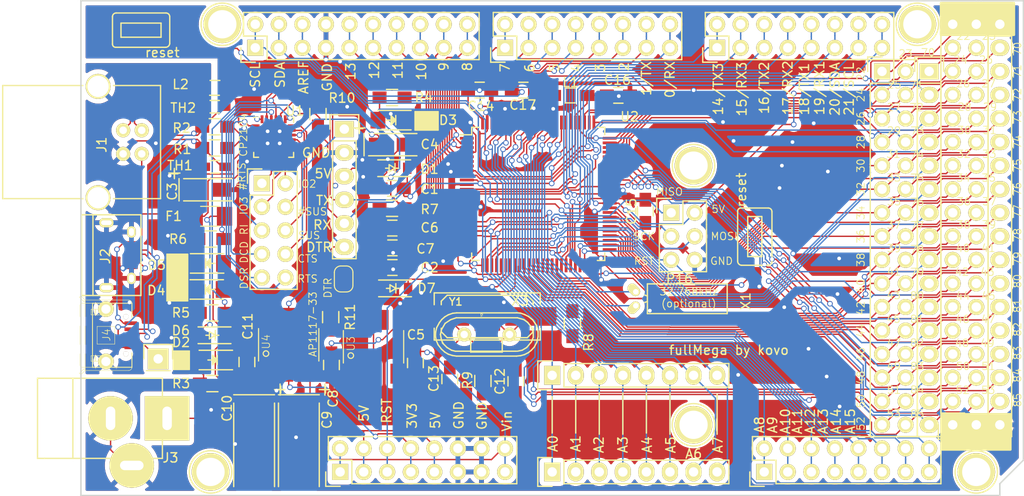
<source format=kicad_pcb>
(kicad_pcb (version 20200518) (host pcbnew "5.99.0-unknown-6083c08~88~ubuntu18.04.1")
  (title_block (date "mar. 31 mars 2015"))
  (layers (0 "F.Cu" signal) (31 "B.Cu" signal) (34 "B.Paste" user) (35 "F.Paste" user) (36 "B.SilkS" user) (37 "F.SilkS" user) (38 "B.Mask" user) (39 "F.Mask" user) (44 "Edge.Cuts" user))
  (net 0 "")
  (net 1 "GND")
  (net 2 "/52(SCK)")
  (net 3 "/53(SS)")
  (net 4 "/50(MISO)")
  (net 5 "/51(MOSI)")
  (net 6 "/48")
  (net 7 "/49")
  (net 8 "/46")
  (net 9 "/47")
  (net 10 "/44")
  (net 11 "/45")
  (net 12 "/42")
  (net 13 "/43")
  (net 14 "/40")
  (net 15 "/41")
  (net 16 "/38")
  (net 17 "/39")
  (net 18 "/36")
  (net 19 "/37")
  (net 20 "/34")
  (net 21 "/35")
  (net 22 "/32")
  (net 23 "/33")
  (net 24 "/30")
  (net 25 "/31")
  (net 26 "/28")
  (net 27 "/29")
  (net 28 "/26")
  (net 29 "/27")
  (net 30 "/24")
  (net 31 "/25")
  (net 32 "/22")
  (net 33 "/23")
  (net 34 "+5V")
  (net 35 "/Vin")
  (net 36 "/A0")
  (net 37 "/A1")
  (net 38 "/A2")
  (net 39 "/A3")
  (net 40 "/A4")
  (net 41 "/A5")
  (net 42 "/A6")
  (net 43 "/A7")
  (net 44 "/A8")
  (net 45 "/A9")
  (net 46 "/A10")
  (net 47 "/A11")
  (net 48 "/A12")
  (net 49 "/A13")
  (net 50 "/A14")
  (net 51 "/A15")
  (net 52 "/AREF")
  (net 53 "/13(**)")
  (net 54 "/12(**)")
  (net 55 "/11(**)")
  (net 56 "/10(**)")
  (net 57 "/9(**)")
  (net 58 "/8(**)")
  (net 59 "/7(**)")
  (net 60 "/6(**)")
  (net 61 "/5(**)")
  (net 62 "/4(**)")
  (net 63 "/3(**)")
  (net 64 "/2(**)")
  (net 65 "/20(SDA)")
  (net 66 "/21(SCL)")
  (net 67 "Net-(P2-Pad1)")
  (net 68 "/1(Tx0)")
  (net 69 "/0(Rx0)")
  (net 70 "/14(Tx3)")
  (net 71 "/15(Rx3)")
  (net 72 "/16(Tx2)")
  (net 73 "/17(Rx2)")
  (net 74 "/18(Tx1)")
  (net 75 "/19(Rx1)")
  (net 76 "Net-(C3-Pad1)")
  (net 77 "Net-(C4-Pad1)")
  (net 78 "Net-(C6-Pad2)")
  (net 79 "/RESET")
  (net 80 "Net-(C7-Pad1)")
  (net 81 "3V3")
  (net 82 "Net-(C12-Pad2)")
  (net 83 "/XTAL2")
  (net 84 "Net-(D1-Pad2)")
  (net 85 "Net-(D2-Pad2)")
  (net 86 "Net-(D3-Pad2)")
  (net 87 "Net-(D6-Pad2)")
  (net 88 "/VBUS")
  (net 89 "/D-")
  (net 90 "GNDPWR")
  (net 91 "/D+")
  (net 92 "Net-(J2-Pad4)")
  (net 93 "/DTR")
  (net 94 "/#RTS")
  (net 95 "/GPIO.2")
  (net 96 "/GPIO.3")
  (net 97 "/#SUSPEND")
  (net 98 "/RI")
  (net 99 "/SUSPEND")
  (net 100 "/DCD")
  (net 101 "/CTS")
  (net 102 "/DSR")
  (net 103 "/RTS")
  (net 104 "/70*")
  (net 105 "/78*")
  (net 106 "/71*")
  (net 107 "/79*")
  (net 108 "/72*")
  (net 109 "/80*")
  (net 110 "/73*")
  (net 111 "/81*")
  (net 112 "/74*")
  (net 113 "/82*")
  (net 114 "/75*")
  (net 115 "/83*")
  (net 116 "/76*")
  (net 117 "/84*")
  (net 118 "/77*")
  (net 119 "/DD-")
  (net 120 "/DD+")
  (net 121 "/XTAL1")
  (net 122 "/85*")
  (net 123 "Net-(C14-Pad2)")
  (net 124 "Net-(D4-Pad1)")
  (net 125 "Net-(D5-Pad1)")
  (net 126 "Net-(R10-Pad2)")
  (module "Jumper:SolderJumper-2_P1.3mm_Open_RoundedPad1.0x1.5mm" (layer "F.Cu") (at 131.699 98.3234 -90)
    (fp_text reference "JP1" hide)
    (fp_text value "SolderJumper_2_Bridged" hide)
    (pad "2" smd rect (at 0.4 0 270) (size 0.5 1.5) (layers "F.Cu" "F.Mask") (net 78 "Net-(C6-Pad2)"))
    (pad "1" smd rect (at -0.4 0 270) (size 0.5 1.5) (layers "F.Cu" "F.Mask") (net 78 "Net-(C6-Pad2)"))
    (pad "1" smd roundrect (at -0.65 0 270) (size 1 1.5) (layers "F.Cu" "F.Mask") (roundrect_rratio 0.5) (net 78 "Net-(C6-Pad2)"))
    (pad "2" smd roundrect (at 0.65 0 270) (size 1 1.5) (layers "F.Cu" "F.Mask") (roundrect_rratio 0.5) (net 78 "Net-(C6-Pad2)"))
  )
  (module "Resistors_SMD.pretty:R_0805_HandSoldering" (layer "F.Cu") (at 128.9304 80.5434 90)
    (fp_text reference "R10" (at 1.7272 2.5908 180) (layer "F.SilkS"))
    (fp_text value "1k")
    (pad "2" smd rect (at 1.35 0 90) (size 1.5 1.3) (layers "F.Cu" "F.Paste" "F.Mask") (net 126 "Net-(R10-Pad2)"))
    (pad "1" smd rect (at -1.35 0 90) (size 1.5 1.3) (layers "F.Cu" "F.Paste" "F.Mask") (net 68 "/1(Tx0)"))
  )
  (module "Resistors_SMD.pretty:R_0805_HandSoldering" (layer "F.Cu") (at 130.302 102.4382 -90)
    (fp_text reference "R11" (at 0 -2.1 90) (layer "F.SilkS"))
    (fp_text value "1k")
    (pad "2" smd rect (at 1.35 0 270) (size 1.5 1.3) (layers "F.Cu" "F.Paste" "F.Mask") (net 78 "Net-(C6-Pad2)"))
    (pad "1" smd rect (at -1.35 0 270) (size 1.5 1.3) (layers "F.Cu" "F.Paste" "F.Mask") (net 93 "/DTR"))
  )
  (module "Pin_Headers.pretty:Pin_Header_Straight_1x16" (layer "F.Cu") (at 194.818 75.946)
    (fp_text reference "P22" hide)
    (fp_text value "Digital" hide)
    (pad "1" thru_hole rect (at 0 0) (size 2.032 1.7272) (drill 1.016) (layers *.Cu *.Mask "F.SilkS") (net 104 "/70*"))
    (pad "2" thru_hole oval (at 0 2.54) (size 2.032 1.7272) (drill 1.016) (layers *.Cu *.Mask "F.SilkS") (net 106 "/71*"))
    (pad "3" thru_hole oval (at 0 5.08) (size 2.032 1.7272) (drill 1.016) (layers *.Cu *.Mask "F.SilkS") (net 108 "/72*"))
    (pad "4" thru_hole oval (at 0 7.62) (size 2.032 1.7272) (drill 1.016) (layers *.Cu *.Mask "F.SilkS") (net 110 "/73*"))
    (pad "5" thru_hole oval (at 0 10.16) (size 2.032 1.7272) (drill 1.016) (layers *.Cu *.Mask "F.SilkS") (net 112 "/74*"))
    (pad "6" thru_hole oval (at 0 12.7) (size 2.032 1.7272) (drill 1.016) (layers *.Cu *.Mask "F.SilkS") (net 114 "/75*"))
    (pad "7" thru_hole oval (at 0 15.24) (size 2.032 1.7272) (drill 1.016) (layers *.Cu *.Mask "F.SilkS") (net 116 "/76*"))
    (pad "8" thru_hole oval (at 0 17.78) (size 2.032 1.7272) (drill 1.016) (layers *.Cu *.Mask "F.SilkS") (net 118 "/77*"))
    (pad "9" thru_hole oval (at 0 20.32) (size 2.032 1.7272) (drill 1.016) (layers *.Cu *.Mask "F.SilkS") (net 105 "/78*"))
    (pad "10" thru_hole oval (at 0 22.86) (size 2.032 1.7272) (drill 1.016) (layers *.Cu *.Mask "F.SilkS") (net 107 "/79*"))
    (pad "11" thru_hole oval (at 0 25.4) (size 2.032 1.7272) (drill 1.016) (layers *.Cu *.Mask "F.SilkS") (net 109 "/80*"))
    (pad "12" thru_hole oval (at 0 27.94) (size 2.032 1.7272) (drill 1.016) (layers *.Cu *.Mask "F.SilkS") (net 111 "/81*"))
    (pad "13" thru_hole oval (at 0 30.48) (size 2.032 1.7272) (drill 1.016) (layers *.Cu *.Mask "F.SilkS") (net 113 "/82*"))
    (pad "14" thru_hole oval (at 0 33.02) (size 2.032 1.7272) (drill 1.016) (layers *.Cu *.Mask "F.SilkS") (net 115 "/83*"))
    (pad "15" thru_hole oval (at 0 35.56) (size 2.032 1.7272) (drill 1.016) (layers *.Cu *.Mask "F.SilkS") (net 117 "/84*"))
    (pad "16" thru_hole oval (at 0 38.1) (size 2.032 1.7272) (drill 1.016) (layers *.Cu *.Mask "F.SilkS") (net 122 "/85*"))
  )
  (module "Socket_Arduino_Mega:Socket_Strip_Arduino_2x18" (layer "F.Cu") (at 197.358 114.046 90)
    (fp_text reference "P1" hide)
    (fp_text value "Digital")
    (pad "1" thru_hole circle (at 0 0 90) (size 1.7272 1.7272) (drill 1.016) (layers *.Cu *.Mask "F.SilkS") (net 1 "GND"))
    (pad "2" thru_hole oval (at 0 2.54 90) (size 1.7272 1.7272) (drill 1.016) (layers *.Cu *.Mask "F.SilkS") (net 1 "GND"))
    (pad "3" thru_hole oval (at 2.54 0 90) (size 1.7272 1.7272) (drill 1.016) (layers *.Cu *.Mask "F.SilkS") (net 2 "/52(SCK)"))
    (pad "4" thru_hole oval (at 2.54 2.54 90) (size 1.7272 1.7272) (drill 1.016) (layers *.Cu *.Mask "F.SilkS") (net 3 "/53(SS)"))
    (pad "5" thru_hole oval (at 5.08 0 90) (size 1.7272 1.7272) (drill 1.016) (layers *.Cu *.Mask "F.SilkS") (net 4 "/50(MISO)"))
    (pad "6" thru_hole oval (at 5.08 2.54 90) (size 1.7272 1.7272) (drill 1.016) (layers *.Cu *.Mask "F.SilkS") (net 5 "/51(MOSI)"))
    (pad "7" thru_hole oval (at 7.62 0 90) (size 1.7272 1.7272) (drill 1.016) (layers *.Cu *.Mask "F.SilkS") (net 6 "/48"))
    (pad "8" thru_hole oval (at 7.62 2.54 90) (size 1.7272 1.7272) (drill 1.016) (layers *.Cu *.Mask "F.SilkS") (net 7 "/49"))
    (pad "9" thru_hole oval (at 10.16 0 90) (size 1.7272 1.7272) (drill 1.016) (layers *.Cu *.Mask "F.SilkS") (net 8 "/46"))
    (pad "10" thru_hole oval (at 10.16 2.54 90) (size 1.7272 1.7272) (drill 1.016) (layers *.Cu *.Mask "F.SilkS") (net 9 "/47"))
    (pad "11" thru_hole oval (at 12.7 0 90) (size 1.7272 1.7272) (drill 1.016) (layers *.Cu *.Mask "F.SilkS") (net 10 "/44"))
    (pad "12" thru_hole oval (at 12.7 2.54 90) (size 1.7272 1.7272) (drill 1.016) (layers *.Cu *.Mask "F.SilkS") (net 11 "/45"))
    (pad "13" thru_hole oval (at 15.24 0 90) (size 1.7272 1.7272) (drill 1.016) (layers *.Cu *.Mask "F.SilkS") (net 12 "/42"))
    (pad "14" thru_hole oval (at 15.24 2.54 90) (size 1.7272 1.7272) (drill 1.016) (layers *.Cu *.Mask "F.SilkS") (net 13 "/43"))
    (pad "15" thru_hole oval (at 17.78 0 90) (size 1.7272 1.7272) (drill 1.016) (layers *.Cu *.Mask "F.SilkS") (net 14 "/40"))
    (pad "16" thru_hole oval (at 17.78 2.54 90) (size 1.7272 1.7272) (drill 1.016) (layers *.Cu *.Mask "F.SilkS") (net 15 "/41"))
    (pad "17" thru_hole oval (at 20.32 0 90) (size 1.7272 1.7272) (drill 1.016) (layers *.Cu *.Mask "F.SilkS") (net 16 "/38"))
    (pad "18" thru_hole oval (at 20.32 2.54 90) (size 1.7272 1.7272) (drill 1.016) (layers *.Cu *.Mask "F.SilkS") (net 17 "/39"))
    (pad "19" thru_hole oval (at 22.86 0 90) (size 1.7272 1.7272) (drill 1.016) (layers *.Cu *.Mask "F.SilkS") (net 18 "/36"))
    (pad "20" thru_hole oval (at 22.86 2.54 90) (size 1.7272 1.7272) (drill 1.016) (layers *.Cu *.Mask "F.SilkS") (net 19 "/37"))
    (pad "21" thru_hole oval (at 25.4 0 90) (size 1.7272 1.7272) (drill 1.016) (layers *.Cu *.Mask "F.SilkS") (net 20 "/34"))
    (pad "22" thru_hole oval (at 25.4 2.54 90) (size 1.7272 1.7272) (drill 1.016) (layers *.Cu *.Mask "F.SilkS") (net 21 "/35"))
    (pad "23" thru_hole oval (at 27.94 0 90) (size 1.7272 1.7272) (drill 1.016) (layers *.Cu *.Mask "F.SilkS") (net 22 "/32"))
    (pad "24" thru_hole oval (at 27.94 2.54 90) (size 1.7272 1.7272) (drill 1.016) (layers *.Cu *.Mask "F.SilkS") (net 23 "/33"))
    (pad "25" thru_hole oval (at 30.48 0 90) (size 1.7272 1.7272) (drill 1.016) (layers *.Cu *.Mask "F.SilkS") (net 24 "/30"))
    (pad "26" thru_hole oval (at 30.48 2.54 90) (size 1.7272 1.7272) (drill 1.016) (layers *.Cu *.Mask "F.SilkS") (net 25 "/31"))
    (pad "27" thru_hole oval (at 33.02 0 90) (size 1.7272 1.7272) (drill 1.016) (layers *.Cu *.Mask "F.SilkS") (net 26 "/28"))
    (pad "28" thru_hole oval (at 33.02 2.54 90) (size 1.7272 1.7272) (drill 1.016) (layers *.Cu *.Mask "F.SilkS") (net 27 "/29"))
    (pad "29" thru_hole oval (at 35.56 0 90) (size 1.7272 1.7272) (drill 1.016) (layers *.Cu *.Mask "F.SilkS") (net 28 "/26"))
    (pad "30" thru_hole oval (at 35.56 2.54 90) (size 1.7272 1.7272) (drill 1.016) (layers *.Cu *.Mask "F.SilkS") (net 29 "/27"))
    (pad "31" thru_hole oval (at 38.1 0 90) (size 1.7272 1.7272) (drill 1.016) (layers *.Cu *.Mask "F.SilkS") (net 30 "/24"))
    (pad "32" thru_hole oval (at 38.1 2.54 90) (size 1.7272 1.7272) (drill 1.016) (layers *.Cu *.Mask "F.SilkS") (net 31 "/25"))
    (pad "33" thru_hole oval (at 40.64 0 90) (size 1.7272 1.7272) (drill 1.016) (layers *.Cu *.Mask "F.SilkS") (net 32 "/22"))
    (pad "34" thru_hole oval (at 40.64 2.54 90) (size 1.7272 1.7272) (drill 1.016) (layers *.Cu *.Mask "F.SilkS") (net 33 "/23"))
    (pad "35" thru_hole oval (at 43.18 0 90) (size 1.7272 1.7272) (drill 1.016) (layers *.Cu *.Mask "F.SilkS") (net 34 "+5V"))
    (pad "36" thru_hole oval (at 43.18 2.54 90) (size 1.7272 1.7272) (drill 1.016) (layers *.Cu *.Mask "F.SilkS") (net 34 "+5V"))
  )
  (module "Capacitors_SMD.pretty:C_0805_HandSoldering" (layer "F.Cu") (at 146.36274 77.96276 180)
    (fp_text reference "C14" (at -0.1343 -1.73482 180) (layer "F.SilkS"))
    (fp_text value "0.1m")
    (pad "1" smd rect (at -1.25 0 180) (size 1.5 1.25) (layers "F.Cu" "F.Paste" "F.Mask") (net 1 "GND"))
    (pad "2" smd rect (at 1.25 0 180) (size 1.5 1.25) (layers "F.Cu" "F.Paste" "F.Mask") (net 123 "Net-(C14-Pad2)"))
  )
  (module "Pin_Headers.pretty:Pin_Header_Straight_1x08" (layer "F.Cu") (at 154.178 108.712 90)
    (fp_text reference "P20" hide)
    (fp_text value "Analog" hide)
    (pad "1" thru_hole rect (at 0 0 90) (size 2.032 1.7272) (drill 1.016) (layers *.Cu *.Mask "F.SilkS") (net 36 "/A0"))
    (pad "2" thru_hole oval (at 0 2.54 90) (size 2.032 1.7272) (drill 1.016) (layers *.Cu *.Mask "F.SilkS") (net 37 "/A1"))
    (pad "3" thru_hole oval (at 0 5.08 90) (size 2.032 1.7272) (drill 1.016) (layers *.Cu *.Mask "F.SilkS") (net 38 "/A2"))
    (pad "4" thru_hole oval (at 0 7.62 90) (size 2.032 1.7272) (drill 1.016) (layers *.Cu *.Mask "F.SilkS") (net 39 "/A3"))
    (pad "5" thru_hole oval (at 0 10.16 90) (size 2.032 1.7272) (drill 1.016) (layers *.Cu *.Mask "F.SilkS") (net 40 "/A4"))
    (pad "6" thru_hole oval (at 0 12.7 90) (size 2.032 1.7272) (drill 1.016) (layers *.Cu *.Mask "F.SilkS") (net 41 "/A5"))
    (pad "7" thru_hole oval (at 0 15.24 90) (size 2.032 1.7272) (drill 1.016) (layers *.Cu *.Mask "F.SilkS") (net 42 "/A6"))
    (pad "8" thru_hole oval (at 0 17.78 90) (size 2.032 1.7272) (drill 1.016) (layers *.Cu *.Mask "F.SilkS") (net 43 "/A7"))
  )
  (module "Housings_QFP.pretty:TQFP-100_14x14mm_Pitch0.5mm" (layer "F.Cu") (at 152.67686 89.154)
    (fp_text reference "U2" (at 9.84504 -8.32612) (layer "F.SilkS"))
    (fp_text value "ATMEGA2560-16AU")
    (pad "100" smd rect (at -6 -7.7 90) (size 1.5 0.3) (layers "F.Cu" "F.Paste" "F.Mask") (net 123 "Net-(C14-Pad2)"))
    (pad "99" smd rect (at -5.5 -7.7 90) (size 1.5 0.3) (layers "F.Cu" "F.Paste" "F.Mask") (net 1 "GND"))
    (pad "98" smd rect (at -5 -7.7 90) (size 1.5 0.3) (layers "F.Cu" "F.Paste" "F.Mask") (net 52 "/AREF"))
    (pad "97" smd rect (at -4.5 -7.7 90) (size 1.5 0.3) (layers "F.Cu" "F.Paste" "F.Mask") (net 36 "/A0"))
    (pad "96" smd rect (at -4 -7.7 90) (size 1.5 0.3) (layers "F.Cu" "F.Paste" "F.Mask") (net 37 "/A1"))
    (pad "95" smd rect (at -3.5 -7.7 90) (size 1.5 0.3) (layers "F.Cu" "F.Paste" "F.Mask") (net 38 "/A2"))
    (pad "94" smd rect (at -3 -7.7 90) (size 1.5 0.3) (layers "F.Cu" "F.Paste" "F.Mask") (net 39 "/A3"))
    (pad "93" smd rect (at -2.5 -7.7 90) (size 1.5 0.3) (layers "F.Cu" "F.Paste" "F.Mask") (net 40 "/A4"))
    (pad "92" smd rect (at -2 -7.7 90) (size 1.5 0.3) (layers "F.Cu" "F.Paste" "F.Mask") (net 41 "/A5"))
    (pad "91" smd rect (at -1.5 -7.7 90) (size 1.5 0.3) (layers "F.Cu" "F.Paste" "F.Mask") (net 42 "/A6"))
    (pad "90" smd rect (at -1 -7.7 90) (size 1.5 0.3) (layers "F.Cu" "F.Paste" "F.Mask") (net 43 "/A7"))
    (pad "89" smd rect (at -0.5 -7.7 90) (size 1.5 0.3) (layers "F.Cu" "F.Paste" "F.Mask") (net 44 "/A8"))
    (pad "88" smd rect (at 0 -7.7 90) (size 1.5 0.3) (layers "F.Cu" "F.Paste" "F.Mask") (net 45 "/A9"))
    (pad "87" smd rect (at 0.5 -7.7 90) (size 1.5 0.3) (layers "F.Cu" "F.Paste" "F.Mask") (net 46 "/A10"))
    (pad "86" smd rect (at 1 -7.7 90) (size 1.5 0.3) (layers "F.Cu" "F.Paste" "F.Mask") (net 47 "/A11"))
    (pad "85" smd rect (at 1.5 -7.7 90) (size 1.5 0.3) (layers "F.Cu" "F.Paste" "F.Mask") (net 48 "/A12"))
    (pad "84" smd rect (at 2 -7.7 90) (size 1.5 0.3) (layers "F.Cu" "F.Paste" "F.Mask") (net 49 "/A13"))
    (pad "83" smd rect (at 2.5 -7.7 90) (size 1.5 0.3) (layers "F.Cu" "F.Paste" "F.Mask") (net 50 "/A14"))
    (pad "82" smd rect (at 3 -7.7 90) (size 1.5 0.3) (layers "F.Cu" "F.Paste" "F.Mask") (net 51 "/A15"))
    (pad "81" smd rect (at 3.5 -7.7 90) (size 1.5 0.3) (layers "F.Cu" "F.Paste" "F.Mask") (net 1 "GND"))
    (pad "80" smd rect (at 4 -7.7 90) (size 1.5 0.3) (layers "F.Cu" "F.Paste" "F.Mask") (net 34 "+5V"))
    (pad "79" smd rect (at 4.5 -7.7 90) (size 1.5 0.3) (layers "F.Cu" "F.Paste" "F.Mask") (net 122 "/85*"))
    (pad "78" smd rect (at 5 -7.7 90) (size 1.5 0.3) (layers "F.Cu" "F.Paste" "F.Mask") (net 32 "/22"))
    (pad "77" smd rect (at 5.5 -7.7 90) (size 1.5 0.3) (layers "F.Cu" "F.Paste" "F.Mask") (net 33 "/23"))
    (pad "76" smd rect (at 6 -7.7 90) (size 1.5 0.3) (layers "F.Cu" "F.Paste" "F.Mask") (net 30 "/24"))
    (pad "75" smd rect (at 7.7 -6) (size 1.5 0.3) (layers "F.Cu" "F.Paste" "F.Mask") (net 31 "/25"))
    (pad "74" smd rect (at 7.7 -5.5) (size 1.5 0.3) (layers "F.Cu" "F.Paste" "F.Mask") (net 28 "/26"))
    (pad "73" smd rect (at 7.7 -5) (size 1.5 0.3) (layers "F.Cu" "F.Paste" "F.Mask") (net 29 "/27"))
    (pad "72" smd rect (at 7.7 -4.5) (size 1.5 0.3) (layers "F.Cu" "F.Paste" "F.Mask") (net 26 "/28"))
    (pad "71" smd rect (at 7.7 -4) (size 1.5 0.3) (layers "F.Cu" "F.Paste" "F.Mask") (net 27 "/29"))
    (pad "70" smd rect (at 7.7 -3.5) (size 1.5 0.3) (layers "F.Cu" "F.Paste" "F.Mask") (net 17 "/39"))
    (pad "69" smd rect (at 7.7 -3) (size 1.5 0.3) (layers "F.Cu" "F.Paste" "F.Mask") (net 117 "/84*"))
    (pad "68" smd rect (at 7.7 -2.5) (size 1.5 0.3) (layers "F.Cu" "F.Paste" "F.Mask") (net 115 "/83*"))
    (pad "67" smd rect (at 7.7 -2) (size 1.5 0.3) (layers "F.Cu" "F.Paste" "F.Mask") (net 113 "/82*"))
    (pad "66" smd rect (at 7.7 -1.5) (size 1.5 0.3) (layers "F.Cu" "F.Paste" "F.Mask") (net 111 "/81*"))
    (pad "65" smd rect (at 7.7 -1) (size 1.5 0.3) (layers "F.Cu" "F.Paste" "F.Mask") (net 109 "/80*"))
    (pad "64" smd rect (at 7.7 -0.5) (size 1.5 0.3) (layers "F.Cu" "F.Paste" "F.Mask") (net 70 "/14(Tx3)"))
    (pad "63" smd rect (at 7.7 0) (size 1.5 0.3) (layers "F.Cu" "F.Paste" "F.Mask") (net 71 "/15(Rx3)"))
    (pad "62" smd rect (at 7.7 0.5) (size 1.5 0.3) (layers "F.Cu" "F.Paste" "F.Mask") (net 1 "GND"))
    (pad "61" smd rect (at 7.7 1) (size 1.5 0.3) (layers "F.Cu" "F.Paste" "F.Mask") (net 34 "+5V"))
    (pad "60" smd rect (at 7.7 1.5) (size 1.5 0.3) (layers "F.Cu" "F.Paste" "F.Mask") (net 24 "/30"))
    (pad "59" smd rect (at 7.7 2) (size 1.5 0.3) (layers "F.Cu" "F.Paste" "F.Mask") (net 25 "/31"))
    (pad "58" smd rect (at 7.7 2.5) (size 1.5 0.3) (layers "F.Cu" "F.Paste" "F.Mask") (net 22 "/32"))
    (pad "57" smd rect (at 7.7 3) (size 1.5 0.3) (layers "F.Cu" "F.Paste" "F.Mask") (net 23 "/33"))
    (pad "56" smd rect (at 7.7 3.5) (size 1.5 0.3) (layers "F.Cu" "F.Paste" "F.Mask") (net 20 "/34"))
    (pad "55" smd rect (at 7.7 4) (size 1.5 0.3) (layers "F.Cu" "F.Paste" "F.Mask") (net 21 "/35"))
    (pad "54" smd rect (at 7.7 4.5) (size 1.5 0.3) (layers "F.Cu" "F.Paste" "F.Mask") (net 18 "/36"))
    (pad "53" smd rect (at 7.7 5) (size 1.5 0.3) (layers "F.Cu" "F.Paste" "F.Mask") (net 19 "/37"))
    (pad "52" smd rect (at 7.7 5.5) (size 1.5 0.3) (layers "F.Cu" "F.Paste" "F.Mask") (net 14 "/40"))
    (pad "51" smd rect (at 7.7 6) (size 1.5 0.3) (layers "F.Cu" "F.Paste" "F.Mask") (net 15 "/41"))
    (pad "50" smd rect (at 6 7.7 90) (size 1.5 0.3) (layers "F.Cu" "F.Paste" "F.Mask") (net 16 "/38"))
    (pad "49" smd rect (at 5.5 7.7 90) (size 1.5 0.3) (layers "F.Cu" "F.Paste" "F.Mask") (net 107 "/79*"))
    (pad "48" smd rect (at 5 7.7 90) (size 1.5 0.3) (layers "F.Cu" "F.Paste" "F.Mask") (net 105 "/78*"))
    (pad "47" smd rect (at 4.5 7.7 90) (size 1.5 0.3) (layers "F.Cu" "F.Paste" "F.Mask") (net 118 "/77*"))
    (pad "46" smd rect (at 4 7.7 90) (size 1.5 0.3) (layers "F.Cu" "F.Paste" "F.Mask") (net 74 "/18(Tx1)"))
    (pad "45" smd rect (at 3.5 7.7 90) (size 1.5 0.3) (layers "F.Cu" "F.Paste" "F.Mask") (net 75 "/19(Rx1)"))
    (pad "44" smd rect (at 3 7.7 90) (size 1.5 0.3) (layers "F.Cu" "F.Paste" "F.Mask") (net 65 "/20(SDA)"))
    (pad "43" smd rect (at 2.5 7.7 90) (size 1.5 0.3) (layers "F.Cu" "F.Paste" "F.Mask") (net 66 "/21(SCL)"))
    (pad "42" smd rect (at 2 7.7 90) (size 1.5 0.3) (layers "F.Cu" "F.Paste" "F.Mask") (net 12 "/42"))
    (pad "41" smd rect (at 1.5 7.7 90) (size 1.5 0.3) (layers "F.Cu" "F.Paste" "F.Mask") (net 13 "/43"))
    (pad "40" smd rect (at 1 7.7 90) (size 1.5 0.3) (layers "F.Cu" "F.Paste" "F.Mask") (net 10 "/44"))
    (pad "39" smd rect (at 0.5 7.7 90) (size 1.5 0.3) (layers "F.Cu" "F.Paste" "F.Mask") (net 11 "/45"))
    (pad "38" smd rect (at 0 7.7 90) (size 1.5 0.3) (layers "F.Cu" "F.Paste" "F.Mask") (net 8 "/46"))
    (pad "37" smd rect (at -0.5 7.7 90) (size 1.5 0.3) (layers "F.Cu" "F.Paste" "F.Mask") (net 9 "/47"))
    (pad "36" smd rect (at -1 7.7 90) (size 1.5 0.3) (layers "F.Cu" "F.Paste" "F.Mask") (net 6 "/48"))
    (pad "35" smd rect (at -1.5 7.7 90) (size 1.5 0.3) (layers "F.Cu" "F.Paste" "F.Mask") (net 7 "/49"))
    (pad "34" smd rect (at -2 7.7 90) (size 1.5 0.3) (layers "F.Cu" "F.Paste" "F.Mask") (net 121 "/XTAL1"))
    (pad "33" smd rect (at -2.5 7.7 90) (size 1.5 0.3) (layers "F.Cu" "F.Paste" "F.Mask") (net 83 "/XTAL2"))
    (pad "32" smd rect (at -3 7.7 90) (size 1.5 0.3) (layers "F.Cu" "F.Paste" "F.Mask") (net 1 "GND"))
    (pad "31" smd rect (at -3.5 7.7 90) (size 1.5 0.3) (layers "F.Cu" "F.Paste" "F.Mask") (net 34 "+5V"))
    (pad "30" smd rect (at -4 7.7 90) (size 1.5 0.3) (layers "F.Cu" "F.Paste" "F.Mask") (net 79 "/RESET"))
    (pad "29" smd rect (at -4.5 7.7 90) (size 1.5 0.3) (layers "F.Cu" "F.Paste" "F.Mask") (net 116 "/76*"))
    (pad "28" smd rect (at -5 7.7 90) (size 1.5 0.3) (layers "F.Cu" "F.Paste" "F.Mask") (net 114 "/75*"))
    (pad "27" smd rect (at -5.5 7.7 90) (size 1.5 0.3) (layers "F.Cu" "F.Paste" "F.Mask") (net 112 "/74*"))
    (pad "26" smd rect (at -6 7.7 90) (size 1.5 0.3) (layers "F.Cu" "F.Paste" "F.Mask") (net 53 "/13(**)"))
    (pad "25" smd rect (at -7.7 6) (size 1.5 0.3) (layers "F.Cu" "F.Paste" "F.Mask") (net 54 "/12(**)"))
    (pad "24" smd rect (at -7.7 5.5) (size 1.5 0.3) (layers "F.Cu" "F.Paste" "F.Mask") (net 55 "/11(**)"))
    (pad "23" smd rect (at -7.7 5) (size 1.5 0.3) (layers "F.Cu" "F.Paste" "F.Mask") (net 56 "/10(**)"))
    (pad "22" smd rect (at -7.7 4.5) (size 1.5 0.3) (layers "F.Cu" "F.Paste" "F.Mask") (net 4 "/50(MISO)"))
    (pad "21" smd rect (at -7.7 4) (size 1.5 0.3) (layers "F.Cu" "F.Paste" "F.Mask") (net 5 "/51(MOSI)"))
    (pad "20" smd rect (at -7.7 3.5) (size 1.5 0.3) (layers "F.Cu" "F.Paste" "F.Mask") (net 2 "/52(SCK)"))
    (pad "19" smd rect (at -7.7 3) (size 1.5 0.3) (layers "F.Cu" "F.Paste" "F.Mask") (net 3 "/53(SS)"))
    (pad "18" smd rect (at -7.7 2.5) (size 1.5 0.3) (layers "F.Cu" "F.Paste" "F.Mask") (net 57 "/9(**)"))
    (pad "17" smd rect (at -7.7 2) (size 1.5 0.3) (layers "F.Cu" "F.Paste" "F.Mask") (net 58 "/8(**)"))
    (pad "16" smd rect (at -7.7 1.5) (size 1.5 0.3) (layers "F.Cu" "F.Paste" "F.Mask") (net 59 "/7(**)"))
    (pad "15" smd rect (at -7.7 1) (size 1.5 0.3) (layers "F.Cu" "F.Paste" "F.Mask") (net 60 "/6(**)"))
    (pad "14" smd rect (at -7.7 0.5) (size 1.5 0.3) (layers "F.Cu" "F.Paste" "F.Mask") (net 110 "/73*"))
    (pad "13" smd rect (at -7.7 0) (size 1.5 0.3) (layers "F.Cu" "F.Paste" "F.Mask") (net 72 "/16(Tx2)"))
    (pad "12" smd rect (at -7.7 -0.5) (size 1.5 0.3) (layers "F.Cu" "F.Paste" "F.Mask") (net 73 "/17(Rx2)"))
    (pad "11" smd rect (at -7.7 -1) (size 1.5 0.3) (layers "F.Cu" "F.Paste" "F.Mask") (net 1 "GND"))
    (pad "10" smd rect (at -7.7 -1.5) (size 1.5 0.3) (layers "F.Cu" "F.Paste" "F.Mask") (net 34 "+5V"))
    (pad "9" smd rect (at -7.7 -2) (size 1.5 0.3) (layers "F.Cu" "F.Paste" "F.Mask") (net 108 "/72*"))
    (pad "8" smd rect (at -7.7 -2.5) (size 1.5 0.3) (layers "F.Cu" "F.Paste" "F.Mask") (net 106 "/71*"))
    (pad "7" smd rect (at -7.7 -3) (size 1.5 0.3) (layers "F.Cu" "F.Paste" "F.Mask") (net 63 "/3(**)"))
    (pad "6" smd rect (at -7.7 -3.5) (size 1.5 0.3) (layers "F.Cu" "F.Paste" "F.Mask") (net 64 "/2(**)"))
    (pad "5" smd rect (at -7.7 -4) (size 1.5 0.3) (layers "F.Cu" "F.Paste" "F.Mask") (net 61 "/5(**)"))
    (pad "4" smd rect (at -7.7 -4.5) (size 1.5 0.3) (layers "F.Cu" "F.Paste" "F.Mask") (net 104 "/70*"))
    (pad "3" smd rect (at -7.7 -5) (size 1.5 0.3) (layers "F.Cu" "F.Paste" "F.Mask") (net 68 "/1(Tx0)"))
    (pad "2" smd rect (at -7.7 -5.5) (size 1.5 0.3) (layers "F.Cu" "F.Paste" "F.Mask") (net 69 "/0(Rx0)"))
    (pad "1" smd rect (at -7.7 -6) (size 1.5 0.3) (layers "F.Cu" "F.Paste" "F.Mask") (net 62 "/4(**)"))
  )
  (module "Capacitors_SMD.pretty:C_0805_HandSoldering" (layer "F.Cu") (at 136.92886 88.5571)
    (fp_text reference "C1" (at 4.04114 0.0889 180) (layer "F.SilkS"))
    (fp_text value "0.1m")
    (pad "1" smd rect (at -1.25 0) (size 1.5 1.25) (layers "F.Cu" "F.Paste" "F.Mask") (net 1 "GND"))
    (pad "2" smd rect (at 1.25 0) (size 1.5 1.25) (layers "F.Cu" "F.Paste" "F.Mask") (net 34 "+5V"))
  )
  (module "modules:AB2_SOT223" (layer "F.Cu") (at 125.77572 105.42016)
    (fp_text reference "U4" (at -2.4384 -0.3302 90) (layer "F.SilkS") (effects (font (size 0.8128 0.8128) (thickness 0.0762))))
    (fp_text value "AP1117-33" (at 2.60604 -2.21742 90) (layer "F.SilkS") (effects (font (size 0.8 0.8) (thickness 0.1))))
    (pad "3" smd rect (at 2.3 2.9) (size 0.95 2.15) (layers "F.Cu" "F.Paste" "F.Mask") (net 34 "+5V"))
    (pad "2" smd rect (at 0 2.9) (size 0.95 2.15) (layers "F.Cu" "F.Paste" "F.Mask") (net 81 "3V3"))
    (pad "1" smd rect (at -2.3 2.9) (size 0.95 2.15) (layers "F.Cu" "F.Paste" "F.Mask") (net 1 "GND"))
    (pad "2" smd rect (at 0 -2.9) (size 3.25 2.15) (layers "F.Cu" "F.Paste" "F.Mask") (net 81 "3V3"))
  )
  (module "Socket_Arduino_Mega:Arduino_1pin" (layer "F.Cu") (at 117.348 119.126)
    (fp_text reference "P8" hide)
    (fp_text value "CONN_01X01" hide)
    (pad "1" thru_hole circle (at 0 0) (size 4.064 4.064) (drill 3.048) (layers *.Cu *.Mask "F.SilkS"))
  )
  (module "Socket_Arduino_Mega:Arduino_1pin" (layer "F.Cu") (at 169.418 114.046)
    (fp_text reference "P9" hide)
    (fp_text value "CONN_01X01" hide)
    (pad "1" thru_hole circle (at 0 0) (size 4.064 4.064) (drill 3.048) (layers *.Cu *.Mask "F.SilkS"))
  )
  (module "Socket_Arduino_Mega:Arduino_1pin" (layer "F.Cu") (at 199.898 119.126)
    (fp_text reference "P10" hide)
    (fp_text value "CONN_01X01" hide)
    (pad "1" thru_hole circle (at 0 0) (size 4.064 4.064) (drill 3.048) (layers *.Cu *.Mask "F.SilkS"))
  )
  (module "Socket_Arduino_Mega:Arduino_1pin" (layer "F.Cu") (at 118.618 70.866)
    (fp_text reference "P11" hide)
    (fp_text value "CONN_01X01" hide)
    (pad "1" thru_hole circle (at 0 0) (size 4.064 4.064) (drill 3.048) (layers *.Cu *.Mask "F.SilkS"))
  )
  (module "Socket_Arduino_Mega:Arduino_1pin" (layer "F.Cu") (at 169.418 86.106)
    (fp_text reference "P12" hide)
    (fp_text value "CONN_01X01" hide)
    (pad "1" thru_hole circle (at 0 0) (size 4.064 4.064) (drill 3.048) (layers *.Cu *.Mask "F.SilkS"))
  )
  (module "Socket_Arduino_Mega:Arduino_1pin" (layer "F.Cu") (at 193.548 70.866)
    (fp_text reference "P13" hide)
    (fp_text value "CONN_01X01" hide)
    (pad "1" thru_hole circle (at 0 0) (size 4.064 4.064) (drill 3.048) (layers *.Cu *.Mask "F.SilkS"))
  )
  (module "Pin_Headers.pretty:Pin_Header_Straight_2x08" (layer "F.Cu") (at 131.318 119.126 90)
    (fp_text reference "P2" hide)
    (fp_text value "Power" hide)
    (pad "16" thru_hole oval (at 2.54 17.78 90) (size 1.7272 1.7272) (drill 1.016) (layers *.Cu *.Mask "F.SilkS") (net 35 "/Vin"))
    (pad "15" thru_hole oval (at 0 17.78 90) (size 1.7272 1.7272) (drill 1.016) (layers *.Cu *.Mask "F.SilkS") (net 35 "/Vin"))
    (pad "14" thru_hole oval (at 2.54 15.24 90) (size 1.7272 1.7272) (drill 1.016) (layers *.Cu *.Mask "F.SilkS") (net 1 "GND"))
    (pad "13" thru_hole oval (at 0 15.24 90) (size 1.7272 1.7272) (drill 1.016) (layers *.Cu *.Mask "F.SilkS") (net 1 "GND"))
    (pad "12" thru_hole oval (at 2.54 12.7 90) (size 1.7272 1.7272) (drill 1.016) (layers *.Cu *.Mask "F.SilkS") (net 1 "GND"))
    (pad "11" thru_hole oval (at 0 12.7 90) (size 1.7272 1.7272) (drill 1.016) (layers *.Cu *.Mask "F.SilkS") (net 1 "GND"))
    (pad "10" thru_hole oval (at 2.54 10.16 90) (size 1.7272 1.7272) (drill 1.016) (layers *.Cu *.Mask "F.SilkS") (net 34 "+5V"))
    (pad "9" thru_hole oval (at 0 10.16 90) (size 1.7272 1.7272) (drill 1.016) (layers *.Cu *.Mask "F.SilkS") (net 34 "+5V"))
    (pad "8" thru_hole oval (at 2.54 7.62 90) (size 1.7272 1.7272) (drill 1.016) (layers *.Cu *.Mask "F.SilkS") (net 81 "3V3"))
    (pad "7" thru_hole oval (at 0 7.62 90) (size 1.7272 1.7272) (drill 1.016) (layers *.Cu *.Mask "F.SilkS") (net 81 "3V3"))
    (pad "6" thru_hole oval (at 2.54 5.08 90) (size 1.7272 1.7272) (drill 1.016) (layers *.Cu *.Mask "F.SilkS") (net 79 "/RESET"))
    (pad "5" thru_hole oval (at 0 5.08 90) (size 1.7272 1.7272) (drill 1.016) (layers *.Cu *.Mask "F.SilkS") (net 79 "/RESET"))
    (pad "4" thru_hole oval (at 2.54 2.54 90) (size 1.7272 1.7272) (drill 1.016) (layers *.Cu *.Mask "F.SilkS") (net 34 "+5V"))
    (pad "3" thru_hole oval (at 0 2.54 90) (size 1.7272 1.7272) (drill 1.016) (layers *.Cu *.Mask "F.SilkS") (net 34 "+5V"))
    (pad "2" thru_hole oval (at 2.54 0 90) (size 1.7272 1.7272) (drill 1.016) (layers *.Cu *.Mask "F.SilkS") (net 67 "Net-(P2-Pad1)"))
    (pad "1" thru_hole rect (at 0 0 90) (size 1.7272 1.7272) (drill 1.016) (layers *.Cu *.Mask "F.SilkS") (net 67 "Net-(P2-Pad1)"))
  )
  (module "Pin_Headers.pretty:Pin_Header_Straight_2x08" (layer "F.Cu") (at 177.038 119.126 90)
    (fp_text reference "P4" hide)
    (fp_text value "Analog" hide)
    (pad "1" thru_hole rect (at 0 0 90) (size 1.7272 1.7272) (drill 1.016) (layers *.Cu *.Mask "F.SilkS") (net 44 "/A8"))
    (pad "2" thru_hole oval (at 2.54 0 90) (size 1.7272 1.7272) (drill 1.016) (layers *.Cu *.Mask "F.SilkS") (net 44 "/A8"))
    (pad "3" thru_hole oval (at 0 2.54 90) (size 1.7272 1.7272) (drill 1.016) (layers *.Cu *.Mask "F.SilkS") (net 45 "/A9"))
    (pad "4" thru_hole oval (at 2.54 2.54 90) (size 1.7272 1.7272) (drill 1.016) (layers *.Cu *.Mask "F.SilkS") (net 45 "/A9"))
    (pad "5" thru_hole oval (at 0 5.08 90) (size 1.7272 1.7272) (drill 1.016) (layers *.Cu *.Mask "F.SilkS") (net 46 "/A10"))
    (pad "6" thru_hole oval (at 2.54 5.08 90) (size 1.7272 1.7272) (drill 1.016) (layers *.Cu *.Mask "F.SilkS") (net 46 "/A10"))
    (pad "7" thru_hole oval (at 0 7.62 90) (size 1.7272 1.7272) (drill 1.016) (layers *.Cu *.Mask "F.SilkS") (net 47 "/A11"))
    (pad "8" thru_hole oval (at 2.54 7.62 90) (size 1.7272 1.7272) (drill 1.016) (layers *.Cu *.Mask "F.SilkS") (net 47 "/A11"))
    (pad "9" thru_hole oval (at 0 10.16 90) (size 1.7272 1.7272) (drill 1.016) (layers *.Cu *.Mask "F.SilkS") (net 48 "/A12"))
    (pad "10" thru_hole oval (at 2.54 10.16 90) (size 1.7272 1.7272) (drill 1.016) (layers *.Cu *.Mask "F.SilkS") (net 48 "/A12"))
    (pad "11" thru_hole oval (at 0 12.7 90) (size 1.7272 1.7272) (drill 1.016) (layers *.Cu *.Mask "F.SilkS") (net 49 "/A13"))
    (pad "12" thru_hole oval (at 2.54 12.7 90) (size 1.7272 1.7272) (drill 1.016) (layers *.Cu *.Mask "F.SilkS") (net 49 "/A13"))
    (pad "13" thru_hole oval (at 0 15.24 90) (size 1.7272 1.7272) (drill 1.016) (layers *.Cu *.Mask "F.SilkS") (net 50 "/A14"))
    (pad "14" thru_hole oval (at 2.54 15.24 90) (size 1.7272 1.7272) (drill 1.016) (layers *.Cu *.Mask "F.SilkS") (net 50 "/A14"))
    (pad "15" thru_hole oval (at 0 17.78 90) (size 1.7272 1.7272) (drill 1.016) (layers *.Cu *.Mask "F.SilkS") (net 51 "/A15"))
    (pad "16" thru_hole oval (at 2.54 17.78 90) (size 1.7272 1.7272) (drill 1.016) (layers *.Cu *.Mask "F.SilkS") (net 51 "/A15"))
  )
  (module "Pin_Headers.pretty:Pin_Header_Straight_2x10" (layer "F.Cu") (at 122.174 73.406 90)
    (fp_text reference "P5" hide)
    (fp_text value "PWM" hide)
    (pad "1" thru_hole rect (at 0 0 90) (size 1.7272 1.7272) (drill 1.016) (layers *.Cu *.Mask "F.SilkS") (net 66 "/21(SCL)"))
    (pad "2" thru_hole oval (at 2.54 0 90) (size 1.7272 1.7272) (drill 1.016) (layers *.Cu *.Mask "F.SilkS") (net 66 "/21(SCL)"))
    (pad "3" thru_hole oval (at 0 2.54 90) (size 1.7272 1.7272) (drill 1.016) (layers *.Cu *.Mask "F.SilkS") (net 65 "/20(SDA)"))
    (pad "4" thru_hole oval (at 2.54 2.54 90) (size 1.7272 1.7272) (drill 1.016) (layers *.Cu *.Mask "F.SilkS") (net 65 "/20(SDA)"))
    (pad "5" thru_hole oval (at 0 5.08 90) (size 1.7272 1.7272) (drill 1.016) (layers *.Cu *.Mask "F.SilkS") (net 52 "/AREF"))
    (pad "6" thru_hole oval (at 2.54 5.08 90) (size 1.7272 1.7272) (drill 1.016) (layers *.Cu *.Mask "F.SilkS") (net 52 "/AREF"))
    (pad "7" thru_hole oval (at 0 7.62 90) (size 1.7272 1.7272) (drill 1.016) (layers *.Cu *.Mask "F.SilkS") (net 1 "GND"))
    (pad "8" thru_hole oval (at 2.54 7.62 90) (size 1.7272 1.7272) (drill 1.016) (layers *.Cu *.Mask "F.SilkS") (net 1 "GND"))
    (pad "9" thru_hole oval (at 0 10.16 90) (size 1.7272 1.7272) (drill 1.016) (layers *.Cu *.Mask "F.SilkS") (net 53 "/13(**)"))
    (pad "10" thru_hole oval (at 2.54 10.16 90) (size 1.7272 1.7272) (drill 1.016) (layers *.Cu *.Mask "F.SilkS") (net 53 "/13(**)"))
    (pad "11" thru_hole oval (at 0 12.7 90) (size 1.7272 1.7272) (drill 1.016) (layers *.Cu *.Mask "F.SilkS") (net 54 "/12(**)"))
    (pad "12" thru_hole oval (at 2.54 12.7 90) (size 1.7272 1.7272) (drill 1.016) (layers *.Cu *.Mask "F.SilkS") (net 54 "/12(**)"))
    (pad "13" thru_hole oval (at 0 15.24 90) (size 1.7272 1.7272) (drill 1.016) (layers *.Cu *.Mask "F.SilkS") (net 55 "/11(**)"))
    (pad "14" thru_hole oval (at 2.54 15.24 90) (size 1.7272 1.7272) (drill 1.016) (layers *.Cu *.Mask "F.SilkS") (net 55 "/11(**)"))
    (pad "15" thru_hole oval (at 0 17.78 90) (size 1.7272 1.7272) (drill 1.016) (layers *.Cu *.Mask "F.SilkS") (net 56 "/10(**)"))
    (pad "16" thru_hole oval (at 2.54 17.78 90) (size 1.7272 1.7272) (drill 1.016) (layers *.Cu *.Mask "F.SilkS") (net 56 "/10(**)"))
    (pad "17" thru_hole oval (at 0 20.32 90) (size 1.7272 1.7272) (drill 1.016) (layers *.Cu *.Mask "F.SilkS") (net 57 "/9(**)"))
    (pad "18" thru_hole oval (at 2.54 20.32 90) (size 1.7272 1.7272) (drill 1.016) (layers *.Cu *.Mask "F.SilkS") (net 57 "/9(**)"))
    (pad "19" thru_hole oval (at 0 22.86 90) (size 1.7272 1.7272) (drill 1.016) (layers *.Cu *.Mask "F.SilkS") (net 58 "/8(**)"))
    (pad "20" thru_hole oval (at 2.54 22.86 90) (size 1.7272 1.7272) (drill 1.016) (layers *.Cu *.Mask "F.SilkS") (net 58 "/8(**)"))
  )
  (module "Pin_Headers.pretty:Pin_Header_Straight_2x08" (layer "F.Cu") (at 171.958 73.406 90)
    (fp_text reference "P7" hide)
    (fp_text value "Communication" hide)
    (pad "16" thru_hole oval (at 2.54 17.78 90) (size 1.7272 1.7272) (drill 1.016) (layers *.Cu *.Mask "F.SilkS") (net 66 "/21(SCL)"))
    (pad "15" thru_hole oval (at 0 17.78 90) (size 1.7272 1.7272) (drill 1.016) (layers *.Cu *.Mask "F.SilkS") (net 66 "/21(SCL)"))
    (pad "14" thru_hole oval (at 2.54 15.24 90) (size 1.7272 1.7272) (drill 1.016) (layers *.Cu *.Mask "F.SilkS") (net 65 "/20(SDA)"))
    (pad "13" thru_hole oval (at 0 15.24 90) (size 1.7272 1.7272) (drill 1.016) (layers *.Cu *.Mask "F.SilkS") (net 65 "/20(SDA)"))
    (pad "12" thru_hole oval (at 2.54 12.7 90) (size 1.7272 1.7272) (drill 1.016) (layers *.Cu *.Mask "F.SilkS") (net 75 "/19(Rx1)"))
    (pad "11" thru_hole oval (at 0 12.7 90) (size 1.7272 1.7272) (drill 1.016) (layers *.Cu *.Mask "F.SilkS") (net 75 "/19(Rx1)"))
    (pad "10" thru_hole oval (at 2.54 10.16 90) (size 1.7272 1.7272) (drill 1.016) (layers *.Cu *.Mask "F.SilkS") (net 74 "/18(Tx1)"))
    (pad "9" thru_hole oval (at 0 10.16 90) (size 1.7272 1.7272) (drill 1.016) (layers *.Cu *.Mask "F.SilkS") (net 74 "/18(Tx1)"))
    (pad "8" thru_hole oval (at 2.54 7.62 90) (size 1.7272 1.7272) (drill 1.016) (layers *.Cu *.Mask "F.SilkS") (net 73 "/17(Rx2)"))
    (pad "7" thru_hole oval (at 0 7.62 90) (size 1.7272 1.7272) (drill 1.016) (layers *.Cu *.Mask "F.SilkS") (net 73 "/17(Rx2)"))
    (pad "6" thru_hole oval (at 2.54 5.08 90) (size 1.7272 1.7272) (drill 1.016) (layers *.Cu *.Mask "F.SilkS") (net 72 "/16(Tx2)"))
    (pad "5" thru_hole oval (at 0 5.08 90) (size 1.7272 1.7272) (drill 1.016) (layers *.Cu *.Mask "F.SilkS") (net 72 "/16(Tx2)"))
    (pad "4" thru_hole oval (at 2.54 2.54 90) (size 1.7272 1.7272) (drill 1.016) (layers *.Cu *.Mask "F.SilkS") (net 71 "/15(Rx3)"))
    (pad "3" thru_hole oval (at 0 2.54 90) (size 1.7272 1.7272) (drill 1.016) (layers *.Cu *.Mask "F.SilkS") (net 71 "/15(Rx3)"))
    (pad "2" thru_hole oval (at 2.54 0 90) (size 1.7272 1.7272) (drill 1.016) (layers *.Cu *.Mask "F.SilkS") (net 70 "/14(Tx3)"))
    (pad "1" thru_hole rect (at 0 0 90) (size 1.7272 1.7272) (drill 1.016) (layers *.Cu *.Mask "F.SilkS") (net 70 "/14(Tx3)"))
  )
  (module "Pin_Headers.pretty:Pin_Header_Straight_2x03" (layer "F.Cu") (at 167.005 91.186)
    (fp_text reference "P16" (at 0.889 7.112) (layer "F.SilkS"))
    (fp_text value "CONN_6" hide)
    (pad "1" thru_hole rect (at 0 0) (size 1.7272 1.7272) (drill 1.016) (layers *.Cu *.Mask "F.SilkS") (net 4 "/50(MISO)"))
    (pad "2" thru_hole oval (at 2.54 0) (size 1.7272 1.7272) (drill 1.016) (layers *.Cu *.Mask "F.SilkS") (net 34 "+5V"))
    (pad "3" thru_hole oval (at 0 2.54) (size 1.7272 1.7272) (drill 1.016) (layers *.Cu *.Mask "F.SilkS") (net 2 "/52(SCK)"))
    (pad "4" thru_hole oval (at 2.54 2.54) (size 1.7272 1.7272) (drill 1.016) (layers *.Cu *.Mask "F.SilkS") (net 5 "/51(MOSI)"))
    (pad "5" thru_hole oval (at 0 5.08) (size 1.7272 1.7272) (drill 1.016) (layers *.Cu *.Mask "F.SilkS") (net 79 "/RESET"))
    (pad "6" thru_hole oval (at 2.54 5.08) (size 1.7272 1.7272) (drill 1.016) (layers *.Cu *.Mask "F.SilkS") (net 1 "GND"))
  )
  (module "Pin_Headers.pretty:Pin_Header_Straight_2x16" (layer "F.Cu") (at 189.738 75.946)
    (fp_text reference "P19" hide)
    (fp_text value "Digital" hide)
    (pad "1" thru_hole rect (at 0 0) (size 1.7272 1.7272) (drill 1.016) (layers *.Cu *.Mask "F.SilkS") (net 32 "/22"))
    (pad "2" thru_hole oval (at 2.54 0) (size 1.7272 1.7272) (drill 1.016) (layers *.Cu *.Mask "F.SilkS") (net 33 "/23"))
    (pad "3" thru_hole oval (at 0 2.54) (size 1.7272 1.7272) (drill 1.016) (layers *.Cu *.Mask "F.SilkS") (net 30 "/24"))
    (pad "4" thru_hole oval (at 2.54 2.54) (size 1.7272 1.7272) (drill 1.016) (layers *.Cu *.Mask "F.SilkS") (net 31 "/25"))
    (pad "5" thru_hole oval (at 0 5.08) (size 1.7272 1.7272) (drill 1.016) (layers *.Cu *.Mask "F.SilkS") (net 28 "/26"))
    (pad "6" thru_hole oval (at 2.54 5.08) (size 1.7272 1.7272) (drill 1.016) (layers *.Cu *.Mask "F.SilkS") (net 29 "/27"))
    (pad "7" thru_hole oval (at 0 7.62) (size 1.7272 1.7272) (drill 1.016) (layers *.Cu *.Mask "F.SilkS") (net 26 "/28"))
    (pad "8" thru_hole oval (at 2.54 7.62) (size 1.7272 1.7272) (drill 1.016) (layers *.Cu *.Mask "F.SilkS") (net 27 "/29"))
    (pad "9" thru_hole oval (at 0 10.16) (size 1.7272 1.7272) (drill 1.016) (layers *.Cu *.Mask "F.SilkS") (net 24 "/30"))
    (pad "10" thru_hole oval (at 2.54 10.16) (size 1.7272 1.7272) (drill 1.016) (layers *.Cu *.Mask "F.SilkS") (net 25 "/31"))
    (pad "11" thru_hole oval (at 0 12.7) (size 1.7272 1.7272) (drill 1.016) (layers *.Cu *.Mask "F.SilkS") (net 22 "/32"))
    (pad "12" thru_hole oval (at 2.54 12.7) (size 1.7272 1.7272) (drill 1.016) (layers *.Cu *.Mask "F.SilkS") (net 23 "/33"))
    (pad "13" thru_hole oval (at 0 15.24) (size 1.7272 1.7272) (drill 1.016) (layers *.Cu *.Mask "F.SilkS") (net 20 "/34"))
    (pad "14" thru_hole oval (at 2.54 15.24) (size 1.7272 1.7272) (drill 1.016) (layers *.Cu *.Mask "F.SilkS") (net 21 "/35"))
    (pad "15" thru_hole oval (at 0 17.78) (size 1.7272 1.7272) (drill 1.016) (layers *.Cu *.Mask "F.SilkS") (net 18 "/36"))
    (pad "16" thru_hole oval (at 2.54 17.78) (size 1.7272 1.7272) (drill 1.016) (layers *.Cu *.Mask "F.SilkS") (net 19 "/37"))
    (pad "17" thru_hole oval (at 0 20.32) (size 1.7272 1.7272) (drill 1.016) (layers *.Cu *.Mask "F.SilkS") (net 16 "/38"))
    (pad "18" thru_hole oval (at 2.54 20.32) (size 1.7272 1.7272) (drill 1.016) (layers *.Cu *.Mask "F.SilkS") (net 17 "/39"))
    (pad "19" thru_hole oval (at 0 22.86) (size 1.7272 1.7272) (drill 1.016) (layers *.Cu *.Mask "F.SilkS") (net 14 "/40"))
    (pad "20" thru_hole oval (at 2.54 22.86) (size 1.7272 1.7272) (drill 1.016) (layers *.Cu *.Mask "F.SilkS") (net 15 "/41"))
    (pad "21" thru_hole oval (at 0 25.4) (size 1.7272 1.7272) (drill 1.016) (layers *.Cu *.Mask "F.SilkS") (net 12 "/42"))
    (pad "22" thru_hole oval (at 2.54 25.4) (size 1.7272 1.7272) (drill 1.016) (layers *.Cu *.Mask "F.SilkS") (net 13 "/43"))
    (pad "23" thru_hole oval (at 0 27.94) (size 1.7272 1.7272) (drill 1.016) (layers *.Cu *.Mask "F.SilkS") (net 10 "/44"))
    (pad "24" thru_hole oval (at 2.54 27.94) (size 1.7272 1.7272) (drill 1.016) (layers *.Cu *.Mask "F.SilkS") (net 11 "/45"))
    (pad "25" thru_hole oval (at 0 30.48) (size 1.7272 1.7272) (drill 1.016) (layers *.Cu *.Mask "F.SilkS") (net 8 "/46"))
    (pad "26" thru_hole oval (at 2.54 30.48) (size 1.7272 1.7272) (drill 1.016) (layers *.Cu *.Mask "F.SilkS") (net 9 "/47"))
    (pad "27" thru_hole oval (at 0 33.02) (size 1.7272 1.7272) (drill 1.016) (layers *.Cu *.Mask "F.SilkS") (net 6 "/48"))
    (pad "28" thru_hole oval (at 2.54 33.02) (size 1.7272 1.7272) (drill 1.016) (layers *.Cu *.Mask "F.SilkS") (net 7 "/49"))
    (pad "29" thru_hole oval (at 0 35.56) (size 1.7272 1.7272) (drill 1.016) (layers *.Cu *.Mask "F.SilkS") (net 4 "/50(MISO)"))
    (pad "30" thru_hole oval (at 2.54 35.56) (size 1.7272 1.7272) (drill 1.016) (layers *.Cu *.Mask "F.SilkS") (net 5 "/51(MOSI)"))
    (pad "31" thru_hole oval (at 0 38.1) (size 1.7272 1.7272) (drill 1.016) (layers *.Cu *.Mask "F.SilkS") (net 2 "/52(SCK)"))
    (pad "32" thru_hole oval (at 2.54 38.1) (size 1.7272 1.7272) (drill 1.016) (layers *.Cu *.Mask "F.SilkS") (net 3 "/53(SS)"))
  )
  (module "Pin_Headers.pretty:Pin_Header_Straight_2x08" (layer "F.Cu") (at 149.098 73.406 90)
    (fp_text reference "P6" hide)
    (fp_text value "PWM")
    (pad "16" thru_hole oval (at 2.54 17.78 90) (size 1.7272 1.7272) (drill 1.016) (layers *.Cu *.Mask "F.SilkS") (net 69 "/0(Rx0)"))
    (pad "15" thru_hole oval (at 0 17.78 90) (size 1.7272 1.7272) (drill 1.016) (layers *.Cu *.Mask "F.SilkS") (net 69 "/0(Rx0)"))
    (pad "14" thru_hole oval (at 2.54 15.24 90) (size 1.7272 1.7272) (drill 1.016) (layers *.Cu *.Mask "F.SilkS") (net 68 "/1(Tx0)"))
    (pad "13" thru_hole oval (at 0 15.24 90) (size 1.7272 1.7272) (drill 1.016) (layers *.Cu *.Mask "F.SilkS") (net 68 "/1(Tx0)"))
    (pad "12" thru_hole oval (at 2.54 12.7 90) (size 1.7272 1.7272) (drill 1.016) (layers *.Cu *.Mask "F.SilkS") (net 64 "/2(**)"))
    (pad "11" thru_hole oval (at 0 12.7 90) (size 1.7272 1.7272) (drill 1.016) (layers *.Cu *.Mask "F.SilkS") (net 64 "/2(**)"))
    (pad "10" thru_hole oval (at 2.54 10.16 90) (size 1.7272 1.7272) (drill 1.016) (layers *.Cu *.Mask "F.SilkS") (net 63 "/3(**)"))
    (pad "9" thru_hole oval (at 0 10.16 90) (size 1.7272 1.7272) (drill 1.016) (layers *.Cu *.Mask "F.SilkS") (net 63 "/3(**)"))
    (pad "8" thru_hole oval (at 2.54 7.62 90) (size 1.7272 1.7272) (drill 1.016) (layers *.Cu *.Mask "F.SilkS") (net 62 "/4(**)"))
    (pad "7" thru_hole oval (at 0 7.62 90) (size 1.7272 1.7272) (drill 1.016) (layers *.Cu *.Mask "F.SilkS") (net 62 "/4(**)"))
    (pad "6" thru_hole oval (at 2.54 5.08 90) (size 1.7272 1.7272) (drill 1.016) (layers *.Cu *.Mask "F.SilkS") (net 61 "/5(**)"))
    (pad "5" thru_hole oval (at 0 5.08 90) (size 1.7272 1.7272) (drill 1.016) (layers *.Cu *.Mask "F.SilkS") (net 61 "/5(**)"))
    (pad "4" thru_hole oval (at 2.54 2.54 90) (size 1.7272 1.7272) (drill 1.016) (layers *.Cu *.Mask "F.SilkS") (net 60 "/6(**)"))
    (pad "3" thru_hole oval (at 0 2.54 90) (size 1.7272 1.7272) (drill 1.016) (layers *.Cu *.Mask "F.SilkS") (net 60 "/6(**)"))
    (pad "2" thru_hole oval (at 2.54 0 90) (size 1.7272 1.7272) (drill 1.016) (layers *.Cu *.Mask "F.SilkS") (net 59 "/7(**)"))
    (pad "1" thru_hole rect (at 0 0 90) (size 1.7272 1.7272) (drill 1.016) (layers *.Cu *.Mask "F.SilkS") (net 59 "/7(**)"))
  )
  (module "Pin_Headers.pretty:Pin_Header_Straight_1x08" (layer "F.Cu") (at 154.178 119.126 90)
    (fp_text reference "P3" hide)
    (fp_text value "Analog" hide)
    (pad "1" thru_hole rect (at 0 0 90) (size 2.032 1.7272) (drill 1.016) (layers *.Cu *.Mask "F.SilkS") (net 36 "/A0"))
    (pad "2" thru_hole oval (at 0 2.54 90) (size 2.032 1.7272) (drill 1.016) (layers *.Cu *.Mask "F.SilkS") (net 37 "/A1"))
    (pad "3" thru_hole oval (at 0 5.08 90) (size 2.032 1.7272) (drill 1.016) (layers *.Cu *.Mask "F.SilkS") (net 38 "/A2"))
    (pad "4" thru_hole oval (at 0 7.62 90) (size 2.032 1.7272) (drill 1.016) (layers *.Cu *.Mask "F.SilkS") (net 39 "/A3"))
    (pad "5" thru_hole oval (at 0 10.16 90) (size 2.032 1.7272) (drill 1.016) (layers *.Cu *.Mask "F.SilkS") (net 40 "/A4"))
    (pad "6" thru_hole oval (at 0 12.7 90) (size 2.032 1.7272) (drill 1.016) (layers *.Cu *.Mask "F.SilkS") (net 41 "/A5"))
    (pad "7" thru_hole oval (at 0 15.24 90) (size 2.032 1.7272) (drill 1.016) (layers *.Cu *.Mask "F.SilkS") (net 42 "/A6"))
    (pad "8" thru_hole oval (at 0 17.78 90) (size 2.032 1.7272) (drill 1.016) (layers *.Cu *.Mask "F.SilkS") (net 43 "/A7"))
  )
  (module "Capacitors_Tantalum_SMD.pretty:TantalC_SizeD_EIA-7343_Wave" (layer "F.Cu") (at 126.873 116.205 -90)
    (fp_text reference "C9" (at -2.6924 -3.0226 90) (layer "F.SilkS"))
    (fp_text value "10u/35V")
    (fp_text user "+" (at -5.95376 -2.79908 -90) (layer "F.SilkS"))
    (pad "1" smd rect (at -3.37566 0 270) (size 2.94894 2.70002) (layers "F.Cu" "F.Paste" "F.Mask") (net 34 "+5V"))
    (pad "2" smd rect (at 3.37566 0 270) (size 2.94894 2.70002) (layers "F.Cu" "F.Paste" "F.Mask") (net 1 "GND"))
  )
  (module "Capacitors_Tantalum_SMD.pretty:TantalC_SizeD_EIA-7343_Wave" (layer "F.Cu") (at 122.047 116.205 -90)
    (fp_text reference "C10" (at -3.937 2.921 -90) (layer "F.SilkS"))
    (fp_text value "10u/35V")
    (fp_text user "+" (at -5.95376 -2.79908 -90) (layer "F.SilkS"))
    (pad "2" smd rect (at 3.37566 0 270) (size 2.94894 2.70002) (layers "F.Cu" "F.Paste" "F.Mask") (net 1 "GND"))
    (pad "1" smd rect (at -3.37566 0 270) (size 2.94894 2.70002) (layers "F.Cu" "F.Paste" "F.Mask") (net 35 "/Vin"))
  )
  (module "LEDs.pretty:LED-1206" (layer "F.Cu") (at 136.8171 81.2038 180)
    (fp_text reference "D3" (at -6.1341 0 180) (layer "F.SilkS"))
    (fp_text value "RLED")
    (pad "1" smd rect (at -1.41986 0) (size 1.59766 1.80086) (layers "F.Cu" "F.Paste" "F.Mask") (net 1 "GND"))
    (pad "2" smd rect (at 1.41986 0) (size 1.59766 1.80086) (layers "F.Cu" "F.Paste" "F.Mask") (net 86 "Net-(D3-Pad2)"))
  )
  (module "Housings_DFN_QFN.pretty:QFN-24-1EP_4x4mm_Pitch0.5mm" (layer "F.Cu") (at 124.15266 83.058)
    (fp_text reference "U1" (at 2.29616 -2.8575) (layer "F.SilkS"))
    (fp_text value "CP2104" (at -3.26644 -0.2413 90) (layer "F.SilkS") (effects (font (size 0.8 0.8) (thickness 0.1))))
    (pad "1" smd rect (at -1.95 -1.25) (size 0.85 0.3) (layers "F.Cu" "F.Paste" "F.Mask") (net 98 "/RI"))
    (pad "2" smd rect (at -1.95 -0.75) (size 0.85 0.3) (layers "F.Cu" "F.Paste" "F.Mask") (net 1 "GND"))
    (pad "3" smd rect (at -1.95 -0.25) (size 0.85 0.3) (layers "F.Cu" "F.Paste" "F.Mask") (net 120 "/DD+"))
    (pad "4" smd rect (at -1.95 0.25) (size 0.85 0.3) (layers "F.Cu" "F.Paste" "F.Mask") (net 119 "/DD-"))
    (pad "5" smd rect (at -1.95 0.75) (size 0.85 0.3) (layers "F.Cu" "F.Paste" "F.Mask") (net 76 "Net-(C3-Pad1)"))
    (pad "6" smd rect (at -1.95 1.25) (size 0.85 0.3) (layers "F.Cu" "F.Paste" "F.Mask") (net 76 "Net-(C3-Pad1)"))
    (pad "7" smd rect (at -1.25 1.95 90) (size 0.85 0.3) (layers "F.Cu" "F.Paste" "F.Mask") (net 88 "/VBUS"))
    (pad "8" smd rect (at -0.75 1.95 90) (size 0.85 0.3) (layers "F.Cu" "F.Paste" "F.Mask") (net 88 "/VBUS"))
    (pad "9" smd rect (at -0.25 1.95 90) (size 0.85 0.3) (layers "F.Cu" "F.Paste" "F.Mask") (net 94 "/#RTS"))
    (pad "10" smd rect (at 0.25 1.95 90) (size 0.85 0.3) (layers "F.Cu" "F.Paste" "F.Mask"))
    (pad "11" smd rect (at 0.75 1.95 90) (size 0.85 0.3) (layers "F.Cu" "F.Paste" "F.Mask") (net 96 "/GPIO.3"))
    (pad "12" smd rect (at 1.25 1.95 90) (size 0.85 0.3) (layers "F.Cu" "F.Paste" "F.Mask") (net 95 "/GPIO.2"))
    (pad "13" smd rect (at 1.95 1.25) (size 0.85 0.3) (layers "F.Cu" "F.Paste" "F.Mask"))
    (pad "14" smd rect (at 1.95 0.75) (size 0.85 0.3) (layers "F.Cu" "F.Paste" "F.Mask"))
    (pad "15" smd rect (at 1.95 0.25) (size 0.85 0.3) (layers "F.Cu" "F.Paste" "F.Mask") (net 97 "/#SUSPEND"))
    (pad "16" smd rect (at 1.95 -0.25) (size 0.85 0.3) (layers "F.Cu" "F.Paste" "F.Mask") (net 77 "Net-(C4-Pad1)"))
    (pad "17" smd rect (at 1.95 -0.75) (size 0.85 0.3) (layers "F.Cu" "F.Paste" "F.Mask") (net 99 "/SUSPEND"))
    (pad "18" smd rect (at 1.95 -1.25) (size 0.85 0.3) (layers "F.Cu" "F.Paste" "F.Mask") (net 101 "/CTS"))
    (pad "19" smd rect (at 1.25 -1.95 90) (size 0.85 0.3) (layers "F.Cu" "F.Paste" "F.Mask") (net 103 "/RTS"))
    (pad "20" smd rect (at 0.75 -1.95 90) (size 0.85 0.3) (layers "F.Cu" "F.Paste" "F.Mask") (net 126 "Net-(R10-Pad2)"))
    (pad "21" smd rect (at 0.25 -1.95 90) (size 0.85 0.3) (layers "F.Cu" "F.Paste" "F.Mask") (net 69 "/0(Rx0)"))
    (pad "22" smd rect (at -0.25 -1.95 90) (size 0.85 0.3) (layers "F.Cu" "F.Paste" "F.Mask") (net 102 "/DSR"))
    (pad "23" smd rect (at -0.75 -1.95 90) (size 0.85 0.3) (layers "F.Cu" "F.Paste" "F.Mask") (net 93 "/DTR"))
    (pad "24" smd rect (at -1.25 -1.95 90) (size 0.85 0.3) (layers "F.Cu" "F.Paste" "F.Mask") (net 100 "/DCD"))
    (pad "25" smd rect (at 0.65 0.65) (size 1.3 1.3) (layers "F.Cu" "F.Paste" "F.Mask") (net 1 "GND"))
    (pad "25" smd rect (at 0.65 -0.65) (size 1.3 1.3) (layers "F.Cu" "F.Paste" "F.Mask") (net 1 "GND"))
    (pad "25" smd rect (at -0.65 0.65) (size 1.3 1.3) (layers "F.Cu" "F.Paste" "F.Mask") (net 1 "GND"))
    (pad "25" smd rect (at -0.65 -0.65) (size 1.3 1.3) (layers "F.Cu" "F.Paste" "F.Mask") (net 1 "GND"))
  )
  (module "Pin_Headers.pretty:Pin_Header_Straight_1x06" (layer "F.Cu") (at 131.77266 82.169)
    (fp_text reference "P15" hide)
    (fp_text value "CP2102" hide)
    (pad "1" thru_hole rect (at 0 0) (size 2.032 1.7272) (drill 1.016) (layers *.Cu *.Mask "F.SilkS") (net 81 "3V3"))
    (pad "2" thru_hole oval (at 0 2.54) (size 2.032 1.7272) (drill 1.016) (layers *.Cu *.Mask "F.SilkS") (net 1 "GND"))
    (pad "3" thru_hole oval (at 0 5.08) (size 2.032 1.7272) (drill 1.016) (layers *.Cu *.Mask "F.SilkS") (net 84 "Net-(D1-Pad2)"))
    (pad "4" thru_hole oval (at 0 7.62) (size 2.032 1.7272) (drill 1.016) (layers *.Cu *.Mask "F.SilkS") (net 69 "/0(Rx0)"))
    (pad "5" thru_hole oval (at 0 10.16) (size 2.032 1.7272) (drill 1.016) (layers *.Cu *.Mask "F.SilkS") (net 68 "/1(Tx0)"))
    (pad "6" thru_hole oval (at 0 12.7) (size 2.032 1.7272) (drill 1.016) (layers *.Cu *.Mask "F.SilkS") (net 93 "/DTR"))
  )
  (module "Pin_Headers.pretty:Pin_Header_Straight_2x05" (layer "F.Cu") (at 122.88266 88.011)
    (fp_text reference "P14" hide)
    (fp_text value "xx2" hide)
    (pad "1" thru_hole rect (at 0 0) (size 1.7272 1.7272) (drill 1.016) (layers *.Cu *.Mask "F.SilkS") (net 94 "/#RTS"))
    (pad "2" thru_hole oval (at 2.54 0) (size 1.7272 1.7272) (drill 1.016) (layers *.Cu *.Mask "F.SilkS") (net 95 "/GPIO.2"))
    (pad "3" thru_hole oval (at 0 2.54) (size 1.7272 1.7272) (drill 1.016) (layers *.Cu *.Mask "F.SilkS") (net 96 "/GPIO.3"))
    (pad "4" thru_hole oval (at 2.54 2.54) (size 1.7272 1.7272) (drill 1.016) (layers *.Cu *.Mask "F.SilkS") (net 97 "/#SUSPEND"))
    (pad "5" thru_hole oval (at 0 5.08) (size 1.7272 1.7272) (drill 1.016) (layers *.Cu *.Mask "F.SilkS") (net 98 "/RI"))
    (pad "6" thru_hole oval (at 2.54 5.08) (size 1.7272 1.7272) (drill 1.016) (layers *.Cu *.Mask "F.SilkS") (net 99 "/SUSPEND"))
    (pad "7" thru_hole oval (at 0 7.62) (size 1.7272 1.7272) (drill 1.016) (layers *.Cu *.Mask "F.SilkS") (net 100 "/DCD"))
    (pad "8" thru_hole oval (at 2.54 7.62) (size 1.7272 1.7272) (drill 1.016) (layers *.Cu *.Mask "F.SilkS") (net 101 "/CTS"))
    (pad "9" thru_hole oval (at 0 10.16) (size 1.7272 1.7272) (drill 1.016) (layers *.Cu *.Mask "F.SilkS") (net 102 "/DSR"))
    (pad "10" thru_hole oval (at 2.54 10.16) (size 1.7272 1.7272) (drill 1.016) (layers *.Cu *.Mask "F.SilkS") (net 103 "/RTS"))
  )
  (module "Capacitors_Tantalum_SMD.pretty:TantalC_SizeA_EIA-3216_Wave" (layer "F.Cu") (at 117.05082 88.7095)
    (fp_text reference "C3" (at -3.83032 0.1905 90) (layer "F.SilkS"))
    (fp_text value "1u")
    (fp_text user "+" (at -3.59918 -1.80086) (layer "F.SilkS"))
    (pad "2" smd rect (at 1.50114 0) (size 2.14884 1.50114) (layers "F.Cu" "F.Paste" "F.Mask") (net 1 "GND"))
    (pad "1" smd rect (at -1.50114 0) (size 2.14884 1.50114) (layers "F.Cu" "F.Paste" "F.Mask") (net 76 "Net-(C3-Pad1)"))
  )
  (module "Capacitors_Tantalum_SMD.pretty:TantalC_SizeA_EIA-3216_Wave" (layer "F.Cu") (at 136.9949 83.8454)
    (fp_text reference "C4" (at 3.9751 -0.0254) (layer "F.SilkS"))
    (fp_text value "10u")
    (fp_text user "+" (at -3.59918 -1.80086) (layer "F.SilkS"))
    (pad "2" smd rect (at 1.50114 0) (size 2.14884 1.50114) (layers "F.Cu" "F.Paste" "F.Mask") (net 1 "GND"))
    (pad "1" smd rect (at -1.50114 0) (size 2.14884 1.50114) (layers "F.Cu" "F.Paste" "F.Mask") (net 77 "Net-(C4-Pad1)"))
  )
  (module "LEDs.pretty:LED-1206" (layer "F.Cu") (at 117.57152 107.061 180)
    (fp_text reference "D2" (at 3.39852 1.905 180) (layer "F.SilkS"))
    (fp_text value "GRED")
    (pad "2" smd rect (at 1.41986 0) (size 1.59766 1.80086) (layers "F.Cu" "F.Paste" "F.Mask") (net 85 "Net-(D2-Pad2)"))
    (pad "1" smd rect (at -1.41986 0) (size 1.59766 1.80086) (layers "F.Cu" "F.Paste" "F.Mask") (net 1 "GND"))
  )
  (module "LEDs.pretty:LED-1206" (layer "F.Cu") (at 117.29212 99.4537)
    (fp_text reference "D4" (at -5.78612 0.1143) (layer "F.SilkS"))
    (fp_text value "YLED")
    (pad "1" smd rect (at -1.41986 0 180) (size 1.59766 1.80086) (layers "F.Cu" "F.Paste" "F.Mask") (net 124 "Net-(D4-Pad1)"))
    (pad "2" smd rect (at 1.41986 0 180) (size 1.59766 1.80086) (layers "F.Cu" "F.Paste" "F.Mask") (net 34 "+5V"))
  )
  (module "LEDs.pretty:LED-1206" (layer "F.Cu") (at 117.33022 96.647)
    (fp_text reference "D5" (at -5.77342 0.1778) (layer "F.SilkS"))
    (fp_text value "YLED")
    (pad "1" smd rect (at -1.41986 0 180) (size 1.59766 1.80086) (layers "F.Cu" "F.Paste" "F.Mask") (net 125 "Net-(D5-Pad1)"))
    (pad "2" smd rect (at 1.41986 0 180) (size 1.59766 1.80086) (layers "F.Cu" "F.Paste" "F.Mask") (net 34 "+5V"))
  )
  (module "Diodes_SMD.pretty:SOD-123" (layer "F.Cu") (at 137.01268 99.3394 180)
    (fp_text reference "D7" (at -3.6195 0.0127) (layer "F.SilkS"))
    (fp_text value "MBR120")
    (pad "2" smd rect (at 1.635 0 180) (size 0.91 1.22) (layers "F.Cu" "F.Paste" "F.Mask") (net 80 "Net-(C7-Pad1)"))
    (pad "1" smd rect (at -1.635 0 180) (size 0.91 1.22) (layers "F.Cu" "F.Paste" "F.Mask") (net 34 "+5V"))
  )
  (module "Diodes_SMD.pretty:SOD-123" (layer "F.Cu") (at 136.9187 86.3854 180)
    (fp_text reference "D1" (at -4.0513 -0.1016 180) (layer "F.SilkS"))
    (fp_text value "MBR120")
    (pad "1" smd rect (at -1.635 0 180) (size 0.91 1.22) (layers "F.Cu" "F.Paste" "F.Mask") (net 34 "+5V"))
    (pad "2" smd rect (at 1.635 0 180) (size 0.91 1.22) (layers "F.Cu" "F.Paste" "F.Mask") (net 84 "Net-(D1-Pad2)"))
  )
  (module "Connect.pretty:USB_B" (layer "F.Cu") (at 109.92866 84.836 180)
    (fp_text reference "J1" (at 4.30784 0.9779 270) (layer "F.SilkS"))
    (fp_text value "USB_B")
    (pad "2" thru_hole circle (at 0 2.54 90) (size 1.524 1.524) (drill 0.8128) (layers *.Cu *.Mask "F.SilkS") (net 89 "/D-"))
    (pad "1" thru_hole circle (at 0 0 90) (size 1.524 1.524) (drill 0.8128) (layers *.Cu *.Mask "F.SilkS") (net 88 "/VBUS"))
    (pad "4" thru_hole circle (at 1.99898 0 90) (size 1.524 1.524) (drill 0.8128) (layers *.Cu *.Mask "F.SilkS") (net 90 "GNDPWR"))
    (pad "3" thru_hole circle (at 1.99898 2.54 90) (size 1.524 1.524) (drill 0.8128) (layers *.Cu *.Mask "F.SilkS") (net 91 "/D+"))
    (pad "5" thru_hole circle (at 4.699 7.26948 90) (size 2.70002 2.70002) (drill 2.30124) (layers *.Cu *.Mask "F.SilkS") (net 90 "GNDPWR"))
    (pad "5" thru_hole circle (at 4.699 -4.72948 90) (size 2.70002 2.70002) (drill 2.30124) (layers *.Cu *.Mask "F.SilkS") (net 90 "GNDPWR"))
  )
  (module "Connect.pretty:USB_Micro-B" (layer "F.Cu") (at 107.26166 95.758 -90)
    (fp_text reference "J2" (at 0.1143 1.25984 -90) (layer "F.SilkS"))
    (fp_text value "USB_B_Micro")
    (pad "1" smd rect (at -1.3009 -1.56254) (size 1.35 0.4) (layers "F.Cu" "F.Paste" "F.Mask") (net 88 "/VBUS"))
    (pad "2" smd rect (at -0.6509 -1.56254) (size 1.35 0.4) (layers "F.Cu" "F.Paste" "F.Mask") (net 89 "/D-"))
    (pad "3" smd rect (at -0.0009 -1.56254) (size 1.35 0.4) (layers "F.Cu" "F.Paste" "F.Mask") (net 91 "/D+"))
    (pad "4" smd rect (at 0.6491 -1.56254) (size 1.35 0.4) (layers "F.Cu" "F.Paste" "F.Mask") (net 92 "Net-(J2-Pad4)"))
    (pad "5" smd rect (at 1.2991 -1.56254) (size 1.35 0.4) (layers "F.Cu" "F.Paste" "F.Mask") (net 90 "GNDPWR"))
    (pad "6" thru_hole oval (at -2.5009 -1.56254) (size 0.95 1.25) (drill oval 0.55 0.85) (layers *.Cu *.Mask "F.SilkS") (net 90 "GNDPWR"))
    (pad "6" thru_hole oval (at 2.4991 -1.56254) (size 0.95 1.25) (drill oval 0.55 0.85) (layers *.Cu *.Mask "F.SilkS") (net 90 "GNDPWR"))
    (pad "6" thru_hole oval (at -3.5009 1.13746) (size 1.55 1) (drill oval 1.15 0.5) (layers *.Cu *.Mask "F.SilkS") (net 90 "GNDPWR"))
    (pad "6" thru_hole oval (at 3.4991 1.13746) (size 1.55 1) (drill oval 1.15 0.5) (layers *.Cu *.Mask "F.SilkS") (net 90 "GNDPWR"))
  )
  (module "ab2_usb.mod:AB2_USB_MICRO_SMD" (layer "F.Cu") (at 103.32466 104.394 -90)
    (fp_text reference "J4" (at -0.0381 -2.80416 -90) (layer "F.SilkS") (effects (font (size 0.8128 0.8128) (thickness 0.0762))))
    (fp_text value "USB_B_Micro")
    (pad "1" smd rect (at -1.3 -5.425 270) (size 0.4 1.35) (layers "F.Cu" "F.Paste" "F.Mask") (net 88 "/VBUS"))
    (pad "2" smd rect (at -0.65 -5.425 270) (size 0.4 1.35) (layers "F.Cu" "F.Paste" "F.Mask") (net 89 "/D-"))
    (pad "3" smd rect (at 0 -5.425 270) (size 0.4 1.35) (layers "F.Cu" "F.Paste" "F.Mask") (net 91 "/D+"))
    (pad "4" smd rect (at 0.65 -5.425 270) (size 0.4 1.35) (layers "F.Cu" "F.Paste" "F.Mask") (net 92 "Net-(J2-Pad4)"))
    (pad "5" smd rect (at 1.3 -5.425 270) (size 0.4 1.35) (layers "F.Cu" "F.Paste" "F.Mask") (net 90 "GNDPWR"))
    (pad "6" thru_hole circle (at -2.825 -2.75 270) (size 1.7 1.7) (drill 1) (layers *.Cu *.Mask "F.SilkS") (net 90 "GNDPWR"))
    (pad "6" thru_hole circle (at 2.825 -2.75 270) (size 1.7 1.7) (drill 1) (layers *.Cu *.Mask "F.SilkS") (net 90 "GNDPWR"))
    (pad "" thru_hole circle (at -2 -4.9 270) (size 0.55 0.55) (drill 0.55) (layers *.Cu *.Mask "F.SilkS"))
    (pad "" thru_hole circle (at 1.99898 -4.9 270) (size 0.55 0.55) (drill 0.55) (layers *.Cu *.Mask "F.SilkS"))
  )
  (module "Pin_Headers.pretty:Pin_Header_Straight_1x01" (layer "F.Cu") (at 111.70666 106.934)
    (fp_text reference "P17" hide)
    (fp_text value "CONN_1x1" hide)
    (pad "1" thru_hole rect (at 0 0) (size 2.2352 2.2352) (drill 1.016) (layers *.Cu *.Mask "F.SilkS") (net 92 "Net-(J2-Pad4)"))
  )
  (module "modules:3x6x2.5mm_tact_switch" (layer "F.Cu") (at 176.022 94.3864 90)
    (fp_text reference "SW1" hide)
    (fp_text value "SW_PUSH" hide)
    (pad "2" smd rect (at 4.65 0 90) (size 1.5 1.4) (layers "F.Cu" "F.Paste" "F.Mask") (net 1 "GND"))
    (pad "1" smd rect (at -3.4036 -0.0084 90) (size 1.5 1.4) (layers "F.Cu" "F.Paste" "F.Mask") (net 79 "/RESET"))
  )
  (module "modules:AB2_SOT223" (layer "F.Cu") (at 134.91972 105.63606)
    (fp_text reference "U3" (at -2.4384 -0.3302 90) (layer "F.SilkS") (effects (font (size 0.8128 0.8128) (thickness 0.0762))))
    (fp_text value "AP1117-50")
    (pad "2" smd rect (at 0 -2.9) (size 3.25 2.15) (layers "F.Cu" "F.Paste" "F.Mask") (net 80 "Net-(C7-Pad1)"))
    (pad "1" smd rect (at -2.3 2.9) (size 0.95 2.15) (layers "F.Cu" "F.Paste" "F.Mask") (net 1 "GND"))
    (pad "2" smd rect (at 0 2.9) (size 0.95 2.15) (layers "F.Cu" "F.Paste" "F.Mask") (net 80 "Net-(C7-Pad1)"))
    (pad "3" smd rect (at 2.3 2.9) (size 0.95 2.15) (layers "F.Cu" "F.Paste" "F.Mask") (net 35 "/Vin"))
  )
  (module "Diodes_SMD.pretty:SOD-123" (layer "F.Cu") (at 117.54866 104.394 180)
    (fp_text reference "D6" (at 3.40106 0.508 180) (layer "F.SilkS"))
    (fp_text value "MBR120")
    (pad "1" smd rect (at -1.635 0 180) (size 0.91 1.22) (layers "F.Cu" "F.Paste" "F.Mask") (net 34 "+5V"))
    (pad "2" smd rect (at 1.635 0 180) (size 0.91 1.22) (layers "F.Cu" "F.Paste" "F.Mask") (net 87 "Net-(D6-Pad2)"))
  )
  (module "Resistors_SMD.pretty:R_0603_HandSoldering" (layer "F.Cu") (at 117.80266 86.233 180)
    (fp_text reference "TH1" (at 3.74904 0.1397 180) (layer "F.SilkS"))
    (fp_text value "CG0603MLC-05E")
    (pad "2" smd rect (at 1.1 0 180) (size 1.2 0.9) (layers "F.Cu" "F.Paste" "F.Mask") (net 90 "GNDPWR"))
    (pad "1" smd rect (at -1.1 0 180) (size 1.2 0.9) (layers "F.Cu" "F.Paste" "F.Mask") (net 89 "/D-"))
  )
  (module "Resistors_SMD.pretty:R_0603_HandSoldering" (layer "F.Cu") (at 117.80266 79.756 180)
    (fp_text reference "TH2" (at 3.4036 -0.127 180) (layer "F.SilkS"))
    (fp_text value "CG0603MLC-05E")
    (pad "2" smd rect (at 1.1 0 180) (size 1.2 0.9) (layers "F.Cu" "F.Paste" "F.Mask") (net 90 "GNDPWR"))
    (pad "1" smd rect (at -1.1 0 180) (size 1.2 0.9) (layers "F.Cu" "F.Paste" "F.Mask") (net 91 "/D+"))
  )
  (module "Choke_SMD.pretty:Choke_SMD_1206_Standard" (layer "F.Cu") (at 117.80266 77.724 180)
    (fp_text reference "L2" (at 3.683 0.381 180) (layer "F.SilkS"))
    (fp_text value "bead_30")
    (pad "1" smd rect (at -1.80086 0 180) (size 1.6002 1.19888) (layers "F.Cu" "F.Paste" "F.Mask") (net 1 "GND"))
    (pad "2" smd rect (at 1.80086 0 180) (size 1.6002 1.19888) (layers "F.Cu" "F.Paste" "F.Mask") (net 90 "GNDPWR"))
  )
  (module "Fuse_Holders_and_Fuses:Fuse_SMD1206_Wave" (layer "F.Cu") (at 117.277 91.567 180)
    (fp_text reference "F1" (at 3.9116 0 180) (layer "F.SilkS"))
    (fp_text value "0.5A")
    (pad "2" smd rect (at 1.58 0 270) (size 2.03 1.65) (layers "F.Cu" "F.Paste" "F.Mask") (net 88 "/VBUS"))
    (pad "1" smd rect (at -1.58 0 270) (size 2.03 1.65) (layers "F.Cu" "F.Paste" "F.Mask") (net 87 "Net-(D6-Pad2)"))
  )
  (module "Resistors_SMD.pretty:R_0805_HandSoldering" (layer "F.Cu") (at 117.54866 109.601 180)
    (fp_text reference "R3" (at 3.36804 0.0127 180) (layer "F.SilkS"))
    (fp_text value "1k")
    (pad "1" smd rect (at -1.35 0 180) (size 1.5 1.3) (layers "F.Cu" "F.Paste" "F.Mask") (net 34 "+5V"))
    (pad "2" smd rect (at 1.35 0 180) (size 1.5 1.3) (layers "F.Cu" "F.Paste" "F.Mask") (net 85 "Net-(D2-Pad2)"))
  )
  (module "Resistors_SMD.pretty:R_0805_HandSoldering" (layer "F.Cu") (at 136.9187 90.7034)
    (fp_text reference "R7" (at 4.0513 0.1143) (layer "F.SilkS"))
    (fp_text value "10k")
    (pad "1" smd rect (at -1.35 0) (size 1.5 1.3) (layers "F.Cu" "F.Paste" "F.Mask") (net 34 "+5V"))
    (pad "2" smd rect (at 1.35 0) (size 1.5 1.3) (layers "F.Cu" "F.Paste" "F.Mask") (net 79 "/RESET"))
  )
  (module "Resistors_SMD.pretty:R_0805_HandSoldering" (layer "F.Cu") (at 136.9187 78.7654 180)
    (fp_text reference "R4" (at -3.4163 0 180) (layer "F.SilkS"))
    (fp_text value "1k")
    (pad "1" smd rect (at -1.35 0 180) (size 1.5 1.3) (layers "F.Cu" "F.Paste" "F.Mask") (net 53 "/13(**)"))
    (pad "2" smd rect (at 1.35 0 180) (size 1.5 1.3) (layers "F.Cu" "F.Paste" "F.Mask") (net 86 "Net-(D3-Pad2)"))
  )
  (module "Resistors_SMD.pretty:R_0805_HandSoldering" (layer "F.Cu") (at 117.54866 101.981 180)
    (fp_text reference "R5" (at 3.39344 0.0127 180) (layer "F.SilkS"))
    (fp_text value "1k")
    (pad "1" smd rect (at -1.35 0 180) (size 1.5 1.3) (layers "F.Cu" "F.Paste" "F.Mask") (net 69 "/0(Rx0)"))
    (pad "2" smd rect (at 1.35 0 180) (size 1.5 1.3) (layers "F.Cu" "F.Paste" "F.Mask") (net 124 "Net-(D4-Pad1)"))
  )
  (module "Resistors_SMD.pretty:R_0805_HandSoldering" (layer "F.Cu") (at 117.38102 94.0181 180)
    (fp_text reference "R6" (at 3.53064 -0.0127 180) (layer "F.SilkS"))
    (fp_text value "1k")
    (pad "2" smd rect (at 1.35 0 180) (size 1.5 1.3) (layers "F.Cu" "F.Paste" "F.Mask") (net 125 "Net-(D5-Pad1)"))
    (pad "1" smd rect (at -1.35 0 180) (size 1.5 1.3) (layers "F.Cu" "F.Paste" "F.Mask") (net 68 "/1(Tx0)"))
  )
  (module "Resistors_SMD.pretty:R_0805_HandSoldering" (layer "F.Cu") (at 117.80266 84.201 180)
    (fp_text reference "R1" (at 3.49504 -0.1397 180) (layer "F.SilkS"))
    (fp_text value "22")
    (pad "2" smd rect (at 1.35 0 180) (size 1.5 1.3) (layers "F.Cu" "F.Paste" "F.Mask") (net 89 "/D-"))
    (pad "1" smd rect (at -1.35 0 180) (size 1.5 1.3) (layers "F.Cu" "F.Paste" "F.Mask") (net 119 "/DD-"))
  )
  (module "Resistors_SMD.pretty:R_0805_HandSoldering" (layer "F.Cu") (at 117.80266 81.915 180)
    (fp_text reference "R2" (at 3.57124 -0.1397 180) (layer "F.SilkS"))
    (fp_text value "22")
    (pad "1" smd rect (at -1.35 0 180) (size 1.5 1.3) (layers "F.Cu" "F.Paste" "F.Mask") (net 120 "/DD+"))
    (pad "2" smd rect (at 1.35 0 180) (size 1.5 1.3) (layers "F.Cu" "F.Paste" "F.Mask") (net 91 "/D+"))
  )
  (module "Capacitors_SMD.pretty:C_0805_HandSoldering" (layer "F.Cu") (at 136.9441 92.837 180)
    (fp_text reference "C6" (at -4.0259 0.0381 180) (layer "F.SilkS"))
    (fp_text value "0.1m")
    (pad "1" smd rect (at -1.25 0 180) (size 1.5 1.25) (layers "F.Cu" "F.Paste" "F.Mask") (net 79 "/RESET"))
    (pad "2" smd rect (at 1.25 0 180) (size 1.5 1.25) (layers "F.Cu" "F.Paste" "F.Mask") (net 78 "Net-(C6-Pad2)"))
  )
  (module "Capacitors_SMD.pretty:C_0805_HandSoldering" (layer "F.Cu") (at 139.43584 107.38358 -90)
    (fp_text reference "C5" (at -3.04292 -0.0508) (layer "F.SilkS"))
    (fp_text value "0.1m")
    (pad "2" smd rect (at 1.25 0 270) (size 1.5 1.25) (layers "F.Cu" "F.Paste" "F.Mask") (net 1 "GND"))
    (pad "1" smd rect (at -1.25 0 270) (size 1.5 1.25) (layers "F.Cu" "F.Paste" "F.Mask") (net 35 "/Vin"))
  )
  (module "Capacitors_SMD.pretty:C_0805_HandSoldering" (layer "F.Cu") (at 136.9568 94.9706)
    (fp_text reference "C7" (at 3.556 0.1016 180) (layer "F.SilkS"))
    (fp_text value "0.1m")
    (pad "2" smd rect (at 1.25 0) (size 1.5 1.25) (layers "F.Cu" "F.Paste" "F.Mask") (net 1 "GND"))
    (pad "1" smd rect (at -1.25 0) (size 1.5 1.25) (layers "F.Cu" "F.Paste" "F.Mask") (net 80 "Net-(C7-Pad1)"))
  )
  (module "Capacitors_SMD.pretty:C_0805_HandSoldering" (layer "F.Cu") (at 130.38582 107.59694 -90)
    (fp_text reference "C8" (at 3.62966 -0.17018 -90) (layer "F.SilkS"))
    (fp_text value "0.1m")
    (pad "2" smd rect (at 1.25 0 270) (size 1.5 1.25) (layers "F.Cu" "F.Paste" "F.Mask") (net 1 "GND"))
    (pad "1" smd rect (at -1.25 0 270) (size 1.5 1.25) (layers "F.Cu" "F.Paste" "F.Mask") (net 34 "+5V"))
  )
  (module "Capacitors_SMD.pretty:C_0805_HandSoldering" (layer "F.Cu") (at 121.2723 107.2769 -90)
    (fp_text reference "C11" (at -3.85064 -0.0889 -90) (layer "F.SilkS"))
    (fp_text value "0.1m")
    (pad "2" smd rect (at 1.25 0 270) (size 1.5 1.25) (layers "F.Cu" "F.Paste" "F.Mask") (net 1 "GND"))
    (pad "1" smd rect (at -1.25 0 270) (size 1.5 1.25) (layers "F.Cu" "F.Paste" "F.Mask") (net 81 "3V3"))
  )
  (module "Connect.pretty:JACK_ALIM" (layer "F.Cu") (at 106.57332 113.3475)
    (fp_text reference "J3" (at 6.45668 4.2545) (layer "F.SilkS"))
    (fp_text value "DC_JACK")
    (pad "2" thru_hole circle (at 0 0) (size 4.8006 4.8006) (drill oval 1.016 2.54) (layers *.Cu *.Mask "F.SilkS") (net 1 "GND"))
    (pad "1" thru_hole rect (at 6.096 0) (size 4.8006 4.8006) (drill oval 1.016 2.54) (layers *.Cu *.Mask "F.SilkS") (net 35 "/Vin"))
    (pad "3" thru_hole circle (at 2.286 5.08) (size 4.8006 4.8006) (drill oval 2.54 1.016) (layers *.Cu *.Mask "F.SilkS") (net 1 "GND"))
  )
  (module "Capacitors_SMD.pretty:C_0805_HandSoldering" (layer "F.Cu") (at 136.9568 97.0915)
    (fp_text reference "C2" (at 4.0132 0 180) (layer "F.SilkS"))
    (fp_text value "0.1m")
    (pad "1" smd rect (at -1.25 0) (size 1.5 1.25) (layers "F.Cu" "F.Paste" "F.Mask") (net 1 "GND"))
    (pad "2" smd rect (at 1.25 0) (size 1.5 1.25) (layers "F.Cu" "F.Paste" "F.Mask") (net 34 "+5V"))
  )
  (module "Capacitors_SMD.pretty:C_0805_HandSoldering" (layer "F.Cu") (at 150.2664 109.3597 90)
    (fp_text reference "C12" (at 0 -1.71704 90) (layer "F.SilkS"))
    (fp_text value "22")
    (pad "1" smd rect (at -1.25 0 90) (size 1.5 1.25) (layers "F.Cu" "F.Paste" "F.Mask") (net 1 "GND"))
    (pad "2" smd rect (at 1.25 0 90) (size 1.5 1.25) (layers "F.Cu" "F.Paste" "F.Mask") (net 82 "Net-(C12-Pad2)"))
  )
  (module "Capacitors_SMD.pretty:C_0805_HandSoldering" (layer "F.Cu") (at 143.1417 109.11332 90)
    (fp_text reference "C13" (at 0.0508 -1.72212 90) (layer "F.SilkS"))
    (fp_text value "22")
    (pad "2" smd rect (at 1.25 0 90) (size 1.5 1.25) (layers "F.Cu" "F.Paste" "F.Mask") (net 83 "/XTAL2"))
    (pad "1" smd rect (at -1.25 0 90) (size 1.5 1.25) (layers "F.Cu" "F.Paste" "F.Mask") (net 1 "GND"))
  )
  (module "Choke_SMD.pretty:Choke_SMD_1206_Standard" (layer "F.Cu") (at 156.13634 78.54188 180)
    (fp_text reference "L1" (at -0.02794 1.41986 180) (layer "F.SilkS"))
    (fp_text value "10uH")
    (pad "1" smd rect (at -1.80086 0 180) (size 1.6002 1.19888) (layers "F.Cu" "F.Paste" "F.Mask") (net 34 "+5V"))
    (pad "2" smd rect (at 1.80086 0 180) (size 1.6002 1.19888) (layers "F.Cu" "F.Paste" "F.Mask") (net 123 "Net-(C14-Pad2)"))
  )
  (module "Resistors_SMD.pretty:R_0805_HandSoldering" (layer "F.Cu") (at 156.35986 103.14432 90)
    (fp_text reference "R8" (at -2.01168 1.75514 90) (layer "F.SilkS"))
    (fp_text value "100")
    (pad "1" smd rect (at -1.35 0 90) (size 1.5 1.3) (layers "F.Cu" "F.Paste" "F.Mask") (net 82 "Net-(C12-Pad2)"))
    (pad "2" smd rect (at 1.35 0 90) (size 1.5 1.3) (layers "F.Cu" "F.Paste" "F.Mask") (net 121 "/XTAL1"))
  )
  (module "Resistors_SMD.pretty:R_0805_HandSoldering" (layer "F.Cu") (at 146.7104 109.31652 90)
    (fp_text reference "R9" (at 0.0762 -1.65608 90) (layer "F.SilkS"))
    (fp_text value "1M")
    (pad "1" smd rect (at -1.35 0 90) (size 1.5 1.3) (layers "F.Cu" "F.Paste" "F.Mask") (net 82 "Net-(C12-Pad2)"))
    (pad "2" smd rect (at 1.35 0 90) (size 1.5 1.3) (layers "F.Cu" "F.Paste" "F.Mask") (net 83 "/XTAL2"))
  )
  (module "Crystals.pretty:Crystal_Round_Horizontal_3mm_BigPad" (layer "F.Cu") (at 163.195 100.457 -90)
    (fp_text reference "X1" (at 0.24892 -11.8491 -90) (layer "F.SilkS"))
    (fp_text value "32.768kHz (optional)")
    (pad "1" thru_hole oval (at -0.7493 0 315) (size 1.50114 1.00076) (drill 0.59944 (offset -0.29972 0)) (layers *.Cu *.Mask "F.SilkS") (net 114 "/75*"))
    (pad "2" thru_hole oval (at 0.7493 0 225) (size 1.50114 1.00076) (drill 0.59944 (offset 0.29972 0)) (layers *.Cu *.Mask "F.SilkS") (net 116 "/76*"))
  )
  (module "Crystals.pretty:Crystal_HC49-U_Vertical" (layer "F.Cu") (at 147.137824 104.30949 180)
    (fp_text reference "X2" hide)
    (fp_text value "16MHz" hide)
    (pad "2" thru_hole circle (at 2.44094 0 180) (size 1.50114 1.50114) (drill 0.8001) (layers *.Cu *.Mask "F.SilkS") (net 83 "/XTAL2"))
    (pad "1" thru_hole circle (at -2.44094 0 180) (size 1.50114 1.50114) (drill 0.8001) (layers *.Cu *.Mask "F.SilkS") (net 82 "Net-(C12-Pad2)"))
  )
  (module "Crystals.pretty:Q_49U3HMS" (layer "F.Cu") (at 147.175924 102.36639 180)
    (fp_text reference "X3" (at -3.5433 1.6764 180) (layer "F.SilkS"))
    (fp_text value "16MHz")
    (pad "2" smd rect (at 4.699 0 180) (size 5.4991 1.99898) (layers "F.Cu" "F.Paste" "F.Mask") (net 83 "/XTAL2"))
    (pad "1" smd rect (at -4.699 0 180) (size 5.4991 1.99898) (layers "F.Cu" "F.Paste" "F.Mask") (net 82 "Net-(C12-Pad2)"))
  )
  (module "modules:MURATA_CSTCE_V53" (layer "F.Cu") (at 146.147224 105.45249)
    (fp_text reference "Y1" (at -2.3622 -4.6736) (layer "F.SilkS") (effects (font (size 0.8 0.8))))
    (fp_text value "Resonator 16MHz" hide)
    (pad "2" smd rect (at 0.95 0) (size 0.6 1.3) (layers "F.Cu" "F.Paste" "F.Mask") (net 1 "GND"))
    (pad "3" smd rect (at 1.9 0) (size 0.6 1.3) (layers "F.Cu" "F.Paste" "F.Mask") (net 82 "Net-(C12-Pad2)"))
    (pad "1" smd rect (at 0 0) (size 0.6 1.3) (layers "F.Cu" "F.Paste" "F.Mask") (net 83 "/XTAL2"))
  )
  (module "kicad-libraries:CRYSTAL_3225" (layer "F.Cu") (at 147.188624 102.10477 90)
    (fp_text reference "Y2" (at -0.1 -0.6 90) (layer "F.SilkS") (effects (font (size 0.2 0.2) (thickness 0.05))))
    (fp_text value "Crystal_GND23 16MHz" hide)
    (pad "3" smd rect (at 1.09982 0.8001 90) (size 1.39954 1.15062) (layers "F.Cu" "F.Paste" "F.Mask") (net 1 "GND"))
    (pad "1" smd rect (at -1.09982 0.8001 90) (size 1.39954 1.15062) (layers "F.Cu" "F.Paste" "F.Mask") (net 82 "Net-(C12-Pad2)"))
    (pad "2" smd rect (at 1.09982 -0.8001 90) (size 1.39954 1.15062) (layers "F.Cu" "F.Paste" "F.Mask") (net 83 "/XTAL2"))
    (pad "3" smd rect (at -1.09982 -0.8001 90) (size 1.39954 1.15062) (layers "F.Cu" "F.Paste" "F.Mask") (net 1 "GND"))
  )
  (module "Pin_Headers.pretty:Pin_Header_Straight_1x18" (layer "F.Cu") (at 202.438 70.866)
    (fp_text reference "P21" hide)
    (fp_text value "Digital" hide)
    (pad "1" thru_hole rect (at 0 0) (size 2.032 1.7272) (drill 1.016) (layers *.Cu *.Mask "F.SilkS") (net 34 "+5V"))
    (pad "2" thru_hole oval (at 0 2.54) (size 2.032 1.7272) (drill 1.016) (layers *.Cu *.Mask "F.SilkS") (net 104 "/70*"))
    (pad "3" thru_hole oval (at 0 5.08) (size 2.032 1.7272) (drill 1.016) (layers *.Cu *.Mask "F.SilkS") (net 106 "/71*"))
    (pad "4" thru_hole oval (at 0 7.62) (size 2.032 1.7272) (drill 1.016) (layers *.Cu *.Mask "F.SilkS") (net 108 "/72*"))
    (pad "5" thru_hole oval (at 0 10.16) (size 2.032 1.7272) (drill 1.016) (layers *.Cu *.Mask "F.SilkS") (net 110 "/73*"))
    (pad "6" thru_hole oval (at 0 12.7) (size 2.032 1.7272) (drill 1.016) (layers *.Cu *.Mask "F.SilkS") (net 112 "/74*"))
    (pad "7" thru_hole oval (at 0 15.24) (size 2.032 1.7272) (drill 1.016) (layers *.Cu *.Mask "F.SilkS") (net 114 "/75*"))
    (pad "8" thru_hole oval (at 0 17.78) (size 2.032 1.7272) (drill 1.016) (layers *.Cu *.Mask "F.SilkS") (net 116 "/76*"))
    (pad "9" thru_hole oval (at 0 20.32) (size 2.032 1.7272) (drill 1.016) (layers *.Cu *.Mask "F.SilkS") (net 118 "/77*"))
    (pad "10" thru_hole oval (at 0 22.86) (size 2.032 1.7272) (drill 1.016) (layers *.Cu *.Mask "F.SilkS") (net 105 "/78*"))
    (pad "11" thru_hole oval (at 0 25.4) (size 2.032 1.7272) (drill 1.016) (layers *.Cu *.Mask "F.SilkS") (net 107 "/79*"))
    (pad "12" thru_hole oval (at 0 27.94) (size 2.032 1.7272) (drill 1.016) (layers *.Cu *.Mask "F.SilkS") (net 109 "/80*"))
    (pad "13" thru_hole oval (at 0 30.48) (size 2.032 1.7272) (drill 1.016) (layers *.Cu *.Mask "F.SilkS") (net 111 "/81*"))
    (pad "14" thru_hole oval (at 0 33.02) (size 2.032 1.7272) (drill 1.016) (layers *.Cu *.Mask "F.SilkS") (net 113 "/82*"))
    (pad "15" thru_hole oval (at 0 35.56) (size 2.032 1.7272) (drill 1.016) (layers *.Cu *.Mask "F.SilkS") (net 115 "/83*"))
    (pad "16" thru_hole oval (at 0 38.1) (size 2.032 1.7272) (drill 1.016) (layers *.Cu *.Mask "F.SilkS") (net 117 "/84*"))
    (pad "17" thru_hole oval (at 0 40.64) (size 2.032 1.7272) (drill 1.016) (layers *.Cu *.Mask "F.SilkS") (net 122 "/85*"))
    (pad "18" thru_hole oval (at 0 43.18) (size 2.032 1.7272) (drill 1.016) (layers *.Cu *.Mask "F.SilkS") (net 1 "GND"))
  )
  (module "modules:3x6x2.5mm_tact_switch" (layer "F.Cu") (at 110.49 71.501 180)
    (fp_text reference "SW2" hide)
    (fp_text value "SW_PUSH" hide)
    (pad "2" smd rect (at 4.65 0 180) (size 1.5 1.4) (layers "F.Cu" "F.Paste" "F.Mask") (net 1 "GND"))
    (pad "1" smd rect (at -3.4036 -0.0084 180) (size 1.5 1.4) (layers "F.Cu" "F.Paste" "F.Mask") (net 79 "/RESET"))
  )
  (module "Capacitors_SMD.pretty:C_0805_HandSoldering" (layer "F.Cu") (at 164.2237 91.0336 -90)
    (fp_text reference "C15" (at 0 1.4986 90) (layer "F.SilkS"))
    (fp_text value "0.1m")
    (pad "1" smd rect (at -1.25 0 270) (size 1.5 1.25) (layers "F.Cu" "F.Paste" "F.Mask") (net 1 "GND"))
    (pad "2" smd rect (at 1.25 0 270) (size 1.5 1.25) (layers "F.Cu" "F.Paste" "F.Mask") (net 34 "+5V"))
  )
  (module "Capacitors_SMD.pretty:C_0805_HandSoldering" (layer "F.Cu") (at 161.31572 78.52664 180)
    (fp_text reference "C16" (at 0.10192 1.64592 180) (layer "F.SilkS"))
    (fp_text value "0.1m")
    (pad "2" smd rect (at 1.25 0 180) (size 1.5 1.25) (layers "F.Cu" "F.Paste" "F.Mask") (net 34 "+5V"))
    (pad "1" smd rect (at -1.25 0 180) (size 1.5 1.25) (layers "F.Cu" "F.Paste" "F.Mask") (net 1 "GND"))
  )
  (module "Capacitors_SMD.pretty:C_0805_HandSoldering" (layer "F.Cu") (at 151.0738 77.97038 180)
    (fp_text reference "C17" (at 0.06572 -1.59766 180) (layer "F.SilkS"))
    (fp_text value "0.1m")
    (pad "1" smd rect (at -1.25 0 180) (size 1.5 1.25) (layers "F.Cu" "F.Paste" "F.Mask") (net 1 "GND"))
    (pad "2" smd rect (at 1.25 0 180) (size 1.5 1.25) (layers "F.Cu" "F.Paste" "F.Mask") (net 52 "/AREF"))
  )
  (gr_poly (pts (xy 113.3094 106.0704) (xy 115.0874 106.0704) (xy 115.0874 108.1024) (xy 113.3094 108.1024)) (layer "F.SilkS") (width 0.1))
  (gr_poly (pts (xy 139.3698 80.264) (xy 141.9098 80.264) (xy 141.9098 82.296) (xy 139.3698 82.296)) (layer "F.SilkS") (width 0.1))
  (gr_poly (pts (xy 112.6236 95.631) (xy 114.9096 95.631) (xy 114.9096 100.711) (xy 112.6236 100.711)) (layer "F.SilkS") (width 0.1))
  (gr_text "reset" (at 112.1537 73.914) (layer "F.SilkS") (effects (font (size 1 1))))
  (gr_text "DTR" (at 129.9972 99.2886 90) (layer "F.SilkS") (effects (font (size 0.8 0.8) (thickness 0.1))))
  (gr_line (start 171.958 110.744) (end 171.958 115.062) (layer "F.SilkS") (width 0.15))
  (gr_line (start 166.878 110.617) (end 166.878 115.062) (layer "F.SilkS") (width 0.15))
  (gr_line (start 164.338 110.617) (end 164.338 114.935) (layer "F.SilkS") (width 0.15))
  (gr_line (start 161.798 115.062) (end 161.798 110.617) (layer "F.SilkS") (width 0.15))
  (gr_line (start 159.258 115.062) (end 159.258 110.617) (layer "F.SilkS") (width 0.15))
  (gr_line (start 156.718 114.935) (end 156.718 110.871) (layer "F.SilkS") (width 0.15))
  (gr_line (start 154.178 114.935) (end 154.178 110.998) (layer "F.SilkS") (width 0.15))
  (gr_text "85" (at 193.5353 112.8522) (layer "F.SilkS") (effects (font (size 0.8 0.8) (thickness 0.1))))
  (gr_text "84" (at 193.5353 110.2741) (layer "F.SilkS") (effects (font (size 0.8 0.8) (thickness 0.1))))
  (gr_text "83" (at 193.5353 107.7341) (layer "F.SilkS") (effects (font (size 0.8 0.8) (thickness 0.1))))
  (gr_text "82" (at 193.5099 105.2068) (layer "F.SilkS") (effects (font (size 0.8 0.8) (thickness 0.1))))
  (gr_text "81" (at 193.5226 102.6541) (layer "F.SilkS") (effects (font (size 0.8 0.8) (thickness 0.1))))
  (gr_text "80" (at 193.5226 100.1268) (layer "F.SilkS") (effects (font (size 0.8 0.8) (thickness 0.1))))
  (gr_text "79" (at 193.5226 97.5995) (layer "F.SilkS") (effects (font (size 0.8 0.8) (thickness 0.1))))
  (gr_text "78" (at 193.5226 95.1357) (layer "F.SilkS") (effects (font (size 0.8 0.8) (thickness 0.1))))
  (gr_text "77" (at 193.5099 92.5703) (layer "F.SilkS") (effects (font (size 0.8 0.8) (thickness 0.1))))
  (gr_text "76" (at 193.5226 90.043) (layer "F.SilkS") (effects (font (size 0.8 0.8) (thickness 0.1))))
  (gr_text "75" (at 193.5226 87.4395) (layer "F.SilkS") (effects (font (size 0.8 0.8) (thickness 0.1))))
  (gr_text "74" (at 193.5099 84.9376) (layer "F.SilkS") (effects (font (size 0.8 0.8) (thickness 0.1))))
  (gr_text "73" (at 193.548 82.3595) (layer "F.SilkS") (effects (font (size 0.8 0.8) (thickness 0.1))))
  (gr_text "72" (at 193.4591 79.8322) (layer "F.SilkS") (effects (font (size 0.8 0.8) (thickness 0.1))))
  (gr_text "71" (at 193.4464 77.4192) (layer "F.SilkS") (effects (font (size 0.8 0.8) (thickness 0.1))))
  (gr_text "53" (at 191.008 112.8141) (layer "F.SilkS") (effects (font (size 0.8 0.8) (thickness 0.1))))
  (gr_text "51" (at 191.0207 110.2995) (layer "F.SilkS") (effects (font (size 0.8 0.8) (thickness 0.1))))
  (gr_text "49" (at 191.008 107.7341) (layer "F.SilkS") (effects (font (size 0.8 0.8) (thickness 0.1))))
  (gr_text "47" (at 191.0207 105.2068) (layer "F.SilkS") (effects (font (size 0.8 0.8) (thickness 0.1))))
  (gr_text "45" (at 190.9699 102.6414) (layer "F.SilkS") (effects (font (size 0.8 0.8) (thickness 0.1))))
  (gr_text "43" (at 190.9953 100.0887) (layer "F.SilkS") (effects (font (size 0.8 0.8) (thickness 0.1))))
  (gr_text "41" (at 191.0207 97.5614) (layer "F.SilkS") (effects (font (size 0.8 0.8) (thickness 0.1))))
  (gr_text "39" (at 191.0334 95.0341) (layer "F.SilkS") (effects (font (size 0.8 0.8) (thickness 0.1))))
  (gr_text "37" (at 191.0207 92.5068) (layer "F.SilkS") (effects (font (size 0.8 0.8) (thickness 0.1))))
  (gr_text "35" (at 191.0334 89.9795) (layer "F.SilkS") (effects (font (size 0.8 0.8) (thickness 0.1))))
  (gr_text "33" (at 191.0207 87.4141) (layer "F.SilkS") (effects (font (size 0.8 0.8) (thickness 0.1))))
  (gr_text "31" (at 190.9699 84.8614) (layer "F.SilkS") (effects (font (size 0.8 0.8) (thickness 0.1))))
  (gr_text "29" (at 191.0207 82.3468) (layer "F.SilkS") (effects (font (size 0.8 0.8) (thickness 0.1))))
  (gr_text "27" (at 191.0207 79.8195) (layer "F.SilkS") (effects (font (size 0.8 0.8) (thickness 0.1))))
  (gr_text "25" (at 191.0715 77.3938) (layer "F.SilkS") (effects (font (size 0.8 0.8) (thickness 0.1))))
  (gr_text "52" (at 187.452 113.919 90) (layer "F.SilkS") (effects (font (size 0.8 0.8) (thickness 0.1))))
  (gr_text "50" (at 187.4774 111.4933 90) (layer "F.SilkS") (effects (font (size 0.8 0.8) (thickness 0.1))))
  (gr_text "48" (at 187.452 108.966 90) (layer "F.SilkS") (effects (font (size 0.8 0.8) (thickness 0.1))))
  (gr_text "46" (at 187.452 106.426 90) (layer "F.SilkS") (effects (font (size 0.8 0.8) (thickness 0.1))))
  (gr_text "44" (at 187.452 103.886 90) (layer "F.SilkS") (effects (font (size 0.8 0.8) (thickness 0.1))))
  (gr_text "42" (at 187.452 101.473 90) (layer "F.SilkS") (effects (font (size 0.8 0.8) (thickness 0.1))))
  (gr_text "40" (at 187.452 99.06 90) (layer "F.SilkS") (effects (font (size 0.8 0.8) (thickness 0.1))))
  (gr_text "38" (at 187.452 96.266 90) (layer "F.SilkS") (effects (font (size 0.8 0.8) (thickness 0.1))))
  (gr_text "36" (at 187.452 93.726 90) (layer "F.SilkS") (effects (font (size 0.8 0.8) (thickness 0.1))))
  (gr_text "34" (at 187.452 91.186 90) (layer "F.SilkS") (effects (font (size 0.8 0.8) (thickness 0.1))))
  (gr_text "32" (at 187.452 88.646 90) (layer "F.SilkS") (effects (font (size 0.8 0.8) (thickness 0.1))))
  (gr_text "30" (at 187.452 86.106 90) (layer "F.SilkS") (effects (font (size 0.8 0.8) (thickness 0.1))))
  (gr_text "28" (at 187.452 83.566 90) (layer "F.SilkS") (effects (font (size 0.8 0.8) (thickness 0.1))))
  (gr_text "26" (at 187.452 81.026 90) (layer "F.SilkS") (effects (font (size 0.8 0.8) (thickness 0.1))))
  (gr_text "24" (at 187.452 78.486 90) (layer "F.SilkS") (effects (font (size 0.8 0.8) (thickness 0.1))))
  (gr_text "70" (at 194.691 73.914) (layer "F.SilkS") (effects (font (size 0.8 0.8) (thickness 0.1))))
  (gr_text "23" (at 192.278 74.041) (layer "F.SilkS") (effects (font (size 0.8 0.8) (thickness 0.1))))
  (gr_text "22" (at 187.452 76.2 90) (layer "F.SilkS") (effects (font (size 0.8 0.8) (thickness 0.1))))
  (gr_text "85" (at 204.343 111.379 90) (layer "F.SilkS") (effects (font (size 0.8 0.8) (thickness 0.1))))
  (gr_text "84" (at 204.343 108.712 90) (layer "F.SilkS") (effects (font (size 0.8 0.8) (thickness 0.1))))
  (gr_text "83" (at 204.343 106.299 90) (layer "F.SilkS") (effects (font (size 0.8 0.8) (thickness 0.1))))
  (gr_text "82" (at 204.343 103.759 90) (layer "F.SilkS") (effects (font (size 0.8 0.8) (thickness 0.1))))
  (gr_text "81" (at 204.343 101.219 90) (layer "F.SilkS") (effects (font (size 0.8 0.8) (thickness 0.1))))
  (gr_text "80" (at 204.343 98.552 90) (layer "F.SilkS") (effects (font (size 0.8 0.8) (thickness 0.1))))
  (gr_text "79" (at 204.343 96.139 90) (layer "F.SilkS") (effects (font (size 0.8 0.8) (thickness 0.1))))
  (gr_text "78" (at 204.343 93.599 90) (layer "F.SilkS") (effects (font (size 0.8 0.8) (thickness 0.1))))
  (gr_text "77" (at 204.343 91.059 90) (layer "F.SilkS") (effects (font (size 0.8 0.8) (thickness 0.1))))
  (gr_text "76" (at 204.343 88.646 90) (layer "F.SilkS") (effects (font (size 0.8 0.8) (thickness 0.1))))
  (gr_text "75" (at 204.343 86.106 90) (layer "F.SilkS") (effects (font (size 0.8 0.8) (thickness 0.1))))
  (gr_text "74" (at 204.343 83.566 90) (layer "F.SilkS") (effects (font (size 0.8 0.8) (thickness 0.1))))
  (gr_text "73" (at 204.343 80.899 90) (layer "F.SilkS") (effects (font (size 0.8 0.8) (thickness 0.1))))
  (gr_text "72" (at 204.343 78.486 90) (layer "F.SilkS") (effects (font (size 0.8 0.8) (thickness 0.1))))
  (gr_text "71" (at 204.343 75.946 90) (layer "F.SilkS") (effects (font (size 0.8 0.8) (thickness 0.1))))
  (gr_text "70" (at 204.343 73.533 90) (layer "F.SilkS") (effects (font (size 0.8 0.8) (thickness 0.1))))
  (gr_line (start 204.978 72.771) (end 204.978 68.326) (layer "Edge.Cuts") (width 0.15))
  (gr_line (start 200.406 68.326) (end 204.978 68.326) (layer "Edge.Cuts") (width 0.15))
  (gr_line (start 200.406 68.326) (end 199.898 68.326) (layer "Edge.Cuts") (width 0.15))
  (gr_line (start 204.978 73.406) (end 204.978 72.771) (layer "Edge.Cuts") (width 0.15))
  (gr_line (start 204.978 73.406) (end 204.978 83.566) (layer "Edge.Cuts") (width 0.15))
  (gr_text "5V" (at 172.085 90.805) (layer "F.SilkS") (effects (font (size 0.8 0.8) (thickness 0.1))))
  (gr_text "GND" (at 172.4406 96.393) (layer "F.SilkS") (effects (font (size 0.8 0.8) (thickness 0.1))))
  (gr_text "32.768kHz\n(optional)" (at 168.91 100.33) (layer "F.SilkS") (effects (font (size 0.8 0.8) (thickness 0.1))))
  (gr_text "MOSI" (at 172.72 93.726) (layer "F.SilkS") (effects (font (size 0.8 0.8) (thickness 0.1))))
  (gr_text "SCK" (at 164.084 93.726) (layer "F.SilkS") (effects (font (size 0.8 0.8) (thickness 0.1))))
  (gr_text "RST" (at 164.084 96.393) (layer "F.SilkS") (effects (font (size 0.8 0.8) (thickness 0.1))))
  (gr_text "MISO " (at 167.1193 88.9254) (layer "F.SilkS") (effects (font (size 0.8 0.8) (thickness 0.1))))
  (gr_text "reset" (at 174.5742 88.7349 90) (layer "F.SilkS") (effects (font (size 1 1))))
  (gr_text "42  43" (at 199.7329 97.5741) (layer "F.SilkS") (effects (font (size 0.8 0.8) (thickness 0.1))))
  (gr_text "46  47" (at 199.7964 102.6668) (layer "F.SilkS") (effects (font (size 0.8 0.8) (thickness 0.1))))
  (gr_text "40  41" (at 199.8345 95.0087) (layer "F.SilkS") (effects (font (size 0.8 0.8) (thickness 0.1))))
  (gr_text "32  33" (at 199.9361 84.8614) (layer "F.SilkS") (effects (font (size 0.8 0.8) (thickness 0.1))))
  (gr_text "50  51" (at 199.8345 107.7341) (layer "F.SilkS") (effects (font (size 0.8 0.8) (thickness 0.1))))
  (gr_text "26  27" (at 199.8472 77.2668) (layer "F.SilkS") (effects (font (size 0.8 0.8) (thickness 0.1))))
  (gr_text "24  25" (at 199.5678 74.7014) (layer "F.SilkS") (effects (font (size 0.8 0.8) (thickness 0.1))))
  (gr_text "36  37" (at 199.9361 89.9795) (layer "F.SilkS") (effects (font (size 0.8 0.8) (thickness 0.1))))
  (gr_text "44  45" (at 199.8345 100.1522) (layer "F.SilkS") (effects (font (size 0.8 0.8) (thickness 0.1))))
  (gr_text "48  49" (at 199.7329 105.2449) (layer "F.SilkS") (effects (font (size 0.8 0.8) (thickness 0.1))))
  (gr_text "28  29" (at 199.9996 79.7814) (layer "F.SilkS") (effects (font (size 0.8 0.8) (thickness 0.1))))
  (gr_text "38  39" (at 199.898 92.4687) (layer "F.SilkS") (effects (font (size 0.8 0.8) (thickness 0.1))))
  (gr_text "30  31" (at 199.9742 82.296) (layer "F.SilkS") (effects (font (size 0.8 0.8) (thickness 0.1))))
  (gr_text "52  53" (at 199.8091 110.3122) (layer "F.SilkS") (effects (font (size 0.8 0.8) (thickness 0.1))))
  (gr_text "22  23" (at 199.898 72.136) (layer "F.SilkS") (effects (font (size 0.8 0.8) (thickness 0.1))))
  (gr_text "34  35" (at 199.8726 87.4268) (layer "F.SilkS") (effects (font (size 0.8 0.8) (thickness 0.1))))
  (gr_text "21/SCL" (at 186.182 77.851 90) (layer "F.SilkS") (effects (font (size 1 1))))
  (gr_text "20/SDA" (at 184.658 77.851 90) (layer "F.SilkS") (effects (font (size 1 1))))
  (gr_text "19/RX1" (at 183.007 77.724 90) (layer "F.SilkS") (effects (font (size 1 1))))
  (gr_text "18/TX1" (at 181.356 77.851 90) (layer "F.SilkS") (effects (font (size 1 1))))
  (gr_text "17/RX2" (at 179.578 77.724 90) (layer "F.SilkS") (effects (font (size 1 1))))
  (gr_text "16/TX2" (at 177.038 77.724 90) (layer "F.SilkS") (effects (font (size 1 1))))
  (gr_text "15/RX3" (at 174.625 77.851 90) (layer "F.SilkS") (effects (font (size 1 1))))
  (gr_text "14/TX3" (at 172.085 77.851 90) (layer "F.SilkS") (effects (font (size 1 1))))
  (gr_text "0/RX" (at 166.878 76.835 90) (layer "F.SilkS") (effects (font (size 1 1))))
  (gr_text "1/TX" (at 164.338 76.708 90) (layer "F.SilkS") (effects (font (size 1 1))))
  (gr_text "2" (at 161.925 75.438 90) (layer "F.SilkS") (effects (font (size 1 1))))
  (gr_text "3" (at 159.385 75.565 90) (layer "F.SilkS") (effects (font (size 1 1))))
  (gr_text "4" (at 156.845 75.565 90) (layer "F.SilkS") (effects (font (size 1 1))))
  (gr_text "5" (at 154.432 75.565 90) (layer "F.SilkS") (effects (font (size 1 1))))
  (gr_text "6" (at 151.765 75.565 90) (layer "F.SilkS") (effects (font (size 1 1))))
  (gr_text "7" (at 149.098 75.565 90) (layer "F.SilkS") (effects (font (size 1 1))))
  (gr_text "8" (at 145.034 75.438 90) (layer "F.SilkS") (effects (font (size 1 1))))
  (gr_text "9" (at 142.494 75.438 90) (layer "F.SilkS") (effects (font (size 1 1))))
  (gr_text "10" (at 140.081 75.946 90) (layer "F.SilkS") (effects (font (size 1 1))))
  (gr_text "11" (at 137.541 75.819 90) (layer "F.SilkS") (effects (font (size 1 1))))
  (gr_text "12" (at 135.001 75.819 90) (layer "F.SilkS") (effects (font (size 1 1))))
  (gr_text "13" (at 132.461 75.946 90) (layer "F.SilkS") (effects (font (size 1 1))))
  (gr_text "GND" (at 129.921 76.581 90) (layer "F.SilkS") (effects (font (size 1 1))))
  (gr_text "AREF" (at 127.381 76.581 90) (layer "F.SilkS") (effects (font (size 1 1))))
  (gr_text "SDA" (at 124.841 76.327 90) (layer "F.SilkS") (effects (font (size 1 1))))
  (gr_text "SCL" (at 122.174 76.327 90) (layer "F.SilkS") (effects (font (size 1 1))))
  (gr_text "A15" (at 186.309 113.665 90) (layer "F.SilkS") (effects (font (size 1 1))))
  (gr_text "A14" (at 184.785 113.665 90) (layer "F.SilkS") (effects (font (size 1 1))))
  (gr_text "A13" (at 183.388 113.665 90) (layer "F.SilkS") (effects (font (size 1 1))))
  (gr_text "A12" (at 181.991 113.665 90) (layer "F.SilkS") (effects (font (size 1 1))))
  (gr_text "A11" (at 180.594 113.665 90) (layer "F.SilkS") (effects (font (size 1 1))))
  (gr_text "A10" (at 179.324 113.665 90) (layer "F.SilkS") (effects (font (size 1 1))))
  (gr_text "A9" (at 177.927 114.046 90) (layer "F.SilkS") (effects (font (size 1 1))))
  (gr_text "A8" (at 176.53 114.046 90) (layer "F.SilkS") (effects (font (size 1 1))))
  (gr_text "A7" (at 172.04436 116.205 90) (layer "F.SilkS") (effects (font (size 1 1))))
  (gr_text "A6" (at 169.43324 117.18036) (layer "F.SilkS") (effects (font (size 1 1))))
  (gr_text "A5" (at 166.96436 116.205 90) (layer "F.SilkS") (effects (font (size 1 1))))
  (gr_text "A4" (at 164.42436 116.18976 90) (layer "F.SilkS") (effects (font (size 1 1))))
  (gr_text "A3" (at 161.798 116.18976 90) (layer "F.SilkS") (effects (font (size 1 1))))
  (gr_text "A2" (at 159.21736 116.18976 90) (layer "F.SilkS") (effects (font (size 1 1))))
  (gr_text "A1" (at 156.718 116.06276 90) (layer "F.SilkS") (effects (font (size 1 1))))
  (gr_text "A0" (at 154.26436 116.06276 90) (layer "F.SilkS") (effects (font (size 1 1))))
  (gr_line (start 204.978 83.566) (end 204.978 117.856) (angle 90) (layer "Edge.Cuts") (width 0.15))
  (gr_line (start 204.978 117.856) (end 202.438 120.396) (angle 90) (layer "Edge.Cuts") (width 0.15))
  (gr_line (start 202.438 120.396) (end 202.438 121.666) (angle 90) (layer "Edge.Cuts") (width 0.15))
  (gr_text "TX" (at 129.58572 89.8652) (layer "F.SilkS") (effects (font (size 1 1))))
  (gr_text "1" (at 131.318 116.586 90) (layer "F.SilkS") (effects (font (size 1 1))))
  (gr_line (start 202.438 121.666) (end 103.378 121.666) (angle 90) (layer "Edge.Cuts") (width 0.15))
  (gr_line (start 103.378 68.326) (end 199.898 68.326) (angle 90) (layer "Edge.Cuts") (width 0.15))
  (gr_line (start 103.378 121.666) (end 103.378 68.326) (angle 90) (layer "Edge.Cuts") (width 0.15))
  (gr_text "fullMega by kovo" (at 173.228 105.9942) (layer "F.SilkS") (effects (font (size 1 1))))
  (gr_text "IO2" (at 127.75692 88.0745) (layer "F.SilkS") (effects (font (size 0.8 0.8) (thickness 0.1))))
  (gr_text "#SUS" (at 128.32842 91.059) (layer "F.SilkS") (effects (font (size 0.8 0.8) (thickness 0.1))))
  (gr_text "SUS" (at 127.98552 93.6244) (layer "F.SilkS") (effects (font (size 0.8 0.8) (thickness 0.1))))
  (gr_text "CTS" (at 127.82042 96.139) (layer "F.SilkS") (effects (font (size 0.8 0.8) (thickness 0.1))))
  (gr_text "RTS" (at 127.82042 98.3107) (layer "F.SilkS") (effects (font (size 0.8 0.8) (thickness 0.1))))
  (gr_text "DSR" (at 120.9675 98.2345 90) (layer "F.SilkS") (effects (font (size 0.8 0.8) (thickness 0.1))))
  (gr_text "DCD" (at 120.9675 95.4405 90) (layer "F.SilkS") (effects (font (size 0.8 0.8) (thickness 0.1))))
  (gr_text "RI" (at 120.9675 92.9894 90) (layer "F.SilkS") (effects (font (size 0.8 0.8) (thickness 0.1))))
  (gr_text "IO3" (at 120.93702 90.424 90) (layer "F.SilkS") (effects (font (size 0.8 0.8) (thickness 0.1))))
  (gr_text "#RTS" (at 120.7135 87.249 90) (layer "F.SilkS") (effects (font (size 0.8 0.8) (thickness 0.1))))
  (gr_text "DTR" (at 129.03962 94.9071) (layer "F.SilkS") (effects (font (size 1 1))))
  (gr_text "RX" (at 129.39522 92.5068) (layer "F.SilkS") (effects (font (size 1 1))))
  (gr_text "5V" (at 129.48412 86.9696) (layer "F.SilkS") (effects (font (size 1 1))))
  (gr_text "GND" (at 128.73482 84.7217) (layer "F.SilkS") (effects (font (size 1 1))))
  (gr_text "GND" (at 144.11198 113.01222 90) (layer "F.SilkS") (effects (font (size 1 1))))
  (gr_text "5V" (at 133.89102 112.8141 90) (layer "F.SilkS") (effects (font (size 1 1))))
  (gr_text "RST" (at 136.32942 112.5347 90) (layer "F.SilkS") (effects (font (size 1 1))))
  (gr_text "3V3" (at 139.07516 113.0808 90) (layer "F.SilkS") (effects (font (size 1 1))))
  (gr_text "5V" (at 141.58722 113.57356 90) (layer "F.SilkS") (effects (font (size 1 1))))
  (gr_text "GND" (at 146.6088 113.06556 90) (layer "F.SilkS") (effects (font (size 1 1))))
  (gr_text "Vin" (at 149.31136 113.64976 90) (layer "F.SilkS") (effects (font (size 1 1))))
  (segment (start 151.67686 82.724255) (end 150.826397 83.574718) (width 0.15) (layer "F.Cu") (net 43))
  (segment (start 151.67686 81.454) (end 151.67686 82.724255) (width 0.15) (layer "F.Cu") (net 43))
  (segment (start 150.826397 83.574718) (end 150.826397 84.164157) (width 0.15) (layer "F.Cu") (net 43))
  (segment (start 150.826397 84.164157) (end 149.82952 85.161034) (width 0.15) (layer "F.Cu") (net 43))
  (segment (start 149.82952 85.161034) (end 149.82952 85.56498) (width 0.15) (layer "F.Cu") (net 43))
  (segment (start 193.779399 113.007399) (end 188.699399 113.007399) (width 0.15) (layer "B.Cu") (net 122))
  (segment (start 194.818 114.046) (end 193.779399 113.007399) (width 0.15) (layer "B.Cu") (net 122))
  (segment (start 188.699399 113.007399) (end 187.452 111.76) (width 0.15) (layer "B.Cu") (net 122))
  (segment (start 187.452 111.76) (end 187.452 108.068539) (width 0.15) (layer "B.Cu") (net 122))
  (segment (start 187.452 108.068539) (end 181.315023 101.931562) (width 0.15) (layer "B.Cu") (net 122))
  (segment (start 181.315023 101.931562) (end 181.315023 101.507298) (width 0.15) (layer "B.Cu") (net 122))
  (segment (start 187.706 107.638112) (end 181.795399 101.727511) (width 0.15) (layer "B.Cu") (net 117))
  (segment (start 181.795399 101.303507) (end 181.326936 100.835044) (width 0.15) (layer "B.Cu") (net 117))
  (segment (start 187.706 111.5314) (end 187.706 107.638112) (width 0.15) (layer "B.Cu") (net 117))
  (segment (start 181.795399 101.727511) (end 181.795399 101.303507) (width 0.15) (layer "B.Cu") (net 117))
  (segment (start 188.8744 112.6998) (end 187.706 111.5314) (width 0.15) (layer "B.Cu") (net 117))
  (segment (start 194.818 111.506) (end 193.6242 112.6998) (width 0.15) (layer "B.Cu") (net 117))
  (segment (start 193.6242 112.6998) (end 188.8744 112.6998) (width 0.15) (layer "B.Cu") (net 117))
  (segment (start 181.326936 100.835044) (end 180.868988 100.835044) (width 0.15) (layer "B.Cu") (net 117))
  (segment (start 160.37686 95.309582) (end 160.37686 95.154) (width 0.15) (layer "F.Cu") (net 15))
  (segment (start 167.316243 102.531822) (end 185.042914 102.531822) (width 0.15) (layer "F.Cu") (net 16))
  (segment (start 191.414401 99.669599) (end 190.779401 99.669599) (width 0.15) (layer "F.Cu") (net 15))
  (segment (start 166.971621 102.328622) (end 167.113043 102.328622) (width 0.15) (layer "F.Cu") (net 16))
  (segment (start 162.896549 98.253551) (end 166.971621 102.328622) (width 0.15) (layer "F.Cu") (net 16))
  (segment (start 184.939357 102.281811) (end 167.4198 102.281811) (width 0.15) (layer "F.Cu") (net 15))
  (segment (start 167.2166 102.078611) (end 167.145889 102.078611) (width 0.15) (layer "F.Cu") (net 15))
  (segment (start 158.67686 96.854) (end 160.0162 96.854) (width 0.15) (layer "F.Cu") (net 16))
  (segment (start 185.220714 102.354022) (end 185.554978 102.354022) (width 0.15) (layer "F.Cu") (net 16))
  (segment (start 185.042914 102.531822) (end 185.220714 102.354022) (width 0.15) (layer "F.Cu") (net 16))
  (segment (start 188.246998 99.346998) (end 187.87417 99.346998) (width 0.15) (layer "F.Cu") (net 15))
  (segment (start 167.113043 102.328622) (end 167.316243 102.531822) (width 0.15) (layer "F.Cu") (net 16))
  (segment (start 160.0162 96.854) (end 160.0162 96.9099) (width 0.15) (layer "F.Cu") (net 16))
  (segment (start 185.554978 102.354022) (end 187.96 99.949) (width 0.15) (layer "F.Cu") (net 16))
  (segment (start 188.976 100.076) (end 188.246998 99.346998) (width 0.15) (layer "F.Cu") (net 15))
  (segment (start 161.359851 98.253551) (end 162.896549 98.253551) (width 0.15) (layer "F.Cu") (net 16))
  (segment (start 192.278 98.806) (end 191.414401 99.669599) (width 0.15) (layer "F.Cu") (net 15))
  (segment (start 160.0162 96.9099) (end 161.359851 98.253551) (width 0.15) (layer "F.Cu") (net 16))
  (segment (start 190.779401 99.669599) (end 190.373 100.076) (width 0.15) (layer "F.Cu") (net 15))
  (segment (start 190.373 100.076) (end 188.976 100.076) (width 0.15) (layer "F.Cu") (net 15))
  (segment (start 187.87417 99.346998) (end 184.939357 102.281811) (width 0.15) (layer "F.Cu") (net 15))
  (segment (start 167.145889 102.078611) (end 160.37686 95.309582) (width 0.15) (layer "F.Cu") (net 15))
  (segment (start 167.4198 102.281811) (end 167.2166 102.078611) (width 0.15) (layer "F.Cu") (net 15))
  (segment (start 131.699 97.6734) (end 131.699 98.7234) (width 0.1) (layer "F.Cu") (net 78))
  (segment (start 131.699 97.168257) (end 131.699 97.6734) (width 0.15) (layer "F.Cu") (net 78))
  (segment (start 135.6941 92.837) (end 135.523733 92.837) (width 0.15) (layer "F.Cu") (net 78))
  (segment (start 131.699 97.168258) (end 131.819929 97.047329) (width 0.15) (layer "F.Cu") (net 78))
  (segment (start 131.699 97.9234) (end 131.699 97.168258) (width 0.15) (layer "F.Cu") (net 78))
  (segment (start 131.819929 97.047329) (end 131.699 97.168257) (width 0.15) (layer "F.Cu") (net 78))
  (segment (start 134.2263 94.134433) (end 134.2263 94.640957) (width 0.15) (layer "F.Cu") (net 78))
  (segment (start 135.523733 92.837) (end 134.2263 94.134433) (width 0.15) (layer "F.Cu") (net 78))
  (segment (start 134.2263 94.640957) (end 131.819929 97.047329) (width 0.15) (layer "F.Cu") (net 78))
  (segment (start 137.033 95.504) (end 137.033 95.928264) (width 0.15) (layer "F.Cu") (net 1))
  (segment (start 137.033 95.928264) (end 137.033 97.282) (width 0.15) (layer "F.Cu") (net 1))
  (segment (start 138.2068 94.9706) (end 137.3068 94.9706) (width 0.15) (layer "F.Cu") (net 1))
  (segment (start 137.3068 94.9706) (end 137.033 95.2444) (width 0.15) (layer "F.Cu") (net 1))
  (segment (start 137.033 95.2444) (end 137.033 95.504) (width 0.15) (layer "F.Cu") (net 1))
  (segment (start 137.033 97.282) (end 135.8973 97.282) (width 0.15) (layer "F.Cu") (net 1))
  (segment (start 137.033 95.504) (end 139.64158 95.504) (width 0.15) (layer "B.Cu") (net 1))
  (via (at 146.45132 90.54592) (size 0.6) (drill 0.4) (layers "F.Cu" "B.Cu") (net 1))
  (segment (start 144.59966 90.54592) (end 146.45132 90.54592) (width 0.15) (layer "B.Cu") (net 1))
  (segment (start 139.64158 95.504) (end 144.59966 90.54592) (width 0.15) (layer "B.Cu") (net 1))
  (via (at 148.971 100.838) (size 0.6) (drill 0.4) (layers "F.Cu" "B.Cu") (net 1))
  (segment (start 135.8973 97.282) (end 135.7068 97.0915) (width 0.15) (layer "F.Cu") (net 1))
  (segment (start 147.097224 105.10249) (end 147.097224 105.45249) (width 0.15) (layer "F.Cu") (net 1))
  (segment (start 146.388524 104.39379) (end 147.097224 105.10249) (width 0.15) (layer "F.Cu") (net 1))
  (segment (start 146.388524 103.20459) (end 146.388524 104.39379) (width 0.15) (layer "F.Cu") (net 1))
  (segment (start 148.26086 99.17) (end 148.125264 99.17) (width 0.15) (layer "F.Cu") (net 1))
  (segment (start 148.80405 101.00495) (end 148.971 100.838) (width 0.15) (layer "F.Cu") (net 1))
  (segment (start 146.388524 102.72961) (end 146.388524 103.20459) (width 0.15) (layer "F.Cu") (net 1))
  (segment (start 147.988724 101.12941) (end 146.388524 102.72961) (width 0.15) (layer "F.Cu") (net 1))
  (segment (start 147.988724 101.00495) (end 147.988724 101.12941) (width 0.15) (layer "F.Cu") (net 1))
  (segment (start 149.67686 97.754) (end 148.26086 99.17) (width 0.15) (layer "F.Cu") (net 1))
  (segment (start 148.125264 99.17) (end 147.701 99.17) (width 0.15) (layer "F.Cu") (net 1))
  (segment (start 149.67686 96.854) (end 149.67686 97.754) (width 0.15) (layer "F.Cu") (net 1))
  (segment (start 140.733 99.17) (end 140.081 99.822) (width 0.15) (layer "F.Cu") (net 1))
  (via (at 137.033 95.504) (size 0.6) (drill 0.4) (layers "F.Cu" "B.Cu") (net 1))
  (segment (start 136.92378 95.39478) (end 137.033 95.504) (width 0.15) (layer "F.Cu") (net 1))
  (via (at 137.033 97.282) (size 0.6) (drill 0.4) (layers "F.Cu" "B.Cu") (net 1))
  (segment (start 147.701 99.17) (end 140.733 99.17) (width 0.15) (layer "F.Cu") (net 1))
  (segment (start 147.988724 101.00495) (end 148.80405 101.00495) (width 0.15) (layer "F.Cu") (net 1))
  (via (at 147.701 99.17) (size 0.6) (drill 0.4) (layers "F.Cu" "B.Cu") (net 1))
  (segment (start 147.701 99.568) (end 147.701 99.17) (width 0.15) (layer "B.Cu") (net 1))
  (segment (start 148.971 100.838) (end 147.701 99.568) (width 0.15) (layer "B.Cu") (net 1))
  (via (at 142.4305 96.4057) (size 0.6) (drill 0.4) (layers "F.Cu" "B.Cu") (net 1))
  (segment (start 141.5288 95.504) (end 142.4305 96.4057) (width 0.15) (layer "B.Cu") (net 1))
  (segment (start 137.033 95.504) (end 141.5288 95.504) (width 0.15) (layer "B.Cu") (net 1))
  (via (at 137.795 100.965) (size 0.6) (drill 0.4) (layers "F.Cu" "B.Cu") (net 1))
  (segment (start 137.033 100.203) (end 137.795 100.965) (width 0.15) (layer "F.Cu") (net 1))
  (segment (start 137.033 97.282) (end 137.033 100.203) (width 0.15) (layer "F.Cu") (net 1))
  (via (at 140.081 99.822) (size 0.6) (drill 0.4) (layers "F.Cu" "B.Cu") (net 1))
  (segment (start 138.938 99.822) (end 140.081 99.822) (width 0.15) (layer "B.Cu") (net 1))
  (segment (start 137.795 100.965) (end 138.938 99.822) (width 0.15) (layer "B.Cu") (net 1))
  (segment (start 135.7068 94.9706) (end 135.5818 94.9706) (width 0.15) (layer "F.Cu") (net 80))
  (segment (start 134.5184 96.034) (end 134.5184 98.9076) (width 0.15) (layer "F.Cu") (net 80))
  (segment (start 135.5818 94.9706) (end 134.5184 96.034) (width 0.15) (layer "F.Cu") (net 80))
  (segment (start 130.302 103.7882) (end 131.102 103.7882) (width 0.15) (layer "F.Cu") (net 78))
  (segment (start 131.102 103.7882) (end 131.44899 103.44121) (width 0.15) (layer "F.Cu") (net 78))
  (segment (start 131.44899 98.869843) (end 131.500133 98.8187) (width 0.15) (layer "F.Cu") (net 78))
  (segment (start 131.44899 103.44121) (end 131.44899 98.869843) (width 0.15) (layer "F.Cu") (net 78))
  (segment (start 130.302 101.0882) (end 130.302 95.17366) (width 0.15) (layer "F.Cu") (net 93))
  (segment (start 130.302 95.17366) (end 130.60666 94.869) (width 0.15) (layer "F.Cu") (net 93))
  (segment (start 130.60666 94.869) (end 131.77266 94.869) (width 0.15) (layer "F.Cu") (net 93))
  (segment (start 130.38582 105.24998) (end 130.39344 105.24236) (width 0.15) (layer "F.Cu") (net 34))
  (via (at 130.39344 105.24236) (size 0.6) (drill 0.4) (layers "F.Cu" "B.Cu") (net 34))
  (segment (start 135.44472 104.87406) (end 135.07642 105.24236) (width 0.15) (layer "B.Cu") (net 34))
  (segment (start 135.07642 105.24236) (end 130.39344 105.24236) (width 0.15) (layer "B.Cu") (net 34))
  (segment (start 130.38582 106.34694) (end 130.38582 105.24998) (width 0.15) (layer "F.Cu") (net 34))
  (segment (start 126.5428 80.4926) (end 128.6328 80.4926) (width 0.15) (layer "F.Cu") (net 68))
  (segment (start 128.6328 80.4926) (end 129.1336 80.9934) (width 0.15) (layer "F.Cu") (net 68))
  (segment (start 129.1336 80.9934) (end 129.1336 81.8934) (width 0.15) (layer "F.Cu") (net 68))
  (segment (start 124.0028 78.867) (end 124.717989 78.151811) (width 0.15) (layer "F.Cu") (net 69))
  (segment (start 130.048 77.9018) (end 130.510001 78.363801) (width 0.15) (layer "F.Cu") (net 93))
  (segment (start 124.717989 78.151811) (end 129.944443 78.151811) (width 0.15) (layer "F.Cu") (net 69))
  (segment (start 130.234511 78.441879) (end 130.234511 82.457111) (width 0.15) (layer "F.Cu") (net 69))
  (segment (start 129.944443 78.151811) (end 130.234511 78.441879) (width 0.15) (layer "F.Cu") (net 69))
  (segment (start 124.367348 77.9018) (end 130.048 77.9018) (width 0.15) (layer "F.Cu") (net 93))
  (segment (start 123.40266 81.108) (end 123.402659 78.866489) (width 0.15) (layer "F.Cu") (net 93))
  (segment (start 123.402659 78.866489) (end 124.367348 77.9018) (width 0.15) (layer "F.Cu") (net 93))
  (segment (start 130.510001 78.363801) (end 130.510001 87.965001) (width 0.15) (layer "F.Cu") (net 93))
  (segment (start 130.510001 87.965001) (end 130.81 88.265) (width 0.15) (layer "F.Cu") (net 93))
  (segment (start 124.90266 81.108) (end 124.90266 80.533) (width 0.15) (layer "F.Cu") (net 126))
  (segment (start 128.3336 79.1934) (end 129.1336 79.1934) (width 0.15) (layer "F.Cu") (net 126))
  (segment (start 124.90266 80.533) (end 126.24226 79.1934) (width 0.15) (layer "F.Cu") (net 126))
  (segment (start 126.24226 79.1934) (end 128.3336 79.1934) (width 0.15) (layer "F.Cu") (net 126))
  (segment (start 129.9845 83.6443) (end 129.9845 84.0613) (width 0.15) (layer "F.Cu") (net 68))
  (segment (start 129.1336 82.7934) (end 129.9845 83.6443) (width 0.15) (layer "F.Cu") (net 68))
  (segment (start 129.9845 84.0613) (end 129.9845 90.69324) (width 0.15) (layer "F.Cu") (net 68))
  (segment (start 129.1336 81.8934) (end 129.1336 82.7934) (width 0.15) (layer "F.Cu") (net 68))
  (segment (start 131.62026 92.329) (end 131.77266 92.329) (width 0.15) (layer "F.Cu") (net 68))
  (segment (start 129.9845 90.69324) (end 131.62026 92.329) (width 0.15) (layer "F.Cu") (net 68))
  (segment (start 132.08 79.756) (end 132.08 75.6285) (width 0.15) (layer "F.Cu") (net 1))
  (segment (start 132.08 75.6285) (end 131.617999 75.166499) (width 0.15) (layer "F.Cu") (net 1))
  (segment (start 131.617999 75.166499) (end 131.318 74.8665) (width 0.15) (layer "F.Cu") (net 1))
  (via (at 132.08 79.756) (size 0.6) (drill 0.4) (layers "F.Cu" "B.Cu") (net 1))
  (segment (start 123.032799 79.227401) (end 120.471465 79.227401) (width 0.15) (layer "B.Cu") (net 69))
  (segment (start 123.16571 79.09449) (end 123.87766 79.09449) (width 0.15) (layer "B.Cu") (net 69))
  (segment (start 123.032799 79.227401) (end 123.16571 79.09449) (width 0.15) (layer "B.Cu") (net 69))
  (segment (start 124.0028 78.96935) (end 123.87766 79.09449) (width 0.15) (layer "F.Cu") (net 69))
  (segment (start 124.0028 78.867) (end 124.0028 78.96935) (width 0.15) (layer "F.Cu") (net 69))
  (segment (start 124.0028 79.188802) (end 124.0028 78.867) (width 0.15) (layer "F.Cu") (net 69))
  (via (at 123.87766 79.09449) (size 0.6) (drill 0.4) (layers "F.Cu" "B.Cu") (net 69))
  (segment (start 130.234511 82.001943) (end 130.234511 82.457111) (width 0.15) (layer "F.Cu") (net 69))
  (segment (start 130.234511 82.457111) (end 130.234511 89.416851) (width 0.15) (layer "F.Cu") (net 69))
  (segment (start 124.40266 81.108) (end 124.40266 79.588662) (width 0.15) (layer "F.Cu") (net 69))
  (segment (start 124.40266 79.588662) (end 124.0028 79.188802) (width 0.15) (layer "F.Cu") (net 69))
  (segment (start 122.346999 75.595201) (end 123.1392 74.803) (width 0.15) (layer "F.Cu") (net 1))
  (segment (start 123.1392 74.803) (end 129.667 74.803) (width 0.15) (layer "F.Cu") (net 1))
  (segment (start 122.346999 77.551001) (end 122.346999 75.595201) (width 0.15) (layer "F.Cu") (net 1))
  (segment (start 122.047 77.851) (end 122.346999 77.551001) (width 0.15) (layer "F.Cu") (net 1))
  (segment (start 129.667 74.803) (end 129.794 74.676) (width 0.15) (layer "F.Cu") (net 1))
  (segment (start 126.10266 83.308) (end 126.67766 83.308) (width 0.15) (layer "F.Cu") (net 97))
  (segment (start 126.67766 83.308) (end 127.198478 83.828818) (width 0.15) (layer "F.Cu") (net 97))
  (segment (start 116.03102 94.0181) (end 116.03102 96.52634) (width 0.15) (layer "F.Cu") (net 125))
  (segment (start 116.03102 96.52634) (end 115.91036 96.647) (width 0.15) (layer "F.Cu") (net 125))
  (segment (start 115.87226 99.4537) (end 115.87226 101.6546) (width 0.15) (layer "F.Cu") (net 124))
  (segment (start 115.87226 101.6546) (end 116.19866 101.981) (width 0.15) (layer "F.Cu") (net 124))
  (segment (start 153.62188 77.07884) (end 145.78584 77.07884) (width 0.15) (layer "F.Cu") (net 123))
  (segment (start 154.33548 77.79244) (end 153.62188 77.07884) (width 0.15) (layer "F.Cu") (net 123))
  (segment (start 145.78584 77.07884) (end 145.11274 77.75194) (width 0.15) (layer "F.Cu") (net 123))
  (segment (start 154.33548 78.54188) (end 154.33548 77.79244) (width 0.15) (layer "F.Cu") (net 123))
  (segment (start 145.11274 77.75194) (end 145.11274 79.58074) (width 0.15) (layer "F.Cu") (net 123))
  (segment (start 145.11274 79.58074) (end 146.67686 81.14486) (width 0.15) (layer "F.Cu") (net 123))
  (segment (start 146.67686 81.14486) (end 146.67686 81.454) (width 0.15) (layer "F.Cu") (net 123))
  (via (at 181.315023 101.507298) (size 0.6) (drill 0.4) (layers "F.Cu" "B.Cu") (net 122))
  (segment (start 177.5206 98.552) (end 180.475898 101.507298) (width 0.15) (layer "F.Cu") (net 122))
  (segment (start 180.475898 101.507298) (end 180.890759 101.507298) (width 0.15) (layer "F.Cu") (net 122))
  (segment (start 180.890759 101.507298) (end 181.315023 101.507298) (width 0.15) (layer "F.Cu") (net 122))
  (segment (start 177.944864 98.552) (end 179.7558 96.741064) (width 0.15) (layer "B.Cu") (net 122))
  (segment (start 168.073134 88.647334) (end 162.56 83.1342) (width 0.15) (layer "B.Cu") (net 122))
  (segment (start 162.56 83.1342) (end 159.326668 83.1342) (width 0.15) (layer "B.Cu") (net 122))
  (segment (start 157.17686 82.354) (end 157.95706 83.1342) (width 0.15) (layer "F.Cu") (net 122))
  (segment (start 177.5206 98.552) (end 177.944864 98.552) (width 0.15) (layer "B.Cu") (net 122))
  (via (at 158.902404 83.1342) (size 0.6) (drill 0.4) (layers "F.Cu" "B.Cu") (net 122))
  (segment (start 159.326668 83.1342) (end 158.902404 83.1342) (width 0.15) (layer "B.Cu") (net 122))
  (segment (start 179.7558 96.741064) (end 179.7558 95.860934) (width 0.15) (layer "B.Cu") (net 122))
  (segment (start 179.7558 95.860934) (end 172.5422 88.647334) (width 0.15) (layer "B.Cu") (net 122))
  (segment (start 172.5422 88.647334) (end 168.073134 88.647334) (width 0.15) (layer "B.Cu") (net 122))
  (segment (start 157.95706 83.1342) (end 158.47814 83.1342) (width 0.15) (layer "F.Cu") (net 122))
  (segment (start 157.17686 81.454) (end 157.17686 82.354) (width 0.15) (layer "F.Cu") (net 122))
  (segment (start 158.47814 83.1342) (end 158.902404 83.1342) (width 0.15) (layer "F.Cu") (net 122))
  (via (at 177.5206 98.552) (size 0.6) (drill 0.4) (layers "F.Cu" "B.Cu") (net 122))
  (segment (start 201.041 112.903) (end 202.438 111.506) (width 0.15) (layer "F.Cu") (net 122))
  (segment (start 196.2658 112.903) (end 201.041 112.903) (width 0.15) (layer "F.Cu") (net 122))
  (segment (start 195.1228 114.046) (end 196.2658 112.903) (width 0.15) (layer "F.Cu") (net 122))
  (segment (start 156.35986 101.79432) (end 155.55986 101.79432) (width 0.15) (layer "F.Cu") (net 121))
  (segment (start 155.55986 101.79432) (end 154.40317 100.63763) (width 0.15) (layer "F.Cu") (net 121))
  (segment (start 154.40317 100.63763) (end 153.370177 100.637629) (width 0.15) (layer "F.Cu") (net 121))
  (segment (start 150.551861 97.819313) (end 150.551861 96.978999) (width 0.15) (layer "F.Cu") (net 121))
  (segment (start 153.370177 100.637629) (end 150.551861 97.819313) (width 0.15) (layer "F.Cu") (net 121))
  (segment (start 150.551861 96.978999) (end 150.67686 96.854) (width 0.15) (layer "F.Cu") (net 121))
  (segment (start 118.75266 81.915) (end 119.727661 81.915) (width 0.15) (layer "F.Cu") (net 120))
  (segment (start 119.727661 81.915) (end 120.645661 82.833) (width 0.15) (layer "F.Cu") (net 120))
  (segment (start 121.565159 82.808) (end 122.20266 82.808) (width 0.15) (layer "F.Cu") (net 120))
  (segment (start 120.645661 82.833) (end 121.540159 82.833) (width 0.15) (layer "F.Cu") (net 120))
  (segment (start 121.540159 82.833) (end 121.565159 82.808) (width 0.15) (layer "F.Cu") (net 120))
  (segment (start 118.75266 81.915) (end 118.75266 82.357) (width 0.15) (layer "F.Cu") (net 120))
  (segment (start 119.727661 84.201) (end 120.645661 83.283) (width 0.15) (layer "F.Cu") (net 119))
  (segment (start 121.540159 83.283) (end 121.565159 83.308) (width 0.15) (layer "F.Cu") (net 119))
  (segment (start 121.565159 83.308) (end 122.20266 83.308) (width 0.15) (layer "F.Cu") (net 119))
  (segment (start 120.645661 83.283) (end 121.540159 83.283) (width 0.15) (layer "F.Cu") (net 119))
  (segment (start 118.75266 84.201) (end 119.727661 84.201) (width 0.15) (layer "F.Cu") (net 119))
  (segment (start 162.87082 94.7674) (end 157.650264 94.7674) (width 0.15) (layer "B.Cu") (net 118))
  (segment (start 180.689577 97.285989) (end 180.644875 97.285989) (width 0.15) (layer "B.Cu") (net 118))
  (segment (start 194.6656 93.726) (end 193.4972 94.8944) (width 0.15) (layer "B.Cu") (net 118))
  (segment (start 183.081166 94.8944) (end 180.689577 97.285989) (width 0.15) (layer "B.Cu") (net 118))
  (segment (start 180.644875 97.285989) (end 177.173054 100.75781) (width 0.15) (layer "B.Cu") (net 118))
  (segment (start 193.4972 94.8944) (end 183.081166 94.8944) (width 0.15) (layer "B.Cu") (net 118))
  (segment (start 194.818 93.726) (end 194.6656 93.726) (width 0.15) (layer "B.Cu") (net 118))
  (segment (start 157.650264 94.7674) (end 157.226 94.7674) (width 0.15) (layer "B.Cu") (net 118))
  (segment (start 168.861232 100.75781) (end 162.87082 94.7674) (width 0.15) (layer "B.Cu") (net 118))
  (segment (start 177.173054 100.75781) (end 168.861232 100.75781) (width 0.15) (layer "B.Cu") (net 118))
  (segment (start 157.17686 96.854) (end 157.17686 94.81654) (width 0.15) (layer "F.Cu") (net 118))
  (segment (start 157.17686 94.81654) (end 157.226 94.7674) (width 0.15) (layer "F.Cu") (net 118))
  (via (at 157.226 94.7674) (size 0.6) (drill 0.4) (layers "F.Cu" "B.Cu") (net 118))
  (segment (start 201.041 92.583) (end 202.438 91.186) (width 0.15) (layer "F.Cu") (net 118))
  (segment (start 196.2658 92.583) (end 201.041 92.583) (width 0.15) (layer "F.Cu") (net 118))
  (segment (start 195.1228 93.726) (end 196.2658 92.583) (width 0.15) (layer "F.Cu") (net 118))
  (segment (start 177.494971 97.538235) (end 180.79178 100.835044) (width 0.15) (layer "F.Cu") (net 117))
  (segment (start 180.79178 100.835044) (end 180.868988 100.835044) (width 0.15) (layer "F.Cu") (net 117))
  (via (at 180.868988 100.835044) (size 0.6) (drill 0.4) (layers "F.Cu" "B.Cu") (net 117))
  (segment (start 168.008601 90.147399) (end 168.011257 90.150055) (width 0.15) (layer "B.Cu") (net 117))
  (segment (start 169.046471 90.147399) (end 170.843199 90.147399) (width 0.15) (layer "B.Cu") (net 117))
  (segment (start 165.339713 88.431751) (end 167.055361 90.147399) (width 0.15) (layer "B.Cu") (net 117))
  (segment (start 169.043815 90.150055) (end 169.046471 90.147399) (width 0.15) (layer "B.Cu") (net 117))
  (segment (start 176.581871 95.886071) (end 176.581871 97.049399) (width 0.15) (layer "B.Cu") (net 117))
  (segment (start 167.055361 90.147399) (end 168.008601 90.147399) (width 0.15) (layer "B.Cu") (net 117))
  (segment (start 168.011257 90.150055) (end 169.043815 90.150055) (width 0.15) (layer "B.Cu") (net 117))
  (segment (start 170.843199 90.147399) (end 176.581871 95.886071) (width 0.15) (layer "B.Cu") (net 117))
  (segment (start 176.581871 97.049399) (end 177.070707 97.538235) (width 0.15) (layer "B.Cu") (net 117))
  (segment (start 177.070707 97.538235) (end 177.494971 97.538235) (width 0.15) (layer "B.Cu") (net 117))
  (via (at 177.494971 97.538235) (size 0.6) (drill 0.4) (layers "F.Cu" "B.Cu") (net 117))
  (segment (start 163.061962 86.154) (end 165.039714 88.131752) (width 0.15) (layer "F.Cu") (net 117))
  (segment (start 160.37686 86.154) (end 163.061962 86.154) (width 0.15) (layer "F.Cu") (net 117))
  (segment (start 165.039714 88.131752) (end 165.339713 88.431751) (width 0.15) (layer "F.Cu") (net 117))
  (via (at 165.339713 88.431751) (size 0.6) (drill 0.4) (layers "F.Cu" "B.Cu") (net 117))
  (segment (start 201.041 110.363) (end 202.438 108.966) (width 0.15) (layer "F.Cu") (net 117))
  (segment (start 196.2658 110.363) (end 201.041 110.363) (width 0.15) (layer "F.Cu") (net 117))
  (segment (start 195.1228 111.506) (end 196.2658 110.363) (width 0.15) (layer "F.Cu") (net 117))
  (segment (start 185.1914 92.4306) (end 193.421 92.4306) (width 0.15) (layer "B.Cu") (net 116))
  (segment (start 162.721188 94.264201) (end 168.964788 100.507799) (width 0.15) (layer "B.Cu") (net 116))
  (segment (start 177.069497 100.507799) (end 180.541318 97.035978) (width 0.15) (layer "B.Cu") (net 116))
  (segment (start 156.591 94.264201) (end 162.721188 94.264201) (width 0.15) (layer "B.Cu") (net 116))
  (segment (start 180.541318 97.035978) (end 180.58602 97.035978) (width 0.15) (layer "B.Cu") (net 116))
  (segment (start 180.58602 97.035978) (end 185.1914 92.4306) (width 0.15) (layer "B.Cu") (net 116))
  (segment (start 193.421 92.4306) (end 194.6656 91.186) (width 0.15) (layer "B.Cu") (net 116))
  (segment (start 168.964788 100.507799) (end 177.069497 100.507799) (width 0.15) (layer "B.Cu") (net 116))
  (segment (start 194.6656 91.186) (end 194.818 91.186) (width 0.15) (layer "B.Cu") (net 116))
  (via (at 155.321002 95.1484) (size 0.6) (drill 0.4) (layers "F.Cu" "B.Cu") (net 116))
  (segment (start 156.591 94.264201) (end 156.205201 94.264201) (width 0.15) (layer "B.Cu") (net 116))
  (segment (start 155.021003 95.448399) (end 155.321002 95.1484) (width 0.15) (layer "F.Cu") (net 116))
  (segment (start 154.2034 95.504) (end 154.965402 95.504) (width 0.15) (layer "F.Cu") (net 116))
  (segment (start 155.621001 94.848401) (end 155.321002 95.1484) (width 0.15) (layer "B.Cu") (net 116))
  (segment (start 154.965402 95.504) (end 155.021003 95.448399) (width 0.15) (layer "F.Cu") (net 116))
  (segment (start 156.205201 94.264201) (end 155.621001 94.848401) (width 0.15) (layer "B.Cu") (net 116))
  (segment (start 159.9057 101.2063) (end 154.503399 95.803999) (width 0.15) (layer "B.Cu") (net 116))
  (segment (start 148.17686 96.854) (end 148.17686 95.954) (width 0.15) (layer "F.Cu") (net 116))
  (segment (start 148.17686 95.954) (end 148.926859 95.204001) (width 0.15) (layer "F.Cu") (net 116))
  (segment (start 153.903401 95.204001) (end 154.2034 95.504) (width 0.15) (layer "F.Cu") (net 116))
  (via (at 154.2034 95.504) (size 0.6) (drill 0.4) (layers "F.Cu" "B.Cu") (net 116))
  (segment (start 154.503399 95.803999) (end 154.2034 95.504) (width 0.15) (layer "B.Cu") (net 116))
  (segment (start 163.195 101.2063) (end 159.9057 101.2063) (width 0.15) (layer "B.Cu") (net 116))
  (segment (start 148.926859 95.204001) (end 153.903401 95.204001) (width 0.15) (layer "F.Cu") (net 116))
  (segment (start 156.591 94.264201) (end 157.348199 94.264201) (width 0.15) (layer "B.Cu") (net 116))
  (segment (start 157.348199 94.264201) (end 157.4038 94.2086) (width 0.15) (layer "B.Cu") (net 116))
  (segment (start 201.041 90.043) (end 202.438 88.646) (width 0.15) (layer "F.Cu") (net 116))
  (segment (start 196.2658 90.043) (end 201.041 90.043) (width 0.15) (layer "F.Cu") (net 116))
  (segment (start 195.1228 91.186) (end 196.2658 90.043) (width 0.15) (layer "F.Cu") (net 116))
  (segment (start 177.056872 96.759051) (end 177.356871 97.05905) (width 0.15) (layer "F.Cu") (net 115))
  (segment (start 177.356871 97.05905) (end 177.690016 97.05905) (width 0.15) (layer "F.Cu") (net 115))
  (segment (start 177.690016 97.05905) (end 180.974166 100.3432) (width 0.15) (layer "F.Cu") (net 115))
  (segment (start 180.974166 100.3432) (end 181.292998 100.3432) (width 0.15) (layer "F.Cu") (net 115))
  (segment (start 181.292998 100.3432) (end 182.122799 101.173001) (width 0.15) (layer "F.Cu") (net 115))
  (segment (start 182.122799 101.173001) (end 182.422798 101.473) (width 0.15) (layer "F.Cu") (net 115))
  (segment (start 194.818 108.966) (end 194.6656 108.966) (width 0.15) (layer "B.Cu") (net 115))
  (segment (start 187.96 107.010202) (end 182.722797 101.772999) (width 0.15) (layer "B.Cu") (net 115))
  (segment (start 182.722797 101.772999) (end 182.422798 101.473) (width 0.15) (layer "B.Cu") (net 115))
  (segment (start 193.421 110.2106) (end 188.3156 110.2106) (width 0.15) (layer "B.Cu") (net 115))
  (segment (start 188.3156 110.2106) (end 187.96 109.855) (width 0.15) (layer "B.Cu") (net 115))
  (segment (start 194.6656 108.966) (end 193.421 110.2106) (width 0.15) (layer "B.Cu") (net 115))
  (via (at 182.422798 101.473) (size 0.6) (drill 0.4) (layers "F.Cu" "B.Cu") (net 115))
  (segment (start 187.96 109.855) (end 187.96 107.010202) (width 0.15) (layer "B.Cu") (net 115))
  (segment (start 168.114814 89.900044) (end 168.940258 89.900044) (width 0.15) (layer "B.Cu") (net 115))
  (segment (start 168.112158 89.897388) (end 168.114814 89.900044) (width 0.15) (layer "B.Cu") (net 115))
  (segment (start 176.831882 96.534061) (end 177.056872 96.759051) (width 0.15) (layer "B.Cu") (net 115))
  (segment (start 164.533003 88.341201) (end 164.982606 87.891598) (width 0.15) (layer "B.Cu") (net 115))
  (segment (start 165.471326 87.891598) (end 167.477116 89.897388) (width 0.15) (layer "B.Cu") (net 115))
  (segment (start 167.477116 89.897388) (end 168.112158 89.897388) (width 0.15) (layer "B.Cu") (net 115))
  (segment (start 170.946756 89.897388) (end 176.831882 95.782514) (width 0.15) (layer "B.Cu") (net 115))
  (segment (start 164.982606 87.891598) (end 165.471326 87.891598) (width 0.15) (layer "B.Cu") (net 115))
  (segment (start 176.831882 95.782514) (end 176.831882 96.534061) (width 0.15) (layer "B.Cu") (net 115))
  (segment (start 168.940258 89.900044) (end 168.942914 89.897388) (width 0.15) (layer "B.Cu") (net 115))
  (segment (start 168.942914 89.897388) (end 170.946756 89.897388) (width 0.15) (layer "B.Cu") (net 115))
  (via (at 177.056872 96.759051) (size 0.6) (drill 0.4) (layers "F.Cu" "B.Cu") (net 115))
  (segment (start 160.37686 86.654) (end 162.845802 86.654) (width 0.15) (layer "F.Cu") (net 115))
  (segment (start 162.845802 86.654) (end 164.233004 88.041202) (width 0.15) (layer "F.Cu") (net 115))
  (via (at 164.533003 88.341201) (size 0.6) (drill 0.4) (layers "F.Cu" "B.Cu") (net 115))
  (segment (start 164.233004 88.041202) (end 164.533003 88.341201) (width 0.15) (layer "F.Cu") (net 115))
  (segment (start 201.041 107.823) (end 202.438 106.426) (width 0.15) (layer "F.Cu") (net 115))
  (segment (start 196.2658 107.823) (end 201.041 107.823) (width 0.15) (layer "F.Cu") (net 115))
  (segment (start 195.1228 108.966) (end 196.2658 107.823) (width 0.15) (layer "F.Cu") (net 115))
  (segment (start 154.7114 95.5548) (end 154.7114 94.5896) (width 0.15) (layer "B.Cu") (net 114))
  (segment (start 154.7114 94.5896) (end 155.2194 94.0816) (width 0.15) (layer "B.Cu") (net 114))
  (segment (start 158.8897 99.7077) (end 155.1686 95.9866) (width 0.15) (layer "B.Cu") (net 114))
  (segment (start 155.1686 95.9866) (end 155.1432 95.9866) (width 0.15) (layer "B.Cu") (net 114))
  (segment (start 155.1432 95.9866) (end 154.7114 95.5548) (width 0.15) (layer "B.Cu") (net 114))
  (segment (start 163.195 99.7077) (end 158.8897 99.7077) (width 0.15) (layer "B.Cu") (net 114))
  (segment (start 147.67686 95.954) (end 148.76186 94.869) (width 0.15) (layer "F.Cu") (net 114))
  (segment (start 155.2194 94.505864) (end 155.2194 94.0816) (width 0.15) (layer "F.Cu") (net 114))
  (segment (start 154.772465 94.952799) (end 155.2194 94.505864) (width 0.15) (layer "F.Cu") (net 114))
  (segment (start 148.76186 94.869) (end 153.8294 94.869) (width 0.15) (layer "F.Cu") (net 114))
  (segment (start 153.913199 94.952799) (end 154.772465 94.952799) (width 0.15) (layer "F.Cu") (net 114))
  (segment (start 153.8294 94.869) (end 153.913199 94.952799) (width 0.15) (layer "F.Cu") (net 114))
  (segment (start 147.67686 96.854) (end 147.67686 95.954) (width 0.15) (layer "F.Cu") (net 114))
  (via (at 155.2194 94.0816) (size 0.6) (drill 0.4) (layers "F.Cu" "B.Cu") (net 114))
  (segment (start 194.6656 88.646) (end 193.548 89.7636) (width 0.15) (layer "B.Cu") (net 114))
  (segment (start 177.013849 100.207586) (end 169.018139 100.207586) (width 0.15) (layer "B.Cu") (net 114))
  (segment (start 194.818 88.646) (end 194.6656 88.646) (width 0.15) (layer "B.Cu") (net 114))
  (segment (start 187.457834 89.7636) (end 177.013849 100.207586) (width 0.15) (layer "B.Cu") (net 114))
  (segment (start 155.519399 93.781601) (end 155.2194 94.0816) (width 0.15) (layer "B.Cu") (net 114))
  (segment (start 169.018139 100.207586) (end 162.592154 93.781601) (width 0.15) (layer "B.Cu") (net 114))
  (segment (start 162.592154 93.781601) (end 155.519399 93.781601) (width 0.15) (layer "B.Cu") (net 114))
  (segment (start 193.548 89.7636) (end 187.457834 89.7636) (width 0.15) (layer "B.Cu") (net 114))
  (segment (start 163.1823 99.695) (end 163.195 99.7077) (width 0.15) (layer "B.Cu") (net 114))
  (segment (start 201.041 87.503) (end 202.438 86.106) (width 0.15) (layer "F.Cu") (net 114))
  (segment (start 196.2658 87.503) (end 201.041 87.503) (width 0.15) (layer "F.Cu") (net 114))
  (segment (start 195.1228 88.646) (end 196.2658 87.503) (width 0.15) (layer "F.Cu") (net 114))
  (segment (start 182.449081 100.827517) (end 182.149082 100.527518) (width 0.15) (layer "B.Cu") (net 113))
  (via (at 182.149082 100.527518) (size 0.6) (drill 0.4) (layers "F.Cu" "B.Cu") (net 113))
  (segment (start 194.6656 106.426) (end 193.421 107.6706) (width 0.15) (layer "B.Cu") (net 113))
  (segment (start 178.203614 96.87211) (end 181.859022 100.527518) (width 0.15) (layer "F.Cu") (net 113))
  (segment (start 189.292164 107.6706) (end 182.449081 100.827517) (width 0.15) (layer "B.Cu") (net 113))
  (segment (start 181.859022 100.527518) (end 182.149082 100.527518) (width 0.15) (layer "F.Cu") (net 113))
  (segment (start 193.421 107.6706) (end 189.292164 107.6706) (width 0.15) (layer "B.Cu") (net 113))
  (segment (start 194.818 106.426) (end 194.6656 106.426) (width 0.15) (layer "B.Cu") (net 113))
  (segment (start 168.836701 89.650033) (end 168.839357 89.647377) (width 0.15) (layer "B.Cu") (net 113))
  (segment (start 163.77216 88.410884) (end 164.541457 87.641587) (width 0.15) (layer "B.Cu") (net 113))
  (segment (start 168.218371 89.650033) (end 168.836701 89.650033) (width 0.15) (layer "B.Cu") (net 113))
  (segment (start 171.054377 89.647377) (end 177.166019 95.759019) (width 0.15) (layer "B.Cu") (net 113))
  (segment (start 168.839357 89.647377) (end 171.054377 89.647377) (width 0.15) (layer "B.Cu") (net 113))
  (segment (start 165.574883 87.641587) (end 167.580673 89.647377) (width 0.15) (layer "B.Cu") (net 113))
  (segment (start 177.852801 96.87211) (end 178.203614 96.87211) (width 0.15) (layer "B.Cu") (net 113))
  (segment (start 167.580673 89.647377) (end 168.215715 89.647377) (width 0.15) (layer "B.Cu") (net 113))
  (segment (start 168.215715 89.647377) (end 168.218371 89.650033) (width 0.15) (layer "B.Cu") (net 113))
  (segment (start 177.166019 95.759019) (end 177.166019 96.185328) (width 0.15) (layer "B.Cu") (net 113))
  (segment (start 164.541457 87.641587) (end 165.574883 87.641587) (width 0.15) (layer "B.Cu") (net 113))
  (segment (start 177.166019 96.185328) (end 177.852801 96.87211) (width 0.15) (layer "B.Cu") (net 113))
  (via (at 178.203614 96.87211) (size 0.6) (drill 0.4) (layers "F.Cu" "B.Cu") (net 113))
  (via (at 163.77216 88.410884) (size 0.6) (drill 0.4) (layers "F.Cu" "B.Cu") (net 113))
  (segment (start 163.472161 88.110885) (end 163.77216 88.410884) (width 0.15) (layer "F.Cu") (net 113))
  (segment (start 160.37686 87.154) (end 162.515276 87.154) (width 0.15) (layer "F.Cu") (net 113))
  (segment (start 162.515276 87.154) (end 163.472161 88.110885) (width 0.15) (layer "F.Cu") (net 113))
  (segment (start 201.041 105.283) (end 202.438 103.886) (width 0.15) (layer "F.Cu") (net 113))
  (segment (start 196.2658 105.283) (end 201.041 105.283) (width 0.15) (layer "F.Cu") (net 113))
  (segment (start 195.1228 106.426) (end 196.2658 105.283) (width 0.15) (layer "F.Cu") (net 113))
  (segment (start 169.121696 99.957576) (end 176.910292 99.957576) (width 0.15) (layer "B.Cu") (net 112))
  (segment (start 155.710196 93.0656) (end 162.22972 93.0656) (width 0.15) (layer "B.Cu") (net 112))
  (segment (start 154.991398 93.606598) (end 155.169198 93.606598) (width 0.15) (layer "B.Cu") (net 112))
  (segment (start 162.22972 93.0656) (end 169.121696 99.957576) (width 0.15) (layer "B.Cu") (net 112))
  (segment (start 154.773831 93.824165) (end 154.991398 93.606598) (width 0.15) (layer "B.Cu") (net 112))
  (segment (start 155.169198 93.606598) (end 155.710196 93.0656) (width 0.15) (layer "B.Cu") (net 112))
  (segment (start 154.513006 94.17779) (end 154.773831 93.916965) (width 0.15) (layer "B.Cu") (net 112))
  (segment (start 188.1378 88.730068) (end 188.1378 88.1634) (width 0.15) (layer "B.Cu") (net 112))
  (segment (start 193.3702 87.4014) (end 194.6656 86.106) (width 0.15) (layer "B.Cu") (net 112))
  (segment (start 154.474965 94.17779) (end 154.513006 94.17779) (width 0.15) (layer "B.Cu") (net 112))
  (segment (start 194.6656 86.106) (end 194.818 86.106) (width 0.15) (layer "B.Cu") (net 112))
  (segment (start 154.773831 93.916965) (end 154.773831 93.824165) (width 0.15) (layer "B.Cu") (net 112))
  (segment (start 188.1378 88.1634) (end 188.8998 87.4014) (width 0.15) (layer "B.Cu") (net 112))
  (segment (start 154.174966 94.477789) (end 154.474965 94.17779) (width 0.15) (layer "B.Cu") (net 112))
  (segment (start 176.910292 99.957576) (end 188.1378 88.730068) (width 0.15) (layer "B.Cu") (net 112))
  (segment (start 188.8998 87.4014) (end 193.3702 87.4014) (width 0.15) (layer "B.Cu") (net 112))
  (segment (start 147.17686 95.954) (end 148.653071 94.477789) (width 0.15) (layer "F.Cu") (net 112))
  (via (at 154.174966 94.477789) (size 0.6) (drill 0.4) (layers "F.Cu" "B.Cu") (net 112))
  (segment (start 147.17686 96.854) (end 147.17686 95.954) (width 0.15) (layer "F.Cu") (net 112))
  (segment (start 148.653071 94.477789) (end 153.750702 94.477789) (width 0.15) (layer "F.Cu") (net 112))
  (segment (start 153.750702 94.477789) (end 154.174966 94.477789) (width 0.15) (layer "F.Cu") (net 112))
  (segment (start 201.041 84.963) (end 202.438 83.566) (width 0.15) (layer "F.Cu") (net 112))
  (segment (start 196.2658 84.963) (end 201.041 84.963) (width 0.15) (layer "F.Cu") (net 112))
  (segment (start 195.1228 86.106) (end 196.2658 84.963) (width 0.15) (layer "F.Cu") (net 112))
  (via (at 182.9562 100.6094) (size 0.6) (drill 0.4) (layers "F.Cu" "B.Cu") (net 111))
  (segment (start 194.6656 103.886) (end 193.3702 105.1814) (width 0.15) (layer "B.Cu") (net 111))
  (segment (start 194.818 103.886) (end 194.6656 103.886) (width 0.15) (layer "B.Cu") (net 111))
  (segment (start 187.5282 105.1814) (end 183.256199 100.909399) (width 0.15) (layer "B.Cu") (net 111))
  (segment (start 178.300464 96.1898) (end 182.035198 99.924534) (width 0.15) (layer "F.Cu") (net 111))
  (segment (start 182.271334 99.924534) (end 182.656201 100.309401) (width 0.15) (layer "F.Cu") (net 111))
  (segment (start 183.256199 100.909399) (end 182.9562 100.6094) (width 0.15) (layer "B.Cu") (net 111))
  (segment (start 182.035198 99.924534) (end 182.271334 99.924534) (width 0.15) (layer "F.Cu") (net 111))
  (segment (start 177.8762 96.1898) (end 178.300464 96.1898) (width 0.15) (layer "F.Cu") (net 111))
  (segment (start 193.3702 105.1814) (end 187.5282 105.1814) (width 0.15) (layer "B.Cu") (net 111))
  (segment (start 182.656201 100.309401) (end 182.9562 100.6094) (width 0.15) (layer "F.Cu") (net 111))
  (segment (start 165.67844 87.391576) (end 167.68423 89.397366) (width 0.15) (layer "B.Cu") (net 111))
  (segment (start 167.68423 89.397366) (end 168.319272 89.397366) (width 0.15) (layer "B.Cu") (net 111))
  (segment (start 168.321928 89.400022) (end 168.733144 89.400022) (width 0.15) (layer "B.Cu") (net 111))
  (segment (start 177.576201 95.889801) (end 177.8762 96.1898) (width 0.15) (layer "B.Cu") (net 111))
  (segment (start 177.576201 95.661201) (end 177.576201 95.889801) (width 0.15) (layer "B.Cu") (net 111))
  (segment (start 168.7358 89.397366) (end 171.312366 89.397366) (width 0.15) (layer "B.Cu") (net 111))
  (segment (start 168.733144 89.400022) (end 168.7358 89.397366) (width 0.15) (layer "B.Cu") (net 111))
  (segment (start 168.319272 89.397366) (end 168.321928 89.400022) (width 0.15) (layer "B.Cu") (net 111))
  (segment (start 164.071065 87.391576) (end 165.67844 87.391576) (width 0.15) (layer "B.Cu") (net 111))
  (segment (start 163.072454 88.390187) (end 164.071065 87.391576) (width 0.15) (layer "B.Cu") (net 111))
  (segment (start 171.312366 89.397366) (end 177.576201 95.661201) (width 0.15) (layer "B.Cu") (net 111))
  (via (at 177.8762 96.1898) (size 0.6) (drill 0.4) (layers "F.Cu" "B.Cu") (net 111))
  (segment (start 162.474202 87.654) (end 163.072454 88.252252) (width 0.15) (layer "F.Cu") (net 111))
  (segment (start 160.37686 87.654) (end 162.474202 87.654) (width 0.15) (layer "F.Cu") (net 111))
  (via (at 163.072454 88.390187) (size 0.6) (drill 0.4) (layers "F.Cu" "B.Cu") (net 111))
  (segment (start 163.072454 88.252252) (end 163.072454 88.390187) (width 0.15) (layer "F.Cu") (net 111))
  (segment (start 201.041 102.743) (end 202.438 101.346) (width 0.15) (layer "F.Cu") (net 111))
  (segment (start 196.2658 102.743) (end 201.041 102.743) (width 0.15) (layer "F.Cu") (net 111))
  (segment (start 195.1228 103.886) (end 196.2658 102.743) (width 0.15) (layer "F.Cu") (net 111))
  (segment (start 144.97686 89.654) (end 145.87686 89.654) (width 0.15) (layer "F.Cu") (net 110))
  (segment (start 145.87686 89.654) (end 146.37684 89.15402) (width 0.15) (layer "F.Cu") (net 110))
  (segment (start 146.37684 89.15402) (end 155.131084 89.15402) (width 0.15) (layer "F.Cu") (net 110))
  (segment (start 155.131084 89.15402) (end 155.792802 88.492302) (width 0.15) (layer "F.Cu") (net 110))
  (segment (start 155.792802 88.492302) (end 156.670458 88.492302) (width 0.15) (layer "F.Cu") (net 110))
  (segment (start 156.670458 88.492302) (end 158.8516 86.31116) (width 0.15) (layer "F.Cu") (net 110))
  (segment (start 158.8516 86.31116) (end 158.8516 85.590464) (width 0.15) (layer "F.Cu") (net 110))
  (segment (start 158.8516 85.590464) (end 158.8516 85.1662) (width 0.15) (layer "F.Cu") (net 110))
  (segment (start 173.758601 84.604601) (end 193.626999 84.604601) (width 0.15) (layer "B.Cu") (net 110))
  (segment (start 158.623599 83.609203) (end 158.376597 83.362201) (width 0.15) (layer "B.Cu") (net 110))
  (segment (start 159.392599 84.625201) (end 159.392599 84.002959) (width 0.15) (layer "B.Cu") (net 110))
  (segment (start 194.6656 83.566) (end 194.818 83.566) (width 0.15) (layer "B.Cu") (net 110))
  (segment (start 193.626999 84.604601) (end 194.6656 83.566) (width 0.15) (layer "B.Cu") (net 110))
  (segment (start 158.376597 83.362201) (end 158.376597 82.804601) (width 0.15) (layer "B.Cu") (net 110))
  (segment (start 158.376597 82.804601) (end 159.689287 81.491911) (width 0.15) (layer "B.Cu") (net 110))
  (segment (start 158.8516 85.1662) (end 159.392599 84.625201) (width 0.15) (layer "B.Cu") (net 110))
  (segment (start 158.998843 83.609203) (end 158.623599 83.609203) (width 0.15) (layer "B.Cu") (net 110))
  (segment (start 159.689287 81.491911) (end 170.645911 81.491911) (width 0.15) (layer "B.Cu") (net 110))
  (segment (start 170.645911 81.491911) (end 173.758601 84.604601) (width 0.15) (layer "B.Cu") (net 110))
  (segment (start 159.392599 84.002959) (end 158.998843 83.609203) (width 0.15) (layer "B.Cu") (net 110))
  (via (at 158.8516 85.1662) (size 0.6) (drill 0.4) (layers "F.Cu" "B.Cu") (net 110))
  (segment (start 195.2498 83.566) (end 196.3928 82.423) (width 0.15) (layer "F.Cu") (net 110))
  (segment (start 196.3928 82.423) (end 201.168 82.423) (width 0.15) (layer "F.Cu") (net 110))
  (segment (start 201.168 82.423) (end 202.438 81.153) (width 0.15) (layer "F.Cu") (net 110))
  (segment (start 202.438 81.153) (end 202.438 81.026) (width 0.15) (layer "F.Cu") (net 110))
  (segment (start 182.493783 99.674523) (end 179.420508 96.601248) (width 0.15) (layer "F.Cu") (net 109))
  (segment (start 184.1246 100.9904) (end 184.0992 100.9904) (width 0.15) (layer "F.Cu") (net 109))
  (segment (start 179.420508 96.601248) (end 179.120509 96.301249) (width 0.15) (layer "F.Cu") (net 109))
  (segment (start 182.783323 99.674523) (end 182.493783 99.674523) (width 0.15) (layer "F.Cu") (net 109))
  (segment (start 184.0992 100.9904) (end 182.783323 99.674523) (width 0.15) (layer "F.Cu") (net 109))
  (segment (start 162.328816 88.214785) (end 163.402036 87.141565) (width 0.15) (layer "B.Cu") (net 109))
  (segment (start 165.781997 87.141565) (end 167.787787 89.147355) (width 0.15) (layer "B.Cu") (net 109))
  (segment (start 168.422829 89.147355) (end 168.425485 89.150011) (width 0.15) (layer "B.Cu") (net 109))
  (segment (start 168.629587 89.150011) (end 168.632243 89.147355) (width 0.15) (layer "B.Cu") (net 109))
  (segment (start 171.468755 89.147355) (end 178.083607 95.762207) (width 0.15) (layer "B.Cu") (net 109))
  (segment (start 167.787787 89.147355) (end 168.422829 89.147355) (width 0.15) (layer "B.Cu") (net 109))
  (segment (start 178.696245 96.301249) (end 179.120509 96.301249) (width 0.15) (layer "B.Cu") (net 109))
  (segment (start 178.083607 95.762207) (end 178.136439 95.762207) (width 0.15) (layer "B.Cu") (net 109))
  (segment (start 178.675481 96.301249) (end 178.696245 96.301249) (width 0.15) (layer "B.Cu") (net 109))
  (segment (start 163.402036 87.141565) (end 165.781997 87.141565) (width 0.15) (layer "B.Cu") (net 109))
  (segment (start 168.632243 89.147355) (end 171.468755 89.147355) (width 0.15) (layer "B.Cu") (net 109))
  (segment (start 178.136439 95.762207) (end 178.675481 96.301249) (width 0.15) (layer "B.Cu") (net 109))
  (segment (start 168.425485 89.150011) (end 168.629587 89.150011) (width 0.15) (layer "B.Cu") (net 109))
  (segment (start 184.1246 100.9904) (end 185.7502 102.616) (width 0.15) (layer "B.Cu") (net 109))
  (segment (start 185.7502 102.616) (end 193.3956 102.616) (width 0.15) (layer "B.Cu") (net 109))
  (segment (start 193.3956 102.616) (end 194.6656 101.346) (width 0.15) (layer "B.Cu") (net 109))
  (segment (start 194.6656 101.346) (end 194.818 101.346) (width 0.15) (layer "B.Cu") (net 109))
  (via (at 179.120509 96.301249) (size 0.6) (drill 0.4) (layers "F.Cu" "B.Cu") (net 109))
  (segment (start 160.37686 88.154) (end 162.268031 88.154) (width 0.15) (layer "F.Cu") (net 109))
  (via (at 162.328816 88.214785) (size 0.6) (drill 0.4) (layers "F.Cu" "B.Cu") (net 109))
  (segment (start 162.268031 88.154) (end 162.328816 88.214785) (width 0.15) (layer "F.Cu") (net 109))
  (via (at 184.1246 100.9904) (size 0.6) (drill 0.4) (layers "F.Cu" "B.Cu") (net 109))
  (segment (start 201.041 100.203) (end 202.438 98.806) (width 0.15) (layer "F.Cu") (net 109))
  (segment (start 196.2658 100.203) (end 201.041 100.203) (width 0.15) (layer "F.Cu") (net 109))
  (segment (start 195.1228 101.346) (end 196.2658 100.203) (width 0.15) (layer "F.Cu") (net 109))
  (segment (start 154.118533 87.535033) (end 154.168577 87.535033) (width 0.15) (layer "F.Cu") (net 108))
  (segment (start 144.97686 87.154) (end 146.023292 87.154) (width 0.15) (layer "F.Cu") (net 108))
  (segment (start 146.419103 87.549811) (end 154.103755 87.549811) (width 0.15) (layer "F.Cu") (net 108))
  (segment (start 146.023292 87.154) (end 146.419103 87.549811) (width 0.15) (layer "F.Cu") (net 108))
  (segment (start 154.103755 87.549811) (end 154.118533 87.535033) (width 0.15) (layer "F.Cu") (net 108))
  (segment (start 158.478136 84.4042) (end 158.9024 84.4042) (width 0.15) (layer "F.Cu") (net 108))
  (segment (start 158.383565 84.498771) (end 158.478136 84.4042) (width 0.15) (layer "F.Cu") (net 108))
  (segment (start 157.204839 84.498771) (end 158.383565 84.498771) (width 0.15) (layer "F.Cu") (net 108))
  (segment (start 154.168577 87.535033) (end 157.204839 84.498771) (width 0.15) (layer "F.Cu") (net 108))
  (segment (start 158.126588 83.46576) (end 158.602401 83.941573) (width 0.15) (layer "B.Cu") (net 108))
  (segment (start 194.818 81.026) (end 194.6656 81.026) (width 0.15) (layer "B.Cu") (net 108))
  (segment (start 193.414212 82.277388) (end 171.812388 82.277388) (width 0.15) (layer "B.Cu") (net 108))
  (segment (start 158.126588 82.701042) (end 158.126588 83.46576) (width 0.15) (layer "B.Cu") (net 108))
  (segment (start 171.812388 82.277388) (end 170.7769 81.2419) (width 0.15) (layer "B.Cu") (net 108))
  (segment (start 158.602401 84.104201) (end 158.9024 84.4042) (width 0.15) (layer "B.Cu") (net 108))
  (segment (start 170.7769 81.2419) (end 159.58573 81.2419) (width 0.15) (layer "B.Cu") (net 108))
  (segment (start 158.602401 83.941573) (end 158.602401 84.104201) (width 0.15) (layer "B.Cu") (net 108))
  (segment (start 159.58573 81.2419) (end 158.126588 82.701042) (width 0.15) (layer "B.Cu") (net 108))
  (segment (start 194.6656 81.026) (end 193.414212 82.277388) (width 0.15) (layer "B.Cu") (net 108))
  (via (at 158.9024 84.4042) (size 0.6) (drill 0.4) (layers "F.Cu" "B.Cu") (net 108))
  (segment (start 200.8886 79.883) (end 202.2856 78.486) (width 0.15) (layer "F.Cu") (net 108))
  (segment (start 202.2856 78.486) (end 202.438 78.486) (width 0.15) (layer "F.Cu") (net 108))
  (segment (start 194.818 81.026) (end 194.9704 81.026) (width 0.15) (layer "F.Cu") (net 108))
  (segment (start 196.1134 79.883) (end 200.8886 79.883) (width 0.15) (layer "F.Cu") (net 108))
  (segment (start 194.9704 81.026) (end 196.1134 79.883) (width 0.15) (layer "F.Cu") (net 108))
  (segment (start 168.53299 101.26581) (end 164.98098 97.7138) (width 0.15) (layer "B.Cu") (net 107))
  (segment (start 188.808402 100.0506) (end 188.435001 100.424001) (width 0.15) (layer "B.Cu") (net 107))
  (segment (start 180.086 98.552) (end 177.37219 101.26581) (width 0.15) (layer "B.Cu") (net 107))
  (segment (start 193.421 100.0506) (end 188.808402 100.0506) (width 0.15) (layer "B.Cu") (net 107))
  (segment (start 187.546001 100.424001) (end 185.674 98.552) (width 0.15) (layer "B.Cu") (net 107))
  (segment (start 188.435001 100.424001) (end 187.546001 100.424001) (width 0.15) (layer "B.Cu") (net 107))
  (segment (start 185.674 98.552) (end 180.086 98.552) (width 0.15) (layer "B.Cu") (net 107))
  (segment (start 194.818 98.806) (end 194.6656 98.806) (width 0.15) (layer "B.Cu") (net 107))
  (segment (start 194.6656 98.806) (end 193.421 100.0506) (width 0.15) (layer "B.Cu") (net 107))
  (segment (start 177.37219 101.26581) (end 168.53299 101.26581) (width 0.15) (layer "B.Cu") (net 107))
  (segment (start 164.98098 97.7138) (end 160.418864 97.7138) (width 0.15) (layer "B.Cu") (net 107))
  (segment (start 160.418864 97.7138) (end 159.9946 97.7138) (width 0.15) (layer "B.Cu") (net 107))
  (segment (start 158.21286 97.79) (end 159.494136 97.79) (width 0.15) (layer "F.Cu") (net 107))
  (segment (start 159.570336 97.7138) (end 159.9946 97.7138) (width 0.15) (layer "F.Cu") (net 107))
  (segment (start 159.494136 97.79) (end 159.570336 97.7138) (width 0.15) (layer "F.Cu") (net 107))
  (segment (start 158.17686 97.754) (end 158.21286 97.79) (width 0.15) (layer "F.Cu") (net 107))
  (segment (start 158.17686 96.854) (end 158.17686 97.754) (width 0.15) (layer "F.Cu") (net 107))
  (via (at 159.9946 97.7138) (size 0.6) (drill 0.4) (layers "F.Cu" "B.Cu") (net 107))
  (segment (start 201.041 97.663) (end 202.438 96.266) (width 0.15) (layer "F.Cu") (net 107))
  (segment (start 196.2658 97.663) (end 201.041 97.663) (width 0.15) (layer "F.Cu") (net 107))
  (segment (start 195.1228 98.806) (end 196.2658 97.663) (width 0.15) (layer "F.Cu") (net 107))
  (segment (start 154.000198 87.2998) (end 157.276229 84.023769) (width 0.15) (layer "F.Cu") (net 106))
  (segment (start 146.52266 87.2998) (end 154.000198 87.2998) (width 0.15) (layer "F.Cu") (net 106))
  (segment (start 145.87686 86.654) (end 146.52266 87.2998) (width 0.15) (layer "F.Cu") (net 106))
  (segment (start 157.276229 84.023769) (end 157.588567 84.023769) (width 0.15) (layer "F.Cu") (net 106))
  (segment (start 144.97686 86.654) (end 145.87686 86.654) (width 0.15) (layer "F.Cu") (net 106))
  (segment (start 157.588567 84.023769) (end 158.012831 84.023769) (width 0.15) (layer "F.Cu") (net 106))
  (segment (start 194.6656 78.486) (end 193.626999 77.447399) (width 0.15) (layer "B.Cu") (net 106))
  (segment (start 194.818 78.486) (end 194.6656 78.486) (width 0.15) (layer "B.Cu") (net 106))
  (segment (start 158.1658 82.169) (end 157.865801 82.468999) (width 0.15) (layer "B.Cu") (net 106))
  (segment (start 158.1658 78.0542) (end 158.1658 82.169) (width 0.15) (layer "B.Cu") (net 106))
  (segment (start 157.865801 83.876739) (end 158.012831 84.023769) (width 0.15) (layer "B.Cu") (net 106))
  (segment (start 193.626999 77.447399) (end 158.772601 77.447399) (width 0.15) (layer "B.Cu") (net 106))
  (segment (start 158.772601 77.447399) (end 158.1658 78.0542) (width 0.15) (layer "B.Cu") (net 106))
  (segment (start 157.865801 82.468999) (end 157.865801 83.876739) (width 0.15) (layer "B.Cu") (net 106))
  (via (at 158.012831 84.023769) (size 0.6) (drill 0.4) (layers "F.Cu" "B.Cu") (net 106))
  (segment (start 200.996989 77.234611) (end 202.2856 75.946) (width 0.15) (layer "F.Cu") (net 106))
  (segment (start 202.2856 75.946) (end 202.438 75.946) (width 0.15) (layer "F.Cu") (net 106))
  (segment (start 194.818 78.486) (end 195.326 78.486) (width 0.15) (layer "F.Cu") (net 106))
  (segment (start 196.577389 77.234611) (end 200.996989 77.234611) (width 0.15) (layer "F.Cu") (net 106))
  (segment (start 195.326 78.486) (end 196.577389 77.234611) (width 0.15) (layer "F.Cu") (net 106))
  (segment (start 168.765653 101.015799) (end 177.268633 101.015799) (width 0.15) (layer "B.Cu") (net 105))
  (segment (start 157.6578 95.3262) (end 163.076054 95.3262) (width 0.15) (layer "B.Cu") (net 105))
  (segment (start 163.076054 95.3262) (end 168.765653 101.015799) (width 0.15) (layer "B.Cu") (net 105))
  (segment (start 177.268633 101.015799) (end 180.748432 97.536) (width 0.15) (layer "B.Cu") (net 105))
  (segment (start 180.748432 97.536) (end 193.3956 97.536) (width 0.15) (layer "B.Cu") (net 105))
  (segment (start 193.3956 97.536) (end 194.6656 96.266) (width 0.15) (layer "B.Cu") (net 105))
  (segment (start 194.6656 96.266) (end 194.818 96.266) (width 0.15) (layer "B.Cu") (net 105))
  (segment (start 157.67686 96.854) (end 157.67686 95.34526) (width 0.15) (layer "F.Cu") (net 105))
  (segment (start 157.67686 95.34526) (end 157.6578 95.3262) (width 0.15) (layer "F.Cu") (net 105))
  (via (at 157.6578 95.3262) (size 0.6) (drill 0.4) (layers "F.Cu" "B.Cu") (net 105))
  (segment (start 201.041 95.123) (end 202.438 93.726) (width 0.15) (layer "F.Cu") (net 105))
  (segment (start 196.2658 95.123) (end 201.041 95.123) (width 0.15) (layer "F.Cu") (net 105))
  (segment (start 195.1228 96.266) (end 196.2658 95.123) (width 0.15) (layer "F.Cu") (net 105))
  (segment (start 152.067068 76.640174) (end 153.144412 76.640174) (width 0.15) (layer "F.Cu") (net 104))
  (segment (start 153.144412 76.640174) (end 153.335666 76.44892) (width 0.15) (layer "F.Cu") (net 104))
  (segment (start 151.921934 76.785308) (end 152.067068 76.640174) (width 0.15) (layer "F.Cu") (net 104))
  (segment (start 144.122174 77.097162) (end 144.434028 76.785308) (width 0.15) (layer "F.Cu") (net 104))
  (segment (start 187.535736 76.708) (end 187.96 76.708) (width 0.15) (layer "F.Cu") (net 104))
  (segment (start 144.97686 84.654) (end 145.87686 84.654) (width 0.15) (layer "F.Cu") (net 104))
  (segment (start 145.9484 84.58246) (end 145.9484 82.82686) (width 0.15) (layer "F.Cu") (net 104))
  (segment (start 144.434028 76.785308) (end 151.921934 76.785308) (width 0.15) (layer "F.Cu") (net 104))
  (segment (start 179.324 78.486) (end 181.102 76.708) (width 0.15) (layer "F.Cu") (net 104))
  (segment (start 144.122174 81.000634) (end 144.122174 77.097162) (width 0.15) (layer "F.Cu") (net 104))
  (segment (start 181.102 76.708) (end 187.535736 76.708) (width 0.15) (layer "F.Cu") (net 104))
  (segment (start 145.87686 84.654) (end 145.9484 84.58246) (width 0.15) (layer "F.Cu") (net 104))
  (segment (start 162.7632 76.44892) (end 164.80028 78.486) (width 0.15) (layer "F.Cu") (net 104))
  (segment (start 145.9484 82.82686) (end 144.122174 81.000634) (width 0.15) (layer "F.Cu") (net 104))
  (segment (start 153.335666 76.44892) (end 162.7632 76.44892) (width 0.15) (layer "F.Cu") (net 104))
  (segment (start 164.80028 78.486) (end 179.324 78.486) (width 0.15) (layer "F.Cu") (net 104))
  (segment (start 194.6656 75.946) (end 193.444546 77.167054) (width 0.15) (layer "B.Cu") (net 104))
  (segment (start 188.970318 77.167054) (end 188.511264 76.708) (width 0.15) (layer "B.Cu") (net 104))
  (segment (start 188.511264 76.708) (end 188.384264 76.708) (width 0.15) (layer "B.Cu") (net 104))
  (segment (start 193.444546 77.167054) (end 188.970318 77.167054) (width 0.15) (layer "B.Cu") (net 104))
  (segment (start 188.384264 76.708) (end 187.96 76.708) (width 0.15) (layer "B.Cu") (net 104))
  (via (at 187.96 76.708) (size 0.6) (drill 0.4) (layers "F.Cu" "B.Cu") (net 104))
  (segment (start 194.818 75.946) (end 194.6656 75.946) (width 0.15) (layer "B.Cu") (net 104))
  (segment (start 200.8886 74.803) (end 202.2856 73.406) (width 0.15) (layer "F.Cu") (net 104))
  (segment (start 202.2856 73.406) (end 202.438 73.406) (width 0.15) (layer "F.Cu") (net 104))
  (segment (start 196.1134 74.803) (end 200.8886 74.803) (width 0.15) (layer "F.Cu") (net 104))
  (segment (start 194.9704 75.946) (end 196.1134 74.803) (width 0.15) (layer "F.Cu") (net 104))
  (segment (start 194.818 75.946) (end 194.9704 75.946) (width 0.15) (layer "F.Cu") (net 104))
  (segment (start 119.0625 95.9485) (end 119.0625 81.3435) (width 0.15) (layer "B.Cu") (net 103))
  (segment (start 124.234059 99.359601) (end 122.473601 99.359601) (width 0.15) (layer "B.Cu") (net 103))
  (segment (start 122.473601 99.359601) (end 119.0625 95.9485) (width 0.15) (layer "B.Cu") (net 103))
  (segment (start 125.620501 80.662501) (end 125.9205 80.9625) (width 0.15) (layer "B.Cu") (net 103))
  (segment (start 125.42266 98.171) (end 124.234059 99.359601) (width 0.15) (layer "B.Cu") (net 103))
  (segment (start 119.0625 81.3435) (end 120.5865 79.8195) (width 0.15) (layer "B.Cu") (net 103))
  (segment (start 120.5865 79.8195) (end 124.7775 79.8195) (width 0.15) (layer "B.Cu") (net 103))
  (segment (start 124.7775 79.8195) (end 125.620501 80.662501) (width 0.15) (layer "B.Cu") (net 103))
  (segment (start 125.40266 81.108) (end 125.775 81.108) (width 0.15) (layer "F.Cu") (net 103))
  (via (at 125.9205 80.9625) (size 0.6) (drill 0.4) (layers "F.Cu" "B.Cu") (net 103))
  (segment (start 125.775 81.108) (end 125.9205 80.9625) (width 0.15) (layer "F.Cu") (net 103))
  (segment (start 119.312511 95.822165) (end 119.312511 81.447057) (width 0.15) (layer "B.Cu") (net 102))
  (segment (start 119.312511 81.447057) (end 120.432096 80.327472) (width 0.15) (layer "B.Cu") (net 102))
  (segment (start 120.432096 80.327472) (end 123.478396 80.327472) (width 0.15) (layer "B.Cu") (net 102))
  (segment (start 123.478396 80.327472) (end 123.90266 80.327472) (width 0.15) (layer "B.Cu") (net 102))
  (segment (start 121.661346 98.171) (end 119.312511 95.822165) (width 0.15) (layer "B.Cu") (net 102))
  (segment (start 122.88266 98.171) (end 121.661346 98.171) (width 0.15) (layer "B.Cu") (net 102))
  (segment (start 123.90266 81.108) (end 123.90266 80.327472) (width 0.15) (layer "F.Cu") (net 102))
  (via (at 123.90266 80.327472) (size 0.6) (drill 0.4) (layers "F.Cu" "B.Cu") (net 102))
  (segment (start 127.6985 93.35516) (end 126.286259 94.767401) (width 0.15) (layer "F.Cu") (net 101))
  (segment (start 127.6985 82.4865) (end 127.6985 93.35516) (width 0.15) (layer "F.Cu") (net 101))
  (segment (start 127.02 81.808) (end 127.6985 82.4865) (width 0.15) (layer "F.Cu") (net 101))
  (segment (start 126.10266 81.808) (end 127.02 81.808) (width 0.15) (layer "F.Cu") (net 101))
  (segment (start 126.286259 94.767401) (end 125.42266 95.631) (width 0.15) (layer "F.Cu") (net 101))
  (segment (start 120.323637 80.789499) (end 122.064501 80.789499) (width 0.15) (layer "B.Cu") (net 100))
  (segment (start 122.064501 80.789499) (end 122.3645 81.089498) (width 0.15) (layer "B.Cu") (net 100))
  (segment (start 119.562522 95.369022) (end 119.562522 81.550614) (width 0.15) (layer "B.Cu") (net 100))
  (segment (start 119.8245 95.631) (end 119.562522 95.369022) (width 0.15) (layer "B.Cu") (net 100))
  (segment (start 122.88266 95.631) (end 119.8245 95.631) (width 0.15) (layer "B.Cu") (net 100))
  (segment (start 119.562522 81.550614) (end 120.323637 80.789499) (width 0.15) (layer "B.Cu") (net 100))
  (segment (start 122.90266 81.108) (end 122.383002 81.108) (width 0.15) (layer "F.Cu") (net 100))
  (via (at 122.3645 81.089498) (size 0.6) (drill 0.4) (layers "F.Cu" "B.Cu") (net 100))
  (segment (start 122.383002 81.108) (end 122.3645 81.089498) (width 0.15) (layer "F.Cu") (net 100))
  (segment (start 125.42266 93.091) (end 127.448489 91.065171) (width 0.15) (layer "F.Cu") (net 99))
  (segment (start 127 82.308) (end 126.10266 82.308) (width 0.15) (layer "F.Cu") (net 99))
  (segment (start 127.448489 91.065171) (end 127.448489 82.616987) (width 0.15) (layer "F.Cu") (net 99))
  (segment (start 127.448489 82.616987) (end 127.139502 82.308) (width 0.15) (layer "F.Cu") (net 99))
  (segment (start 127.139502 82.308) (end 127 82.308) (width 0.15) (layer "F.Cu") (net 99))
  (segment (start 119.83466 90.043) (end 119.83466 81.632044) (width 0.15) (layer "B.Cu") (net 98))
  (segment (start 120.606736 81.37401) (end 121.031 81.37401) (width 0.15) (layer "B.Cu") (net 98))
  (segment (start 122.88266 93.091) (end 119.83466 90.043) (width 0.15) (layer "B.Cu") (net 98))
  (segment (start 119.83466 81.632044) (end 120.092694 81.37401) (width 0.15) (layer "B.Cu") (net 98))
  (segment (start 120.092694 81.37401) (end 120.606736 81.37401) (width 0.15) (layer "B.Cu") (net 98))
  (segment (start 122.20266 81.808) (end 121.46499 81.808) (width 0.15) (layer "F.Cu") (net 98))
  (via (at 121.031 81.37401) (size 0.6) (drill 0.4) (layers "F.Cu" "B.Cu") (net 98))
  (segment (start 121.330999 81.674009) (end 121.031 81.37401) (width 0.15) (layer "F.Cu") (net 98))
  (segment (start 121.46499 81.808) (end 121.330999 81.674009) (width 0.15) (layer "F.Cu") (net 98))
  (segment (start 127.198478 88.775182) (end 126.286259 89.687401) (width 0.15) (layer "F.Cu") (net 97))
  (segment (start 126.286259 89.687401) (end 125.42266 90.551) (width 0.15) (layer "F.Cu") (net 97))
  (segment (start 127.198478 83.828818) (end 127.198478 88.775182) (width 0.15) (layer "F.Cu") (net 97))
  (segment (start 124.071261 87.637739) (end 124.071261 89.362399) (width 0.15) (layer "F.Cu") (net 96))
  (segment (start 124.90266 86.80634) (end 124.071261 87.637739) (width 0.15) (layer "F.Cu") (net 96))
  (segment (start 123.746259 89.687401) (end 122.88266 90.551) (width 0.15) (layer "F.Cu") (net 96))
  (segment (start 124.071261 89.362399) (end 123.746259 89.687401) (width 0.15) (layer "F.Cu") (net 96))
  (segment (start 124.90266 85.008) (end 124.90266 86.80634) (width 0.15) (layer "F.Cu") (net 96))
  (segment (start 125.40266 85.008) (end 125.40266 87.991) (width 0.15) (layer "F.Cu") (net 95))
  (segment (start 125.40266 87.991) (end 125.42266 88.011) (width 0.15) (layer "F.Cu") (net 95))
  (segment (start 123.90266 85.008) (end 123.90266 86.991) (width 0.15) (layer "F.Cu") (net 94))
  (segment (start 123.90266 86.991) (end 122.88266 88.011) (width 0.15) (layer "F.Cu") (net 94))
  (via (at 130.81 88.265) (size 0.6) (drill 0.4) (layers "F.Cu" "B.Cu") (net 93))
  (segment (start 131.77266 94.869) (end 131.62026 94.869) (width 0.15) (layer "B.Cu") (net 93))
  (segment (start 130.510001 93.758741) (end 130.510001 88.564999) (width 0.15) (layer "B.Cu") (net 93))
  (segment (start 131.62026 94.869) (end 130.510001 93.758741) (width 0.15) (layer "B.Cu") (net 93))
  (segment (start 130.510001 88.564999) (end 130.81 88.265) (width 0.15) (layer "B.Cu") (net 93))
  (via micro (at 107.388661 103.505) (size 0.6) (drill 0.4) (layers "F.Cu" "B.Cu") (net 92))
  (segment (start 107.812925 103.505) (end 107.388661 103.505) (width 0.15) (layer "B.Cu") (net 92))
  (segment (start 107.82466 105.044) (end 107.388661 104.608001) (width 0.15) (layer "F.Cu") (net 92))
  (segment (start 108.066924 103.505) (end 107.812925 103.505) (width 0.15) (layer "B.Cu") (net 92))
  (segment (start 107.388661 103.929264) (end 107.388661 103.505) (width 0.15) (layer "F.Cu") (net 92))
  (segment (start 108.74966 105.044) (end 107.82466 105.044) (width 0.15) (layer "F.Cu") (net 92))
  (segment (start 107.388661 104.608001) (end 107.388661 103.929264) (width 0.15) (layer "F.Cu") (net 92))
  (segment (start 109.78665 97.67801) (end 109.78665 101.785274) (width 0.15) (layer "B.Cu") (net 92))
  (segment (start 109.78665 101.785274) (end 108.066924 103.505) (width 0.15) (layer "B.Cu") (net 92))
  (segment (start 110.30966 97.155) (end 109.78665 97.67801) (width 0.15) (layer "B.Cu") (net 92))
  (segment (start 111.70666 106.934) (end 109.81666 105.044) (width 0.15) (layer "F.Cu") (net 92))
  (segment (start 110.30966 97.155) (end 109.56176 96.4071) (width 0.15) (layer "F.Cu") (net 92))
  (segment (start 109.56176 96.4071) (end 108.8242 96.4071) (width 0.15) (layer "F.Cu") (net 92))
  (via (at 110.30966 97.155) (size 0.6) (drill 0.4) (layers "F.Cu" "B.Cu") (net 92))
  (segment (start 109.81666 105.044) (end 108.74966 105.044) (width 0.15) (layer "F.Cu") (net 92))
  (segment (start 112.94286 82.833) (end 115.354179 82.833) (width 0.15) (layer "F.Cu") (net 91))
  (segment (start 110.59266 86.7748) (end 114.53446 82.833) (width 0.15) (layer "B.Cu") (net 91))
  (via (at 115.554179 82.633) (size 0.6) (drill 0.4) (layers "F.Cu" "B.Cu") (net 91))
  (segment (start 110.426461 104.194) (end 109.714662 104.194) (width 0.15) (layer "F.Cu") (net 91))
  (segment (start 110.517139 104.284678) (end 110.426461 104.194) (width 0.15) (layer "F.Cu") (net 91))
  (segment (start 109.664661 104.244001) (end 108.899659 104.244001) (width 0.15) (layer "F.Cu") (net 91))
  (segment (start 109.714662 104.194) (end 109.664661 104.244001) (width 0.15) (layer "F.Cu") (net 91))
  (segment (start 110.517139 104.567521) (end 110.517139 104.284678) (width 0.15) (layer "F.Cu") (net 91))
  (segment (start 108.899659 104.244001) (end 108.74966 104.394) (width 0.15) (layer "F.Cu") (net 91))
  (segment (start 110.21166 103.979199) (end 110.517139 104.284678) (width 0.15) (layer "B.Cu") (net 91))
  (segment (start 110.21166 98.9668) (end 110.21166 103.979199) (width 0.15) (layer "B.Cu") (net 91))
  (segment (start 110.517139 104.284678) (end 110.517139 104.567521) (width 0.15) (layer "B.Cu") (net 91))
  (via (at 110.517139 104.567521) (size 0.6) (drill 0.4) (layers "F.Cu" "B.Cu") (net 91))
  (segment (start 111.121978 98.056482) (end 110.21166 98.9668) (width 0.15) (layer "B.Cu") (net 91))
  (segment (start 110.970936 96.619905) (end 111.121978 96.770947) (width 0.15) (layer "B.Cu") (net 91))
  (segment (start 111.121978 96.770947) (end 111.121978 98.056482) (width 0.15) (layer "B.Cu") (net 91))
  (segment (start 115.354179 82.833) (end 114.53446 82.833) (width 0.15) (layer "B.Cu") (net 91))
  (segment (start 110.970936 96.337062) (end 110.970936 96.619905) (width 0.15) (layer "F.Cu") (net 91))
  (segment (start 110.970936 96.619905) (end 110.970936 96.337062) (width 0.15) (layer "B.Cu") (net 91))
  (segment (start 115.554179 82.633) (end 115.354179 82.833) (width 0.15) (layer "B.Cu") (net 91))
  (segment (start 109.936701 95.6571) (end 110.290974 95.6571) (width 0.15) (layer "F.Cu") (net 91))
  (via (at 110.970936 96.619905) (size 0.6) (drill 0.4) (layers "F.Cu" "B.Cu") (net 91))
  (segment (start 108.8242 95.7571) (end 109.836701 95.7571) (width 0.15) (layer "F.Cu") (net 91))
  (segment (start 110.59266 95.958786) (end 110.59266 86.7748) (width 0.15) (layer "B.Cu") (net 91))
  (segment (start 109.836701 95.7571) (end 109.936701 95.6571) (width 0.15) (layer "F.Cu") (net 91))
  (segment (start 110.970936 96.337062) (end 110.59266 95.958786) (width 0.15) (layer "B.Cu") (net 91))
  (segment (start 110.290974 95.6571) (end 110.970936 96.337062) (width 0.15) (layer "F.Cu") (net 91))
  (segment (start 115.354179 82.833) (end 115.554179 82.633) (width 0.15) (layer "F.Cu") (net 91))
  (segment (start 110.52986 80.42) (end 112.94286 82.833) (width 0.15) (layer "F.Cu") (net 91))
  (segment (start 109.07346 80.42) (end 110.52986 80.42) (width 0.15) (layer "F.Cu") (net 91))
  (segment (start 108.70417 80.78929) (end 109.07346 80.42) (width 0.15) (layer "F.Cu") (net 91))
  (segment (start 108.70417 81.52151) (end 108.70417 80.78929) (width 0.15) (layer "F.Cu") (net 91))
  (segment (start 107.92968 82.296) (end 108.70417 81.52151) (width 0.15) (layer "F.Cu") (net 91))
  (segment (start 115.93466 82.833) (end 115.754179 82.833) (width 0.15) (layer "F.Cu") (net 91))
  (segment (start 116.85266 81.915) (end 115.93466 82.833) (width 0.15) (layer "F.Cu") (net 91))
  (segment (start 115.754179 82.833) (end 115.554179 82.633) (width 0.15) (layer "F.Cu") (net 91))
  (segment (start 118.90266 79.756) (end 118.71166 79.756) (width 0.15) (layer "F.Cu") (net 91))
  (segment (start 118.71166 79.756) (end 116.85266 81.615) (width 0.15) (layer "F.Cu") (net 91))
  (segment (start 116.85266 81.615) (end 116.85266 81.915) (width 0.15) (layer "F.Cu") (net 91))
  (segment (start 112.91062 100.9015) (end 108.66882 100.9015) (width 0.15) (layer "F.Cu") (net 90))
  (segment (start 108.66882 100.9015) (end 108.61802 100.8507) (width 0.15) (layer "F.Cu") (net 90))
  (via (at 108.61802 100.8507) (size 0.6) (drill 0.4) (layers "F.Cu" "B.Cu") (net 90))
  (segment (start 107.17022 105.7529) (end 107.17022 106.12344) (width 0.15) (layer "B.Cu") (net 90))
  (segment (start 107.17022 106.12344) (end 106.07466 107.219) (width 0.15) (layer "B.Cu") (net 90))
  (segment (start 107.62742 105.2957) (end 107.17022 105.7529) (width 0.15) (layer "B.Cu") (net 90))
  (segment (start 111.48822 105.2957) (end 107.62742 105.2957) (width 0.15) (layer "B.Cu") (net 90))
  (segment (start 112.12322 104.6607) (end 111.48822 105.2957) (width 0.15) (layer "B.Cu") (net 90))
  (segment (start 113.13922 104.6607) (end 112.12322 104.6607) (width 0.15) (layer "B.Cu") (net 90))
  (segment (start 112.91062 100.9015) (end 112.91062 104.4321) (width 0.15) (layer "B.Cu") (net 90))
  (segment (start 112.91062 104.4321) (end 113.13922 104.6607) (width 0.15) (layer "B.Cu") (net 90))
  (via (at 113.13922 104.6607) (size 0.6) (drill 0.4) (layers "F.Cu" "B.Cu") (net 90))
  (segment (start 112.75822 93.6625) (end 112.75822 100.7491) (width 0.15) (layer "F.Cu") (net 90))
  (segment (start 112.75822 100.7491) (end 112.91062 100.9015) (width 0.15) (layer "F.Cu") (net 90))
  (via (at 112.91062 100.9015) (size 0.6) (drill 0.4) (layers "F.Cu" "B.Cu") (net 90))
  (segment (start 112.93602 87.1855) (end 112.93602 93.4847) (width 0.15) (layer "B.Cu") (net 90))
  (segment (start 112.93602 93.4847) (end 112.75822 93.6625) (width 0.15) (layer "B.Cu") (net 90))
  (via (at 112.75822 93.6625) (size 0.6) (drill 0.4) (layers "F.Cu" "B.Cu") (net 90))
  (segment (start 111.45266 83.693) (end 111.45266 85.70214) (width 0.15) (layer "F.Cu") (net 90))
  (segment (start 111.45266 85.70214) (end 112.93602 87.1855) (width 0.15) (layer "F.Cu") (net 90))
  (via (at 112.93602 87.1855) (size 0.6) (drill 0.4) (layers "F.Cu" "B.Cu") (net 90))
  (segment (start 109.16666 83.439) (end 109.16666 83.59902) (width 0.15) (layer "F.Cu") (net 90))
  (segment (start 109.16666 83.59902) (end 107.92968 84.836) (width 0.15) (layer "F.Cu") (net 90))
  (segment (start 110.774396 83.439) (end 109.16666 83.439) (width 0.15) (layer "F.Cu") (net 90))
  (segment (start 111.45266 83.693) (end 111.028396 83.693) (width 0.15) (layer "F.Cu") (net 90))
  (segment (start 111.028396 83.693) (end 110.774396 83.439) (width 0.15) (layer "F.Cu") (net 90))
  (segment (start 108.91266 97.155) (end 108.8242 97.24346) (width 0.15) (layer "B.Cu") (net 90))
  (segment (start 108.8242 97.24346) (end 108.8242 98.2571) (width 0.15) (layer "B.Cu") (net 90))
  (segment (start 108.65866 96.901) (end 108.91266 97.155) (width 0.15) (layer "B.Cu") (net 90))
  (segment (start 108.496658 96.901) (end 108.65866 96.901) (width 0.15) (layer "B.Cu") (net 90))
  (segment (start 108.450659 96.855001) (end 108.496658 96.901) (width 0.15) (layer "B.Cu") (net 90))
  (segment (start 107.88666 97.155) (end 108.186659 96.855001) (width 0.15) (layer "B.Cu") (net 90))
  (segment (start 108.186659 96.855001) (end 108.450659 96.855001) (width 0.15) (layer "B.Cu") (net 90))
  (segment (start 108.8242 97.0571) (end 107.98456 97.0571) (width 0.15) (layer "F.Cu") (net 90))
  (segment (start 107.98456 97.0571) (end 107.88666 97.155) (width 0.15) (layer "F.Cu") (net 90))
  (via micro (at 107.88666 97.155) (size 0.6) (drill 0.4) (layers "F.Cu" "B.Cu") (net 90))
  (segment (start 108.8242 97.0571) (end 108.8242 98.2571) (width 0.15) (layer "F.Cu") (net 90))
  (segment (start 108.74966 105.694) (end 107.59966 105.694) (width 0.15) (layer "F.Cu") (net 90))
  (segment (start 107.59966 105.694) (end 106.07466 107.219) (width 0.15) (layer "F.Cu") (net 90))
  (via (at 111.45266 83.693) (size 0.6) (drill 0.4) (layers "F.Cu" "B.Cu") (net 90))
  (segment (start 111.118181 103.966479) (end 110.835338 103.966479) (width 0.15) (layer "F.Cu") (net 89))
  (segment (start 110.835338 103.966479) (end 110.612859 103.744) (width 0.15) (layer "F.Cu") (net 89))
  (segment (start 108.94966 103.744) (end 108.74966 103.744) (width 0.15) (layer "F.Cu") (net 89))
  (segment (start 110.612859 103.744) (end 108.94966 103.744) (width 0.15) (layer "F.Cu") (net 89))
  (via (at 111.118181 103.966479) (size 0.6) (drill 0.4) (layers "F.Cu" "B.Cu") (net 89))
  (segment (start 110.66166 99.1532) (end 110.66166 103.792801) (width 0.15) (layer "B.Cu") (net 89))
  (segment (start 110.66166 103.792801) (end 110.835338 103.966479) (width 0.15) (layer "B.Cu") (net 89))
  (segment (start 110.835338 103.966479) (end 111.118181 103.966479) (width 0.15) (layer "B.Cu") (net 89))
  (segment (start 111.571978 96.018863) (end 111.571978 98.242882) (width 0.15) (layer "B.Cu") (net 89))
  (segment (start 111.571978 98.242882) (end 110.66166 99.1532) (width 0.15) (layer "B.Cu") (net 89))
  (segment (start 110.34346 80.87) (end 112.75646 83.283) (width 0.15) (layer "F.Cu") (net 89))
  (segment (start 115.354179 83.283) (end 115.554179 83.483) (width 0.15) (layer "F.Cu") (net 89))
  (segment (start 112.75646 83.283) (end 115.354179 83.283) (width 0.15) (layer "F.Cu") (net 89))
  (segment (start 109.25986 80.87) (end 110.34346 80.87) (width 0.15) (layer "F.Cu") (net 89))
  (segment (start 109.15417 80.97569) (end 109.25986 80.87) (width 0.15) (layer "F.Cu") (net 89))
  (segment (start 109.15417 81.52151) (end 109.15417 80.97569) (width 0.15) (layer "F.Cu") (net 89))
  (segment (start 109.92866 82.296) (end 109.15417 81.52151) (width 0.15) (layer "F.Cu") (net 89))
  (segment (start 115.554179 83.483) (end 115.354179 83.283) (width 0.15) (layer "B.Cu") (net 89))
  (segment (start 115.354179 83.283) (end 114.72086 83.283) (width 0.15) (layer "B.Cu") (net 89))
  (segment (start 115.93466 83.283) (end 115.754179 83.283) (width 0.15) (layer "F.Cu") (net 89))
  (via (at 115.554179 83.483) (size 0.6) (drill 0.4) (layers "F.Cu" "B.Cu") (net 89))
  (segment (start 116.85266 84.201) (end 115.93466 83.283) (width 0.15) (layer "F.Cu") (net 89))
  (segment (start 115.754179 83.283) (end 115.554179 83.483) (width 0.15) (layer "F.Cu") (net 89))
  (segment (start 111.04266 86.9612) (end 114.72086 83.283) (width 0.15) (layer "B.Cu") (net 89))
  (segment (start 111.04266 95.772388) (end 111.04266 86.9612) (width 0.15) (layer "B.Cu") (net 89))
  (segment (start 111.571978 96.018863) (end 111.289135 96.018863) (width 0.15) (layer "B.Cu") (net 89))
  (segment (start 111.289135 96.018863) (end 111.04266 95.772388) (width 0.15) (layer "B.Cu") (net 89))
  (segment (start 109.836701 95.1071) (end 109.936701 95.2071) (width 0.15) (layer "F.Cu") (net 89))
  (segment (start 108.8242 95.1071) (end 109.836701 95.1071) (width 0.15) (layer "F.Cu") (net 89))
  (segment (start 110.477372 95.2071) (end 111.289135 96.018863) (width 0.15) (layer "F.Cu") (net 89))
  (segment (start 111.289135 96.018863) (end 111.571978 96.018863) (width 0.15) (layer "F.Cu") (net 89))
  (segment (start 109.936701 95.2071) (end 110.477372 95.2071) (width 0.15) (layer "F.Cu") (net 89))
  (via (at 111.571978 96.018863) (size 0.6) (drill 0.4) (layers "F.Cu" "B.Cu") (net 89))
  (segment (start 116.85266 84.201) (end 116.85266 84.501) (width 0.15) (layer "F.Cu") (net 89))
  (segment (start 116.85266 84.501) (end 118.58466 86.233) (width 0.15) (layer "F.Cu") (net 89))
  (segment (start 118.58466 86.233) (end 118.90266 86.233) (width 0.15) (layer "F.Cu") (net 89))
  (segment (start 117.07622 91.16278) (end 117.07622 87.775248) (width 0.15) (layer "F.Cu") (net 88))
  (segment (start 117.393457 87.458011) (end 119.949061 87.458012) (width 0.15) (layer "F.Cu") (net 88))
  (segment (start 119.949061 87.458012) (end 120.277672 87.129401) (width 0.15) (layer "F.Cu") (net 88))
  (segment (start 116.672 91.567) (end 117.07622 91.16278) (width 0.15) (layer "F.Cu") (net 88))
  (segment (start 120.277672 87.129401) (end 120.277672 85.643136) (width 0.15) (layer "F.Cu") (net 88))
  (segment (start 117.07622 87.775248) (end 117.393457 87.458011) (width 0.15) (layer "F.Cu") (net 88))
  (segment (start 115.697 91.567) (end 116.672 91.567) (width 0.15) (layer "F.Cu") (net 88))
  (segment (start 120.277672 85.643136) (end 120.912808 85.008) (width 0.15) (layer "F.Cu") (net 88))
  (segment (start 120.912808 85.008) (end 122.90266 85.008) (width 0.15) (layer "F.Cu") (net 88))
  (segment (start 109.92866 91.313) (end 113.49482 91.313) (width 0.15) (layer "F.Cu") (net 88))
  (segment (start 113.50752 91.3003) (end 115.80102 91.3003) (width 0.15) (layer "F.Cu") (net 88))
  (segment (start 113.49482 91.313) (end 113.50752 91.3003) (width 0.15) (layer "F.Cu") (net 88))
  (segment (start 123.40266 85.008) (end 122.90266 85.008) (width 0.15) (layer "F.Cu") (net 88))
  (segment (start 107.26166 102.383942) (end 107.361557 102.483839) (width 0.15) (layer "B.Cu") (net 88))
  (segment (start 107.661556 102.783838) (end 107.361557 102.483839) (width 0.15) (layer "F.Cu") (net 88))
  (segment (start 107.971718 103.094) (end 107.661556 102.783838) (width 0.15) (layer "F.Cu") (net 88))
  (via micro (at 107.361557 102.483839) (size 0.6) (drill 0.4) (layers "F.Cu" "B.Cu") (net 88))
  (segment (start 107.26166 95.123) (end 107.26166 102.383942) (width 0.15) (layer "B.Cu") (net 88))
  (segment (start 108.74966 103.094) (end 107.971718 103.094) (width 0.15) (layer "F.Cu") (net 88))
  (segment (start 109.92866 93.82764) (end 109.92866 91.313) (width 0.15) (layer "F.Cu") (net 88))
  (segment (start 109.92866 91.313) (end 109.92866 85.91363) (width 0.15) (layer "F.Cu") (net 88))
  (segment (start 108.8242 94.4571) (end 107.92756 94.4571) (width 0.15) (layer "F.Cu") (net 88))
  (segment (start 107.92756 94.4571) (end 107.26166 95.123) (width 0.15) (layer "F.Cu") (net 88))
  (via micro (at 107.26166 95.123) (size 0.6) (drill 0.4) (layers "F.Cu" "B.Cu") (net 88))
  (segment (start 108.8242 94.4571) (end 109.2992 94.4571) (width 0.15) (layer "F.Cu") (net 88))
  (segment (start 109.2992 94.4571) (end 109.92866 93.82764) (width 0.15) (layer "F.Cu") (net 88))
  (segment (start 109.92866 85.91363) (end 109.92866 84.836) (width 0.15) (layer "F.Cu") (net 88))
  (segment (start 116.967 91.948) (end 117.284504 92.265504) (width 0.15) (layer "B.Cu") (net 87))
  (segment (start 117.284504 92.265504) (end 117.284504 101.155496) (width 0.15) (layer "B.Cu") (net 87))
  (segment (start 117.284504 101.155496) (end 117.284504 103.251) (width 0.15) (layer "B.Cu") (net 87))
  (segment (start 115.91366 104.394) (end 115.91366 104.239) (width 0.15) (layer "F.Cu") (net 87))
  (segment (start 115.91366 104.239) (end 116.90166 103.251) (width 0.15) (layer "F.Cu") (net 87))
  (segment (start 116.90166 103.251) (end 117.284504 103.251) (width 0.15) (layer "F.Cu") (net 87))
  (via (at 117.284504 103.251) (size 0.6) (drill 0.4) (layers "F.Cu" "B.Cu") (net 87))
  (segment (start 117.348 91.567) (end 117.266999 91.648001) (width 0.15) (layer "F.Cu") (net 87))
  (segment (start 118.857 91.567) (end 117.348 91.567) (width 0.15) (layer "F.Cu") (net 87))
  (segment (start 117.266999 91.648001) (end 116.967 91.948) (width 0.15) (layer "F.Cu") (net 87))
  (via (at 116.967 91.948) (size 0.6) (drill 0.4) (layers "F.Cu" "B.Cu") (net 87))
  (segment (start 119.00266 91.313) (end 119.00266 91.758) (width 0.15) (layer "F.Cu") (net 87))
  (segment (start 135.5687 78.7654) (end 135.5687 81.03234) (width 0.15) (layer "F.Cu") (net 86))
  (segment (start 135.5687 81.03234) (end 135.39724 81.2038) (width 0.15) (layer "F.Cu") (net 86))
  (segment (start 116.15166 107.061) (end 116.15166 108.21143) (width 0.15) (layer "F.Cu") (net 85))
  (segment (start 116.59866 108.65843) (end 116.59866 109.601) (width 0.15) (layer "F.Cu") (net 85))
  (segment (start 116.15166 108.21143) (end 116.59866 108.65843) (width 0.15) (layer "F.Cu") (net 85))
  (segment (start 135.2837 86.3854) (end 132.63626 86.3854) (width 0.15) (layer "F.Cu") (net 84))
  (segment (start 132.63626 86.3854) (end 131.77266 87.249) (width 0.15) (layer "F.Cu") (net 84))
  (segment (start 146.388524 101.00495) (end 145.027084 102.36639) (width 0.15) (layer "F.Cu") (net 83))
  (segment (start 145.027084 102.36639) (end 142.476924 102.36639) (width 0.15) (layer "F.Cu") (net 83))
  (segment (start 146.147224 105.45249) (end 145.96549 105.45249) (width 0.15) (layer "F.Cu") (net 83))
  (segment (start 144.82249 104.30949) (end 144.696884 104.30949) (width 0.15) (layer "F.Cu") (net 83))
  (segment (start 145.96549 105.45249) (end 144.82249 104.30949) (width 0.15) (layer "F.Cu") (net 83))
  (segment (start 143.226683 105.791) (end 143.226683 107.778337) (width 0.15) (layer "F.Cu") (net 83))
  (segment (start 144.696884 104.30949) (end 143.946315 105.060059) (width 0.15) (layer "F.Cu") (net 83))
  (segment (start 143.946315 105.060059) (end 143.946315 105.071368) (width 0.15) (layer "F.Cu") (net 83))
  (segment (start 143.946315 105.071368) (end 143.226683 105.791) (width 0.15) (layer "F.Cu") (net 83))
  (segment (start 143.226683 107.778337) (end 143.1417 107.86332) (width 0.15) (layer "F.Cu") (net 83))
  (segment (start 143.38739 102.36639) (end 143.38739 102.999996) (width 0.15) (layer "F.Cu") (net 83))
  (segment (start 143.38739 102.999996) (end 144.696884 104.30949) (width 0.15) (layer "F.Cu") (net 83))
  (segment (start 142.476924 102.36639) (end 143.38739 102.36639) (width 0.15) (layer "F.Cu") (net 83))
  (segment (start 149.606 99.695) (end 146.77644 99.695) (width 0.15) (layer "F.Cu") (net 83))
  (segment (start 146.388524 100.082916) (end 146.388524 101.00495) (width 0.15) (layer "F.Cu") (net 83))
  (segment (start 146.77644 99.695) (end 146.388524 100.082916) (width 0.15) (layer "F.Cu") (net 83))
  (segment (start 150.17686 99.12414) (end 149.606 99.695) (width 0.15) (layer "F.Cu") (net 83))
  (segment (start 150.17686 96.854) (end 150.17686 99.12414) (width 0.15) (layer "F.Cu") (net 83))
  (segment (start 146.7104 107.96652) (end 146.7104 107.06652) (width 0.15) (layer "F.Cu") (net 83))
  (segment (start 146.147224 106.25249) (end 146.147224 105.45249) (width 0.15) (layer "F.Cu") (net 83))
  (segment (start 146.7104 107.06652) (end 146.147224 106.503344) (width 0.15) (layer "F.Cu") (net 83))
  (segment (start 146.147224 106.503344) (end 146.147224 106.25249) (width 0.15) (layer "F.Cu") (net 83))
  (segment (start 148.047224 105.45249) (end 148.16651 105.45249) (width 0.15) (layer "F.Cu") (net 82))
  (segment (start 149.30951 104.30949) (end 149.578764 104.30949) (width 0.15) (layer "F.Cu") (net 82))
  (segment (start 148.16651 105.45249) (end 149.30951 104.30949) (width 0.15) (layer "F.Cu") (net 82))
  (segment (start 147.988724 103.20459) (end 148.473864 103.20459) (width 0.15) (layer "F.Cu") (net 82))
  (segment (start 148.473864 103.20459) (end 149.578764 104.30949) (width 0.15) (layer "F.Cu") (net 82))
  (segment (start 156.35986 104.49432) (end 156.35986 103.90886) (width 0.15) (layer "F.Cu") (net 82))
  (segment (start 156.35986 103.90886) (end 154.81739 102.36639) (width 0.15) (layer "F.Cu") (net 82))
  (segment (start 154.81739 102.36639) (end 151.874924 102.36639) (width 0.15) (layer "F.Cu") (net 82))
  (segment (start 149.578764 104.30949) (end 151.521864 102.36639) (width 0.15) (layer "F.Cu") (net 82))
  (segment (start 151.521864 102.36639) (end 151.874924 102.36639) (width 0.15) (layer "F.Cu") (net 82))
  (segment (start 148.047224 105.45249) (end 148.047224 105.80249) (width 0.15) (layer "F.Cu") (net 82))
  (segment (start 148.047224 105.80249) (end 150.2664 108.021666) (width 0.15) (layer "F.Cu") (net 82))
  (segment (start 150.2664 108.021666) (end 150.2664 108.1097) (width 0.15) (layer "F.Cu") (net 82))
  (segment (start 146.7104 110.66652) (end 147.83458 110.66652) (width 0.15) (layer "F.Cu") (net 82))
  (segment (start 147.83458 110.66652) (end 150.2664 108.2347) (width 0.15) (layer "F.Cu") (net 82))
  (segment (start 150.2664 108.2347) (end 150.2664 108.1097) (width 0.15) (layer "F.Cu") (net 82))
  (segment (start 125.7935 100.965) (end 127.254 99.5045) (width 0.15) (layer "B.Cu") (net 81))
  (segment (start 127.254 86.53526) (end 131.62026 82.169) (width 0.15) (layer "B.Cu") (net 81))
  (segment (start 127.254 99.5045) (end 127.254 86.53526) (width 0.15) (layer "B.Cu") (net 81))
  (segment (start 131.62026 82.169) (end 131.77266 82.169) (width 0.15) (layer "B.Cu") (net 81))
  (segment (start 125.77572 102.52016) (end 125.77572 100.98278) (width 0.15) (layer "F.Cu") (net 81))
  (segment (start 125.77572 100.98278) (end 125.7935 100.965) (width 0.15) (layer "F.Cu") (net 81))
  (via (at 125.7935 100.965) (size 0.6) (drill 0.4) (layers "F.Cu" "B.Cu") (net 81))
  (segment (start 135.427999 115.016001) (end 135.128 115.316) (width 0.15) (layer "F.Cu") (net 81))
  (segment (start 137.622001 115.016001) (end 135.427999 115.016001) (width 0.15) (layer "F.Cu") (net 81))
  (segment (start 125.91288 110.00232) (end 129.81432 110.00232) (width 0.15) (layer "B.Cu") (net 81))
  (segment (start 129.81432 110.00232) (end 134.828001 115.016001) (width 0.15) (layer "B.Cu") (net 81))
  (via (at 135.128 115.316) (size 0.6) (drill 0.4) (layers "F.Cu" "B.Cu") (net 81))
  (segment (start 138.938 116.332) (end 137.622001 115.016001) (width 0.15) (layer "F.Cu") (net 81))
  (segment (start 134.828001 115.016001) (end 135.128 115.316) (width 0.15) (layer "B.Cu") (net 81))
  (segment (start 125.77572 108.32016) (end 125.77572 109.86516) (width 0.15) (layer "F.Cu") (net 81))
  (segment (start 125.77572 109.86516) (end 125.91288 110.00232) (width 0.15) (layer "F.Cu") (net 81))
  (via (at 125.91288 110.00232) (size 0.6) (drill 0.4) (layers "F.Cu" "B.Cu") (net 81))
  (segment (start 121.2723 106.0269) (end 125.74556 106.0269) (width 0.15) (layer "F.Cu") (net 81))
  (segment (start 125.74556 106.0269) (end 125.77572 105.99674) (width 0.15) (layer "F.Cu") (net 81))
  (segment (start 125.77572 105.99674) (end 125.77572 102.52016) (width 0.15) (layer "F.Cu") (net 81))
  (segment (start 125.77572 108.32016) (end 125.77572 105.99674) (width 0.15) (layer "F.Cu") (net 81))
  (segment (start 138.938 116.332) (end 138.938 117.553314) (width 0.15) (layer "B.Cu") (net 81))
  (segment (start 138.938 117.553314) (end 138.938 118.872) (width 0.15) (layer "B.Cu") (net 81))
  (segment (start 134.5184 98.9076) (end 134.9502 99.3394) (width 0.15) (layer "F.Cu") (net 80))
  (segment (start 134.9502 99.3394) (end 135.37768 99.3394) (width 0.15) (layer "F.Cu") (net 80))
  (segment (start 135.37768 99.3394) (end 135.37768 102.2781) (width 0.15) (layer "F.Cu") (net 80))
  (segment (start 135.37768 102.2781) (end 134.91972 102.73606) (width 0.15) (layer "F.Cu") (net 80))
  (segment (start 134.91972 108.53606) (end 134.91972 102.73606) (width 0.15) (layer "F.Cu") (net 80))
  (segment (start 145.293857 96.407699) (end 147.712593 93.988963) (width 0.15) (layer "F.Cu") (net 79))
  (segment (start 153.998831 93.988963) (end 154.29883 93.688964) (width 0.15) (layer "F.Cu") (net 79))
  (segment (start 145.76117 97.409689) (end 145.293857 96.942376) (width 0.15) (layer "F.Cu") (net 79))
  (segment (start 145.293857 96.942376) (end 145.293857 96.407699) (width 0.15) (layer "F.Cu") (net 79))
  (segment (start 147.712593 93.988963) (end 153.998831 93.988963) (width 0.15) (layer "F.Cu") (net 79))
  (segment (start 154.703434 93.356587) (end 154.371057 93.688964) (width 0.15) (layer "B.Cu") (net 79))
  (segment (start 165.783686 96.266) (end 162.333275 92.815589) (width 0.15) (layer "B.Cu") (net 79))
  (segment (start 155.065641 93.356587) (end 154.703434 93.356587) (width 0.15) (layer "B.Cu") (net 79))
  (segment (start 162.333275 92.815589) (end 155.606639 92.815589) (width 0.15) (layer "B.Cu") (net 79))
  (segment (start 167.005 96.266) (end 165.783686 96.266) (width 0.15) (layer "B.Cu") (net 79))
  (segment (start 154.371057 93.688964) (end 154.29883 93.688964) (width 0.15) (layer "B.Cu") (net 79))
  (segment (start 155.606639 92.815589) (end 155.065641 93.356587) (width 0.15) (layer "B.Cu") (net 79))
  (via (at 154.29883 93.688964) (size 0.6) (drill 0.4) (layers "F.Cu" "B.Cu") (net 79))
  (segment (start 128.9685 76.2) (end 130.649402 76.2) (width 0.15) (layer "B.Cu") (net 79))
  (segment (start 120.65 73.914) (end 121.793 75.057) (width 0.15) (layer "B.Cu") (net 79))
  (segment (start 130.649402 76.2) (end 136.5879 82.138498) (width 0.15) (layer "B.Cu") (net 79))
  (segment (start 127.8255 75.057) (end 128.9685 76.2) (width 0.15) (layer "B.Cu") (net 79))
  (segment (start 121.793 75.057) (end 127.8255 75.057) (width 0.15) (layer "B.Cu") (net 79))
  (segment (start 136.5879 82.138498) (end 136.626002 82.138498) (width 0.15) (layer "B.Cu") (net 79))
  (segment (start 136.626002 82.138498) (end 137.7315 83.243996) (width 0.15) (layer "B.Cu") (net 79))
  (segment (start 137.7315 83.243996) (end 137.7315 86.4235) (width 0.15) (layer "B.Cu") (net 79))
  (segment (start 137.7315 86.4235) (end 136.779 87.376) (width 0.15) (layer "B.Cu") (net 79))
  (segment (start 120.65 73.914) (end 120.2055 73.4695) (width 0.15) (layer "F.Cu") (net 79))
  (segment (start 120.2055 73.4695) (end 117.475 73.4695) (width 0.15) (layer "F.Cu") (net 79))
  (segment (start 117.475 73.4695) (end 115.5149 71.5094) (width 0.15) (layer "F.Cu") (net 79))
  (segment (start 115.5149 71.5094) (end 113.8936 71.5094) (width 0.15) (layer "F.Cu") (net 79))
  (via (at 120.65 73.914) (size 0.6) (drill 0.4) (layers "F.Cu" "B.Cu") (net 79))
  (segment (start 136.779 89.2137) (end 136.779 87.376) (width 0.15) (layer "F.Cu") (net 79))
  (segment (start 136.779 89.3137) (end 136.779 89.2137) (width 0.15) (layer "F.Cu") (net 79))
  (segment (start 138.1687 90.7034) (end 136.779 89.3137) (width 0.15) (layer "F.Cu") (net 79))
  (segment (start 138.2687 90.7034) (end 138.1687 90.7034) (width 0.15) (layer "F.Cu") (net 79))
  (via (at 136.779 87.376) (size 0.6) (drill 0.4) (layers "F.Cu" "B.Cu") (net 79))
  (segment (start 174.5869 98.9711) (end 175.768 97.79) (width 0.15) (layer "F.Cu") (net 79))
  (segment (start 175.768 97.79) (end 176.0136 97.79) (width 0.15) (layer "F.Cu") (net 79))
  (segment (start 138.2687 90.7034) (end 138.2687 92.7624) (width 0.15) (layer "F.Cu") (net 79))
  (segment (start 138.2687 92.7624) (end 138.1941 92.837) (width 0.15) (layer "F.Cu") (net 79))
  (segment (start 140.462 96.1771) (end 140.462 96.972036) (width 0.15) (layer "F.Cu") (net 79))
  (segment (start 138.1941 92.837) (end 138.3191 92.837) (width 0.15) (layer "F.Cu") (net 79))
  (segment (start 138.3191 92.837) (end 140.462 94.9799) (width 0.15) (layer "F.Cu") (net 79))
  (segment (start 140.462 94.9799) (end 140.462 96.1771) (width 0.15) (layer "F.Cu") (net 79))
  (segment (start 136.398 116.332) (end 136.398 101.4603) (width 0.15) (layer "B.Cu") (net 79))
  (segment (start 136.398 101.4603) (end 140.162001 97.696299) (width 0.15) (layer "B.Cu") (net 79))
  (segment (start 145.76117 97.409689) (end 140.475389 97.409689) (width 0.15) (layer "B.Cu") (net 79))
  (segment (start 140.475389 97.409689) (end 140.462 97.3963) (width 0.15) (layer "B.Cu") (net 79))
  (segment (start 140.462 96.972036) (end 140.462 97.3963) (width 0.15) (layer "F.Cu") (net 79))
  (segment (start 140.162001 97.696299) (end 140.462 97.3963) (width 0.15) (layer "B.Cu") (net 79))
  (via (at 140.462 97.3963) (size 0.6) (drill 0.4) (layers "F.Cu" "B.Cu") (net 79))
  (segment (start 167.005 96.266) (end 169.7101 98.9711) (width 0.15) (layer "B.Cu") (net 79))
  (segment (start 169.7101 98.9711) (end 174.162636 98.9711) (width 0.15) (layer "B.Cu") (net 79))
  (segment (start 174.162636 98.9711) (end 174.5869 98.9711) (width 0.15) (layer "B.Cu") (net 79))
  (via (at 174.5869 98.9711) (size 0.6) (drill 0.4) (layers "F.Cu" "B.Cu") (net 79))
  (segment (start 145.709681 97.3582) (end 145.76117 97.409689) (width 0.15) (layer "B.Cu") (net 79))
  (segment (start 148.67686 97.754) (end 148.601859 97.829001) (width 0.15) (layer "F.Cu") (net 79))
  (segment (start 148.601859 97.829001) (end 146.180482 97.829001) (width 0.15) (layer "F.Cu") (net 79))
  (segment (start 148.67686 96.854) (end 148.67686 97.754) (width 0.15) (layer "F.Cu") (net 79))
  (segment (start 146.180482 97.829001) (end 146.061169 97.709688) (width 0.15) (layer "F.Cu") (net 79))
  (via (at 145.76117 97.409689) (size 0.6) (drill 0.4) (layers "F.Cu" "B.Cu") (net 79))
  (segment (start 146.061169 97.709688) (end 145.76117 97.409689) (width 0.15) (layer "F.Cu") (net 79))
  (segment (start 136.398 118.872) (end 136.398 117.650686) (width 0.15) (layer "B.Cu") (net 79))
  (segment (start 136.398 117.650686) (end 136.398 116.332) (width 0.15) (layer "B.Cu") (net 79))
  (segment (start 126.10266 82.808) (end 126.9365 82.808) (width 0.15) (layer "F.Cu") (net 77))
  (segment (start 134.747 82.740502) (end 133.113499 81.107001) (width 0.15) (layer "B.Cu") (net 77))
  (segment (start 133.113499 81.107001) (end 128.637499 81.107001) (width 0.15) (layer "B.Cu") (net 77))
  (via (at 126.9365 82.808) (size 0.6) (drill 0.4) (layers "F.Cu" "B.Cu") (net 77))
  (segment (start 128.637499 81.107001) (end 127.236499 82.508001) (width 0.15) (layer "B.Cu") (net 77))
  (segment (start 127.236499 82.508001) (end 126.9365 82.808) (width 0.15) (layer "B.Cu") (net 77))
  (segment (start 135.289432 82.740502) (end 134.747 82.740502) (width 0.15) (layer "F.Cu") (net 77))
  (via (at 134.747 82.740502) (size 0.6) (drill 0.4) (layers "F.Cu" "B.Cu") (net 77))
  (segment (start 135.49376 83.8454) (end 135.49376 82.94483) (width 0.15) (layer "F.Cu") (net 77))
  (segment (start 135.49376 82.94483) (end 135.289432 82.740502) (width 0.15) (layer "F.Cu") (net 77))
  (segment (start 119.827661 86.943001) (end 119.762661 87.008001) (width 0.15) (layer "F.Cu") (net 76))
  (segment (start 115.54968 87.70893) (end 115.54968 88.7095) (width 0.15) (layer "F.Cu") (net 76))
  (segment (start 119.827661 85.456735) (end 119.827661 86.943001) (width 0.15) (layer "F.Cu") (net 76))
  (segment (start 116.250609 87.008001) (end 115.54968 87.70893) (width 0.15) (layer "F.Cu") (net 76))
  (segment (start 120.976396 84.308) (end 119.827661 85.456735) (width 0.15) (layer "F.Cu") (net 76))
  (segment (start 119.762661 87.008001) (end 116.250609 87.008001) (width 0.15) (layer "F.Cu") (net 76))
  (segment (start 121.51868 84.308) (end 120.976396 84.308) (width 0.15) (layer "F.Cu") (net 76))
  (segment (start 121.51868 83.81698) (end 121.51868 84.308) (width 0.15) (layer "F.Cu") (net 76))
  (segment (start 121.52766 83.808) (end 121.51868 83.81698) (width 0.15) (layer "F.Cu") (net 76))
  (segment (start 122.20266 84.308) (end 121.51868 84.308) (width 0.15) (layer "F.Cu") (net 76))
  (segment (start 122.20266 83.808) (end 121.52766 83.808) (width 0.15) (layer "F.Cu") (net 76))
  (segment (start 116.04752 88.392) (end 116.37137 88.392) (width 0.15) (layer "F.Cu") (net 76))
  (segment (start 160.655 76.433388) (end 159.329412 76.433388) (width 0.15) (layer "B.Cu") (net 75))
  (segment (start 158.389608 76.433392) (end 156.940938 77.882062) (width 0.15) (layer "B.Cu") (net 75))
  (segment (start 159.329408 76.433392) (end 158.389608 76.433392) (width 0.15) (layer "B.Cu") (net 75))
  (segment (start 157.36718 90.295282) (end 156.673496 90.295282) (width 0.15) (layer "B.Cu") (net 75))
  (segment (start 156.673496 90.295282) (end 156.373497 89.995283) (width 0.15) (layer "B.Cu") (net 75))
  (segment (start 156.940938 77.882062) (end 156.940938 85.574616) (width 0.15) (layer "B.Cu") (net 75))
  (segment (start 159.329412 76.433388) (end 159.329408 76.433392) (width 0.15) (layer "B.Cu") (net 75))
  (segment (start 157.684961 86.318639) (end 157.684961 89.977501) (width 0.15) (layer "B.Cu") (net 75))
  (segment (start 157.684961 89.977501) (end 157.36718 90.295282) (width 0.15) (layer "B.Cu") (net 75))
  (segment (start 156.940938 85.574616) (end 157.684961 86.318639) (width 0.15) (layer "B.Cu") (net 75))
  (segment (start 156.366389 95.764471) (end 156.366389 90.426655) (width 0.15) (layer "F.Cu") (net 75))
  (segment (start 156.17686 95.954) (end 156.366389 95.764471) (width 0.15) (layer "F.Cu") (net 75))
  (segment (start 156.366389 90.426655) (end 156.373497 90.419547) (width 0.15) (layer "F.Cu") (net 75))
  (segment (start 156.373497 90.419547) (end 156.373497 89.995283) (width 0.15) (layer "F.Cu") (net 75))
  (segment (start 156.17686 96.854) (end 156.17686 95.954) (width 0.15) (layer "F.Cu") (net 75))
  (segment (start 160.655 76.433388) (end 181.630612 76.433388) (width 0.15) (layer "B.Cu") (net 75))
  (segment (start 160.98266 76.433388) (end 160.655 76.433388) (width 0.15) (layer "B.Cu") (net 75))
  (segment (start 181.630612 76.433388) (end 184.658 73.406) (width 0.15) (layer "B.Cu") (net 75))
  (segment (start 160.98266 76.433388) (end 160.766854 76.433388) (width 0.15) (layer "B.Cu") (net 75))
  (via (at 156.373497 89.995283) (size 0.6) (drill 0.4) (layers "F.Cu" "B.Cu") (net 75))
  (segment (start 184.658 70.866) (end 184.658 72.087314) (width 0.15) (layer "B.Cu") (net 75))
  (segment (start 184.658 72.087314) (end 184.658 73.406) (width 0.15) (layer "B.Cu") (net 75))
  (segment (start 157.215061 89.246117) (end 157.159951 89.301227) (width 0.15) (layer "B.Cu") (net 74))
  (segment (start 157.159951 89.301227) (end 157.159951 89.725491) (width 0.15) (layer "B.Cu") (net 74))
  (segment (start 156.640927 85.698885) (end 157.215061 86.273019) (width 0.15) (layer "B.Cu") (net 74))
  (segment (start 158.181623 76.133377) (end 156.640927 77.674073) (width 0.15) (layer "B.Cu") (net 74))
  (segment (start 156.640927 77.674073) (end 156.640927 85.698885) (width 0.15) (layer "B.Cu") (net 74))
  (segment (start 160.655 76.133377) (end 158.181623 76.133377) (width 0.15) (layer "B.Cu") (net 74))
  (segment (start 157.215061 86.273019) (end 157.215061 89.246117) (width 0.15) (layer "B.Cu") (net 74))
  (segment (start 157.159951 90.149755) (end 157.159951 89.725491) (width 0.15) (layer "F.Cu") (net 74))
  (segment (start 156.67686 96.047044) (end 156.6164 95.986584) (width 0.15) (layer "F.Cu") (net 74))
  (segment (start 156.6164 95.986584) (end 156.6164 92.374859) (width 0.15) (layer "F.Cu") (net 74))
  (segment (start 156.67686 96.854) (end 156.67686 96.047044) (width 0.15) (layer "F.Cu") (net 74))
  (segment (start 156.6164 92.374859) (end 157.159951 91.831308) (width 0.15) (layer "F.Cu") (net 74))
  (segment (start 157.159951 91.831308) (end 157.159951 90.149755) (width 0.15) (layer "F.Cu") (net 74))
  (segment (start 160.82518 76.133377) (end 160.655 76.133377) (width 0.15) (layer "B.Cu") (net 74))
  (segment (start 160.655 76.133377) (end 179.390623 76.133377) (width 0.15) (layer "B.Cu") (net 74))
  (segment (start 179.390623 76.133377) (end 182.118 73.406) (width 0.15) (layer "B.Cu") (net 74))
  (segment (start 160.82518 76.133377) (end 160.642586 76.133377) (width 0.15) (layer "B.Cu") (net 74))
  (via (at 157.159951 89.725491) (size 0.6) (drill 0.4) (layers "F.Cu" "B.Cu") (net 74))
  (segment (start 182.118 73.406) (end 182.118 72.184686) (width 0.15) (layer "B.Cu") (net 74))
  (segment (start 182.118 72.184686) (end 182.118 70.866) (width 0.15) (layer "B.Cu") (net 74))
  (segment (start 177.150634 75.833366) (end 157.973634 75.833366) (width 0.15) (layer "B.Cu") (net 73))
  (segment (start 156.340916 86.671256) (end 156.377361 86.707701) (width 0.15) (layer "B.Cu") (net 73))
  (segment (start 156.340916 77.466084) (end 156.340916 86.671256) (width 0.15) (layer "B.Cu") (net 73))
  (segment (start 179.578 73.406) (end 177.150634 75.833366) (width 0.15) (layer "B.Cu") (net 73))
  (segment (start 157.973634 75.833366) (end 156.340916 77.466084) (width 0.15) (layer "B.Cu") (net 73))
  (segment (start 156.377361 86.707701) (end 156.67736 87.0077) (width 0.15) (layer "B.Cu") (net 73))
  (segment (start 154.85326 88.654) (end 155.97886 87.5284) (width 0.15) (layer "F.Cu") (net 73))
  (segment (start 156.15666 87.5284) (end 155.97886 87.5284) (width 0.15) (layer "F.Cu") (net 73))
  (via (at 156.67736 87.0077) (size 0.6) (drill 0.4) (layers "F.Cu" "B.Cu") (net 73))
  (segment (start 156.67736 87.0077) (end 156.15666 87.5284) (width 0.15) (layer "F.Cu") (net 73))
  (segment (start 144.97686 88.654) (end 154.85326 88.654) (width 0.15) (layer "F.Cu") (net 73))
  (segment (start 179.578 70.866) (end 179.578 72.087314) (width 0.15) (layer "B.Cu") (net 73))
  (segment (start 179.578 72.087314) (end 179.578 73.406) (width 0.15) (layer "B.Cu") (net 73))
  (segment (start 144.97686 89.154) (end 145.87686 89.154) (width 0.15) (layer "F.Cu") (net 72))
  (segment (start 146.12685 88.90401) (end 154.956817 88.90401) (width 0.15) (layer "F.Cu") (net 72))
  (segment (start 145.87686 89.154) (end 146.12685 88.90401) (width 0.15) (layer "F.Cu") (net 72))
  (segment (start 154.956817 88.90401) (end 154.993847 88.86698) (width 0.15) (layer "F.Cu") (net 72))
  (segment (start 154.993847 88.86698) (end 155.064558 88.86698) (width 0.15) (layer "F.Cu") (net 72))
  (segment (start 155.064558 88.86698) (end 156.085638 87.8459) (width 0.15) (layer "F.Cu") (net 72))
  (segment (start 156.085638 87.8459) (end 156.189594 87.8459) (width 0.15) (layer "F.Cu") (net 72))
  (segment (start 156.189594 87.8459) (end 156.613858 87.8459) (width 0.15) (layer "F.Cu") (net 72))
  (segment (start 156.613858 87.8459) (end 156.040905 87.272947) (width 0.15) (layer "B.Cu") (net 72))
  (segment (start 156.040905 77.341816) (end 157.849366 75.533355) (width 0.15) (layer "B.Cu") (net 72))
  (segment (start 157.849366 75.533355) (end 174.910645 75.533355) (width 0.15) (layer "B.Cu") (net 72))
  (segment (start 176.174401 74.269599) (end 177.038 73.406) (width 0.15) (layer "B.Cu") (net 72))
  (segment (start 174.910645 75.533355) (end 176.174401 74.269599) (width 0.15) (layer "B.Cu") (net 72))
  (segment (start 156.040905 87.272947) (end 156.040905 77.341816) (width 0.15) (layer "B.Cu") (net 72))
  (via (at 156.613858 87.8459) (size 0.6) (drill 0.4) (layers "F.Cu" "B.Cu") (net 72))
  (segment (start 177.038 73.406) (end 177.038 70.866) (width 0.15) (layer "B.Cu") (net 72))
  (segment (start 160.38068 75.233344) (end 157.684656 75.233344) (width 0.15) (layer "B.Cu") (net 71))
  (segment (start 156.266158 88.967315) (end 156.566157 89.267314) (width 0.15) (layer "B.Cu") (net 71))
  (segment (start 155.740894 88.442051) (end 156.266158 88.967315) (width 0.15) (layer "B.Cu") (net 71))
  (segment (start 157.684656 75.233344) (end 155.740894 77.177106) (width 0.15) (layer "B.Cu") (net 71))
  (segment (start 155.740894 77.177106) (end 155.740894 88.442051) (width 0.15) (layer "B.Cu") (net 71))
  (segment (start 160.38068 75.233344) (end 160.269782 75.233344) (width 0.15) (layer "B.Cu") (net 71))
  (segment (start 172.670656 75.233344) (end 160.38068 75.233344) (width 0.15) (layer "B.Cu") (net 71))
  (segment (start 174.498 73.406) (end 172.670656 75.233344) (width 0.15) (layer "B.Cu") (net 71))
  (via (at 156.566157 89.267314) (size 0.6) (drill 0.4) (layers "F.Cu" "B.Cu") (net 71))
  (segment (start 156.679471 89.154) (end 156.566157 89.267314) (width 0.15) (layer "F.Cu") (net 71))
  (segment (start 160.37686 89.154) (end 156.679471 89.154) (width 0.15) (layer "F.Cu") (net 71))
  (segment (start 174.498 70.866) (end 174.498 72.087314) (width 0.15) (layer "B.Cu") (net 71))
  (segment (start 174.498 72.087314) (end 174.498 73.406) (width 0.15) (layer "B.Cu") (net 71))
  (segment (start 155.440883 76.969117) (end 155.440883 89.04946) (width 0.15) (layer "B.Cu") (net 70))
  (segment (start 157.476667 74.933333) (end 155.440883 76.969117) (width 0.15) (layer "B.Cu") (net 70))
  (segment (start 155.537847 89.146424) (end 155.837846 89.446423) (width 0.15) (layer "B.Cu") (net 70))
  (segment (start 160.25622 74.933333) (end 157.476667 74.933333) (width 0.15) (layer "B.Cu") (net 70))
  (segment (start 155.440883 89.04946) (end 155.537847 89.146424) (width 0.15) (layer "B.Cu") (net 70))
  (segment (start 169.417067 74.933333) (end 160.25622 74.933333) (width 0.15) (layer "B.Cu") (net 70))
  (segment (start 160.25622 74.933333) (end 160.145514 74.933333) (width 0.15) (layer "B.Cu") (net 70))
  (segment (start 156.117693 88.742312) (end 155.837846 89.022159) (width 0.15) (layer "F.Cu") (net 70))
  (segment (start 159.47686 88.654) (end 159.188973 88.366113) (width 0.15) (layer "F.Cu") (net 70))
  (segment (start 159.188973 88.366113) (end 157.38383 88.366113) (width 0.15) (layer "F.Cu") (net 70))
  (via (at 155.837846 89.446423) (size 0.6) (drill 0.4) (layers "F.Cu" "B.Cu") (net 70))
  (segment (start 160.37686 88.654) (end 159.47686 88.654) (width 0.15) (layer "F.Cu") (net 70))
  (segment (start 155.837846 89.022159) (end 155.837846 89.446423) (width 0.15) (layer "F.Cu") (net 70))
  (segment (start 157.007631 88.742312) (end 156.117693 88.742312) (width 0.15) (layer "F.Cu") (net 70))
  (segment (start 157.38383 88.366113) (end 157.007631 88.742312) (width 0.15) (layer "F.Cu") (net 70))
  (segment (start 170.9444 73.406) (end 169.417067 74.933333) (width 0.15) (layer "B.Cu") (net 70))
  (segment (start 171.958 73.406) (end 170.9444 73.406) (width 0.15) (layer "B.Cu") (net 70))
  (segment (start 171.958 73.406) (end 171.958 72.2924) (width 0.15) (layer "B.Cu") (net 70))
  (segment (start 171.958 72.2924) (end 171.958 70.866) (width 0.15) (layer "B.Cu") (net 70))
  (segment (start 150.671688 76.140152) (end 150.526554 76.285286) (width 0.15) (layer "F.Cu") (net 69))
  (segment (start 143.836991 82.367036) (end 143.836991 82.7913) (width 0.15) (layer "F.Cu") (net 69))
  (segment (start 143.611992 79.934424) (end 143.611992 82.142037) (width 0.15) (layer "F.Cu") (net 69))
  (segment (start 155.2194 75.90282) (end 154.718757 75.402177) (width 0.15) (layer "F.Cu") (net 69))
  (segment (start 143.783846 76.285286) (end 143.622152 76.44698) (width 0.15) (layer "F.Cu") (net 69))
  (segment (start 153.675273 75.402177) (end 152.937298 76.140152) (width 0.15) (layer "F.Cu") (net 69))
  (segment (start 143.622152 76.44698) (end 143.622152 79.924264) (width 0.15) (layer "F.Cu") (net 69))
  (segment (start 143.622152 79.924264) (end 143.611992 79.934424) (width 0.15) (layer "F.Cu") (net 69))
  (segment (start 143.611992 82.142037) (end 143.836991 82.367036) (width 0.15) (layer "F.Cu") (net 69))
  (segment (start 152.937298 76.140152) (end 150.671688 76.140152) (width 0.15) (layer "F.Cu") (net 69))
  (segment (start 150.526554 76.285286) (end 143.783846 76.285286) (width 0.15) (layer "F.Cu") (net 69))
  (segment (start 154.718757 75.402177) (end 153.675273 75.402177) (width 0.15) (layer "F.Cu") (net 69))
  (segment (start 136.839291 89.789) (end 143.536992 83.091299) (width 0.15) (layer "B.Cu") (net 69))
  (segment (start 143.536992 83.091299) (end 143.836991 82.7913) (width 0.15) (layer "B.Cu") (net 69))
  (segment (start 131.77266 89.789) (end 136.839291 89.789) (width 0.15) (layer "B.Cu") (net 69))
  (segment (start 144.275427 83.654) (end 143.836991 83.215564) (width 0.15) (layer "F.Cu") (net 69))
  (via (at 143.836991 82.7913) (size 0.6) (drill 0.4) (layers "F.Cu" "B.Cu") (net 69))
  (segment (start 143.836991 83.215564) (end 143.836991 82.7913) (width 0.15) (layer "F.Cu") (net 69))
  (segment (start 144.97686 83.654) (end 144.275427 83.654) (width 0.15) (layer "F.Cu") (net 69))
  (segment (start 165.65626 74.62774) (end 156.49448 74.62774) (width 0.15) (layer "B.Cu") (net 69))
  (segment (start 166.878 73.406) (end 165.65626 74.62774) (width 0.15) (layer "B.Cu") (net 69))
  (segment (start 155.519399 75.602821) (end 155.2194 75.90282) (width 0.15) (layer "B.Cu") (net 69))
  (segment (start 156.49448 74.62774) (end 155.519399 75.602821) (width 0.15) (layer "B.Cu") (net 69))
  (via (at 155.2194 75.90282) (size 0.6) (drill 0.4) (layers "F.Cu" "B.Cu") (net 69))
  (segment (start 166.878 70.866) (end 166.878 72.087314) (width 0.15) (layer "B.Cu") (net 69))
  (segment (start 166.878 72.087314) (end 166.878 73.406) (width 0.15) (layer "B.Cu") (net 69))
  (segment (start 131.77266 92.329) (end 134.04596 90.0557) (width 0.15) (layer "B.Cu") (net 68))
  (segment (start 134.04596 90.0557) (end 136.991852 90.0557) (width 0.15) (layer "B.Cu") (net 68))
  (segment (start 136.991852 90.0557) (end 143.247872 83.79968) (width 0.15) (layer "B.Cu") (net 68))
  (segment (start 143.247872 83.79968) (end 143.58698 83.79968) (width 0.15) (layer "B.Cu") (net 68))
  (segment (start 143.361981 79.830867) (end 143.361981 83.150417) (width 0.15) (layer "F.Cu") (net 68))
  (segment (start 162.650013 75.093987) (end 153.607035 75.093987) (width 0.15) (layer "F.Cu") (net 68))
  (segment (start 143.372141 76.089955) (end 143.372141 79.820707) (width 0.15) (layer "F.Cu") (net 68))
  (segment (start 150.422997 76.035275) (end 143.426821 76.035275) (width 0.15) (layer "F.Cu") (net 68))
  (segment (start 152.810881 75.890141) (end 150.568131 75.890141) (width 0.15) (layer "F.Cu") (net 68))
  (segment (start 143.426821 76.035275) (end 143.372141 76.089955) (width 0.15) (layer "F.Cu") (net 68))
  (segment (start 143.361981 83.150417) (end 143.58698 83.375416) (width 0.15) (layer "F.Cu") (net 68))
  (segment (start 143.372141 79.820707) (end 143.361981 79.830867) (width 0.15) (layer "F.Cu") (net 68))
  (segment (start 153.607035 75.093987) (end 152.810881 75.890141) (width 0.15) (layer "F.Cu") (net 68))
  (segment (start 150.568131 75.890141) (end 150.422997 76.035275) (width 0.15) (layer "F.Cu") (net 68))
  (segment (start 164.338 73.406) (end 162.650013 75.093987) (width 0.15) (layer "F.Cu") (net 68))
  (segment (start 143.58698 83.375416) (end 143.58698 83.79968) (width 0.15) (layer "F.Cu") (net 68))
  (segment (start 143.886979 84.099679) (end 143.58698 83.79968) (width 0.15) (layer "F.Cu") (net 68))
  (segment (start 143.9413 84.154) (end 143.886979 84.099679) (width 0.15) (layer "F.Cu") (net 68))
  (segment (start 144.97686 84.154) (end 143.9413 84.154) (width 0.15) (layer "F.Cu") (net 68))
  (via (at 143.58698 83.79968) (size 0.6) (drill 0.4) (layers "F.Cu" "B.Cu") (net 68))
  (segment (start 124.90266 80.533) (end 125.077662 80.357998) (width 0.15) (layer "F.Cu") (net 126))
  (segment (start 164.338 73.406) (end 164.338 72.184686) (width 0.15) (layer "B.Cu") (net 68))
  (segment (start 164.338 72.184686) (end 164.338 70.866) (width 0.15) (layer "B.Cu") (net 68))
  (segment (start 131.318 118.872) (end 131.318 116.332) (width 0.15) (layer "B.Cu") (net 67))
  (segment (start 155.187233 90.919294) (end 154.506519 90.23858) (width 0.15) (layer "F.Cu") (net 66))
  (segment (start 147.802879 90.048359) (end 147.50288 89.74836) (width 0.15) (layer "F.Cu") (net 66))
  (segment (start 154.506519 90.23858) (end 147.9931 90.23858) (width 0.15) (layer "F.Cu") (net 66))
  (segment (start 147.9931 90.23858) (end 147.802879 90.048359) (width 0.15) (layer "F.Cu") (net 66))
  (segment (start 134.169992 79.367022) (end 144.826886 79.367022) (width 0.15) (layer "B.Cu") (net 66))
  (segment (start 122.174 73.406) (end 123.1876 73.406) (width 0.15) (layer "B.Cu") (net 66))
  (segment (start 123.1876 73.406) (end 124.588589 74.806989) (width 0.15) (layer "B.Cu") (net 66))
  (segment (start 144.826886 79.367022) (end 146.21989 80.760026) (width 0.15) (layer "B.Cu") (net 66))
  (segment (start 124.588589 74.806989) (end 127.929057 74.806989) (width 0.15) (layer "B.Cu") (net 66))
  (segment (start 146.21989 80.760026) (end 146.21989 86.697894) (width 0.15) (layer "B.Cu") (net 66))
  (segment (start 146.21989 86.697894) (end 147.50288 87.980884) (width 0.15) (layer "B.Cu") (net 66))
  (segment (start 147.50288 89.324096) (end 147.50288 89.74836) (width 0.15) (layer "B.Cu") (net 66))
  (segment (start 127.929057 74.806989) (end 129.072057 75.949989) (width 0.15) (layer "B.Cu") (net 66))
  (segment (start 129.072057 75.949989) (end 130.752959 75.949989) (width 0.15) (layer "B.Cu") (net 66))
  (segment (start 130.752959 75.949989) (end 134.169992 79.367022) (width 0.15) (layer "B.Cu") (net 66))
  (segment (start 147.50288 87.980884) (end 147.50288 89.324096) (width 0.15) (layer "B.Cu") (net 66))
  (via (at 147.50288 89.74836) (size 0.6) (drill 0.4) (layers "F.Cu" "B.Cu") (net 66))
  (segment (start 158.245989 90.265031) (end 157.291727 91.219293) (width 0.15) (layer "B.Cu") (net 66))
  (segment (start 158.245989 86.031109) (end 158.245989 90.265031) (width 0.15) (layer "B.Cu") (net 66))
  (segment (start 157.291727 91.219293) (end 155.487232 91.219293) (width 0.15) (layer "B.Cu") (net 66))
  (segment (start 157.53783 85.32295) (end 158.245989 86.031109) (width 0.15) (layer "B.Cu") (net 66))
  (segment (start 157.53783 83.795768) (end 157.53783 85.32295) (width 0.15) (layer "B.Cu") (net 66))
  (segment (start 157.54096 83.792638) (end 157.53783 83.795768) (width 0.15) (layer "B.Cu") (net 66))
  (segment (start 157.54096 78.254761) (end 157.54096 83.792638) (width 0.15) (layer "B.Cu") (net 66))
  (segment (start 158.762311 77.03341) (end 157.54096 78.254761) (width 0.15) (layer "B.Cu") (net 66))
  (segment (start 161.29 77.03341) (end 158.762311 77.03341) (width 0.15) (layer "B.Cu") (net 66))
  (segment (start 155.487232 91.219293) (end 155.187233 90.919294) (width 0.15) (layer "B.Cu") (net 66))
  (segment (start 155.17686 96.854) (end 155.17686 95.996191) (width 0.15) (layer "F.Cu") (net 66))
  (segment (start 155.487232 91.219293) (end 155.187233 90.919294) (width 0.15) (layer "F.Cu") (net 66))
  (segment (start 155.866367 91.598428) (end 155.487232 91.219293) (width 0.15) (layer "F.Cu") (net 66))
  (segment (start 155.866367 95.306684) (end 155.866367 91.598428) (width 0.15) (layer "F.Cu") (net 66))
  (segment (start 155.17686 95.996191) (end 155.866367 95.306684) (width 0.15) (layer "F.Cu") (net 66))
  (segment (start 185.191999 75.978999) (end 184.462998 76.708) (width 0.15) (layer "B.Cu") (net 66))
  (segment (start 161.29 77.03341) (end 184.137588 77.03341) (width 0.15) (layer "B.Cu") (net 66))
  (segment (start 161.45256 77.03341) (end 161.29 77.03341) (width 0.15) (layer "B.Cu") (net 66))
  (segment (start 184.137588 77.03341) (end 184.462998 76.708) (width 0.15) (layer "B.Cu") (net 66))
  (segment (start 187.165001 75.978999) (end 185.191999 75.978999) (width 0.15) (layer "B.Cu") (net 66))
  (segment (start 189.738 73.406) (end 187.165001 75.978999) (width 0.15) (layer "B.Cu") (net 66))
  (segment (start 161.45256 77.03341) (end 161.01539 77.03341) (width 0.15) (layer "B.Cu") (net 66))
  (via (at 155.187233 90.919294) (size 0.6) (drill 0.4) (layers "F.Cu" "B.Cu") (net 66))
  (segment (start 122.174 73.406) (end 122.174 72.2924) (width 0.15) (layer "B.Cu") (net 66))
  (segment (start 122.174 72.2924) (end 122.174 70.866) (width 0.15) (layer "B.Cu") (net 66))
  (segment (start 189.738 70.866) (end 189.738 72.087314) (width 0.15) (layer "B.Cu") (net 66))
  (segment (start 189.738 72.087314) (end 189.738 73.406) (width 0.15) (layer "B.Cu") (net 66))
  (segment (start 134.273549 79.117011) (end 144.930443 79.117011) (width 0.15) (layer "B.Cu") (net 65))
  (segment (start 146.975727 81.162295) (end 146.975727 83.808673) (width 0.15) (layer "B.Cu") (net 65))
  (segment (start 129.175614 75.699978) (end 130.856516 75.699978) (width 0.15) (layer "B.Cu") (net 65))
  (segment (start 144.930443 79.117011) (end 146.975727 81.162295) (width 0.15) (layer "B.Cu") (net 65))
  (segment (start 130.856516 75.699978) (end 134.273549 79.117011) (width 0.15) (layer "B.Cu") (net 65))
  (segment (start 146.975727 83.808673) (end 146.5199 84.2645) (width 0.15) (layer "B.Cu") (net 65))
  (segment (start 148.2598 87.9348) (end 148.2598 89.293616) (width 0.15) (layer "B.Cu") (net 65))
  (segment (start 148.2598 89.293616) (end 148.2598 89.71788) (width 0.15) (layer "B.Cu") (net 65))
  (segment (start 146.5199 86.1949) (end 148.2598 87.9348) (width 0.15) (layer "B.Cu") (net 65))
  (segment (start 146.5199 84.2645) (end 146.5199 86.1949) (width 0.15) (layer "B.Cu") (net 65))
  (segment (start 125.864978 74.556978) (end 128.032614 74.556978) (width 0.15) (layer "B.Cu") (net 65))
  (segment (start 148.684064 89.71788) (end 148.2598 89.71788) (width 0.15) (layer "F.Cu") (net 65))
  (segment (start 155.042738 89.71788) (end 148.684064 89.71788) (width 0.15) (layer "F.Cu") (net 65))
  (segment (start 128.032614 74.556978) (end 129.175614 75.699978) (width 0.15) (layer "B.Cu") (net 65))
  (segment (start 124.714 73.406) (end 125.864978 74.556978) (width 0.15) (layer "B.Cu") (net 65))
  (segment (start 155.7603 90.435442) (end 155.042738 89.71788) (width 0.15) (layer "F.Cu") (net 65))
  (via (at 148.2598 89.71788) (size 0.6) (drill 0.4) (layers "F.Cu" "B.Cu") (net 65))
  (segment (start 157.240949 85.450348) (end 157.984972 86.194371) (width 0.15) (layer "B.Cu") (net 65))
  (segment (start 158.597601 76.733399) (end 157.240949 78.090051) (width 0.15) (layer "B.Cu") (net 65))
  (segment (start 161.0106 76.733399) (end 158.597601 76.733399) (width 0.15) (layer "B.Cu") (net 65))
  (segment (start 157.984972 86.194371) (end 157.984972 90.101769) (width 0.15) (layer "B.Cu") (net 65))
  (segment (start 157.984972 90.101769) (end 157.3513 90.735441) (width 0.15) (layer "B.Cu") (net 65))
  (segment (start 157.3513 90.735441) (end 156.060299 90.735441) (width 0.15) (layer "B.Cu") (net 65))
  (segment (start 157.240949 78.090051) (end 157.240949 85.450348) (width 0.15) (layer "B.Cu") (net 65))
  (segment (start 156.060299 90.735441) (end 155.7603 90.435442) (width 0.15) (layer "B.Cu") (net 65))
  (segment (start 156.116378 90.79152) (end 156.060299 90.735441) (width 0.15) (layer "F.Cu") (net 65))
  (segment (start 156.060299 90.735441) (end 155.7603 90.435442) (width 0.15) (layer "F.Cu") (net 65))
  (segment (start 156.116378 95.514482) (end 156.116378 90.79152) (width 0.15) (layer "F.Cu") (net 65))
  (segment (start 155.67686 95.954) (end 156.116378 95.514482) (width 0.15) (layer "F.Cu") (net 65))
  (segment (start 155.67686 96.854) (end 155.67686 95.954) (width 0.15) (layer "F.Cu") (net 65))
  (segment (start 187.198 73.406) (end 183.870601 76.733399) (width 0.15) (layer "B.Cu") (net 65))
  (segment (start 183.870601 76.733399) (end 161.399003 76.733399) (width 0.15) (layer "B.Cu") (net 65))
  (segment (start 161.399003 76.733399) (end 161.0106 76.733399) (width 0.15) (layer "B.Cu") (net 65))
  (segment (start 161.0106 76.733399) (end 160.891122 76.733399) (width 0.15) (layer "B.Cu") (net 65))
  (via (at 155.7603 90.435442) (size 0.6) (drill 0.4) (layers "F.Cu" "B.Cu") (net 65))
  (segment (start 124.714 70.866) (end 124.714 72.087314) (width 0.15) (layer "B.Cu") (net 65))
  (segment (start 124.714 72.087314) (end 124.714 73.406) (width 0.15) (layer "B.Cu") (net 65))
  (segment (start 187.198 73.406) (end 187.198 72.184686) (width 0.15) (layer "B.Cu") (net 65))
  (segment (start 187.198 72.184686) (end 187.198 70.866) (width 0.15) (layer "B.Cu") (net 65))
  (segment (start 142.861959 84.439099) (end 142.861959 79.623753) (width 0.15) (layer "F.Cu") (net 64))
  (segment (start 144.97686 85.654) (end 144.07686 85.654) (width 0.15) (layer "F.Cu") (net 64))
  (segment (start 150.215883 75.535253) (end 150.90716 74.843976) (width 0.15) (layer "F.Cu") (net 64))
  (segment (start 142.872119 75.882841) (end 143.219707 75.535253) (width 0.15) (layer "F.Cu") (net 64))
  (segment (start 144.07686 85.654) (end 142.861959 84.439099) (width 0.15) (layer "F.Cu") (net 64))
  (segment (start 150.90716 74.843976) (end 160.360024 74.843976) (width 0.15) (layer "F.Cu") (net 64))
  (segment (start 142.872119 79.613593) (end 142.872119 75.882841) (width 0.15) (layer "F.Cu") (net 64))
  (segment (start 142.861959 79.623753) (end 142.872119 79.613593) (width 0.15) (layer "F.Cu") (net 64))
  (segment (start 160.934401 74.269599) (end 161.798 73.406) (width 0.15) (layer "F.Cu") (net 64))
  (segment (start 160.360024 74.843976) (end 160.934401 74.269599) (width 0.15) (layer "F.Cu") (net 64))
  (segment (start 143.219707 75.535253) (end 150.215883 75.535253) (width 0.15) (layer "F.Cu") (net 64))
  (segment (start 161.798 70.866) (end 161.798 72.087314) (width 0.15) (layer "B.Cu") (net 64))
  (segment (start 161.798 72.087314) (end 161.798 73.406) (width 0.15) (layer "B.Cu") (net 64))
  (segment (start 150.112326 75.285242) (end 143.11615 75.285242) (width 0.15) (layer "F.Cu") (net 63))
  (segment (start 158.070035 74.593965) (end 150.803603 74.593965) (width 0.15) (layer "F.Cu") (net 63))
  (segment (start 142.611948 79.520196) (end 142.611948 84.689088) (width 0.15) (layer "F.Cu") (net 63))
  (segment (start 144.07686 86.154) (end 144.97686 86.154) (width 0.15) (layer "F.Cu") (net 63))
  (segment (start 159.258 73.406) (end 158.070035 74.593965) (width 0.15) (layer "F.Cu") (net 63))
  (segment (start 143.11615 75.285242) (end 142.622108 75.779284) (width 0.15) (layer "F.Cu") (net 63))
  (segment (start 142.622108 75.779284) (end 142.622108 79.510036) (width 0.15) (layer "F.Cu") (net 63))
  (segment (start 142.611948 84.689088) (end 144.07686 86.154) (width 0.15) (layer "F.Cu") (net 63))
  (segment (start 142.622108 79.510036) (end 142.611948 79.520196) (width 0.15) (layer "F.Cu") (net 63))
  (segment (start 150.803603 74.593965) (end 150.112326 75.285242) (width 0.15) (layer "F.Cu") (net 63))
  (segment (start 159.258 73.406) (end 159.258 72.184686) (width 0.15) (layer "B.Cu") (net 63))
  (segment (start 159.258 72.184686) (end 159.258 70.866) (width 0.15) (layer "B.Cu") (net 63))
  (segment (start 143.872163 76.550537) (end 143.887403 76.535297) (width 0.15) (layer "F.Cu") (net 62))
  (segment (start 144.97686 82.84338) (end 143.872163 81.738683) (width 0.15) (layer "F.Cu") (net 62))
  (segment (start 143.872163 81.738683) (end 143.872163 76.550537) (width 0.15) (layer "F.Cu") (net 62))
  (segment (start 150.775245 76.390163) (end 153.040855 76.390163) (width 0.15) (layer "F.Cu") (net 62))
  (segment (start 144.97686 83.154) (end 144.97686 82.84338) (width 0.15) (layer "F.Cu") (net 62))
  (segment (start 153.040855 76.390163) (end 153.523118 75.9079) (width 0.15) (layer "F.Cu") (net 62))
  (segment (start 143.887403 76.535297) (end 150.630111 76.535297) (width 0.15) (layer "F.Cu") (net 62))
  (segment (start 150.630111 76.535297) (end 150.775245 76.390163) (width 0.15) (layer "F.Cu") (net 62))
  (segment (start 153.523118 75.9079) (end 153.967096 75.9079) (width 0.15) (layer "F.Cu") (net 62))
  (segment (start 153.967096 75.9079) (end 154.39136 75.9079) (width 0.15) (layer "F.Cu") (net 62))
  (segment (start 154.39136 75.73264) (end 154.39136 75.9079) (width 0.15) (layer "B.Cu") (net 62))
  (segment (start 156.718 73.406) (end 154.39136 75.73264) (width 0.15) (layer "B.Cu") (net 62))
  (via (at 154.39136 75.9079) (size 0.6) (drill 0.4) (layers "F.Cu" "B.Cu") (net 62))
  (segment (start 156.718 70.866) (end 156.718 73.406) (width 0.15) (layer "B.Cu") (net 62))
  (segment (start 152.194176 75.3999) (end 152.61844 75.3999) (width 0.15) (layer "F.Cu") (net 61))
  (segment (start 150.31944 75.785264) (end 150.704804 75.3999) (width 0.15) (layer "F.Cu") (net 61))
  (segment (start 143.323264 75.785264) (end 150.31944 75.785264) (width 0.15) (layer "F.Cu") (net 61))
  (segment (start 143.11197 79.72731) (end 143.12213 79.71715) (width 0.15) (layer "F.Cu") (net 61))
  (segment (start 143.11197 84.18911) (end 143.11197 79.72731) (width 0.15) (layer "F.Cu") (net 61))
  (segment (start 144.97686 85.154) (end 144.07686 85.154) (width 0.15) (layer "F.Cu") (net 61))
  (segment (start 143.12213 79.71715) (end 143.12213 75.986398) (width 0.15) (layer "F.Cu") (net 61))
  (segment (start 144.07686 85.154) (end 143.11197 84.18911) (width 0.15) (layer "F.Cu") (net 61))
  (segment (start 150.704804 75.3999) (end 152.194176 75.3999) (width 0.15) (layer "F.Cu") (net 61))
  (segment (start 143.12213 75.986398) (end 143.323264 75.785264) (width 0.15) (layer "F.Cu") (net 61))
  (via (at 152.61844 75.3999) (size 0.6) (drill 0.4) (layers "F.Cu" "B.Cu") (net 61))
  (segment (start 152.61844 74.96556) (end 152.61844 74.975636) (width 0.15) (layer "B.Cu") (net 61))
  (segment (start 154.178 73.406) (end 152.61844 74.96556) (width 0.15) (layer "B.Cu") (net 61))
  (segment (start 152.61844 74.975636) (end 152.61844 75.3999) (width 0.15) (layer "B.Cu") (net 61))
  (segment (start 154.178 73.406) (end 154.178 70.866) (width 0.15) (layer "B.Cu") (net 61))
  (segment (start 142.58468 90.154) (end 142.400037 89.969357) (width 0.15) (layer "F.Cu") (net 60))
  (segment (start 142.361937 85.26174) (end 142.361937 79.416639) (width 0.15) (layer "F.Cu") (net 60))
  (segment (start 144.97686 90.154) (end 142.58468 90.154) (width 0.15) (layer "F.Cu") (net 60))
  (segment (start 142.400037 85.29984) (end 142.361937 85.26174) (width 0.15) (layer "F.Cu") (net 60))
  (segment (start 142.372097 75.675727) (end 143.012593 75.035231) (width 0.15) (layer "F.Cu") (net 60))
  (segment (start 142.400037 89.969357) (end 142.400037 85.29984) (width 0.15) (layer "F.Cu") (net 60))
  (segment (start 142.361937 79.416639) (end 142.372097 79.406479) (width 0.15) (layer "F.Cu") (net 60))
  (segment (start 142.372097 79.406479) (end 142.372097 75.675727) (width 0.15) (layer "F.Cu") (net 60))
  (segment (start 143.012593 75.035231) (end 150.008769 75.035231) (width 0.15) (layer "F.Cu") (net 60))
  (segment (start 150.008769 75.035231) (end 150.774401 74.269599) (width 0.15) (layer "F.Cu") (net 60))
  (segment (start 150.774401 74.269599) (end 151.638 73.406) (width 0.15) (layer "F.Cu") (net 60))
  (segment (start 151.638 70.866) (end 151.638 72.087314) (width 0.15) (layer "B.Cu") (net 60))
  (segment (start 151.638 72.087314) (end 151.638 73.406) (width 0.15) (layer "B.Cu") (net 60))
  (segment (start 142.122086 75.57217) (end 142.122086 79.302922) (width 0.15) (layer "F.Cu") (net 59))
  (segment (start 148.0844 73.406) (end 146.70518 74.78522) (width 0.15) (layer "F.Cu") (net 59))
  (segment (start 142.111926 85.365297) (end 142.150026 85.403397) (width 0.15) (layer "F.Cu") (net 59))
  (segment (start 142.111926 79.313082) (end 142.111926 85.365297) (width 0.15) (layer "F.Cu") (net 59))
  (segment (start 146.70518 74.78522) (end 142.909036 74.78522) (width 0.15) (layer "F.Cu") (net 59))
  (segment (start 142.122086 79.302922) (end 142.111926 79.313082) (width 0.15) (layer "F.Cu") (net 59))
  (segment (start 142.150026 85.403397) (end 142.150026 90.072914) (width 0.15) (layer "F.Cu") (net 59))
  (segment (start 142.909036 74.78522) (end 142.122086 75.57217) (width 0.15) (layer "F.Cu") (net 59))
  (segment (start 144.07686 90.654) (end 144.97686 90.654) (width 0.15) (layer "F.Cu") (net 59))
  (segment (start 142.731112 90.654) (end 144.07686 90.654) (width 0.15) (layer "F.Cu") (net 59))
  (segment (start 149.098 73.406) (end 148.0844 73.406) (width 0.15) (layer "F.Cu") (net 59))
  (segment (start 142.150026 90.072914) (end 142.731112 90.654) (width 0.15) (layer "F.Cu") (net 59))
  (segment (start 149.098 70.866) (end 149.098 72.087314) (width 0.15) (layer "B.Cu") (net 59))
  (segment (start 149.098 72.087314) (end 149.098 73.406) (width 0.15) (layer "B.Cu") (net 59))
  (segment (start 144.170401 74.269599) (end 145.034 73.406) (width 0.15) (layer "F.Cu") (net 58))
  (segment (start 141.872075 75.468613) (end 142.896087 74.444601) (width 0.15) (layer "F.Cu") (net 58))
  (segment (start 142.877544 91.154) (end 141.900015 90.176471) (width 0.15) (layer "F.Cu") (net 58))
  (segment (start 141.900015 85.506954) (end 141.861915 85.468854) (width 0.15) (layer "F.Cu") (net 58))
  (segment (start 144.97686 91.154) (end 142.877544 91.154) (width 0.15) (layer "F.Cu") (net 58))
  (segment (start 141.861915 85.468854) (end 141.861915 79.209525) (width 0.15) (layer "F.Cu") (net 58))
  (segment (start 141.861915 79.209525) (end 141.872075 79.199365) (width 0.15) (layer "F.Cu") (net 58))
  (segment (start 141.900015 90.176471) (end 141.900015 85.506954) (width 0.15) (layer "F.Cu") (net 58))
  (segment (start 141.872075 79.199365) (end 141.872075 75.468613) (width 0.15) (layer "F.Cu") (net 58))
  (segment (start 143.995399 74.444601) (end 144.170401 74.269599) (width 0.15) (layer "F.Cu") (net 58))
  (segment (start 142.896087 74.444601) (end 143.995399 74.444601) (width 0.15) (layer "F.Cu") (net 58))
  (segment (start 145.034 70.866) (end 145.034 73.406) (width 0.15) (layer "B.Cu") (net 58))
  (segment (start 144.07686 91.654) (end 144.97686 91.654) (width 0.15) (layer "F.Cu") (net 57))
  (segment (start 141.650004 85.610511) (end 141.650004 90.280028) (width 0.15) (layer "F.Cu") (net 57))
  (segment (start 141.611904 85.572411) (end 141.650004 85.610511) (width 0.15) (layer "F.Cu") (net 57))
  (segment (start 143.023976 91.654) (end 144.07686 91.654) (width 0.15) (layer "F.Cu") (net 57))
  (segment (start 141.650004 90.280028) (end 143.023976 91.654) (width 0.15) (layer "F.Cu") (net 57))
  (segment (start 142.494 73.406) (end 141.622064 74.277936) (width 0.15) (layer "F.Cu") (net 57))
  (segment (start 141.622064 79.095808) (end 141.611904 79.105968) (width 0.15) (layer "F.Cu") (net 57))
  (segment (start 141.622064 74.277936) (end 141.622064 79.095808) (width 0.15) (layer "F.Cu") (net 57))
  (segment (start 141.611904 79.105968) (end 141.611904 85.572411) (width 0.15) (layer "F.Cu") (net 57))
  (segment (start 142.494 73.406) (end 142.494 72.184686) (width 0.15) (layer "B.Cu") (net 57))
  (segment (start 142.494 72.184686) (end 142.494 70.866) (width 0.15) (layer "B.Cu") (net 57))
  (segment (start 144.97686 94.154) (end 144.07686 94.154) (width 0.15) (layer "F.Cu") (net 56))
  (segment (start 141.399993 85.714068) (end 141.361893 85.675968) (width 0.15) (layer "F.Cu") (net 56))
  (segment (start 141.372053 78.992251) (end 141.372053 74.824053) (width 0.15) (layer "F.Cu") (net 56))
  (segment (start 141.361893 79.002411) (end 141.372053 78.992251) (width 0.15) (layer "F.Cu") (net 56))
  (segment (start 141.361893 85.675968) (end 141.361893 79.002411) (width 0.15) (layer "F.Cu") (net 56))
  (segment (start 141.372053 74.824053) (end 140.817599 74.269599) (width 0.15) (layer "F.Cu") (net 56))
  (segment (start 141.399993 91.477133) (end 141.399993 85.714068) (width 0.15) (layer "F.Cu") (net 56))
  (segment (start 140.817599 74.269599) (end 139.954 73.406) (width 0.15) (layer "F.Cu") (net 56))
  (segment (start 144.07686 94.154) (end 141.399993 91.477133) (width 0.15) (layer "F.Cu") (net 56))
  (segment (start 139.954 70.866) (end 139.954 72.087314) (width 0.15) (layer "B.Cu") (net 56))
  (segment (start 139.954 72.087314) (end 139.954 73.406) (width 0.15) (layer "B.Cu") (net 56))
  (segment (start 141.149982 85.817625) (end 141.149982 91.727122) (width 0.15) (layer "F.Cu") (net 55))
  (segment (start 138.584649 74.576649) (end 138.943737 74.576649) (width 0.15) (layer "F.Cu") (net 55))
  (segment (start 141.122042 76.754954) (end 141.122042 78.888694) (width 0.15) (layer "F.Cu") (net 55))
  (segment (start 141.111882 78.898854) (end 141.111882 85.779525) (width 0.15) (layer "F.Cu") (net 55))
  (segment (start 137.414 73.406) (end 138.584649 74.576649) (width 0.15) (layer "F.Cu") (net 55))
  (segment (start 144.07686 94.654) (end 144.97686 94.654) (width 0.15) (layer "F.Cu") (net 55))
  (segment (start 141.111882 85.779525) (end 141.149982 85.817625) (width 0.15) (layer "F.Cu") (net 55))
  (segment (start 138.943737 74.576649) (end 141.122042 76.754954) (width 0.15) (layer "F.Cu") (net 55))
  (segment (start 141.122042 78.888694) (end 141.111882 78.898854) (width 0.15) (layer "F.Cu") (net 55))
  (segment (start 141.149982 91.727122) (end 144.07686 94.654) (width 0.15) (layer "F.Cu") (net 55))
  (segment (start 137.414 73.406) (end 137.414 72.184686) (width 0.15) (layer "B.Cu") (net 55))
  (segment (start 137.414 72.184686) (end 137.414 70.866) (width 0.15) (layer "B.Cu") (net 55))
  (segment (start 140.861871 78.795297) (end 140.861871 85.883082) (width 0.15) (layer "F.Cu") (net 54))
  (segment (start 140.899971 91.977111) (end 144.07686 95.154) (width 0.15) (layer "F.Cu") (net 54))
  (segment (start 144.07686 95.154) (end 144.97686 95.154) (width 0.15) (layer "F.Cu") (net 54))
  (segment (start 140.872031 76.858511) (end 140.872031 78.785137) (width 0.15) (layer "F.Cu") (net 54))
  (segment (start 134.874 73.406) (end 136.344658 74.876658) (width 0.15) (layer "F.Cu") (net 54))
  (segment (start 140.872031 78.785137) (end 140.861871 78.795297) (width 0.15) (layer "F.Cu") (net 54))
  (segment (start 140.861871 85.883082) (end 140.899971 85.921182) (width 0.15) (layer "F.Cu") (net 54))
  (segment (start 140.899971 85.921182) (end 140.899971 91.977111) (width 0.15) (layer "F.Cu") (net 54))
  (segment (start 138.890178 74.876658) (end 140.872031 76.858511) (width 0.15) (layer "F.Cu") (net 54))
  (segment (start 136.344658 74.876658) (end 138.890178 74.876658) (width 0.15) (layer "F.Cu") (net 54))
  (segment (start 134.874 70.866) (end 134.874 73.406) (width 0.15) (layer "B.Cu") (net 54))
  (segment (start 140.64996 92.17152) (end 144.027881 95.549441) (width 0.15) (layer "F.Cu") (net 53))
  (segment (start 144.027881 96.359701) (end 144.32788 96.6597) (width 0.15) (layer "F.Cu") (net 53))
  (segment (start 140.64996 86.024739) (end 140.64996 92.17152) (width 0.15) (layer "F.Cu") (net 53))
  (segment (start 140.61186 85.986639) (end 140.64996 86.024739) (width 0.15) (layer "F.Cu") (net 53))
  (segment (start 140.61186 79.0321) (end 140.61186 85.986639) (width 0.15) (layer "F.Cu") (net 53))
  (segment (start 144.027881 95.549441) (end 144.027881 96.359701) (width 0.15) (layer "F.Cu") (net 53))
  (segment (start 138.2687 78.7654) (end 140.5382 78.7654) (width 0.15) (layer "F.Cu") (net 53))
  (segment (start 140.5382 78.7654) (end 140.62202 78.68158) (width 0.15) (layer "F.Cu") (net 53))
  (segment (start 140.61186 78.69174) (end 140.61186 78.869472) (width 0.15) (layer "F.Cu") (net 53))
  (segment (start 140.61186 78.869472) (end 140.61186 79.0321) (width 0.15) (layer "F.Cu") (net 53))
  (segment (start 140.61186 78.69174) (end 140.62202 78.68158) (width 0.15) (layer "F.Cu") (net 53))
  (segment (start 140.61186 79.0321) (end 140.61186 78.69174) (width 0.15) (layer "F.Cu") (net 53))
  (segment (start 132.334 73.406) (end 134.104669 75.176669) (width 0.15) (layer "F.Cu") (net 53))
  (segment (start 140.62202 76.962068) (end 140.62202 78.68158) (width 0.15) (layer "F.Cu") (net 53))
  (segment (start 134.104669 75.176669) (end 138.836621 75.176669) (width 0.15) (layer "F.Cu") (net 53))
  (segment (start 138.836621 75.176669) (end 140.62202 76.962068) (width 0.15) (layer "F.Cu") (net 53))
  (segment (start 144.32788 96.6597) (end 145.394594 96.6597) (width 0.15) (layer "B.Cu") (net 53))
  (via (at 144.32788 96.6597) (size 0.6) (drill 0.4) (layers "F.Cu" "B.Cu") (net 53))
  (segment (start 146.67686 96.854) (end 146.013158 96.854) (width 0.15) (layer "F.Cu") (net 53))
  (via (at 145.818858 96.6597) (size 0.6) (drill 0.4) (layers "F.Cu" "B.Cu") (net 53))
  (segment (start 146.013158 96.854) (end 145.818858 96.6597) (width 0.15) (layer "F.Cu") (net 53))
  (segment (start 145.394594 96.6597) (end 145.818858 96.6597) (width 0.15) (layer "B.Cu") (net 53))
  (segment (start 132.334 73.406) (end 132.334 70.866) (width 0.15) (layer "B.Cu") (net 53))
  (segment (start 146.357061 78.613279) (end 146.816801 78.613279) (width 0.15) (layer "B.Cu") (net 52))
  (segment (start 134.175779 78.613279) (end 146.357061 78.613279) (width 0.15) (layer "B.Cu") (net 52))
  (segment (start 146.357061 78.613279) (end 146.42338 78.679598) (width 0.15) (layer "B.Cu") (net 52))
  (segment (start 146.42338 78.679598) (end 146.42338 79.7179) (width 0.15) (layer "B.Cu") (net 52))
  (segment (start 147.67686 81.454) (end 147.67686 80.313436) (width 0.15) (layer "F.Cu") (net 52))
  (segment (start 147.67686 80.313436) (end 147.081324 79.7179) (width 0.15) (layer "F.Cu") (net 52))
  (via (at 146.42338 79.7179) (size 0.6) (drill 0.4) (layers "F.Cu" "B.Cu") (net 52))
  (segment (start 147.081324 79.7179) (end 146.847644 79.7179) (width 0.15) (layer "F.Cu") (net 52))
  (segment (start 146.847644 79.7179) (end 146.42338 79.7179) (width 0.15) (layer "F.Cu") (net 52))
  (segment (start 146.816801 78.613279) (end 150.466781 78.613279) (width 0.15) (layer "B.Cu") (net 52))
  (segment (start 127.254 73.406) (end 129.297967 75.449967) (width 0.15) (layer "B.Cu") (net 52))
  (segment (start 131.012467 75.449967) (end 134.175779 78.613279) (width 0.15) (layer "B.Cu") (net 52))
  (segment (start 150.7238 77.97038) (end 150.91674 78.16332) (width 0.15) (layer "F.Cu") (net 52))
  (segment (start 150.616741 78.463319) (end 150.91674 78.16332) (width 0.15) (layer "B.Cu") (net 52))
  (segment (start 149.8238 77.97038) (end 150.7238 77.97038) (width 0.15) (layer "F.Cu") (net 52))
  (segment (start 150.466781 78.613279) (end 150.616741 78.463319) (width 0.15) (layer "B.Cu") (net 52))
  (segment (start 129.297967 75.449967) (end 131.012467 75.449967) (width 0.15) (layer "B.Cu") (net 52))
  (via (at 150.91674 78.16332) (size 0.6) (drill 0.4) (layers "F.Cu" "B.Cu") (net 52))
  (segment (start 127.254 73.406) (end 127.254 72.184686) (width 0.15) (layer "B.Cu") (net 52))
  (segment (start 127.254 72.184686) (end 127.254 70.866) (width 0.15) (layer "B.Cu") (net 52))
  (segment (start 191.488568 115.443) (end 193.675 115.443) (width 0.15) (layer "B.Cu") (net 51))
  (segment (start 189.048136 115.189) (end 191.234568 115.189) (width 0.15) (layer "B.Cu") (net 51))
  (segment (start 153.361167 86.387863) (end 153.361167 96.222087) (width 0.15) (layer "B.Cu") (net 51))
  (segment (start 188.540136 114.681) (end 189.048136 115.189) (width 0.15) (layer "B.Cu") (net 51))
  (segment (start 173.842754 104.232022) (end 184.291731 114.681) (width 0.15) (layer "B.Cu") (net 51))
  (segment (start 154.877518 84.871512) (end 153.361167 86.387863) (width 0.15) (layer "B.Cu") (net 51))
  (segment (start 191.234568 115.189) (end 191.488568 115.443) (width 0.15) (layer "B.Cu") (net 51))
  (segment (start 161.371102 104.232022) (end 173.842754 104.232022) (width 0.15) (layer "B.Cu") (net 51))
  (segment (start 184.291731 114.681) (end 188.540136 114.681) (width 0.15) (layer "B.Cu") (net 51))
  (segment (start 153.361167 96.222087) (end 161.371102 104.232022) (width 0.15) (layer "B.Cu") (net 51))
  (segment (start 193.675 115.443) (end 194.818 116.586) (width 0.15) (layer "B.Cu") (net 51))
  (segment (start 155.67686 84.07217) (end 155.177517 84.571513) (width 0.15) (layer "F.Cu") (net 51))
  (via (at 154.877518 84.871512) (size 0.6) (drill 0.4) (layers "F.Cu" "B.Cu") (net 51))
  (segment (start 155.67686 81.454) (end 155.67686 84.07217) (width 0.15) (layer "F.Cu") (net 51))
  (segment (start 155.177517 84.571513) (end 154.877518 84.871512) (width 0.15) (layer "F.Cu") (net 51))
  (segment (start 194.818 119.126) (end 194.818 117.904686) (width 0.15) (layer "B.Cu") (net 51))
  (segment (start 194.818 117.904686) (end 194.818 116.586) (width 0.15) (layer "B.Cu") (net 51))
  (segment (start 153.061156 96.346355) (end 153.061156 90.730265) (width 0.15) (layer "B.Cu") (net 50))
  (segment (start 184.225542 114.968378) (end 173.789196 104.532033) (width 0.15) (layer "B.Cu") (net 50))
  (segment (start 188.944579 115.439011) (end 188.473946 114.968378) (width 0.15) (layer "B.Cu") (net 50))
  (segment (start 153.061156 90.730265) (end 153.092414 90.699007) (width 0.15) (layer "B.Cu") (net 50))
  (segment (start 188.473946 114.968378) (end 184.225542 114.968378) (width 0.15) (layer "B.Cu") (net 50))
  (segment (start 153.092414 85.939359) (end 154.75966 84.272113) (width 0.15) (layer "B.Cu") (net 50))
  (segment (start 153.092414 90.699007) (end 153.092414 85.939359) (width 0.15) (layer "B.Cu") (net 50))
  (segment (start 192.278 116.586) (end 191.131011 115.439011) (width 0.15) (layer "B.Cu") (net 50))
  (segment (start 161.246834 104.532033) (end 153.061156 96.346355) (width 0.15) (layer "B.Cu") (net 50))
  (segment (start 173.789196 104.532033) (end 161.246834 104.532033) (width 0.15) (layer "B.Cu") (net 50))
  (segment (start 191.131011 115.439011) (end 188.944579 115.439011) (width 0.15) (layer "B.Cu") (net 50))
  (segment (start 154.75966 84.272113) (end 154.75966 84.269664) (width 0.15) (layer "B.Cu") (net 50))
  (segment (start 154.75966 84.269664) (end 154.75966 83.8454) (width 0.15) (layer "B.Cu") (net 50))
  (segment (start 155.059659 83.545401) (end 154.75966 83.8454) (width 0.15) (layer "F.Cu") (net 50))
  (segment (start 155.17686 83.4282) (end 155.059659 83.545401) (width 0.15) (layer "F.Cu") (net 50))
  (via (at 154.75966 83.8454) (size 0.6) (drill 0.4) (layers "F.Cu" "B.Cu") (net 50))
  (segment (start 155.17686 81.454) (end 155.17686 83.4282) (width 0.15) (layer "F.Cu") (net 50))
  (segment (start 192.278 116.586) (end 192.278 117.807314) (width 0.15) (layer "B.Cu") (net 50))
  (segment (start 192.278 117.807314) (end 192.278 119.126) (width 0.15) (layer "B.Cu") (net 50))
  (segment (start 155.90012 99.609602) (end 161.122562 104.832044) (width 0.15) (layer "B.Cu") (net 49))
  (segment (start 188.699399 115.547399) (end 189.738 116.586) (width 0.15) (layer "B.Cu") (net 49))
  (segment (start 186.901253 115.218389) (end 187.230263 115.547399) (width 0.15) (layer "B.Cu") (net 49))
  (segment (start 161.122562 104.832044) (end 173.73564 104.832044) (width 0.15) (layer "B.Cu") (net 49))
  (segment (start 173.73564 104.832044) (end 184.121985 115.218389) (width 0.15) (layer "B.Cu") (net 49))
  (segment (start 184.121985 115.218389) (end 186.901253 115.218389) (width 0.15) (layer "B.Cu") (net 49))
  (segment (start 187.230263 115.547399) (end 188.699399 115.547399) (width 0.15) (layer "B.Cu") (net 49))
  (segment (start 155.90012 99.609602) (end 152.761145 96.470627) (width 0.15) (layer "B.Cu") (net 49))
  (segment (start 152.792403 85.81043) (end 153.92146 84.681373) (width 0.15) (layer "B.Cu") (net 49))
  (segment (start 152.761145 96.470627) (end 152.761145 90.605997) (width 0.15) (layer "B.Cu") (net 49))
  (segment (start 153.92146 84.681373) (end 153.92146 84.295064) (width 0.15) (layer "B.Cu") (net 49))
  (segment (start 152.761145 90.605997) (end 152.792403 90.574739) (width 0.15) (layer "B.Cu") (net 49))
  (segment (start 152.792403 90.574739) (end 152.792403 85.81043) (width 0.15) (layer "B.Cu") (net 49))
  (segment (start 153.92146 84.295064) (end 153.92146 83.8708) (width 0.15) (layer "B.Cu") (net 49))
  (segment (start 156.097385 99.806867) (end 155.90012 99.609602) (width 0.15) (layer "B.Cu") (net 49))
  (segment (start 154.221459 83.570801) (end 153.92146 83.8708) (width 0.15) (layer "F.Cu") (net 49))
  (segment (start 154.67686 81.454) (end 154.67686 83.1154) (width 0.15) (layer "F.Cu") (net 49))
  (segment (start 154.67686 83.1154) (end 154.221459 83.570801) (width 0.15) (layer "F.Cu") (net 49))
  (via (at 153.92146 83.8708) (size 0.6) (drill 0.4) (layers "F.Cu" "B.Cu") (net 49))
  (segment (start 189.738 119.126) (end 189.738 117.904686) (width 0.15) (layer "B.Cu") (net 49))
  (segment (start 189.738 117.904686) (end 189.738 116.586) (width 0.15) (layer "B.Cu") (net 49))
  (segment (start 183.9595 115.4684) (end 173.623155 105.132055) (width 0.15) (layer "B.Cu") (net 48))
  (segment (start 173.623155 105.132055) (end 160.998294 105.132055) (width 0.15) (layer "B.Cu") (net 48))
  (segment (start 186.0804 115.4684) (end 183.9595 115.4684) (width 0.15) (layer "B.Cu") (net 48))
  (segment (start 187.198 116.586) (end 186.0804 115.4684) (width 0.15) (layer "B.Cu") (net 48))
  (segment (start 160.998294 105.132055) (end 152.461134 96.594895) (width 0.15) (layer "B.Cu") (net 48))
  (segment (start 152.461134 96.594895) (end 152.461134 90.481729) (width 0.15) (layer "B.Cu") (net 48))
  (segment (start 153.117617 84.821902) (end 153.117617 83.888726) (width 0.15) (layer "B.Cu") (net 48))
  (segment (start 152.461134 90.481729) (end 152.492392 90.450471) (width 0.15) (layer "B.Cu") (net 48))
  (segment (start 152.492392 90.450471) (end 152.492392 85.447127) (width 0.15) (layer "B.Cu") (net 48))
  (segment (start 152.492392 85.447127) (end 153.117617 84.821902) (width 0.15) (layer "B.Cu") (net 48))
  (segment (start 154.17686 82.834977) (end 153.42311 83.588727) (width 0.15) (layer "F.Cu") (net 48))
  (segment (start 153.417616 83.588727) (end 153.117617 83.888726) (width 0.15) (layer "F.Cu") (net 48))
  (segment (start 153.42311 83.588727) (end 153.417616 83.588727) (width 0.15) (layer "F.Cu") (net 48))
  (via (at 153.117617 83.888726) (size 0.6) (drill 0.4) (layers "F.Cu" "B.Cu") (net 48))
  (segment (start 154.17686 81.454) (end 154.17686 82.834977) (width 0.15) (layer "F.Cu") (net 48))
  (segment (start 187.198 116.586) (end 187.198 117.807314) (width 0.15) (layer "B.Cu") (net 48))
  (segment (start 187.198 117.807314) (end 187.198 119.126) (width 0.15) (layer "B.Cu") (net 48))
  (segment (start 183.794401 115.722401) (end 184.658 116.586) (width 0.15) (layer "B.Cu") (net 47))
  (segment (start 173.504066 105.432066) (end 183.794401 115.722401) (width 0.15) (layer "B.Cu") (net 47))
  (segment (start 160.874026 105.432066) (end 173.504066 105.432066) (width 0.15) (layer "B.Cu") (net 47))
  (segment (start 152.161123 96.719163) (end 160.874026 105.432066) (width 0.15) (layer "B.Cu") (net 47))
  (segment (start 152.161123 90.357461) (end 152.161123 96.719163) (width 0.15) (layer "B.Cu") (net 47))
  (segment (start 152.192381 90.326203) (end 152.161123 90.357461) (width 0.15) (layer "B.Cu") (net 47))
  (segment (start 152.192381 85.322859) (end 152.192381 90.326203) (width 0.15) (layer "B.Cu") (net 47))
  (segment (start 152.703385 83.138781) (end 152.592616 83.24955) (width 0.15) (layer "B.Cu") (net 47))
  (segment (start 153.127649 83.138781) (end 152.703385 83.138781) (width 0.15) (layer "B.Cu") (net 47))
  (segment (start 152.592616 83.24955) (end 152.592616 84.922624) (width 0.15) (layer "B.Cu") (net 47))
  (segment (start 152.592616 84.922624) (end 152.192381 85.322859) (width 0.15) (layer "B.Cu") (net 47))
  (segment (start 153.67686 81.454) (end 153.67686 82.58957) (width 0.15) (layer "F.Cu") (net 47))
  (via (at 153.127649 83.138781) (size 0.6) (drill 0.4) (layers "F.Cu" "B.Cu") (net 47))
  (segment (start 153.67686 82.58957) (end 153.427648 82.838782) (width 0.15) (layer "F.Cu") (net 47))
  (segment (start 153.427648 82.838782) (end 153.127649 83.138781) (width 0.15) (layer "F.Cu") (net 47))
  (segment (start 184.658 119.126) (end 184.658 117.904686) (width 0.15) (layer "B.Cu") (net 47))
  (segment (start 184.658 117.904686) (end 184.658 116.586) (width 0.15) (layer "B.Cu") (net 47))
  (segment (start 160.749758 105.732077) (end 151.861112 96.843431) (width 0.15) (layer "B.Cu") (net 46))
  (segment (start 151.89237 84.651273) (end 151.951421 84.592222) (width 0.15) (layer "B.Cu") (net 46))
  (segment (start 182.118 116.586) (end 182.118 114.431064) (width 0.15) (layer "B.Cu") (net 46))
  (segment (start 182.118 114.431064) (end 173.419013 105.732077) (width 0.15) (layer "B.Cu") (net 46))
  (segment (start 173.419013 105.732077) (end 160.749758 105.732077) (width 0.15) (layer "B.Cu") (net 46))
  (segment (start 151.89237 90.201935) (end 151.89237 84.651273) (width 0.15) (layer "B.Cu") (net 46))
  (segment (start 151.951421 84.592222) (end 151.951421 84.167958) (width 0.15) (layer "B.Cu") (net 46))
  (segment (start 151.861112 90.233193) (end 151.89237 90.201935) (width 0.15) (layer "B.Cu") (net 46))
  (segment (start 151.861112 96.843431) (end 151.861112 90.233193) (width 0.15) (layer "B.Cu") (net 46))
  (segment (start 153.17686 81.454) (end 153.17686 82.317076) (width 0.15) (layer "F.Cu") (net 46))
  (segment (start 152.602605 82.891331) (end 152.602605 83.516774) (width 0.15) (layer "F.Cu") (net 46))
  (segment (start 152.602605 83.516774) (end 152.25142 83.867959) (width 0.15) (layer "F.Cu") (net 46))
  (segment (start 152.25142 83.867959) (end 151.951421 84.167958) (width 0.15) (layer "F.Cu") (net 46))
  (segment (start 153.17686 82.317076) (end 152.602605 82.891331) (width 0.15) (layer "F.Cu") (net 46))
  (via (at 151.951421 84.167958) (size 0.6) (drill 0.4) (layers "F.Cu" "B.Cu") (net 46))
  (segment (start 182.118 116.586) (end 182.118 117.807314) (width 0.15) (layer "B.Cu") (net 46))
  (segment (start 182.118 117.807314) (end 182.118 119.126) (width 0.15) (layer "B.Cu") (net 46))
  (segment (start 151.327068 85.141117) (end 151.327068 85.565381) (width 0.15) (layer "B.Cu") (net 45))
  (segment (start 151.561101 96.967699) (end 160.607547 106.014145) (width 0.15) (layer "B.Cu") (net 45))
  (segment (start 151.561101 85.799414) (end 151.561101 96.967699) (width 0.15) (layer "B.Cu") (net 45))
  (segment (start 179.578 112.244632) (end 179.578 115.364686) (width 0.15) (layer "B.Cu") (net 45))
  (segment (start 179.578 115.364686) (end 179.578 116.586) (width 0.15) (layer "B.Cu") (net 45))
  (segment (start 151.327068 85.565381) (end 151.561101 85.799414) (width 0.15) (layer "B.Cu") (net 45))
  (segment (start 173.347513 106.014145) (end 179.578 112.244632) (width 0.15) (layer "B.Cu") (net 45))
  (segment (start 160.607547 106.014145) (end 173.347513 106.014145) (width 0.15) (layer "B.Cu") (net 45))
  (segment (start 152.67686 82.392797) (end 152.302594 82.767063) (width 0.15) (layer "F.Cu") (net 45))
  (segment (start 151.426419 85.041766) (end 151.327068 85.141117) (width 0.15) (layer "F.Cu") (net 45))
  (segment (start 152.67686 81.454) (end 152.67686 82.392797) (width 0.15) (layer "F.Cu") (net 45))
  (segment (start 152.302594 82.767063) (end 152.302594 82.947079) (width 0.15) (layer "F.Cu") (net 45))
  (segment (start 152.302594 82.947079) (end 151.426419 83.823254) (width 0.15) (layer "F.Cu") (net 45))
  (segment (start 151.426419 83.823254) (end 151.426419 85.041766) (width 0.15) (layer "F.Cu") (net 45))
  (via (at 151.327068 85.141117) (size 0.6) (drill 0.4) (layers "F.Cu" "B.Cu") (net 45))
  (segment (start 179.578 119.126) (end 179.578 116.586) (width 0.15) (layer "B.Cu") (net 45))
  (segment (start 150.949154 85.79553) (end 150.649155 85.495531) (width 0.15) (layer "B.Cu") (net 44))
  (segment (start 151.26109 97.091968) (end 151.26109 86.107466) (width 0.15) (layer "B.Cu") (net 44))
  (segment (start 150.649155 85.071267) (end 150.649155 85.495531) (width 0.15) (layer "F.Cu") (net 44))
  (segment (start 152.17686 81.454) (end 152.17686 82.354) (width 0.15) (layer "F.Cu") (net 44))
  (segment (start 152.17686 82.354) (end 152.002583 82.528277) (width 0.15) (layer "F.Cu") (net 44))
  (segment (start 152.002583 82.822811) (end 151.126408 83.698986) (width 0.15) (layer "F.Cu") (net 44))
  (segment (start 152.002583 82.528277) (end 152.002583 82.822811) (width 0.15) (layer "F.Cu") (net 44))
  (segment (start 151.126408 83.698986) (end 151.126408 84.544228) (width 0.15) (layer "F.Cu") (net 44))
  (segment (start 159.92094 105.751818) (end 151.26109 97.091968) (width 0.15) (layer "B.Cu") (net 44))
  (segment (start 150.649155 85.021481) (end 150.649155 85.071267) (width 0.15) (layer "F.Cu") (net 44))
  (segment (start 151.26109 86.107466) (end 150.949154 85.79553) (width 0.15) (layer "B.Cu") (net 44))
  (segment (start 151.126408 84.544228) (end 150.649155 85.021481) (width 0.15) (layer "F.Cu") (net 44))
  (via (at 150.649155 85.495531) (size 0.6) (drill 0.4) (layers "F.Cu" "B.Cu") (net 44))
  (segment (start 173.243956 106.264156) (end 160.433278 106.264156) (width 0.15) (layer "B.Cu") (net 44))
  (segment (start 160.433278 106.264156) (end 159.92094 105.751818) (width 0.15) (layer "B.Cu") (net 44))
  (segment (start 177.038 110.0582) (end 173.243956 106.264156) (width 0.15) (layer "B.Cu") (net 44))
  (segment (start 177.038 116.586) (end 177.038 110.0582) (width 0.15) (layer "B.Cu") (net 44))
  (segment (start 159.92094 105.751818) (end 160.00911 105.839988) (width 0.15) (layer "B.Cu") (net 44))
  (segment (start 177.038 116.586) (end 177.038 118.34513) (width 0.15) (layer "B.Cu") (net 44))
  (segment (start 177.038 118.34513) (end 177.038 119.126) (width 0.15) (layer "B.Cu") (net 44))
  (via (at 149.82952 85.56498) (size 0.6) (drill 0.4) (layers "F.Cu" "B.Cu") (net 43))
  (segment (start 150.961079 97.216235) (end 150.961079 87.202083) (width 0.15) (layer "B.Cu") (net 43))
  (segment (start 150.961079 87.202083) (end 149.82952 86.070524) (width 0.15) (layer "B.Cu") (net 43))
  (segment (start 149.82952 86.070524) (end 149.82952 85.989244) (width 0.15) (layer "B.Cu") (net 43))
  (segment (start 149.82952 85.989244) (end 149.82952 85.56498) (width 0.15) (layer "B.Cu") (net 43))
  (segment (start 155.248324 101.50348) (end 150.961079 97.216235) (width 0.15) (layer "B.Cu") (net 43))
  (segment (start 160.259011 106.514167) (end 169.658567 106.514167) (width 0.15) (layer "B.Cu") (net 43))
  (segment (start 173.0716 117.86) (end 171.958 118.9736) (width 0.15) (layer "B.Cu") (net 43))
  (segment (start 169.658567 106.514167) (end 173.0716 109.9272) (width 0.15) (layer "B.Cu") (net 43))
  (segment (start 173.0716 109.9272) (end 173.0716 117.86) (width 0.15) (layer "B.Cu") (net 43))
  (segment (start 155.248324 101.50348) (end 160.259011 106.514167) (width 0.15) (layer "B.Cu") (net 43))
  (segment (start 171.958 118.9736) (end 171.958 119.126) (width 0.15) (layer "B.Cu") (net 43))
  (segment (start 155.351777 101.606933) (end 155.248324 101.50348) (width 0.15) (layer "B.Cu") (net 43))
  (segment (start 150.661068 87.259535) (end 150.661068 97.340503) (width 0.15) (layer "B.Cu") (net 42))
  (segment (start 149.999769 85.089977) (end 149.596439 85.089977) (width 0.15) (layer "B.Cu") (net 42))
  (segment (start 167.368578 106.764178) (end 171.775001 111.170601) (width 0.15) (layer "B.Cu") (net 42))
  (segment (start 160.084743 106.764178) (end 167.368578 106.764178) (width 0.15) (layer "B.Cu") (net 42))
  (segment (start 169.418 118.9736) (end 169.418 119.126) (width 0.15) (layer "B.Cu") (net 42))
  (segment (start 149.341819 85.940286) (end 150.661068 87.259535) (width 0.15) (layer "B.Cu") (net 42))
  (segment (start 171.775001 116.616599) (end 169.418 118.9736) (width 0.15) (layer "B.Cu") (net 42))
  (segment (start 149.341819 85.344599) (end 149.341819 85.940286) (width 0.15) (layer "B.Cu") (net 42))
  (segment (start 171.775001 111.170601) (end 171.775001 116.616599) (width 0.15) (layer "B.Cu") (net 42))
  (segment (start 150.887594 84.202152) (end 149.999769 85.089977) (width 0.15) (layer "B.Cu") (net 42))
  (segment (start 149.596439 85.089977) (end 149.341819 85.344599) (width 0.15) (layer "B.Cu") (net 42))
  (segment (start 150.887594 83.371042) (end 150.887594 84.202152) (width 0.15) (layer "B.Cu") (net 42))
  (segment (start 150.661068 97.340503) (end 160.084743 106.764178) (width 0.15) (layer "B.Cu") (net 42))
  (segment (start 150.587595 83.071043) (end 150.887594 83.371042) (width 0.15) (layer "B.Cu") (net 42))
  (segment (start 151.17686 82.481778) (end 150.887594 82.771044) (width 0.15) (layer "F.Cu") (net 42))
  (segment (start 151.17686 81.454) (end 151.17686 82.481778) (width 0.15) (layer "F.Cu") (net 42))
  (segment (start 150.887594 82.771044) (end 150.587595 83.071043) (width 0.15) (layer "F.Cu") (net 42))
  (via (at 150.587595 83.071043) (size 0.6) (drill 0.4) (layers "F.Cu" "B.Cu") (net 42))
  (segment (start 149.091808 85.220936) (end 149.923283 84.389461) (width 0.15) (layer "B.Cu") (net 41))
  (segment (start 149.923283 84.389461) (end 150.223282 84.089462) (width 0.15) (layer "B.Cu") (net 41))
  (segment (start 150.361057 97.464771) (end 150.361057 87.383803) (width 0.15) (layer "B.Cu") (net 41))
  (segment (start 149.091808 86.114554) (end 149.091808 85.220936) (width 0.15) (layer "B.Cu") (net 41))
  (segment (start 155.019526 102.12324) (end 150.361057 97.464771) (width 0.15) (layer "B.Cu") (net 41))
  (segment (start 150.361057 87.383803) (end 149.091808 86.114554) (width 0.15) (layer "B.Cu") (net 41))
  (segment (start 155.019526 102.12324) (end 159.910475 107.014189) (width 0.15) (layer "B.Cu") (net 41))
  (segment (start 166.878 117.96) (end 166.878 119.126) (width 0.15) (layer "B.Cu") (net 41))
  (segment (start 166.878 108.8136) (end 166.878 117.96) (width 0.15) (layer "B.Cu") (net 41))
  (segment (start 165.078589 107.014189) (end 166.878 108.8136) (width 0.15) (layer "B.Cu") (net 41))
  (segment (start 159.910475 107.014189) (end 165.078589 107.014189) (width 0.15) (layer "B.Cu") (net 41))
  (segment (start 155.103241 102.206955) (end 155.019526 102.12324) (width 0.15) (layer "B.Cu") (net 41))
  (segment (start 150.062594 82.819042) (end 150.062594 83.50451) (width 0.15) (layer "F.Cu") (net 41))
  (segment (start 150.67686 81.454) (end 150.67686 82.204776) (width 0.15) (layer "F.Cu") (net 41))
  (segment (start 150.223282 83.665198) (end 150.223282 84.089462) (width 0.15) (layer "F.Cu") (net 41))
  (segment (start 150.062594 83.50451) (end 150.223282 83.665198) (width 0.15) (layer "F.Cu") (net 41))
  (segment (start 150.67686 82.204776) (end 150.062594 82.819042) (width 0.15) (layer "F.Cu") (net 41))
  (via (at 150.223282 84.089462) (size 0.6) (drill 0.4) (layers "F.Cu" "B.Cu") (net 41))
  (segment (start 148.81245 86.259475) (end 150.061046 87.508071) (width 0.15) (layer "B.Cu") (net 40))
  (segment (start 164.338 108.966) (end 164.338 119.126) (width 0.15) (layer "B.Cu") (net 40))
  (segment (start 150.061046 97.589039) (end 159.736207 107.2642) (width 0.15) (layer "B.Cu") (net 40))
  (segment (start 148.81245 84.424345) (end 148.81245 86.259475) (width 0.15) (layer "B.Cu") (net 40))
  (segment (start 150.061046 87.508071) (end 150.061046 97.589039) (width 0.15) (layer "B.Cu") (net 40))
  (segment (start 164.338 108.8136) (end 164.338 108.966) (width 0.15) (layer "B.Cu") (net 40))
  (segment (start 148.888021 84.348774) (end 148.81245 84.424345) (width 0.15) (layer "B.Cu") (net 40))
  (segment (start 159.736207 107.2642) (end 162.7886 107.2642) (width 0.15) (layer "B.Cu") (net 40))
  (segment (start 162.7886 107.2642) (end 164.338 108.8136) (width 0.15) (layer "B.Cu") (net 40))
  (segment (start 150.17686 81.454) (end 150.176859 82.280498) (width 0.15) (layer "F.Cu") (net 40))
  (segment (start 149.719549 82.76125) (end 149.719549 83.94151) (width 0.15) (layer "F.Cu") (net 40))
  (segment (start 149.719549 83.94151) (end 149.312285 84.348774) (width 0.15) (layer "F.Cu") (net 40))
  (segment (start 149.762583 82.718216) (end 149.719549 82.76125) (width 0.15) (layer "F.Cu") (net 40))
  (segment (start 149.312285 84.348774) (end 148.888021 84.348774) (width 0.15) (layer "F.Cu") (net 40))
  (segment (start 149.762583 82.694774) (end 149.762583 82.718216) (width 0.15) (layer "F.Cu") (net 40))
  (segment (start 150.176859 82.280498) (end 149.762583 82.694774) (width 0.15) (layer "F.Cu") (net 40))
  (via (at 148.888021 84.348774) (size 0.6) (drill 0.4) (layers "F.Cu" "B.Cu") (net 40))
  (segment (start 154.75712 102.709392) (end 159.565928 107.5182) (width 0.15) (layer "B.Cu") (net 39))
  (segment (start 159.565928 107.5182) (end 160.7566 107.5182) (width 0.15) (layer "B.Cu") (net 39))
  (segment (start 160.7566 107.5182) (end 161.798 108.5596) (width 0.15) (layer "B.Cu") (net 39))
  (segment (start 161.798 108.5596) (end 161.798 108.712) (width 0.15) (layer "B.Cu") (net 39))
  (segment (start 154.75712 102.709392) (end 149.761035 97.713307) (width 0.15) (layer "B.Cu") (net 39))
  (segment (start 149.761035 97.713307) (end 149.761035 87.632338) (width 0.15) (layer "B.Cu") (net 39))
  (segment (start 149.761035 87.632338) (end 148.323041 86.194344) (width 0.15) (layer "B.Cu") (net 39))
  (segment (start 148.323041 86.194344) (end 148.323041 84.171278) (width 0.15) (layer "B.Cu") (net 39))
  (segment (start 148.323041 84.171278) (end 148.847551 83.646768) (width 0.15) (layer "B.Cu") (net 39))
  (segment (start 148.847551 83.646768) (end 149.194539 83.646768) (width 0.15) (layer "B.Cu") (net 39))
  (segment (start 154.854705 102.806977) (end 154.75712 102.709392) (width 0.15) (layer "B.Cu") (net 39))
  (segment (start 149.67686 81.454) (end 149.67686 82.354) (width 0.15) (layer "F.Cu") (net 39))
  (segment (start 149.462572 82.568288) (end 149.462572 82.593948) (width 0.15) (layer "F.Cu") (net 39))
  (segment (start 149.194539 83.222504) (end 149.194539 83.646768) (width 0.15) (layer "F.Cu") (net 39))
  (segment (start 149.462572 82.593948) (end 149.194539 82.861981) (width 0.15) (layer "F.Cu") (net 39))
  (segment (start 149.67686 82.354) (end 149.462572 82.568288) (width 0.15) (layer "F.Cu") (net 39))
  (segment (start 149.194539 82.861981) (end 149.194539 83.222504) (width 0.15) (layer "F.Cu") (net 39))
  (via (at 149.194539 83.646768) (size 0.6) (drill 0.4) (layers "F.Cu" "B.Cu") (net 39))
  (segment (start 161.798 119.126) (end 161.798 117.86) (width 0.15) (layer "B.Cu") (net 39))
  (segment (start 161.798 117.86) (end 161.798 108.966) (width 0.15) (layer "B.Cu") (net 39))
  (segment (start 149.461024 97.837575) (end 159.258 107.634551) (width 0.15) (layer "B.Cu") (net 38))
  (segment (start 149.461024 87.756606) (end 149.461024 97.837575) (width 0.15) (layer "B.Cu") (net 38))
  (segment (start 148.02303 83.694284) (end 148.02303 86.318612) (width 0.15) (layer "B.Cu") (net 38))
  (segment (start 159.258 107.8) (end 159.258 108.966) (width 0.15) (layer "B.Cu") (net 38))
  (segment (start 159.258 107.634551) (end 159.258 107.8) (width 0.15) (layer "B.Cu") (net 38))
  (segment (start 148.107256 83.610058) (end 148.02303 83.694284) (width 0.15) (layer "B.Cu") (net 38))
  (segment (start 148.02303 86.318612) (end 149.461024 87.756606) (width 0.15) (layer "B.Cu") (net 38))
  (segment (start 149.17686 81.454) (end 149.17686 82.455382) (width 0.15) (layer "F.Cu") (net 38))
  (segment (start 149.17686 82.455382) (end 148.107256 83.524986) (width 0.15) (layer "F.Cu") (net 38))
  (segment (start 148.107256 83.524986) (end 148.107256 83.610058) (width 0.15) (layer "F.Cu") (net 38))
  (via (at 148.107256 83.610058) (size 0.6) (drill 0.4) (layers "F.Cu" "B.Cu") (net 38))
  (segment (start 159.258 108.966) (end 159.258 118.419348) (width 0.15) (layer "B.Cu") (net 38))
  (segment (start 159.258 118.419348) (end 159.258 119.126) (width 0.15) (layer "B.Cu") (net 38))
  (segment (start 147.723019 86.44288) (end 149.161013 87.880874) (width 0.15) (layer "B.Cu") (net 37))
  (segment (start 149.161013 97.961843) (end 156.718 105.51883) (width 0.15) (layer "B.Cu") (net 37))
  (segment (start 156.718 105.51883) (end 156.718 107.8) (width 0.15) (layer "B.Cu") (net 37))
  (segment (start 156.718 107.8) (end 156.718 108.966) (width 0.15) (layer "B.Cu") (net 37))
  (segment (start 147.49802 84.107935) (end 147.723019 84.332934) (width 0.15) (layer "B.Cu") (net 37))
  (segment (start 149.161013 87.880874) (end 149.161013 97.961843) (width 0.15) (layer "B.Cu") (net 37))
  (segment (start 147.723019 84.332934) (end 147.723019 86.44288) (width 0.15) (layer "B.Cu") (net 37))
  (segment (start 148.67686 81.454) (end 148.67686 82.297977) (width 0.15) (layer "F.Cu") (net 37))
  (segment (start 148.67686 82.297977) (end 147.49802 83.476817) (width 0.15) (layer "F.Cu") (net 37))
  (segment (start 147.49802 83.476817) (end 147.49802 83.683671) (width 0.15) (layer "F.Cu") (net 37))
  (via (at 147.49802 84.107935) (size 0.6) (drill 0.4) (layers "F.Cu" "B.Cu") (net 37))
  (segment (start 147.49802 83.683671) (end 147.49802 84.107935) (width 0.15) (layer "F.Cu") (net 37))
  (segment (start 156.718 119.126) (end 156.718 117.86) (width 0.15) (layer "B.Cu") (net 37))
  (segment (start 156.718 117.86) (end 156.718 108.966) (width 0.15) (layer "B.Cu") (net 37))
  (segment (start 148.861002 98.086111) (end 154.178 103.403109) (width 0.15) (layer "B.Cu") (net 36))
  (segment (start 147.087846 86.231986) (end 148.861002 88.005142) (width 0.15) (layer "B.Cu") (net 36))
  (segment (start 154.178 103.403109) (end 154.178 107.8) (width 0.15) (layer "B.Cu") (net 36))
  (segment (start 148.861002 88.005142) (end 148.861002 98.086111) (width 0.15) (layer "B.Cu") (net 36))
  (segment (start 147.087846 84.735848) (end 147.087846 86.231986) (width 0.15) (layer "B.Cu") (net 36))
  (segment (start 154.178 107.8) (end 154.178 108.966) (width 0.15) (layer "B.Cu") (net 36))
  (segment (start 148.17686 81.454) (end 148.17686 82.20114) (width 0.15) (layer "F.Cu") (net 36))
  (segment (start 148.17686 82.20114) (end 146.93646 83.44154) (width 0.15) (layer "F.Cu") (net 36))
  (segment (start 146.93646 83.44154) (end 146.93646 84.584462) (width 0.15) (layer "F.Cu") (net 36))
  (segment (start 146.93646 84.584462) (end 147.087846 84.735848) (width 0.15) (layer "F.Cu") (net 36))
  (via (at 147.087846 84.735848) (size 0.6) (drill 0.4) (layers "F.Cu" "B.Cu") (net 36))
  (segment (start 154.178 108.966) (end 154.178 119.126) (width 0.15) (layer "B.Cu") (net 36))
  (segment (start 137.21972 108.53606) (end 137.21972 107.93606) (width 0.15) (layer "F.Cu") (net 35))
  (segment (start 137.21972 107.93606) (end 139.0222 106.13358) (width 0.15) (layer "F.Cu") (net 35))
  (segment (start 139.0222 106.13358) (end 139.43584 106.13358) (width 0.15) (layer "F.Cu") (net 35))
  (segment (start 140.70076 106.2355) (end 141.125024 106.2355) (width 0.15) (layer "B.Cu") (net 35))
  (segment (start 149.098 115.110686) (end 149.098 116.332) (width 0.15) (layer "B.Cu") (net 35))
  (segment (start 141.125024 106.2355) (end 149.098 114.208476) (width 0.15) (layer "B.Cu") (net 35))
  (segment (start 149.098 114.208476) (end 149.098 115.110686) (width 0.15) (layer "B.Cu") (net 35))
  (segment (start 139.43584 106.13358) (end 140.59884 106.13358) (width 0.15) (layer "F.Cu") (net 35))
  (segment (start 140.59884 106.13358) (end 140.70076 106.2355) (width 0.15) (layer "F.Cu") (net 35))
  (via (at 140.70076 106.2355) (size 0.6) (drill 0.4) (layers "F.Cu" "B.Cu") (net 35))
  (segment (start 149.098 116.332) (end 149.098 117.553314) (width 0.15) (layer "B.Cu") (net 35))
  (segment (start 149.098 117.553314) (end 149.098 118.872) (width 0.15) (layer "B.Cu") (net 35))
  (segment (start 146.434935 88.024821) (end 146.997399 88.587285) (width 0.15) (layer "B.Cu") (net 34))
  (segment (start 146.997399 88.587285) (end 146.997399 90.881799) (width 0.15) (layer "B.Cu") (net 34))
  (segment (start 146.687261 91.191937) (end 146.687261 98.054012) (width 0.15) (layer "B.Cu") (net 34))
  (segment (start 146.997399 90.881799) (end 146.687261 91.191937) (width 0.15) (layer "B.Cu") (net 34))
  (segment (start 146.687261 98.054012) (end 146.98726 98.354011) (width 0.15) (layer "B.Cu") (net 34))
  (segment (start 154.12466 88.022617) (end 154.126328 88.024285) (width 0.15) (layer "B.Cu") (net 34))
  (via (at 154.126328 88.024285) (size 0.6) (drill 0.4) (layers "F.Cu" "B.Cu") (net 34))
  (segment (start 154.426327 87.724286) (end 154.126328 88.024285) (width 0.15) (layer "F.Cu") (net 34))
  (segment (start 146.434935 88.024821) (end 154.125792 88.024821) (width 0.15) (layer "F.Cu") (net 34))
  (segment (start 154.125792 88.024821) (end 154.126328 88.024285) (width 0.15) (layer "F.Cu") (net 34))
  (segment (start 154.12466 86.36) (end 154.12466 88.022617) (width 0.15) (layer "B.Cu") (net 34))
  (segment (start 158.07179 85.164471) (end 156.986142 85.164471) (width 0.15) (layer "F.Cu") (net 34))
  (segment (start 156.986142 85.164471) (end 154.426327 87.724286) (width 0.15) (layer "F.Cu") (net 34))
  (via (at 146.434935 88.024821) (size 0.6) (drill 0.4) (layers "F.Cu" "B.Cu") (net 34))
  (segment (start 144.97686 87.654) (end 146.064114 87.654) (width 0.15) (layer "F.Cu") (net 34))
  (segment (start 140.293239 88.024821) (end 146.010671 88.024821) (width 0.15) (layer "B.Cu") (net 34))
  (segment (start 146.064114 87.654) (end 146.134936 87.724822) (width 0.15) (layer "F.Cu") (net 34))
  (segment (start 138.8872 89.43086) (end 140.293239 88.024821) (width 0.15) (layer "B.Cu") (net 34))
  (segment (start 146.134936 87.724822) (end 146.434935 88.024821) (width 0.15) (layer "F.Cu") (net 34))
  (segment (start 146.010671 88.024821) (end 146.434935 88.024821) (width 0.15) (layer "B.Cu") (net 34))
  (segment (start 138.17886 88.5571) (end 138.17886 89.3321) (width 0.15) (layer "F.Cu") (net 34))
  (segment (start 138.27762 89.43086) (end 138.462936 89.43086) (width 0.15) (layer "F.Cu") (net 34))
  (segment (start 138.462936 89.43086) (end 138.8872 89.43086) (width 0.15) (layer "F.Cu") (net 34))
  (segment (start 138.17886 89.3321) (end 138.27762 89.43086) (width 0.15) (layer "F.Cu") (net 34))
  (via (at 138.8872 89.43086) (size 0.6) (drill 0.4) (layers "F.Cu" "B.Cu") (net 34))
  (segment (start 118.71198 99.4537) (end 118.71198 96.6851) (width 0.15) (layer "F.Cu") (net 34))
  (segment (start 118.71198 96.6851) (end 118.75008 96.647) (width 0.15) (layer "F.Cu") (net 34))
  (segment (start 117.76315 99.4537) (end 118.71198 99.4537) (width 0.15) (layer "F.Cu") (net 34))
  (segment (start 117.76315 99.4537) (end 117.62486 99.59199) (width 0.15) (layer "F.Cu") (net 34))
  (segment (start 117.62486 99.59199) (end 117.62486 102.6802) (width 0.15) (layer "F.Cu") (net 34))
  (segment (start 117.62486 102.6802) (end 119.18366 104.239) (width 0.15) (layer "F.Cu") (net 34))
  (segment (start 119.18366 104.239) (end 119.18366 104.394) (width 0.15) (layer "F.Cu") (net 34))
  (segment (start 156.67686 81.454) (end 156.67686 80.66328) (width 0.15) (layer "F.Cu") (net 34))
  (segment (start 156.67686 80.66328) (end 157.9372 79.40294) (width 0.15) (layer "F.Cu") (net 34))
  (segment (start 157.9372 79.40294) (end 157.9372 78.54188) (width 0.15) (layer "F.Cu") (net 34))
  (segment (start 160.06572 78.52664) (end 157.95244 78.52664) (width 0.15) (layer "F.Cu") (net 34))
  (segment (start 157.95244 78.52664) (end 157.9372 78.54188) (width 0.15) (layer "F.Cu") (net 34))
  (segment (start 162.088215 90.907769) (end 163.540246 92.3598) (width 0.15) (layer "F.Cu") (net 34))
  (segment (start 163.540246 92.3598) (end 164.4904 92.3598) (width 0.15) (layer "F.Cu") (net 34))
  (segment (start 169.545 91.186) (end 179.06241 81.66859) (width 0.15) (layer "F.Cu") (net 34))
  (via (at 180.217454 81.66859) (size 0.6) (drill 0.4) (layers "F.Cu" "B.Cu") (net 34))
  (segment (start 179.06241 81.66859) (end 179.79319 81.66859) (width 0.15) (layer "F.Cu") (net 34))
  (segment (start 180.2257 78.32601) (end 180.2257 81.660344) (width 0.15) (layer "B.Cu") (net 34))
  (segment (start 179.79319 81.66859) (end 180.217454 81.66859) (width 0.15) (layer "F.Cu") (net 34))
  (segment (start 180.2257 81.660344) (end 180.217454 81.66859) (width 0.15) (layer "B.Cu") (net 34))
  (segment (start 158.877 90.17) (end 158.5214 89.8144) (width 0.15) (layer "B.Cu") (net 34))
  (segment (start 158.5214 85.614081) (end 158.371789 85.46447) (width 0.15) (layer "B.Cu") (net 34))
  (segment (start 158.5214 89.8144) (end 158.5214 85.614081) (width 0.15) (layer "B.Cu") (net 34))
  (segment (start 158.371789 85.46447) (end 158.07179 85.164471) (width 0.15) (layer "B.Cu") (net 34))
  (via (at 158.07179 85.164471) (size 0.6) (drill 0.4) (layers "F.Cu" "B.Cu") (net 34))
  (segment (start 195.199 74.041) (end 192.278 74.041) (width 0.15) (layer "F.Cu") (net 34))
  (segment (start 180.2257 78.32601) (end 187.35799 78.32601) (width 0.15) (layer "F.Cu") (net 34))
  (segment (start 191.516 74.803) (end 188.722 74.803) (width 0.15) (layer "F.Cu") (net 34))
  (via (at 180.2257 78.32601) (size 0.6) (drill 0.4) (layers "F.Cu" "B.Cu") (net 34))
  (segment (start 197.358 70.866) (end 197.358 71.882) (width 0.15) (layer "F.Cu") (net 34))
  (segment (start 197.358 71.882) (end 195.199 74.041) (width 0.15) (layer "F.Cu") (net 34))
  (segment (start 192.278 74.041) (end 191.516 74.803) (width 0.15) (layer "F.Cu") (net 34))
  (segment (start 188.5315 77.1525) (end 188.5315 74.9935) (width 0.15) (layer "F.Cu") (net 34))
  (segment (start 187.35799 78.32601) (end 188.5315 77.1525) (width 0.15) (layer "F.Cu") (net 34))
  (segment (start 188.5315 74.9935) (end 188.722 74.803) (width 0.15) (layer "F.Cu") (net 34))
  (segment (start 133.858 114.681) (end 128.72466 114.681) (width 0.15) (layer "F.Cu") (net 34))
  (segment (start 128.72466 114.681) (end 126.873 112.82934) (width 0.15) (layer "F.Cu") (net 34))
  (segment (start 133.858 116.332) (end 133.858 114.681) (width 0.15) (layer "F.Cu") (net 34))
  (segment (start 134.493 114.681) (end 133.858 114.681) (width 0.15) (layer "F.Cu") (net 34))
  (segment (start 141.478 116.332) (end 139.827 114.681) (width 0.15) (layer "F.Cu") (net 34))
  (segment (start 139.827 114.681) (end 134.493 114.681) (width 0.15) (layer "F.Cu") (net 34))
  (segment (start 158.893 90.154) (end 158.877 90.17) (width 0.15) (layer "F.Cu") (net 34))
  (segment (start 160.37686 90.154) (end 158.893 90.154) (width 0.15) (layer "F.Cu") (net 34))
  (via (at 158.877 90.17) (size 0.6) (drill 0.4) (layers "F.Cu" "B.Cu") (net 34))
  (segment (start 126.873 112.82934) (end 128.07572 111.62662) (width 0.15) (layer "F.Cu") (net 34))
  (segment (start 128.07572 111.62662) (end 128.07572 108.32016) (width 0.15) (layer "F.Cu") (net 34))
  (segment (start 202.438 70.866) (end 199.898 70.866) (width 0.15) (layer "F.Cu") (net 34))
  (segment (start 197.358 70.866) (end 199.898 70.866) (width 0.15) (layer "F.Cu") (net 34))
  (segment (start 138.5537 86.3854) (end 138.5537 88.18226) (width 0.15) (layer "F.Cu") (net 34))
  (segment (start 138.5537 88.18226) (end 138.17886 88.5571) (width 0.15) (layer "F.Cu") (net 34))
  (segment (start 137.04824 93.49994) (end 137.04824 91.8464) (width 0.15) (layer "F.Cu") (net 34))
  (segment (start 135.5687 90.7034) (end 136.4687 90.7034) (width 0.15) (layer "F.Cu") (net 34))
  (segment (start 136.4687 90.7034) (end 137.04824 91.28294) (width 0.15) (layer "F.Cu") (net 34))
  (segment (start 137.04824 91.28294) (end 137.04824 91.8464) (width 0.15) (layer "F.Cu") (net 34))
  (segment (start 139.4841 94.4245) (end 138.9888 93.9292) (width 0.15) (layer "F.Cu") (net 34))
  (segment (start 139.4841 96.7142) (end 139.4841 94.4245) (width 0.15) (layer "F.Cu") (net 34))
  (segment (start 139.1068 97.0915) (end 139.4841 96.7142) (width 0.15) (layer "F.Cu") (net 34))
  (segment (start 138.2068 97.0915) (end 139.1068 97.0915) (width 0.15) (layer "F.Cu") (net 34))
  (segment (start 138.9888 93.9292) (end 137.4775 93.9292) (width 0.15) (layer "F.Cu") (net 34))
  (segment (start 137.4775 93.9292) (end 137.04824 93.49994) (width 0.15) (layer "F.Cu") (net 34))
  (segment (start 138.64768 98.3234) (end 138.64768 102.113102) (width 0.15) (layer "F.Cu") (net 34))
  (segment (start 138.64768 97.6884) (end 138.64768 98.3234) (width 0.15) (layer "F.Cu") (net 34))
  (segment (start 140.3604 98.354011) (end 146.562996 98.354011) (width 0.15) (layer "F.Cu") (net 34))
  (segment (start 138.678291 98.354011) (end 138.64768 98.3234) (width 0.15) (layer "F.Cu") (net 34))
  (segment (start 140.3604 98.354011) (end 138.678291 98.354011) (width 0.15) (layer "F.Cu") (net 34))
  (segment (start 138.28808 97.3288) (end 138.64768 97.6884) (width 0.15) (layer "F.Cu") (net 34))
  (via (at 135.44472 104.87406) (size 0.6) (drill 0.4) (layers "F.Cu" "B.Cu") (net 34))
  (segment (start 135.886722 104.87406) (end 135.44472 104.87406) (width 0.15) (layer "F.Cu") (net 34))
  (segment (start 138.64768 102.113102) (end 135.886722 104.87406) (width 0.15) (layer "F.Cu") (net 34))
  (segment (start 160.37686 90.154) (end 161.334446 90.154) (width 0.15) (layer "F.Cu") (net 34))
  (segment (start 169.545 91.186) (end 168.356399 92.374601) (width 0.15) (layer "B.Cu") (net 34))
  (via (at 162.088215 90.907769) (size 0.6) (drill 0.4) (layers "F.Cu" "B.Cu") (net 34))
  (segment (start 168.356399 92.374601) (end 163.979312 92.374601) (width 0.15) (layer "B.Cu") (net 34))
  (segment (start 161.788216 90.60777) (end 162.088215 90.907769) (width 0.15) (layer "F.Cu") (net 34))
  (segment (start 163.979312 92.374601) (end 162.512479 90.907769) (width 0.15) (layer "B.Cu") (net 34))
  (segment (start 162.512479 90.907769) (end 162.088215 90.907769) (width 0.15) (layer "B.Cu") (net 34))
  (segment (start 161.334446 90.154) (end 161.788216 90.60777) (width 0.15) (layer "F.Cu") (net 34))
  (segment (start 133.858 116.332) (end 133.858 117.553314) (width 0.15) (layer "B.Cu") (net 34))
  (segment (start 133.858 117.553314) (end 133.858 118.872) (width 0.15) (layer "B.Cu") (net 34))
  (segment (start 123.41465 110.871) (end 125.37299 112.82934) (width 0.15) (layer "F.Cu") (net 34))
  (segment (start 118.89866 110.401) (end 119.36866 110.871) (width 0.15) (layer "F.Cu") (net 34))
  (segment (start 125.37299 112.82934) (end 126.873 112.82934) (width 0.15) (layer "F.Cu") (net 34))
  (segment (start 119.36866 110.871) (end 123.41465 110.871) (width 0.15) (layer "F.Cu") (net 34))
  (segment (start 118.89866 109.601) (end 118.89866 110.401) (width 0.15) (layer "F.Cu") (net 34))
  (segment (start 130.38582 106.34694) (end 130.38582 106.47194) (width 0.15) (layer "F.Cu") (net 34))
  (segment (start 130.38582 106.47194) (end 128.5376 108.32016) (width 0.15) (layer "F.Cu") (net 34))
  (segment (start 128.5376 108.32016) (end 128.07572 108.32016) (width 0.15) (layer "F.Cu") (net 34))
  (segment (start 146.562996 98.354011) (end 146.98726 98.354011) (width 0.15) (layer "F.Cu") (net 34))
  (segment (start 149.17686 96.854) (end 149.17686 97.754) (width 0.15) (layer "F.Cu") (net 34))
  (segment (start 148.576849 98.354011) (end 147.411524 98.354011) (width 0.15) (layer "F.Cu") (net 34))
  (segment (start 147.411524 98.354011) (end 146.98726 98.354011) (width 0.15) (layer "F.Cu") (net 34))
  (segment (start 149.17686 97.754) (end 148.576849 98.354011) (width 0.15) (layer "F.Cu") (net 34))
  (via (at 146.98726 98.354011) (size 0.6) (drill 0.4) (layers "F.Cu" "B.Cu") (net 34))
  (segment (start 117.867549 108.669889) (end 117.867549 105.906451) (width 0.15) (layer "F.Cu") (net 34))
  (segment (start 119.18366 104.59034) (end 119.18366 104.394) (width 0.15) (layer "F.Cu") (net 34))
  (segment (start 118.49866 109.601) (end 118.49866 109.301) (width 0.15) (layer "F.Cu") (net 34))
  (segment (start 118.49866 109.301) (end 117.867549 108.669889) (width 0.15) (layer "F.Cu") (net 34))
  (segment (start 117.867549 105.906451) (end 119.18366 104.59034) (width 0.15) (layer "F.Cu") (net 34))
  (segment (start 154.466033 86.060001) (end 154.424659 86.060001) (width 0.15) (layer "F.Cu") (net 34))
  (segment (start 156.67686 83.849174) (end 154.466033 86.060001) (width 0.15) (layer "F.Cu") (net 34))
  (segment (start 154.424659 86.060001) (end 154.12466 86.36) (width 0.15) (layer "F.Cu") (net 34))
  (segment (start 156.67686 81.454) (end 156.67686 83.849174) (width 0.15) (layer "F.Cu") (net 34))
  (via (at 154.12466 86.36) (size 0.6) (drill 0.4) (layers "F.Cu" "B.Cu") (net 34))
  (segment (start 141.478 116.332) (end 141.478 117.553314) (width 0.15) (layer "B.Cu") (net 34))
  (segment (start 141.478 117.553314) (end 141.478 118.872) (width 0.15) (layer "B.Cu") (net 34))
  (segment (start 190.383202 77.343) (end 189.2935 77.343) (width 0.15) (layer "F.Cu") (net 33))
  (segment (start 189.2935 77.343) (end 187.5155 79.121) (width 0.15) (layer "F.Cu") (net 33))
  (segment (start 158.17686 80.554) (end 158.17686 81.454) (width 0.15) (layer "F.Cu") (net 33))
  (segment (start 190.916603 76.809599) (end 190.383202 77.343) (width 0.15) (layer "F.Cu") (net 33))
  (segment (start 158.17686 80.412862) (end 158.17686 80.554) (width 0.15) (layer "F.Cu") (net 33))
  (segment (start 187.5155 79.121) (end 164.071808 79.121) (width 0.15) (layer "F.Cu") (net 33))
  (segment (start 192.278 75.946) (end 191.414401 76.809599) (width 0.15) (layer "F.Cu") (net 33))
  (segment (start 162.815957 80.376851) (end 158.212871 80.376851) (width 0.15) (layer "F.Cu") (net 33))
  (segment (start 191.414401 76.809599) (end 190.916603 76.809599) (width 0.15) (layer "F.Cu") (net 33))
  (segment (start 164.071808 79.121) (end 162.815957 80.376851) (width 0.15) (layer "F.Cu") (net 33))
  (segment (start 158.212871 80.376851) (end 158.17686 80.412862) (width 0.15) (layer "F.Cu") (net 33))
  (segment (start 199.898 73.406) (end 198.75101 74.55299) (width 0.15) (layer "F.Cu") (net 33))
  (segment (start 193.67101 74.55299) (end 193.141599 75.082401) (width 0.15) (layer "F.Cu") (net 33))
  (segment (start 198.75101 74.55299) (end 193.67101 74.55299) (width 0.15) (layer "F.Cu") (net 33))
  (segment (start 193.141599 75.082401) (end 192.278 75.946) (width 0.15) (layer "F.Cu") (net 33))
  (segment (start 164.038228 78.801012) (end 162.7124 80.12684) (width 0.15) (layer "F.Cu") (net 32))
  (segment (start 189.738 75.946) (end 189.738 76.454) (width 0.15) (layer "F.Cu") (net 32))
  (segment (start 189.738 76.454) (end 187.390988 78.801012) (width 0.15) (layer "F.Cu") (net 32))
  (segment (start 187.390988 78.801012) (end 164.038228 78.801012) (width 0.15) (layer "F.Cu") (net 32))
  (segment (start 162.7124 80.12684) (end 158.10402 80.12684) (width 0.15) (layer "F.Cu") (net 32))
  (segment (start 158.10402 80.12684) (end 157.67686 80.554) (width 0.15) (layer "F.Cu") (net 32))
  (segment (start 157.67686 80.554) (end 157.67686 81.454) (width 0.15) (layer "F.Cu") (net 32))
  (segment (start 197.358 73.406) (end 196.472989 74.291011) (width 0.15) (layer "F.Cu") (net 32))
  (segment (start 190.7516 75.946) (end 189.738 75.946) (width 0.15) (layer "F.Cu") (net 32))
  (segment (start 192.406589 74.291011) (end 190.7516 75.946) (width 0.15) (layer "F.Cu") (net 32))
  (segment (start 196.472989 74.291011) (end 192.406589 74.291011) (width 0.15) (layer "F.Cu") (net 32))
  (segment (start 190.569235 79.686765) (end 164.444095 79.686765) (width 0.15) (layer "F.Cu") (net 31))
  (segment (start 190.906401 79.349599) (end 190.569235 79.686765) (width 0.15) (layer "F.Cu") (net 31))
  (segment (start 191.414401 79.349599) (end 190.906401 79.349599) (width 0.15) (layer "F.Cu") (net 31))
  (segment (start 192.278 78.486) (end 191.414401 79.349599) (width 0.15) (layer "F.Cu") (net 31))
  (segment (start 164.444095 79.686765) (end 164.338 79.79286) (width 0.15) (layer "F.Cu") (net 31))
  (segment (start 160.97686 83.154) (end 164.338 79.79286) (width 0.15) (layer "F.Cu") (net 31))
  (segment (start 164.338 79.79286) (end 164.394095 79.736765) (width 0.15) (layer "F.Cu") (net 31))
  (segment (start 192.278 78.486) (end 193.421 77.343) (width 0.15) (layer "F.Cu") (net 31))
  (segment (start 199.034401 76.809599) (end 199.898 75.946) (width 0.15) (layer "F.Cu") (net 31))
  (segment (start 196.060568 77.343) (end 196.418967 76.984601) (width 0.15) (layer "F.Cu") (net 31))
  (segment (start 196.418967 76.984601) (end 198.859399 76.984601) (width 0.15) (layer "F.Cu") (net 31))
  (segment (start 198.859399 76.984601) (end 199.034401 76.809599) (width 0.15) (layer "F.Cu") (net 31))
  (segment (start 193.421 77.343) (end 196.060568 77.343) (width 0.15) (layer "F.Cu") (net 31))
  (segment (start 160.37686 83.154) (end 160.97686 83.154) (width 0.15) (layer "F.Cu") (net 31))
  (segment (start 188.787246 79.436754) (end 164.189886 79.436754) (width 0.15) (layer "F.Cu") (net 30))
  (segment (start 158.9883 81.44256) (end 162.18408 81.44256) (width 0.15) (layer "F.Cu") (net 30))
  (segment (start 162.18408 81.44256) (end 164.189886 79.436754) (width 0.15) (layer "F.Cu") (net 30))
  (segment (start 158.67686 81.454) (end 158.97686 81.454) (width 0.15) (layer "F.Cu") (net 30))
  (segment (start 158.97686 81.454) (end 158.9883 81.44256) (width 0.15) (layer "F.Cu") (net 30))
  (segment (start 189.738 78.486) (end 188.787246 79.436754) (width 0.15) (layer "F.Cu") (net 30))
  (segment (start 195.961 77.089) (end 191.135 77.089) (width 0.15) (layer "F.Cu") (net 30))
  (segment (start 197.358 75.946) (end 197.104 75.946) (width 0.15) (layer "F.Cu") (net 30))
  (segment (start 197.104 75.946) (end 195.961 77.089) (width 0.15) (layer "F.Cu") (net 30))
  (segment (start 191.135 77.089) (end 189.738 78.486) (width 0.15) (layer "F.Cu") (net 30))
  (segment (start 188.767999 80.345007) (end 188.468 80.645006) (width 0.15) (layer "B.Cu") (net 29))
  (segment (start 164.796216 80.186784) (end 188.009778 80.186784) (width 0.15) (layer "F.Cu") (net 29))
  (segment (start 160.37686 84.154) (end 161.27686 84.154) (width 0.15) (layer "F.Cu") (net 29))
  (segment (start 161.906347 83.524513) (end 161.906347 83.076653) (width 0.15) (layer "F.Cu") (net 29))
  (segment (start 189.125607 79.987399) (end 188.767999 80.345007) (width 0.15) (layer "B.Cu") (net 29))
  (segment (start 161.906347 83.076653) (end 164.796216 80.186784) (width 0.15) (layer "F.Cu") (net 29))
  (segment (start 192.278 81.026) (end 191.239399 79.987399) (width 0.15) (layer "B.Cu") (net 29))
  (segment (start 161.27686 84.154) (end 161.906347 83.524513) (width 0.15) (layer "F.Cu") (net 29))
  (segment (start 188.168001 80.345007) (end 188.468 80.645006) (width 0.15) (layer "F.Cu") (net 29))
  (segment (start 191.239399 79.987399) (end 189.125607 79.987399) (width 0.15) (layer "B.Cu") (net 29))
  (segment (start 188.009778 80.186784) (end 188.168001 80.345007) (width 0.15) (layer "F.Cu") (net 29))
  (via (at 188.468 80.645006) (size 0.6) (drill 0.4) (layers "F.Cu" "B.Cu") (net 29))
  (segment (start 199.034401 79.349599) (end 199.898 78.486) (width 0.15) (layer "F.Cu") (net 29))
  (segment (start 198.75101 79.63299) (end 199.034401 79.349599) (width 0.15) (layer "F.Cu") (net 29))
  (segment (start 192.278 81.026) (end 193.316609 79.987391) (width 0.15) (layer "F.Cu") (net 29))
  (segment (start 195.929578 79.63299) (end 198.75101 79.63299) (width 0.15) (layer "F.Cu") (net 29))
  (segment (start 193.316609 79.987391) (end 195.575177 79.987391) (width 0.15) (layer "F.Cu") (net 29))
  (segment (start 195.575177 79.987391) (end 195.929578 79.63299) (width 0.15) (layer "F.Cu") (net 29))
  (segment (start 164.519108 80.036776) (end 164.418884 80.137) (width 0.15) (layer "F.Cu") (net 28))
  (segment (start 164.418884 80.137) (end 161.606336 82.949548) (width 0.15) (layer "F.Cu") (net 28))
  (segment (start 164.418884 80.137) (end 164.61911 79.936774) (width 0.15) (layer "F.Cu") (net 28))
  (segment (start 164.61911 79.936774) (end 188.648774 79.936774) (width 0.15) (layer "F.Cu") (net 28))
  (segment (start 188.648774 79.936774) (end 188.874401 80.162401) (width 0.15) (layer "F.Cu") (net 28))
  (segment (start 188.874401 80.162401) (end 189.738 81.026) (width 0.15) (layer "F.Cu") (net 28))
  (segment (start 195.47162 79.73738) (end 191.02662 79.73738) (width 0.15) (layer "F.Cu") (net 28))
  (segment (start 196.494401 79.349599) (end 195.859401 79.349599) (width 0.15) (layer "F.Cu") (net 28))
  (segment (start 190.601599 80.162401) (end 189.738 81.026) (width 0.15) (layer "F.Cu") (net 28))
  (segment (start 195.859401 79.349599) (end 195.47162 79.73738) (width 0.15) (layer "F.Cu") (net 28))
  (segment (start 197.358 78.486) (end 196.494401 79.349599) (width 0.15) (layer "F.Cu") (net 28))
  (segment (start 191.02662 79.73738) (end 190.601599 80.162401) (width 0.15) (layer "F.Cu") (net 28))
  (segment (start 161.606336 83.324524) (end 161.27686 83.654) (width 0.15) (layer "F.Cu") (net 28))
  (segment (start 161.606336 82.949548) (end 161.606336 83.324524) (width 0.15) (layer "F.Cu") (net 28))
  (segment (start 161.27686 83.654) (end 160.37686 83.654) (width 0.15) (layer "F.Cu") (net 28))
  (segment (start 192.278 83.566) (end 191.239399 82.527399) (width 0.15) (layer "B.Cu") (net 27))
  (segment (start 191.239399 82.527399) (end 189.239471 82.527399) (width 0.15) (layer "B.Cu") (net 27))
  (segment (start 188.868867 82.898003) (end 188.665389 82.898003) (width 0.15) (layer "B.Cu") (net 27))
  (segment (start 189.239471 82.527399) (end 188.868867 82.898003) (width 0.15) (layer "B.Cu") (net 27))
  (segment (start 164.896722 80.931999) (end 186.699385 80.931999) (width 0.15) (layer "F.Cu") (net 27))
  (segment (start 162.506369 83.322352) (end 164.896722 80.931999) (width 0.15) (layer "F.Cu") (net 27))
  (segment (start 186.699385 80.931999) (end 188.36539 82.598004) (width 0.15) (layer "F.Cu") (net 27))
  (segment (start 161.27686 85.154) (end 162.506369 83.924491) (width 0.15) (layer "F.Cu") (net 27))
  (segment (start 160.37686 85.154) (end 161.27686 85.154) (width 0.15) (layer "F.Cu") (net 27))
  (segment (start 162.506369 83.924491) (end 162.506369 83.322352) (width 0.15) (layer "F.Cu") (net 27))
  (via (at 188.665389 82.898003) (size 0.6) (drill 0.4) (layers "F.Cu" "B.Cu") (net 27))
  (segment (start 188.36539 82.598004) (end 188.665389 82.898003) (width 0.15) (layer "F.Cu") (net 27))
  (segment (start 195.854577 82.527391) (end 196.208978 82.17299) (width 0.15) (layer "F.Cu") (net 27))
  (segment (start 193.596009 82.527391) (end 195.854577 82.527391) (width 0.15) (layer "F.Cu") (net 27))
  (segment (start 192.5574 83.566) (end 193.596009 82.527391) (width 0.15) (layer "F.Cu") (net 27))
  (segment (start 196.208978 82.17299) (end 199.03041 82.17299) (width 0.15) (layer "F.Cu") (net 27))
  (segment (start 199.313801 81.889599) (end 200.1774 81.026) (width 0.15) (layer "F.Cu") (net 27))
  (segment (start 199.03041 82.17299) (end 199.313801 81.889599) (width 0.15) (layer "F.Cu") (net 27))
  (segment (start 187.370794 80.436794) (end 164.967648 80.436794) (width 0.15) (layer "F.Cu") (net 26))
  (segment (start 189.738 83.566) (end 189.738 82.804) (width 0.15) (layer "F.Cu") (net 26))
  (segment (start 189.738 82.804) (end 187.370794 80.436794) (width 0.15) (layer "F.Cu") (net 26))
  (segment (start 164.967648 80.436794) (end 162.206358 83.198084) (width 0.15) (layer "F.Cu") (net 26))
  (segment (start 162.206358 83.198084) (end 162.206358 83.724502) (width 0.15) (layer "F.Cu") (net 26))
  (segment (start 162.206358 83.724502) (end 161.27686 84.654) (width 0.15) (layer "F.Cu") (net 26))
  (segment (start 161.27686 84.654) (end 160.37686 84.654) (width 0.15) (layer "F.Cu") (net 26))
  (segment (start 191.30602 82.27738) (end 190.880999 82.702401) (width 0.15) (layer "F.Cu") (net 26))
  (segment (start 197.6374 81.026) (end 196.773801 81.889599) (width 0.15) (layer "F.Cu") (net 26))
  (segment (start 195.75102 82.27738) (end 191.30602 82.27738) (width 0.15) (layer "F.Cu") (net 26))
  (segment (start 196.773801 81.889599) (end 196.138801 81.889599) (width 0.15) (layer "F.Cu") (net 26))
  (segment (start 190.880999 82.702401) (end 190.0174 83.566) (width 0.15) (layer "F.Cu") (net 26))
  (segment (start 196.138801 81.889599) (end 195.75102 82.27738) (width 0.15) (layer "F.Cu") (net 26))
  (segment (start 181.472259 87.499011) (end 170.867759 98.103511) (width 0.15) (layer "F.Cu") (net 25))
  (segment (start 161.095577 91.154) (end 160.37686 91.154) (width 0.15) (layer "F.Cu") (net 25))
  (segment (start 190.779401 86.969599) (end 190.249989 87.499011) (width 0.15) (layer "F.Cu") (net 25))
  (segment (start 190.249989 87.499011) (end 181.472259 87.499011) (width 0.15) (layer "F.Cu") (net 25))
  (segment (start 163.084689 93.105013) (end 161.133677 91.154) (width 0.15) (layer "F.Cu") (net 25))
  (segment (start 192.278 86.106) (end 191.414401 86.969599) (width 0.15) (layer "F.Cu") (net 25))
  (segment (start 166.164841 98.103511) (end 163.084689 95.023357) (width 0.15) (layer "F.Cu") (net 25))
  (segment (start 191.414401 86.969599) (end 190.779401 86.969599) (width 0.15) (layer "F.Cu") (net 25))
  (segment (start 170.867759 98.103511) (end 166.164841 98.103511) (width 0.15) (layer "F.Cu") (net 25))
  (segment (start 161.133677 91.154) (end 161.095577 91.154) (width 0.15) (layer "F.Cu") (net 25))
  (segment (start 163.084689 95.023357) (end 163.084689 93.105013) (width 0.15) (layer "F.Cu") (net 25))
  (segment (start 195.727577 85.067391) (end 196.081978 84.71299) (width 0.15) (layer "F.Cu") (net 25))
  (segment (start 193.469009 85.067391) (end 195.727577 85.067391) (width 0.15) (layer "F.Cu") (net 25))
  (segment (start 192.4304 86.106) (end 193.469009 85.067391) (width 0.15) (layer "F.Cu") (net 25))
  (segment (start 196.081978 84.71299) (end 198.90341 84.71299) (width 0.15) (layer "F.Cu") (net 25))
  (segment (start 199.186801 84.429599) (end 200.0504 83.566) (width 0.15) (layer "F.Cu") (net 25))
  (segment (start 198.90341 84.71299) (end 199.186801 84.429599) (width 0.15) (layer "F.Cu") (net 25))
  (segment (start 161.106141 90.654) (end 160.37686 90.654) (width 0.15) (layer "F.Cu") (net 24))
  (segment (start 163.3347 94.9198) (end 163.3347 92.882559) (width 0.15) (layer "F.Cu") (net 24))
  (segment (start 189.738 86.106) (end 182.511701 86.106) (width 0.15) (layer "F.Cu") (net 24))
  (segment (start 182.511701 86.106) (end 170.764201 97.853499) (width 0.15) (layer "F.Cu") (net 24))
  (segment (start 170.764201 97.853499) (end 166.268399 97.853499) (width 0.15) (layer "F.Cu") (net 24))
  (segment (start 166.268399 97.853499) (end 163.3347 94.9198) (width 0.15) (layer "F.Cu") (net 24))
  (segment (start 163.3347 92.882559) (end 161.106141 90.654) (width 0.15) (layer "F.Cu") (net 24))
  (segment (start 191.17902 84.81738) (end 190.753999 85.242401) (width 0.15) (layer "F.Cu") (net 24))
  (segment (start 197.5104 83.566) (end 196.646801 84.429599) (width 0.15) (layer "F.Cu") (net 24))
  (segment (start 195.62402 84.81738) (end 191.17902 84.81738) (width 0.15) (layer "F.Cu") (net 24))
  (segment (start 196.646801 84.429599) (end 196.011801 84.429599) (width 0.15) (layer "F.Cu") (net 24))
  (segment (start 190.753999 85.242401) (end 189.8904 86.106) (width 0.15) (layer "F.Cu") (net 24))
  (segment (start 196.011801 84.429599) (end 195.62402 84.81738) (width 0.15) (layer "F.Cu") (net 24))
  (segment (start 171.074873 98.603533) (end 165.957727 98.603533) (width 0.15) (layer "F.Cu") (net 23))
  (segment (start 162.584667 93.461807) (end 161.27686 92.154) (width 0.15) (layer "F.Cu") (net 23))
  (segment (start 192.278 88.646) (end 191.414401 89.509599) (width 0.15) (layer "F.Cu") (net 23))
  (segment (start 191.414401 89.509599) (end 190.906401 89.509599) (width 0.15) (layer "F.Cu") (net 23))
  (segment (start 190.906401 89.509599) (end 190.638967 89.777033) (width 0.15) (layer "F.Cu") (net 23))
  (segment (start 161.27686 92.154) (end 160.37686 92.154) (width 0.15) (layer "F.Cu") (net 23))
  (segment (start 162.584667 95.230471) (end 162.584667 93.461807) (width 0.15) (layer "F.Cu") (net 23))
  (segment (start 165.957727 98.603533) (end 162.584667 95.230471) (width 0.15) (layer "F.Cu") (net 23))
  (segment (start 190.638967 89.777033) (end 179.901373 89.777033) (width 0.15) (layer "F.Cu") (net 23))
  (segment (start 179.901373 89.777033) (end 171.074873 98.603533) (width 0.15) (layer "F.Cu") (net 23))
  (segment (start 195.727577 87.607391) (end 196.081978 87.25299) (width 0.15) (layer "F.Cu") (net 23))
  (segment (start 193.469009 87.607391) (end 195.727577 87.607391) (width 0.15) (layer "F.Cu") (net 23))
  (segment (start 192.4304 88.646) (end 193.469009 87.607391) (width 0.15) (layer "F.Cu") (net 23))
  (segment (start 196.081978 87.25299) (end 198.90341 87.25299) (width 0.15) (layer "F.Cu") (net 23))
  (segment (start 199.186801 86.969599) (end 200.0504 86.106) (width 0.15) (layer "F.Cu") (net 23))
  (segment (start 198.90341 87.25299) (end 199.186801 86.969599) (width 0.15) (layer "F.Cu") (net 23))
  (segment (start 166.061284 98.353522) (end 162.834678 95.126914) (width 0.15) (layer "F.Cu") (net 22))
  (segment (start 170.971316 98.353522) (end 166.061284 98.353522) (width 0.15) (layer "F.Cu") (net 22))
  (segment (start 162.834678 95.126914) (end 162.834678 93.211818) (width 0.15) (layer "F.Cu") (net 22))
  (segment (start 162.834678 93.211818) (end 161.27686 91.654) (width 0.15) (layer "F.Cu") (net 22))
  (segment (start 189.738 88.646) (end 180.678838 88.646) (width 0.15) (layer "F.Cu") (net 22))
  (segment (start 161.27686 91.654) (end 160.37686 91.654) (width 0.15) (layer "F.Cu") (net 22))
  (segment (start 180.678838 88.646) (end 170.971316 98.353522) (width 0.15) (layer "F.Cu") (net 22))
  (segment (start 191.17902 87.35738) (end 190.753999 87.782401) (width 0.15) (layer "F.Cu") (net 22))
  (segment (start 197.5104 86.106) (end 196.646801 86.969599) (width 0.15) (layer "F.Cu") (net 22))
  (segment (start 195.62402 87.35738) (end 191.17902 87.35738) (width 0.15) (layer "F.Cu") (net 22))
  (segment (start 196.646801 86.969599) (end 196.011801 86.969599) (width 0.15) (layer "F.Cu") (net 22))
  (segment (start 190.753999 87.782401) (end 189.8904 88.646) (width 0.15) (layer "F.Cu") (net 22))
  (segment (start 196.011801 86.969599) (end 195.62402 87.35738) (width 0.15) (layer "F.Cu") (net 22))
  (segment (start 178.160941 92.224601) (end 191.038232 92.224601) (width 0.15) (layer "F.Cu") (net 21))
  (segment (start 191.038232 92.224601) (end 191.213234 92.049599) (width 0.15) (layer "F.Cu") (net 21))
  (segment (start 171.281987 99.103555) (end 178.160941 92.224601) (width 0.15) (layer "F.Cu") (net 21))
  (segment (start 162.084645 93.961785) (end 162.084645 95.437585) (width 0.15) (layer "F.Cu") (net 21))
  (segment (start 160.37686 93.154) (end 161.27686 93.154) (width 0.15) (layer "F.Cu") (net 21))
  (segment (start 161.27686 93.154) (end 162.084645 93.961785) (width 0.15) (layer "F.Cu") (net 21))
  (segment (start 162.084645 95.437585) (end 165.750613 99.103555) (width 0.15) (layer "F.Cu") (net 21))
  (segment (start 191.414401 92.049599) (end 192.278 91.186) (width 0.15) (layer "F.Cu") (net 21))
  (segment (start 191.213234 92.049599) (end 191.414401 92.049599) (width 0.15) (layer "F.Cu") (net 21))
  (segment (start 165.750613 99.103555) (end 171.281987 99.103555) (width 0.15) (layer "F.Cu") (net 21))
  (segment (start 195.727577 90.147391) (end 196.081978 89.79299) (width 0.15) (layer "F.Cu") (net 21))
  (segment (start 193.469009 90.147391) (end 195.727577 90.147391) (width 0.15) (layer "F.Cu") (net 21))
  (segment (start 192.4304 91.186) (end 193.469009 90.147391) (width 0.15) (layer "F.Cu") (net 21))
  (segment (start 196.081978 89.79299) (end 198.90341 89.79299) (width 0.15) (layer "F.Cu") (net 21))
  (segment (start 199.186801 89.509599) (end 200.0504 88.646) (width 0.15) (layer "F.Cu") (net 21))
  (segment (start 198.90341 89.79299) (end 199.186801 89.509599) (width 0.15) (layer "F.Cu") (net 21))
  (segment (start 162.334656 93.711796) (end 161.27686 92.654) (width 0.15) (layer "F.Cu") (net 20))
  (segment (start 162.334656 95.334028) (end 162.334656 93.711796) (width 0.15) (layer "F.Cu") (net 20))
  (segment (start 161.27686 92.654) (end 160.37686 92.654) (width 0.15) (layer "F.Cu") (net 20))
  (segment (start 165.85417 98.853544) (end 162.334656 95.334028) (width 0.15) (layer "F.Cu") (net 20))
  (segment (start 171.17843 98.853544) (end 165.85417 98.853544) (width 0.15) (layer "F.Cu") (net 20))
  (segment (start 189.738 91.186) (end 178.845974 91.186) (width 0.15) (layer "F.Cu") (net 20))
  (segment (start 178.845974 91.186) (end 171.17843 98.853544) (width 0.15) (layer "F.Cu") (net 20))
  (segment (start 191.17902 89.89738) (end 190.753999 90.322401) (width 0.15) (layer "F.Cu") (net 20))
  (segment (start 197.5104 88.646) (end 196.646801 89.509599) (width 0.15) (layer "F.Cu") (net 20))
  (segment (start 195.62402 89.89738) (end 191.17902 89.89738) (width 0.15) (layer "F.Cu") (net 20))
  (segment (start 196.646801 89.509599) (end 196.011801 89.509599) (width 0.15) (layer "F.Cu") (net 20))
  (segment (start 190.753999 90.322401) (end 189.8904 91.186) (width 0.15) (layer "F.Cu") (net 20))
  (segment (start 196.011801 89.509599) (end 195.62402 89.89738) (width 0.15) (layer "F.Cu") (net 20))
  (segment (start 161.584623 95.644699) (end 165.543499 99.603577) (width 0.15) (layer "F.Cu") (net 19))
  (segment (start 160.37686 94.154) (end 161.27686 94.154) (width 0.15) (layer "F.Cu") (net 19))
  (segment (start 165.543499 99.603577) (end 171.069 99.603576) (width 0.15) (layer "F.Cu") (net 19))
  (segment (start 161.584623 94.461763) (end 161.584623 95.644699) (width 0.15) (layer "F.Cu") (net 19))
  (segment (start 161.27686 94.154) (end 161.584623 94.461763) (width 0.15) (layer "F.Cu") (net 19))
  (segment (start 190.00513 94.996) (end 189.6745 94.996) (width 0.15) (layer "F.Cu") (net 19))
  (segment (start 190.5 94.996) (end 189.6745 94.996) (width 0.15) (layer "F.Cu") (net 19))
  (segment (start 189.6745 94.996) (end 176.096674 94.996) (width 0.15) (layer "F.Cu") (net 19))
  (segment (start 190.906401 94.589599) (end 190.5 94.996) (width 0.15) (layer "F.Cu") (net 19))
  (segment (start 191.414401 94.589599) (end 190.906401 94.589599) (width 0.15) (layer "F.Cu") (net 19))
  (segment (start 176.096674 94.996) (end 175.932337 95.160337) (width 0.15) (layer "F.Cu") (net 19))
  (segment (start 192.278 93.726) (end 191.414401 94.589599) (width 0.15) (layer "F.Cu") (net 19))
  (segment (start 171.069 99.603576) (end 171.4891 99.603576) (width 0.15) (layer "F.Cu") (net 19))
  (segment (start 175.902575 95.190099) (end 171.489098 99.603576) (width 0.15) (layer "F.Cu") (net 19))
  (segment (start 171.489098 99.603576) (end 171.069 99.603576) (width 0.15) (layer "F.Cu") (net 19))
  (segment (start 195.727577 92.687391) (end 196.081978 92.33299) (width 0.15) (layer "F.Cu") (net 19))
  (segment (start 193.469009 92.687391) (end 195.727577 92.687391) (width 0.15) (layer "F.Cu") (net 19))
  (segment (start 192.4304 93.726) (end 193.469009 92.687391) (width 0.15) (layer "F.Cu") (net 19))
  (segment (start 196.081978 92.33299) (end 198.90341 92.33299) (width 0.15) (layer "F.Cu") (net 19))
  (segment (start 199.186801 92.049599) (end 200.0504 91.186) (width 0.15) (layer "F.Cu") (net 19))
  (segment (start 198.90341 92.33299) (end 199.186801 92.049599) (width 0.15) (layer "F.Cu") (net 19))
  (segment (start 161.27686 93.654) (end 160.37686 93.654) (width 0.15) (layer "F.Cu") (net 18))
  (segment (start 161.834634 95.541142) (end 161.834634 94.211774) (width 0.15) (layer "F.Cu") (net 18))
  (segment (start 161.834634 94.211774) (end 161.27686 93.654) (width 0.15) (layer "F.Cu") (net 18))
  (segment (start 171.385544 99.353566) (end 165.647056 99.353566) (width 0.15) (layer "F.Cu") (net 18))
  (segment (start 165.647056 99.353566) (end 161.834634 95.541142) (width 0.15) (layer "F.Cu") (net 18))
  (segment (start 175.743108 94.996) (end 171.385544 99.353566) (width 0.15) (layer "F.Cu") (net 18))
  (segment (start 175.848042 94.891066) (end 175.743108 94.996) (width 0.15) (layer "F.Cu") (net 18))
  (segment (start 177.013108 93.726) (end 175.743108 94.996) (width 0.15) (layer "F.Cu") (net 18))
  (segment (start 189.738 93.726) (end 177.013108 93.726) (width 0.15) (layer "F.Cu") (net 18))
  (segment (start 191.17902 92.43738) (end 190.753999 92.862401) (width 0.15) (layer "F.Cu") (net 18))
  (segment (start 197.5104 91.186) (end 196.646801 92.049599) (width 0.15) (layer "F.Cu") (net 18))
  (segment (start 195.62402 92.43738) (end 191.17902 92.43738) (width 0.15) (layer "F.Cu") (net 18))
  (segment (start 196.646801 92.049599) (end 196.011801 92.049599) (width 0.15) (layer "F.Cu") (net 18))
  (segment (start 190.753999 92.862401) (end 189.8904 93.726) (width 0.15) (layer "F.Cu") (net 18))
  (segment (start 196.011801 92.049599) (end 195.62402 92.43738) (width 0.15) (layer "F.Cu") (net 18))
  (segment (start 165.6334 86.6394) (end 164.660664 86.6394) (width 0.15) (layer "B.Cu") (net 17))
  (segment (start 167.891344 88.897344) (end 165.6334 86.6394) (width 0.15) (layer "B.Cu") (net 17))
  (segment (start 171.958514 88.897344) (end 167.891344 88.897344) (width 0.15) (layer "B.Cu") (net 17))
  (segment (start 178.665185 95.604015) (end 171.958514 88.897344) (width 0.15) (layer "B.Cu") (net 17))
  (segment (start 164.660664 86.6394) (end 164.2364 86.6394) (width 0.15) (layer "B.Cu") (net 17))
  (segment (start 160.37686 85.654) (end 163.251 85.654) (width 0.15) (layer "F.Cu") (net 17))
  (segment (start 163.936401 86.339401) (end 164.2364 86.6394) (width 0.15) (layer "F.Cu") (net 17))
  (segment (start 163.251 85.654) (end 163.936401 86.339401) (width 0.15) (layer "F.Cu") (net 17))
  (via (at 164.2364 86.6394) (size 0.6) (drill 0.4) (layers "F.Cu" "B.Cu") (net 17))
  (segment (start 188.086401 98.569801) (end 181.955697 98.569801) (width 0.15) (layer "F.Cu") (net 17))
  (segment (start 179.59551 96.209614) (end 179.59551 96.05491) (width 0.15) (layer "F.Cu") (net 17))
  (segment (start 188.8992 97.757002) (end 188.086401 98.569801) (width 0.15) (layer "F.Cu") (net 17))
  (segment (start 190.786998 97.757002) (end 188.8992 97.757002) (width 0.15) (layer "F.Cu") (net 17))
  (segment (start 181.955697 98.569801) (end 179.59551 96.209614) (width 0.15) (layer "F.Cu") (net 17))
  (segment (start 192.278 96.266) (end 190.786998 97.757002) (width 0.15) (layer "F.Cu") (net 17))
  (segment (start 179.59551 96.05491) (end 179.144615 95.604015) (width 0.15) (layer "F.Cu") (net 17))
  (segment (start 179.144615 95.604015) (end 179.089449 95.604015) (width 0.15) (layer "F.Cu") (net 17))
  (segment (start 179.089449 95.604015) (end 178.665185 95.604015) (width 0.15) (layer "F.Cu") (net 17))
  (via (at 178.665185 95.604015) (size 0.6) (drill 0.4) (layers "F.Cu" "B.Cu") (net 17))
  (segment (start 195.727577 95.227391) (end 196.081978 94.87299) (width 0.15) (layer "F.Cu") (net 17))
  (segment (start 193.469009 95.227391) (end 195.727577 95.227391) (width 0.15) (layer "F.Cu") (net 17))
  (segment (start 192.4304 96.266) (end 193.469009 95.227391) (width 0.15) (layer "F.Cu") (net 17))
  (segment (start 196.081978 94.87299) (end 198.90341 94.87299) (width 0.15) (layer "F.Cu") (net 17))
  (segment (start 199.186801 94.589599) (end 200.0504 93.726) (width 0.15) (layer "F.Cu") (net 17))
  (segment (start 198.90341 94.87299) (end 199.186801 94.589599) (width 0.15) (layer "F.Cu") (net 17))
  (segment (start 187.96 99.949) (end 187.96 98.1964) (width 0.15) (layer "B.Cu") (net 16))
  (segment (start 187.9092 98.0948) (end 187.8584 98.0948) (width 0.15) (layer "F.Cu") (net 16))
  (segment (start 189.738 96.266) (end 187.9092 98.0948) (width 0.15) (layer "F.Cu") (net 16))
  (via (at 187.8584 98.0948) (size 0.6) (drill 0.4) (layers "F.Cu" "B.Cu") (net 16))
  (segment (start 187.96 98.1964) (end 187.8584 98.0948) (width 0.15) (layer "B.Cu") (net 16))
  (via (at 187.96 99.949) (size 0.6) (drill 0.4) (layers "F.Cu" "B.Cu") (net 16))
  (segment (start 191.17902 94.97738) (end 190.753999 95.402401) (width 0.15) (layer "F.Cu") (net 16))
  (segment (start 197.5104 93.726) (end 196.646801 94.589599) (width 0.15) (layer "F.Cu") (net 16))
  (segment (start 195.62402 94.97738) (end 191.17902 94.97738) (width 0.15) (layer "F.Cu") (net 16))
  (segment (start 196.646801 94.589599) (end 196.011801 94.589599) (width 0.15) (layer "F.Cu") (net 16))
  (segment (start 190.753999 95.402401) (end 189.8904 96.266) (width 0.15) (layer "F.Cu") (net 16))
  (segment (start 196.011801 94.589599) (end 195.62402 94.97738) (width 0.15) (layer "F.Cu") (net 16))
  (segment (start 195.727577 97.767391) (end 196.081978 97.41299) (width 0.15) (layer "F.Cu") (net 15))
  (segment (start 193.469009 97.767391) (end 195.727577 97.767391) (width 0.15) (layer "F.Cu") (net 15))
  (segment (start 192.4304 98.806) (end 193.469009 97.767391) (width 0.15) (layer "F.Cu") (net 15))
  (segment (start 196.081978 97.41299) (end 198.90341 97.41299) (width 0.15) (layer "F.Cu") (net 15))
  (segment (start 199.186801 97.129599) (end 200.0504 96.266) (width 0.15) (layer "F.Cu") (net 15))
  (segment (start 198.90341 97.41299) (end 199.186801 97.129599) (width 0.15) (layer "F.Cu") (net 15))
  (segment (start 161.334612 94.711752) (end 161.334612 95.843055) (width 0.15) (layer "F.Cu") (net 14))
  (segment (start 188.225699 99.096987) (end 188.516686 98.806) (width 0.15) (layer "F.Cu") (net 14))
  (segment (start 188.516686 98.806) (end 189.738 98.806) (width 0.15) (layer "F.Cu") (net 14))
  (segment (start 167.523357 102.0318) (end 184.8358 102.0318) (width 0.15) (layer "F.Cu") (net 14))
  (segment (start 187.770613 99.096987) (end 188.225699 99.096987) (width 0.15) (layer "F.Cu") (net 14))
  (segment (start 184.8358 102.0318) (end 187.770613 99.096987) (width 0.15) (layer "F.Cu") (net 14))
  (segment (start 161.334612 95.843055) (end 167.523357 102.0318) (width 0.15) (layer "F.Cu") (net 14))
  (segment (start 161.27686 94.654) (end 161.334612 94.711752) (width 0.15) (layer "F.Cu") (net 14))
  (segment (start 160.37686 94.654) (end 161.27686 94.654) (width 0.15) (layer "F.Cu") (net 14))
  (segment (start 196.011801 97.129599) (end 195.62402 97.51738) (width 0.15) (layer "F.Cu") (net 14))
  (segment (start 195.62402 97.51738) (end 191.380188 97.51738) (width 0.15) (layer "F.Cu") (net 14))
  (segment (start 191.380188 97.51738) (end 190.091568 98.806) (width 0.15) (layer "F.Cu") (net 14))
  (segment (start 190.091568 98.806) (end 189.8904 98.806) (width 0.15) (layer "F.Cu") (net 14))
  (segment (start 196.646801 97.129599) (end 196.011801 97.129599) (width 0.15) (layer "F.Cu") (net 14))
  (segment (start 197.5104 96.266) (end 196.646801 97.129599) (width 0.15) (layer "F.Cu") (net 14))
  (segment (start 190.5 102.489) (end 190.779401 102.209599) (width 0.15) (layer "F.Cu") (net 13))
  (segment (start 190.779401 102.209599) (end 191.414401 102.209599) (width 0.15) (layer "F.Cu") (net 13))
  (segment (start 162.504714 102.87) (end 166.947285 102.87) (width 0.15) (layer "F.Cu") (net 13))
  (segment (start 154.17686 96.854) (end 154.17686 97.754) (width 0.15) (layer "F.Cu") (net 13))
  (segment (start 185.250028 103.031844) (end 185.411872 102.87) (width 0.15) (layer "F.Cu") (net 13))
  (segment (start 188.976 102.87) (end 189.357 102.489) (width 0.15) (layer "F.Cu") (net 13))
  (segment (start 189.357 102.489) (end 190.5 102.489) (width 0.15) (layer "F.Cu") (net 13))
  (segment (start 191.414401 102.209599) (end 192.278 101.346) (width 0.15) (layer "F.Cu") (net 13))
  (segment (start 166.947285 102.87) (end 167.109129 103.031844) (width 0.15) (layer "F.Cu") (net 13))
  (segment (start 154.960414 98.537554) (end 158.172268 98.537554) (width 0.15) (layer "F.Cu") (net 13))
  (segment (start 158.172268 98.537554) (end 162.504714 102.87) (width 0.15) (layer "F.Cu") (net 13))
  (segment (start 154.17686 97.754) (end 154.960414 98.537554) (width 0.15) (layer "F.Cu") (net 13))
  (segment (start 185.411872 102.87) (end 188.976 102.87) (width 0.15) (layer "F.Cu") (net 13))
  (segment (start 167.109129 103.031844) (end 185.250028 103.031844) (width 0.15) (layer "F.Cu") (net 13))
  (segment (start 195.727577 100.307391) (end 196.081978 99.95299) (width 0.15) (layer "F.Cu") (net 13))
  (segment (start 193.469009 100.307391) (end 195.727577 100.307391) (width 0.15) (layer "F.Cu") (net 13))
  (segment (start 192.4304 101.346) (end 193.469009 100.307391) (width 0.15) (layer "F.Cu") (net 13))
  (segment (start 196.081978 99.95299) (end 198.90341 99.95299) (width 0.15) (layer "F.Cu") (net 13))
  (segment (start 199.186801 99.669599) (end 200.0504 98.806) (width 0.15) (layer "F.Cu") (net 13))
  (segment (start 198.90341 99.95299) (end 199.186801 99.669599) (width 0.15) (layer "F.Cu") (net 13))
  (segment (start 158.296536 98.237543) (end 155.160403 98.237543) (width 0.15) (layer "F.Cu") (net 12))
  (segment (start 167.013854 102.583001) (end 162.641994 102.583001) (width 0.15) (layer "F.Cu") (net 12))
  (segment (start 154.67686 97.754) (end 154.67686 96.854) (width 0.15) (layer "F.Cu") (net 12))
  (segment (start 185.324271 102.604033) (end 185.146471 102.781833) (width 0.15) (layer "F.Cu") (net 12))
  (segment (start 162.641994 102.583001) (end 158.296536 98.237543) (width 0.15) (layer "F.Cu") (net 12))
  (segment (start 185.146471 102.781833) (end 167.212686 102.781833) (width 0.15) (layer "F.Cu") (net 12))
  (segment (start 189.738 101.346) (end 188.479967 102.604033) (width 0.15) (layer "F.Cu") (net 12))
  (segment (start 167.212686 102.781833) (end 167.013854 102.583001) (width 0.15) (layer "F.Cu") (net 12))
  (segment (start 188.479967 102.604033) (end 185.324271 102.604033) (width 0.15) (layer "F.Cu") (net 12))
  (segment (start 155.160403 98.237543) (end 154.67686 97.754) (width 0.15) (layer "F.Cu") (net 12))
  (segment (start 191.17902 100.05738) (end 190.753999 100.482401) (width 0.15) (layer "F.Cu") (net 12))
  (segment (start 197.5104 98.806) (end 196.646801 99.669599) (width 0.15) (layer "F.Cu") (net 12))
  (segment (start 195.62402 100.05738) (end 191.17902 100.05738) (width 0.15) (layer "F.Cu") (net 12))
  (segment (start 196.646801 99.669599) (end 196.011801 99.669599) (width 0.15) (layer "F.Cu") (net 12))
  (segment (start 190.753999 100.482401) (end 189.8904 101.346) (width 0.15) (layer "F.Cu") (net 12))
  (segment (start 196.011801 99.669599) (end 195.62402 100.05738) (width 0.15) (layer "F.Cu") (net 12))
  (segment (start 189.239471 104.924601) (end 187.81987 103.505) (width 0.15) (layer "F.Cu") (net 11))
  (segment (start 191.239399 104.924601) (end 189.239471 104.924601) (width 0.15) (layer "F.Cu") (net 11))
  (segment (start 185.484008 103.505) (end 185.457142 103.531866) (width 0.15) (layer "F.Cu") (net 11))
  (segment (start 192.278 103.886) (end 191.239399 104.924601) (width 0.15) (layer "F.Cu") (net 11))
  (segment (start 187.81987 103.505) (end 185.484008 103.505) (width 0.15) (layer "F.Cu") (net 11))
  (segment (start 185.457142 103.531866) (end 166.902015 103.531866) (width 0.15) (layer "F.Cu") (net 11))
  (segment (start 157.923732 99.137576) (end 154.560436 99.137576) (width 0.15) (layer "F.Cu") (net 11))
  (segment (start 166.875149 103.505) (end 162.291156 103.505) (width 0.15) (layer "F.Cu") (net 11))
  (segment (start 162.291156 103.505) (end 157.923732 99.137576) (width 0.15) (layer "F.Cu") (net 11))
  (segment (start 154.560436 99.137576) (end 153.17686 97.754) (width 0.15) (layer "F.Cu") (net 11))
  (segment (start 166.902015 103.531866) (end 166.875149 103.505) (width 0.15) (layer "F.Cu") (net 11))
  (segment (start 153.17686 97.754) (end 153.17686 96.854) (width 0.15) (layer "F.Cu") (net 11))
  (segment (start 195.727577 102.847391) (end 196.081978 102.49299) (width 0.15) (layer "F.Cu") (net 11))
  (segment (start 193.469009 102.847391) (end 195.727577 102.847391) (width 0.15) (layer "F.Cu") (net 11))
  (segment (start 192.4304 103.886) (end 193.469009 102.847391) (width 0.15) (layer "F.Cu") (net 11))
  (segment (start 196.081978 102.49299) (end 198.90341 102.49299) (width 0.15) (layer "F.Cu") (net 11))
  (segment (start 199.186801 102.209599) (end 200.0504 101.346) (width 0.15) (layer "F.Cu") (net 11))
  (segment (start 198.90341 102.49299) (end 199.186801 102.209599) (width 0.15) (layer "F.Cu") (net 11))
  (segment (start 185.51144 103.124) (end 185.353585 103.281855) (width 0.15) (layer "F.Cu") (net 10))
  (segment (start 188.341 103.124) (end 185.51144 103.124) (width 0.15) (layer "F.Cu") (net 10))
  (segment (start 153.67686 97.754) (end 153.67686 96.854) (width 0.15) (layer "F.Cu") (net 10))
  (segment (start 158.048 98.837565) (end 154.760425 98.837565) (width 0.15) (layer "F.Cu") (net 10))
  (segment (start 166.847717 103.124) (end 162.334435 103.124) (width 0.15) (layer "F.Cu") (net 10))
  (segment (start 167.005572 103.281855) (end 166.847717 103.124) (width 0.15) (layer "F.Cu") (net 10))
  (segment (start 189.103 103.886) (end 188.341 103.124) (width 0.15) (layer "F.Cu") (net 10))
  (segment (start 185.353585 103.281855) (end 167.005572 103.281855) (width 0.15) (layer "F.Cu") (net 10))
  (segment (start 189.738 103.886) (end 189.103 103.886) (width 0.15) (layer "F.Cu") (net 10))
  (segment (start 154.760425 98.837565) (end 153.67686 97.754) (width 0.15) (layer "F.Cu") (net 10))
  (segment (start 162.334435 103.124) (end 158.048 98.837565) (width 0.15) (layer "F.Cu") (net 10))
  (segment (start 191.17902 102.59738) (end 190.753999 103.022401) (width 0.15) (layer "F.Cu") (net 10))
  (segment (start 197.5104 101.346) (end 196.646801 102.209599) (width 0.15) (layer "F.Cu") (net 10))
  (segment (start 195.62402 102.59738) (end 191.17902 102.59738) (width 0.15) (layer "F.Cu") (net 10))
  (segment (start 196.646801 102.209599) (end 196.011801 102.209599) (width 0.15) (layer "F.Cu") (net 10))
  (segment (start 190.753999 103.022401) (end 189.8904 103.886) (width 0.15) (layer "F.Cu") (net 10))
  (segment (start 196.011801 102.209599) (end 195.62402 102.59738) (width 0.15) (layer "F.Cu") (net 10))
  (segment (start 154.160458 99.737598) (end 157.675196 99.737598) (width 0.15) (layer "F.Cu") (net 9))
  (segment (start 157.675196 99.737598) (end 161.950596 104.013) (width 0.15) (layer "F.Cu") (net 9))
  (segment (start 185.438888 104.031888) (end 188.871601 107.464601) (width 0.15) (layer "F.Cu") (net 9))
  (segment (start 166.676013 104.013) (end 166.694901 104.031888) (width 0.15) (layer "F.Cu") (net 9))
  (segment (start 166.694901 104.031888) (end 185.438888 104.031888) (width 0.15) (layer "F.Cu") (net 9))
  (segment (start 188.871601 107.464601) (end 190.477399 107.464601) (width 0.15) (layer "F.Cu") (net 9))
  (segment (start 190.477399 107.464601) (end 190.652401 107.289599) (width 0.15) (layer "F.Cu") (net 9))
  (segment (start 190.652401 107.289599) (end 191.414401 107.289599) (width 0.15) (layer "F.Cu") (net 9))
  (segment (start 153.95276 99.5299) (end 154.160458 99.737598) (width 0.15) (layer "F.Cu") (net 9))
  (segment (start 191.414401 107.289599) (end 192.278 106.426) (width 0.15) (layer "F.Cu") (net 9))
  (segment (start 161.950596 104.013) (end 166.676013 104.013) (width 0.15) (layer "F.Cu") (net 9))
  (segment (start 152.17686 97.754) (end 153.95276 99.5299) (width 0.15) (layer "F.Cu") (net 9))
  (segment (start 153.95276 99.5299) (end 154.052216 99.629356) (width 0.15) (layer "F.Cu") (net 9))
  (segment (start 152.17686 96.854) (end 152.17686 97.754) (width 0.15) (layer "F.Cu") (net 9))
  (segment (start 195.727577 105.387391) (end 196.081978 105.03299) (width 0.15) (layer "F.Cu") (net 9))
  (segment (start 193.469009 105.387391) (end 195.727577 105.387391) (width 0.15) (layer "F.Cu") (net 9))
  (segment (start 192.4304 106.426) (end 193.469009 105.387391) (width 0.15) (layer "F.Cu") (net 9))
  (segment (start 196.081978 105.03299) (end 198.90341 105.03299) (width 0.15) (layer "F.Cu") (net 9))
  (segment (start 199.186801 104.749599) (end 200.0504 103.886) (width 0.15) (layer "F.Cu") (net 9))
  (segment (start 198.90341 105.03299) (end 199.186801 104.749599) (width 0.15) (layer "F.Cu") (net 9))
  (segment (start 189.738 106.426) (end 187.093877 103.781877) (width 0.15) (layer "F.Cu") (net 8))
  (segment (start 187.093877 103.781877) (end 166.798458 103.781877) (width 0.15) (layer "F.Cu") (net 8))
  (segment (start 162.120875 103.759) (end 161.866875 103.505) (width 0.15) (layer "F.Cu") (net 8))
  (segment (start 166.775581 103.759) (end 162.120875 103.759) (width 0.15) (layer "F.Cu") (net 8))
  (segment (start 166.798458 103.781877) (end 166.775581 103.759) (width 0.15) (layer "F.Cu") (net 8))
  (segment (start 161.979904 103.618029) (end 161.866875 103.505) (width 0.15) (layer "F.Cu") (net 8))
  (segment (start 161.866875 103.505) (end 157.799464 99.437587) (width 0.15) (layer "F.Cu") (net 8))
  (segment (start 196.646801 104.749599) (end 196.011801 104.749599) (width 0.15) (layer "F.Cu") (net 8))
  (segment (start 197.5104 103.886) (end 196.646801 104.749599) (width 0.15) (layer "F.Cu") (net 8))
  (segment (start 190.091568 106.426) (end 189.8904 106.426) (width 0.15) (layer "F.Cu") (net 8))
  (segment (start 195.62402 105.13738) (end 191.380188 105.13738) (width 0.15) (layer "F.Cu") (net 8))
  (segment (start 191.380188 105.13738) (end 190.091568 106.426) (width 0.15) (layer "F.Cu") (net 8))
  (segment (start 196.011801 104.749599) (end 195.62402 105.13738) (width 0.15) (layer "F.Cu") (net 8))
  (segment (start 157.799464 99.437587) (end 154.360447 99.437587) (width 0.15) (layer "F.Cu") (net 8))
  (segment (start 154.360447 99.437587) (end 154.13736 99.2145) (width 0.15) (layer "F.Cu") (net 8))
  (segment (start 162.009215 103.647341) (end 161.979904 103.618029) (width 0.15) (layer "F.Cu") (net 8))
  (segment (start 152.67686 97.754) (end 154.13736 99.2145) (width 0.15) (layer "F.Cu") (net 8))
  (segment (start 154.13736 99.2145) (end 154.252205 99.329345) (width 0.15) (layer "F.Cu") (net 8))
  (segment (start 152.67686 96.854) (end 152.67686 97.754) (width 0.15) (layer "F.Cu") (net 8))
  (segment (start 157.42666 100.33762) (end 161.636414 104.547374) (width 0.15) (layer "F.Cu") (net 7))
  (segment (start 161.636414 104.547374) (end 183.541374 104.547374) (width 0.15) (layer "F.Cu") (net 7))
  (segment (start 191.414401 109.829599) (end 192.278 108.966) (width 0.15) (layer "F.Cu") (net 7))
  (segment (start 151.17686 96.854) (end 151.17686 98.020034) (width 0.15) (layer "F.Cu") (net 7))
  (segment (start 153.494446 100.33762) (end 157.42666 100.33762) (width 0.15) (layer "F.Cu") (net 7))
  (segment (start 183.541374 104.547374) (end 188.998601 110.004601) (width 0.15) (layer "F.Cu") (net 7))
  (segment (start 151.17686 98.020034) (end 153.494446 100.33762) (width 0.15) (layer "F.Cu") (net 7))
  (segment (start 188.998601 110.004601) (end 190.604399 110.004601) (width 0.15) (layer "F.Cu") (net 7))
  (segment (start 190.604399 110.004601) (end 190.779401 109.829599) (width 0.15) (layer "F.Cu") (net 7))
  (segment (start 190.779401 109.829599) (end 191.414401 109.829599) (width 0.15) (layer "F.Cu") (net 7))
  (segment (start 195.727577 107.927391) (end 196.081978 107.57299) (width 0.15) (layer "F.Cu") (net 7))
  (segment (start 193.469009 107.927391) (end 195.727577 107.927391) (width 0.15) (layer "F.Cu") (net 7))
  (segment (start 192.4304 108.966) (end 193.469009 107.927391) (width 0.15) (layer "F.Cu") (net 7))
  (segment (start 196.081978 107.57299) (end 198.90341 107.57299) (width 0.15) (layer "F.Cu") (net 7))
  (segment (start 199.186801 107.289599) (end 200.0504 106.426) (width 0.15) (layer "F.Cu") (net 7))
  (segment (start 198.90341 107.57299) (end 199.186801 107.289599) (width 0.15) (layer "F.Cu") (net 7))
  (segment (start 189.738 108.966) (end 185.053899 104.281899) (width 0.15) (layer "F.Cu") (net 6))
  (segment (start 153.618713 100.037609) (end 153.453904 99.8728) (width 0.15) (layer "F.Cu") (net 6))
  (segment (start 166.572456 104.263011) (end 161.776328 104.26301) (width 0.15) (layer "F.Cu") (net 6))
  (segment (start 166.591344 104.281899) (end 166.572456 104.263011) (width 0.15) (layer "F.Cu") (net 6))
  (segment (start 161.776328 104.26301) (end 157.550928 100.037609) (width 0.15) (layer "F.Cu") (net 6))
  (segment (start 185.053899 104.281899) (end 166.591344 104.281899) (width 0.15) (layer "F.Cu") (net 6))
  (segment (start 157.550928 100.037609) (end 153.618713 100.037609) (width 0.15) (layer "F.Cu") (net 6))
  (segment (start 153.453904 99.8728) (end 151.67686 98.095756) (width 0.15) (layer "F.Cu") (net 6))
  (segment (start 153.51047 99.929366) (end 153.453904 99.8728) (width 0.15) (layer "F.Cu") (net 6))
  (segment (start 151.67686 98.095756) (end 151.67686 97.754) (width 0.15) (layer "F.Cu") (net 6))
  (segment (start 151.67686 97.754) (end 151.67686 96.854) (width 0.15) (layer "F.Cu") (net 6))
  (segment (start 191.17902 107.67738) (end 190.753999 108.102401) (width 0.15) (layer "F.Cu") (net 6))
  (segment (start 197.5104 106.426) (end 196.646801 107.289599) (width 0.15) (layer "F.Cu") (net 6))
  (segment (start 195.62402 107.67738) (end 191.17902 107.67738) (width 0.15) (layer "F.Cu") (net 6))
  (segment (start 196.646801 107.289599) (end 196.011801 107.289599) (width 0.15) (layer "F.Cu") (net 6))
  (segment (start 190.753999 108.102401) (end 189.8904 108.966) (width 0.15) (layer "F.Cu") (net 6))
  (segment (start 196.011801 107.289599) (end 195.62402 107.67738) (width 0.15) (layer "F.Cu") (net 6))
  (segment (start 152.676511 110.526987) (end 152.473051 110.730447) (width 0.15) (layer "F.Cu") (net 5))
  (segment (start 189.239471 112.544601) (end 187.221857 110.526987) (width 0.15) (layer "F.Cu") (net 5))
  (segment (start 190.906401 112.369599) (end 190.731399 112.544601) (width 0.15) (layer "F.Cu") (net 5))
  (segment (start 192.278 111.506) (end 191.414401 112.369599) (width 0.15) (layer "F.Cu") (net 5))
  (segment (start 191.414401 112.369599) (end 190.906401 112.369599) (width 0.15) (layer "F.Cu") (net 5))
  (segment (start 190.731399 112.544601) (end 189.239471 112.544601) (width 0.15) (layer "F.Cu") (net 5))
  (segment (start 187.221857 110.526987) (end 152.676511 110.526987) (width 0.15) (layer "F.Cu") (net 5))
  (segment (start 152.473051 110.730447) (end 152.173052 111.030446) (width 0.15) (layer "F.Cu") (net 5))
  (segment (start 162.600442 92.202) (end 156.337 92.202) (width 0.15) (layer "B.Cu") (net 5))
  (segment (start 155.491387 92.285613) (end 155.575 92.202) (width 0.15) (layer "B.Cu") (net 5))
  (segment (start 155.575 92.202) (end 156.337 92.202) (width 0.15) (layer "B.Cu") (net 5))
  (segment (start 155.448 92.285613) (end 155.491387 92.285613) (width 0.15) (layer "B.Cu") (net 5))
  (segment (start 155.101509 92.632104) (end 155.448 92.285613) (width 0.15) (layer "B.Cu") (net 5))
  (segment (start 163.776927 92.974623) (end 163.373065 92.974623) (width 0.15) (layer "B.Cu") (net 5))
  (segment (start 165.836404 95.0341) (end 163.776927 92.974623) (width 0.15) (layer "B.Cu") (net 5))
  (segment (start 163.373065 92.974623) (end 162.600442 92.202) (width 0.15) (layer "B.Cu") (net 5))
  (segment (start 166.89832 95.0341) (end 165.836404 95.0341) (width 0.15) (layer "B.Cu") (net 5))
  (segment (start 147.760156 93.154) (end 148.474948 92.439208) (width 0.15) (layer "F.Cu") (net 5))
  (via (at 155.101509 92.632104) (size 0.6) (drill 0.4) (layers "F.Cu" "B.Cu") (net 5))
  (segment (start 154.908613 92.439208) (end 155.101509 92.632104) (width 0.15) (layer "F.Cu") (net 5))
  (segment (start 148.474948 92.439208) (end 154.908613 92.439208) (width 0.15) (layer "F.Cu") (net 5))
  (segment (start 144.97686 93.154) (end 147.760156 93.154) (width 0.15) (layer "F.Cu") (net 5))
  (segment (start 151.523799 108.051501) (end 151.523799 109.82706) (width 0.15) (layer "B.Cu") (net 5))
  (segment (start 151.523799 109.82706) (end 151.523799 110.381193) (width 0.15) (layer "B.Cu") (net 5))
  (segment (start 152.6667 106.9086) (end 151.523799 108.051501) (width 0.15) (layer "B.Cu") (net 5))
  (segment (start 152.6667 102.740361) (end 152.6667 106.9086) (width 0.15) (layer "B.Cu") (net 5))
  (segment (start 151.23414 101.307801) (end 147.581997 97.655658) (width 0.15) (layer "B.Cu") (net 5))
  (segment (start 151.23414 101.307801) (end 152.6667 102.740361) (width 0.15) (layer "B.Cu") (net 5))
  (segment (start 151.523799 110.381193) (end 151.873053 110.730447) (width 0.15) (layer "B.Cu") (net 5))
  (segment (start 151.873053 110.730447) (end 152.173052 111.030446) (width 0.15) (layer "B.Cu") (net 5))
  (via (at 152.173052 111.030446) (size 0.6) (drill 0.4) (layers "F.Cu" "B.Cu") (net 5))
  (segment (start 166.89832 95.0341) (end 166.62577 95.0341) (width 0.15) (layer "B.Cu") (net 5))
  (segment (start 168.2369 95.0341) (end 166.89832 95.0341) (width 0.15) (layer "B.Cu") (net 5))
  (segment (start 147.550173 93.154) (end 147.581997 93.185824) (width 0.15) (layer "F.Cu") (net 5))
  (segment (start 144.97686 93.154) (end 147.550173 93.154) (width 0.15) (layer "F.Cu") (net 5))
  (segment (start 147.581997 93.610088) (end 147.581997 93.185824) (width 0.15) (layer "B.Cu") (net 5))
  (segment (start 169.545 93.726) (end 168.2369 95.0341) (width 0.15) (layer "B.Cu") (net 5))
  (segment (start 147.581997 97.655658) (end 147.581997 93.610088) (width 0.15) (layer "B.Cu") (net 5))
  (via (at 147.581997 93.185824) (size 0.6) (drill 0.4) (layers "F.Cu" "B.Cu") (net 5))
  (segment (start 195.727577 110.467391) (end 196.081978 110.11299) (width 0.15) (layer "F.Cu") (net 5))
  (segment (start 193.469009 110.467391) (end 195.727577 110.467391) (width 0.15) (layer "F.Cu") (net 5))
  (segment (start 192.4304 111.506) (end 193.469009 110.467391) (width 0.15) (layer "F.Cu") (net 5))
  (segment (start 196.081978 110.11299) (end 198.90341 110.11299) (width 0.15) (layer "F.Cu") (net 5))
  (segment (start 199.186801 109.829599) (end 200.0504 108.966) (width 0.15) (layer "F.Cu") (net 5))
  (segment (start 198.90341 110.11299) (end 199.186801 109.829599) (width 0.15) (layer "F.Cu") (net 5))
  (segment (start 148.289485 93.434778) (end 148.767952 92.956311) (width 0.15) (layer "F.Cu") (net 4))
  (segment (start 154.11389 91.6887) (end 154.11389 92.656312) (width 0.15) (layer "B.Cu") (net 4))
  (segment (start 153.989625 92.956311) (end 154.413889 92.956311) (width 0.15) (layer "F.Cu") (net 4))
  (segment (start 154.451703 91.350887) (end 154.11389 91.6887) (width 0.15) (layer "B.Cu") (net 4))
  (segment (start 148.767952 92.956311) (end 153.989625 92.956311) (width 0.15) (layer "F.Cu") (net 4))
  (segment (start 154.11389 92.656312) (end 154.413889 92.956311) (width 0.15) (layer "B.Cu") (net 4))
  (segment (start 160.38683 91.520989) (end 155.058398 91.520989) (width 0.15) (layer "B.Cu") (net 4))
  (via (at 154.413889 92.956311) (size 0.6) (drill 0.4) (layers "F.Cu" "B.Cu") (net 4))
  (segment (start 155.058398 91.520989) (end 154.888296 91.350887) (width 0.15) (layer "B.Cu") (net 4))
  (segment (start 162.05962 89.848199) (end 160.38683 91.520989) (width 0.15) (layer "B.Cu") (net 4))
  (segment (start 154.888296 91.350887) (end 154.451703 91.350887) (width 0.15) (layer "B.Cu") (net 4))
  (segment (start 189.738 111.506) (end 188.444731 110.212731) (width 0.15) (layer "F.Cu") (net 4))
  (segment (start 188.444731 110.212731) (end 152.172267 110.212731) (width 0.15) (layer "F.Cu") (net 4))
  (segment (start 152.98674 107.05338) (end 152.98674 102.636122) (width 0.15) (layer "B.Cu") (net 4))
  (segment (start 152.172267 107.867853) (end 152.98674 107.05338) (width 0.15) (layer "B.Cu") (net 4))
  (segment (start 152.98674 102.636122) (end 148.289485 97.938867) (width 0.15) (layer "B.Cu") (net 4))
  (segment (start 152.172267 110.212731) (end 152.172267 107.867853) (width 0.15) (layer "B.Cu") (net 4))
  (segment (start 148.289485 97.938867) (end 148.289485 93.434778) (width 0.15) (layer "B.Cu") (net 4))
  (via (at 152.172267 110.212731) (size 0.6) (drill 0.4) (layers "F.Cu" "B.Cu") (net 4))
  (segment (start 152.596531 110.212731) (end 152.172267 110.212731) (width 0.15) (layer "F.Cu") (net 4))
  (segment (start 162.301461 89.848199) (end 162.05962 89.848199) (width 0.15) (layer "B.Cu") (net 4))
  (segment (start 165.9914 91.186) (end 167.005 91.186) (width 0.15) (layer "B.Cu") (net 4))
  (segment (start 162.05962 89.848199) (end 164.653599 89.848199) (width 0.15) (layer "B.Cu") (net 4))
  (segment (start 164.653599 89.848199) (end 165.9914 91.186) (width 0.15) (layer "B.Cu") (net 4))
  (segment (start 144.97686 93.654) (end 146.658956 93.654) (width 0.15) (layer "F.Cu") (net 4))
  (segment (start 146.658956 93.654) (end 146.739733 93.734777) (width 0.15) (layer "F.Cu") (net 4))
  (segment (start 146.739733 93.734777) (end 147.989486 93.734777) (width 0.15) (layer "F.Cu") (net 4))
  (via (at 148.289485 93.434778) (size 0.6) (drill 0.4) (layers "F.Cu" "B.Cu") (net 4))
  (segment (start 147.989486 93.734777) (end 148.289485 93.434778) (width 0.15) (layer "F.Cu") (net 4))
  (segment (start 191.17902 110.21738) (end 190.753999 110.642401) (width 0.15) (layer "F.Cu") (net 4))
  (segment (start 197.5104 108.966) (end 196.646801 109.829599) (width 0.15) (layer "F.Cu") (net 4))
  (segment (start 195.62402 110.21738) (end 191.17902 110.21738) (width 0.15) (layer "F.Cu") (net 4))
  (segment (start 196.646801 109.829599) (end 196.011801 109.829599) (width 0.15) (layer "F.Cu") (net 4))
  (segment (start 190.753999 110.642401) (end 189.8904 111.506) (width 0.15) (layer "F.Cu") (net 4))
  (segment (start 196.011801 109.829599) (end 195.62402 110.21738) (width 0.15) (layer "F.Cu") (net 4))
  (segment (start 148.056002 91.726998) (end 148.061104 91.7321) (width 0.15) (layer "F.Cu") (net 3))
  (segment (start 144.97686 92.154) (end 147.06574 92.154) (width 0.15) (layer "F.Cu") (net 3))
  (segment (start 147.492742 91.726998) (end 148.056002 91.726998) (width 0.15) (layer "F.Cu") (net 3))
  (segment (start 147.06574 92.154) (end 147.492742 91.726998) (width 0.15) (layer "F.Cu") (net 3))
  (segment (start 153.586178 91.473526) (end 153.886177 91.173527) (width 0.15) (layer "F.Cu") (net 3))
  (segment (start 148.061104 91.7321) (end 153.327604 91.7321) (width 0.15) (layer "F.Cu") (net 3))
  (segment (start 153.327604 91.7321) (end 153.586178 91.473526) (width 0.15) (layer "F.Cu") (net 3))
  (segment (start 153.692436 96.056272) (end 161.568175 103.932011) (width 0.15) (layer "B.Cu") (net 3))
  (segment (start 161.568175 103.932011) (end 173.909011 103.932011) (width 0.15) (layer "B.Cu") (net 3))
  (segment (start 153.692436 91.367268) (end 153.692436 96.056272) (width 0.15) (layer "B.Cu") (net 3))
  (segment (start 153.886177 91.173527) (end 153.692436 91.367268) (width 0.15) (layer "B.Cu") (net 3))
  (segment (start 181.356 111.379) (end 181.864 111.379) (width 0.15) (layer "B.Cu") (net 3))
  (segment (start 173.909011 103.932011) (end 181.356 111.379) (width 0.15) (layer "B.Cu") (net 3))
  (segment (start 191.239399 115.084601) (end 188.976 115.084601) (width 0.15) (layer "F.Cu") (net 3))
  (segment (start 188.595 113.792) (end 188.595 114.703601) (width 0.15) (layer "F.Cu") (net 3))
  (segment (start 188.595 114.703601) (end 188.976 115.084601) (width 0.15) (layer "F.Cu") (net 3))
  (segment (start 185.882001 111.079001) (end 188.595 113.792) (width 0.15) (layer "F.Cu") (net 3))
  (segment (start 181.864 111.379) (end 182.163999 111.079001) (width 0.15) (layer "F.Cu") (net 3))
  (segment (start 182.163999 111.079001) (end 185.882001 111.079001) (width 0.15) (layer "F.Cu") (net 3))
  (segment (start 192.278 114.046) (end 191.239399 115.084601) (width 0.15) (layer "F.Cu") (net 3))
  (via (at 181.864 111.379) (size 0.6) (drill 0.4) (layers "F.Cu" "B.Cu") (net 3))
  (via (at 153.886177 91.173527) (size 0.6) (drill 0.4) (layers "F.Cu" "B.Cu") (net 3))
  (segment (start 195.727577 113.007391) (end 196.081978 112.65299) (width 0.15) (layer "F.Cu") (net 3))
  (segment (start 193.469009 113.007391) (end 195.727577 113.007391) (width 0.15) (layer "F.Cu") (net 3))
  (segment (start 192.4304 114.046) (end 193.469009 113.007391) (width 0.15) (layer "F.Cu") (net 3))
  (segment (start 196.081978 112.65299) (end 198.90341 112.65299) (width 0.15) (layer "F.Cu") (net 3))
  (segment (start 199.186801 112.369599) (end 200.0504 111.506) (width 0.15) (layer "F.Cu") (net 3))
  (segment (start 198.90341 112.65299) (end 199.186801 112.369599) (width 0.15) (layer "F.Cu") (net 3))
  (segment (start 154.664978 91.914207) (end 154.240714 91.914207) (width 0.15) (layer "F.Cu") (net 2))
  (segment (start 147.3125 92.654) (end 147.464501 92.501999) (width 0.15) (layer "F.Cu") (net 2))
  (segment (start 147.464501 92.501999) (end 147.7645 92.202) (width 0.15) (layer "B.Cu") (net 2))
  (segment (start 144.97686 92.654) (end 147.3125 92.654) (width 0.15) (layer "F.Cu") (net 2))
  (via (at 147.7645 92.202) (size 0.6) (drill 0.4) (layers "F.Cu" "B.Cu") (net 2))
  (segment (start 150.852734 101.36378) (end 146.971748 97.482794) (width 0.15) (layer "B.Cu") (net 2))
  (segment (start 147.464501 92.501999) (end 147.7645 92.202) (width 0.15) (layer "F.Cu") (net 2))
  (segment (start 154.240714 91.914207) (end 153.99892 92.156001) (width 0.15) (layer "F.Cu") (net 2))
  (segment (start 146.971748 92.994752) (end 147.464501 92.501999) (width 0.15) (layer "B.Cu") (net 2))
  (segment (start 153.99892 92.156001) (end 148.234763 92.156001) (width 0.15) (layer "F.Cu") (net 2))
  (segment (start 148.188764 92.202) (end 147.7645 92.202) (width 0.15) (layer "F.Cu") (net 2))
  (segment (start 146.971748 97.482794) (end 146.971748 92.994752) (width 0.15) (layer "B.Cu") (net 2))
  (segment (start 148.234763 92.156001) (end 148.188764 92.202) (width 0.15) (layer "F.Cu") (net 2))
  (segment (start 153.240762 110.776998) (end 152.501879 111.515881) (width 0.15) (layer "F.Cu") (net 2))
  (segment (start 189.738 114.046) (end 186.468998 110.776998) (width 0.15) (layer "F.Cu") (net 2))
  (segment (start 152.501879 111.515881) (end 152.20188 111.81588) (width 0.15) (layer "F.Cu") (net 2))
  (segment (start 186.468998 110.776998) (end 153.240762 110.776998) (width 0.15) (layer "F.Cu") (net 2))
  (segment (start 163.497333 92.674612) (end 162.643721 91.821) (width 0.15) (layer "B.Cu") (net 2))
  (segment (start 165.953612 92.674612) (end 163.497333 92.674612) (width 0.15) (layer "B.Cu") (net 2))
  (segment (start 154.758185 91.821) (end 154.664978 91.914207) (width 0.15) (layer "B.Cu") (net 2))
  (segment (start 167.005 93.726) (end 165.953612 92.674612) (width 0.15) (layer "B.Cu") (net 2))
  (segment (start 162.643721 91.821) (end 154.758185 91.821) (width 0.15) (layer "B.Cu") (net 2))
  (segment (start 154.674612 91.914207) (end 154.664978 91.914207) (width 0.15) (layer "B.Cu") (net 2))
  (segment (start 154.788693 92.028288) (end 154.674612 91.914207) (width 0.15) (layer "B.Cu") (net 2))
  (via (at 154.664978 91.914207) (size 0.6) (drill 0.4) (layers "F.Cu" "B.Cu") (net 2))
  (segment (start 152.32888 102.84714) (end 152.32888 106.7435) (width 0.15) (layer "B.Cu") (net 2))
  (segment (start 152.32888 106.7435) (end 151.17826 107.89412) (width 0.15) (layer "B.Cu") (net 2))
  (segment (start 150.852734 101.370994) (end 152.32888 102.84714) (width 0.15) (layer "B.Cu") (net 2))
  (segment (start 151.17826 110.79226) (end 151.901881 111.515881) (width 0.15) (layer "B.Cu") (net 2))
  (segment (start 150.852734 101.36378) (end 150.852734 101.370994) (width 0.15) (layer "B.Cu") (net 2))
  (segment (start 151.17826 107.89412) (end 151.17826 110.79226) (width 0.15) (layer "B.Cu") (net 2))
  (segment (start 151.901881 111.515881) (end 152.20188 111.81588) (width 0.15) (layer "B.Cu") (net 2))
  (segment (start 150.852734 101.36378) (end 150.97506 101.486106) (width 0.15) (layer "B.Cu") (net 2))
  (via (at 152.20188 111.81588) (size 0.6) (drill 0.4) (layers "F.Cu" "B.Cu") (net 2))
  (segment (start 191.17902 112.75738) (end 190.753999 113.182401) (width 0.15) (layer "F.Cu") (net 2))
  (segment (start 197.5104 111.506) (end 196.646801 112.369599) (width 0.15) (layer "F.Cu") (net 2))
  (segment (start 195.62402 112.75738) (end 191.17902 112.75738) (width 0.15) (layer "F.Cu") (net 2))
  (segment (start 196.646801 112.369599) (end 196.011801 112.369599) (width 0.15) (layer "F.Cu") (net 2))
  (segment (start 190.753999 113.182401) (end 189.8904 114.046) (width 0.15) (layer "F.Cu") (net 2))
  (segment (start 196.011801 112.369599) (end 195.62402 112.75738) (width 0.15) (layer "F.Cu") (net 2))
  (segment (start 146.38782 82.48396) (end 146.38782 82.69732) (width 0.15) (layer "F.Cu") (net 1))
  (segment (start 146.38782 82.69732) (end 146.38782 85.50148) (width 0.15) (layer "F.Cu") (net 1))
  (segment (start 146.87926 82.6516) (end 146.43354 82.6516) (width 0.15) (layer "F.Cu") (net 1))
  (segment (start 146.43354 82.6516) (end 146.38782 82.69732) (width 0.15) (layer "F.Cu") (net 1))
  (segment (start 147.17686 81.454) (end 147.17686 82.354) (width 0.15) (layer "F.Cu") (net 1))
  (segment (start 147.17686 82.354) (end 146.87926 82.6516) (width 0.15) (layer "F.Cu") (net 1))
  (segment (start 148.22678 85.6869) (end 148.55952 85.35416) (width 0.15) (layer "F.Cu") (net 1))
  (segment (start 146.57324 85.6869) (end 148.22678 85.6869) (width 0.15) (layer "F.Cu") (net 1))
  (segment (start 146.38782 85.50148) (end 146.57324 85.6869) (width 0.15) (layer "F.Cu") (net 1))
  (segment (start 145.35658 81.45272) (end 146.38782 82.48396) (width 0.15) (layer "F.Cu") (net 1))
  (segment (start 136.779 80.518) (end 144.42186 80.518) (width 0.15) (layer "B.Cu") (net 1))
  (segment (start 144.42186 80.518) (end 145.35658 81.45272) (width 0.15) (layer "B.Cu") (net 1))
  (via (at 145.35658 81.45272) (size 0.6) (drill 0.4) (layers "F.Cu" "B.Cu") (net 1))
  (segment (start 144.97686 88.154) (end 143.55902 88.154) (width 0.15) (layer "F.Cu") (net 1))
  (segment (start 143.25346 87.185584) (end 143.25346 86.76132) (width 0.15) (layer "F.Cu") (net 1))
  (segment (start 143.55902 88.154) (end 143.25346 87.84844) (width 0.15) (layer "F.Cu") (net 1))
  (segment (start 143.25346 87.84844) (end 143.25346 87.185584) (width 0.15) (layer "F.Cu") (net 1))
  (segment (start 142.95882 85.93328) (end 142.95882 86.46668) (width 0.15) (layer "F.Cu") (net 1))
  (segment (start 142.95882 86.46668) (end 143.25346 86.76132) (width 0.15) (layer "F.Cu") (net 1))
  (via (at 143.25346 86.76132) (size 0.6) (drill 0.4) (layers "F.Cu" "B.Cu") (net 1))
  (via (at 142.95882 85.93328) (size 0.6) (drill 0.4) (layers "F.Cu" "B.Cu") (net 1))
  (segment (start 147.95564 77.96276) (end 147.64004 78.27836) (width 0.15) (layer "F.Cu") (net 1))
  (segment (start 147.64004 78.27836) (end 147.64004 79.1337) (width 0.15) (layer "F.Cu") (net 1))
  (segment (start 148.48586 79.97952) (end 149.09546 79.97952) (width 0.15) (layer "F.Cu") (net 1))
  (segment (start 147.64004 79.1337) (end 148.48586 79.97952) (width 0.15) (layer "F.Cu") (net 1))
  (via (at 147.055237 80.366203) (size 0.6) (drill 0.4) (layers "F.Cu" "B.Cu") (net 1))
  (segment (start 147.17686 80.487826) (end 147.055237 80.366203) (width 0.15) (layer "F.Cu") (net 1))
  (segment (start 147.17686 81.454) (end 147.17686 80.487826) (width 0.15) (layer "F.Cu") (net 1))
  (segment (start 147.61274 77.96276) (end 146.35226 77.96276) (width 0.15) (layer "F.Cu") (net 1))
  (segment (start 148.07946 78.48346) (end 147.55876 77.96276) (width 0.15) (layer "F.Cu") (net 1))
  (segment (start 154.28976 79.9846) (end 151.967921 77.662761) (width 0.15) (layer "B.Cu") (net 1))
  (segment (start 151.967921 77.662761) (end 146.652259 77.662761) (width 0.15) (layer "B.Cu") (net 1))
  (segment (start 146.652259 77.662761) (end 146.35226 77.96276) (width 0.15) (layer "B.Cu") (net 1))
  (via (at 146.35226 77.96276) (size 0.6) (drill 0.4) (layers "F.Cu" "B.Cu") (net 1))
  (segment (start 155.60746 79.9846) (end 154.714024 79.9846) (width 0.15) (layer "F.Cu") (net 1))
  (segment (start 154.714024 79.9846) (end 154.28976 79.9846) (width 0.15) (layer "F.Cu") (net 1))
  (segment (start 156.17686 80.554) (end 155.60746 79.9846) (width 0.15) (layer "F.Cu") (net 1))
  (segment (start 156.17686 81.454) (end 156.17686 80.554) (width 0.15) (layer "F.Cu") (net 1))
  (via (at 154.28976 79.9846) (size 0.6) (drill 0.4) (layers "F.Cu" "B.Cu") (net 1))
  (segment (start 169.42816 77.978) (end 168.79316 78.613) (width 0.15) (layer "B.Cu") (net 1))
  (segment (start 168.79316 78.613) (end 161.785384 78.613) (width 0.15) (layer "B.Cu") (net 1))
  (segment (start 161.785384 78.613) (end 161.36112 78.613) (width 0.15) (layer "B.Cu") (net 1))
  (segment (start 161.44748 78.52664) (end 161.36112 78.613) (width 0.15) (layer "F.Cu") (net 1))
  (segment (start 162.56572 78.52664) (end 161.44748 78.52664) (width 0.15) (layer "F.Cu") (net 1))
  (via (at 161.36112 78.613) (size 0.6) (drill 0.4) (layers "F.Cu" "B.Cu") (net 1))
  (segment (start 152.486639 79.527679) (end 152.3238 79.36484) (width 0.15) (layer "F.Cu") (net 1))
  (segment (start 152.3238 79.36484) (end 152.3238 77.97038) (width 0.15) (layer "F.Cu") (net 1))
  (segment (start 152.18664 79.9211) (end 152.486639 79.621101) (width 0.15) (layer "F.Cu") (net 1))
  (segment (start 152.486639 79.621101) (end 152.486639 79.527679) (width 0.15) (layer "F.Cu") (net 1))
  (segment (start 149.09546 79.97952) (end 152.12822 79.97952) (width 0.15) (layer "B.Cu") (net 1))
  (via (at 152.18664 79.9211) (size 0.6) (drill 0.4) (layers "F.Cu" "B.Cu") (net 1))
  (segment (start 152.12822 79.97952) (end 152.18664 79.9211) (width 0.15) (layer "B.Cu") (net 1))
  (via (at 149.09546 79.97952) (size 0.6) (drill 0.4) (layers "F.Cu" "B.Cu") (net 1))
  (segment (start 172.593 81.407) (end 169.42816 78.24216) (width 0.15) (layer "B.Cu") (net 1))
  (segment (start 169.42816 78.24216) (end 169.42816 77.978) (width 0.15) (layer "B.Cu") (net 1))
  (via (at 169.42816 77.978) (size 0.6) (drill 0.4) (layers "F.Cu" "B.Cu") (net 1))
  (segment (start 162.5546 89.7836) (end 165.36384 89.7836) (width 0.15) (layer "F.Cu") (net 1))
  (segment (start 165.36384 89.7836) (end 165.61816 90.03792) (width 0.15) (layer "F.Cu") (net 1))
  (segment (start 162.425 89.654) (end 162.5546 89.7836) (width 0.15) (layer "F.Cu") (net 1))
  (segment (start 160.37686 89.654) (end 162.425 89.654) (width 0.15) (layer "F.Cu") (net 1))
  (segment (start 165.61816 90.03792) (end 165.61816 94.65056) (width 0.15) (layer "F.Cu") (net 1))
  (segment (start 165.61816 94.65056) (end 166.044999 95.077399) (width 0.15) (layer "F.Cu") (net 1))
  (segment (start 166.044999 95.077399) (end 168.356399 95.077399) (width 0.15) (layer "F.Cu") (net 1))
  (segment (start 168.356399 95.077399) (end 168.681401 95.402401) (width 0.15) (layer "F.Cu") (net 1))
  (segment (start 168.681401 95.402401) (end 169.545 96.266) (width 0.15) (layer "F.Cu") (net 1))
  (segment (start 176.5046 99.1362) (end 178.7398 101.3714) (width 0.15) (layer "F.Cu") (net 1))
  (segment (start 178.7398 101.3714) (end 178.772736 101.3714) (width 0.15) (layer "F.Cu") (net 1))
  (segment (start 184.9374 99.949) (end 180.6194 99.949) (width 0.15) (layer "B.Cu") (net 1))
  (segment (start 180.6194 99.949) (end 179.496999 101.071401) (width 0.15) (layer "B.Cu") (net 1))
  (segment (start 178.772736 101.3714) (end 179.197 101.3714) (width 0.15) (layer "F.Cu") (net 1))
  (segment (start 179.496999 101.071401) (end 179.197 101.3714) (width 0.15) (layer "B.Cu") (net 1))
  (via (at 179.197 101.3714) (size 0.6) (drill 0.4) (layers "F.Cu" "B.Cu") (net 1))
  (via (at 184.9374 99.949) (size 0.6) (drill 0.4) (layers "F.Cu" "B.Cu") (net 1))
  (segment (start 175.6156 97.0788) (end 175.6156 98.2472) (width 0.15) (layer "B.Cu") (net 1))
  (via (at 176.5046 99.1362) (size 0.6) (drill 0.4) (layers "F.Cu" "B.Cu") (net 1))
  (segment (start 175.6156 98.2472) (end 176.5046 99.1362) (width 0.15) (layer "B.Cu") (net 1))
  (segment (start 174.8028 96.266) (end 175.6156 97.0788) (width 0.15) (layer "B.Cu") (net 1))
  (segment (start 169.545 96.266) (end 174.8028 96.266) (width 0.15) (layer "B.Cu") (net 1))
  (segment (start 181.554399 95.880199) (end 181.7878 96.1136) (width 0.15) (layer "F.Cu") (net 1))
  (segment (start 181.7878 96.1136) (end 185.1152 96.1136) (width 0.15) (layer "F.Cu") (net 1))
  (via (at 185.1152 96.1136) (size 0.6) (drill 0.4) (layers "F.Cu" "B.Cu") (net 1))
  (segment (start 180.1622 95.5802) (end 180.462199 95.880199) (width 0.15) (layer "F.Cu") (net 1))
  (segment (start 180.462199 95.880199) (end 181.554399 95.880199) (width 0.15) (layer "F.Cu") (net 1))
  (segment (start 178.689 89.8144) (end 180.1622 91.2876) (width 0.15) (layer "B.Cu") (net 1))
  (segment (start 180.1622 91.2876) (end 180.1622 95.5802) (width 0.15) (layer "B.Cu") (net 1))
  (via (at 180.1622 95.5802) (size 0.6) (drill 0.4) (layers "F.Cu" "B.Cu") (net 1))
  (segment (start 178.689 88.519) (end 178.689 89.8144) (width 0.15) (layer "B.Cu") (net 1))
  (segment (start 159.4358 96.1136) (end 159.4358 98.3996) (width 0.15) (layer "B.Cu") (net 1))
  (via (at 159.4612 98.425) (size 0.6) (drill 0.4) (layers "F.Cu" "B.Cu") (net 1))
  (segment (start 159.761199 98.724999) (end 159.4612 98.425) (width 0.15) (layer "F.Cu") (net 1))
  (segment (start 161.4678 100.4316) (end 159.761199 98.724999) (width 0.15) (layer "F.Cu") (net 1))
  (segment (start 163.449 100.4316) (end 161.4678 100.4316) (width 0.15) (layer "F.Cu") (net 1))
  (segment (start 159.4358 98.3996) (end 159.4612 98.425) (width 0.15) (layer "B.Cu") (net 1))
  (segment (start 157.6832 94.361) (end 159.135801 95.813601) (width 0.15) (layer "F.Cu") (net 1))
  (segment (start 157.6832 93.276336) (end 157.6832 94.361) (width 0.15) (layer "F.Cu") (net 1))
  (segment (start 159.135801 95.813601) (end 159.4358 96.1136) (width 0.15) (layer "F.Cu") (net 1))
  (via (at 159.4358 96.1136) (size 0.6) (drill 0.4) (layers "F.Cu" "B.Cu") (net 1))
  (segment (start 157.6832 90.3478) (end 157.6832 93.276336) (width 0.15) (layer "F.Cu") (net 1))
  (segment (start 157.6832 92.112789) (end 157.6832 93.276336) (width 0.15) (layer "F.Cu") (net 1))
  (segment (start 158.377 89.654) (end 157.6832 90.3478) (width 0.15) (layer "F.Cu") (net 1))
  (segment (start 160.37686 89.654) (end 158.377 89.654) (width 0.15) (layer "F.Cu") (net 1))
  (segment (start 158.75 91.045989) (end 157.6832 92.112789) (width 0.15) (layer "F.Cu") (net 1))
  (segment (start 129.794 74.676) (end 129.9845 74.8665) (width 0.15) (layer "B.Cu") (net 1))
  (segment (start 129.9845 74.8665) (end 131.318 74.8665) (width 0.15) (layer "B.Cu") (net 1))
  (via (at 131.318 74.8665) (size 0.6) (drill 0.4) (layers "F.Cu" "B.Cu") (net 1))
  (via (at 121.285 85.6615) (size 0.6) (drill 0.4) (layers "F.Cu" "B.Cu") (net 1))
  (segment (start 118.55196 88.7095) (end 119.77638 88.7095) (width 0.15) (layer "F.Cu") (net 1))
  (segment (start 121.285 86.085764) (end 121.285 85.6615) (width 0.15) (layer "F.Cu") (net 1))
  (segment (start 119.77638 88.7095) (end 121.285 87.20088) (width 0.15) (layer "F.Cu") (net 1))
  (segment (start 121.285 87.20088) (end 121.285 86.085764) (width 0.15) (layer "F.Cu") (net 1))
  (segment (start 120.98646 85.36296) (end 121.285 85.6615) (width 0.15) (layer "B.Cu") (net 1))
  (segment (start 120.98646 82.072603) (end 120.98646 85.36296) (width 0.15) (layer "B.Cu") (net 1))
  (segment (start 120.37266 79.629) (end 120.37266 81.458803) (width 0.15) (layer "F.Cu") (net 1))
  (segment (start 120.37266 81.458803) (end 120.686461 81.772604) (width 0.15) (layer "F.Cu") (net 1))
  (segment (start 120.686461 81.772604) (end 120.98646 82.072603) (width 0.15) (layer "F.Cu") (net 1))
  (via (at 120.98646 82.072603) (size 0.6) (drill 0.4) (layers "F.Cu" "B.Cu") (net 1))
  (segment (start 136.3345 85.958764) (end 136.4615 85.831764) (width 0.15) (layer "F.Cu") (net 1))
  (segment (start 136.3345 86.868) (end 136.3345 85.958764) (width 0.15) (layer "F.Cu") (net 1))
  (segment (start 135.67886 88.5571) (end 135.67886 87.52364) (width 0.15) (layer "F.Cu") (net 1))
  (segment (start 135.67886 87.52364) (end 136.3345 86.868) (width 0.15) (layer "F.Cu") (net 1))
  (segment (start 136.4615 85.831764) (end 136.4615 85.4075) (width 0.15) (layer "F.Cu") (net 1))
  (segment (start 138.23696 81.2038) (end 137.28813 81.2038) (width 0.15) (layer "F.Cu") (net 1))
  (via (at 136.779 80.518) (size 0.6) (drill 0.4) (layers "F.Cu" "B.Cu") (net 1))
  (segment (start 137.28813 81.2038) (end 136.779 80.69467) (width 0.15) (layer "F.Cu") (net 1))
  (segment (start 136.779 80.69467) (end 136.779 80.518) (width 0.15) (layer "F.Cu") (net 1))
  (segment (start 133.7183 85.4837) (end 136.3853 85.4837) (width 0.15) (layer "B.Cu") (net 1))
  (segment (start 136.3853 85.4837) (end 136.4615 85.4075) (width 0.15) (layer "B.Cu") (net 1))
  (segment (start 136.61009 85.4075) (end 136.4615 85.4075) (width 0.15) (layer "F.Cu") (net 1))
  (segment (start 138.17219 83.8454) (end 136.61009 85.4075) (width 0.15) (layer "F.Cu") (net 1))
  (via (at 136.4615 85.4075) (size 0.6) (drill 0.4) (layers "F.Cu" "B.Cu") (net 1))
  (segment (start 138.49604 83.8454) (end 138.17219 83.8454) (width 0.15) (layer "F.Cu") (net 1))
  (segment (start 138.49604 83.8454) (end 138.49604 81.46288) (width 0.15) (layer "F.Cu") (net 1))
  (segment (start 138.49604 81.46288) (end 138.23696 81.2038) (width 0.15) (layer "F.Cu") (net 1))
  (segment (start 158.75 91.045989) (end 159.271011 91.045989) (width 0.15) (layer "B.Cu") (net 1))
  (segment (start 159.271011 91.045989) (end 161.544 88.773) (width 0.15) (layer "B.Cu") (net 1))
  (segment (start 161.544 88.773) (end 161.798 88.773) (width 0.15) (layer "B.Cu") (net 1))
  (via (at 158.75 91.045989) (size 0.6) (drill 0.4) (layers "F.Cu" "B.Cu") (net 1))
  (segment (start 161.925 88.9) (end 161.798 88.773) (width 0.15) (layer "F.Cu") (net 1))
  (segment (start 161.925 89.654) (end 161.925 88.9) (width 0.15) (layer "F.Cu") (net 1))
  (segment (start 160.37686 89.654) (end 161.925 89.654) (width 0.15) (layer "F.Cu") (net 1))
  (via (at 161.798 88.773) (size 0.6) (drill 0.4) (layers "F.Cu" "B.Cu") (net 1))
  (segment (start 183.769 108.839) (end 183.769 110.672601) (width 0.15) (layer "B.Cu") (net 1))
  (segment (start 183.769 110.672601) (end 185.166 112.069601) (width 0.15) (layer "B.Cu") (net 1))
  (via (at 185.166 112.069601) (size 0.6) (drill 0.4) (layers "F.Cu" "B.Cu") (net 1))
  (segment (start 181.8132 105.8545) (end 181.8132 106.8832) (width 0.15) (layer "F.Cu") (net 1))
  (segment (start 181.8132 106.8832) (end 183.769 108.839) (width 0.15) (layer "F.Cu") (net 1))
  (via (at 183.769 108.839) (size 0.6) (drill 0.4) (layers "F.Cu" "B.Cu") (net 1))
  (segment (start 174.2313 108.6612) (end 179.0065 108.6612) (width 0.15) (layer "F.Cu") (net 1))
  (segment (start 179.0065 108.6612) (end 181.8132 105.8545) (width 0.15) (layer "F.Cu") (net 1))
  (via (at 181.8132 105.8545) (size 0.6) (drill 0.4) (layers "F.Cu" "B.Cu") (net 1))
  (segment (start 196.3547 120.3198) (end 176.189598 120.3198) (width 0.15) (layer "B.Cu") (net 1))
  (segment (start 176.189598 120.3198) (end 174.2313 118.361502) (width 0.15) (layer "B.Cu") (net 1))
  (segment (start 174.2313 118.361502) (end 174.2313 108.6612) (width 0.15) (layer "B.Cu") (net 1))
  (via (at 174.2313 108.6612) (size 0.6) (drill 0.4) (layers "F.Cu" "B.Cu") (net 1))
  (segment (start 196.9516 119.7229) (end 196.3547 120.3198) (width 0.15) (layer "B.Cu") (net 1))
  (segment (start 196.9516 117.7036) (end 196.9516 119.7229) (width 0.15) (layer "B.Cu") (net 1))
  (segment (start 198.8185 115.8367) (end 196.9516 117.7036) (width 0.15) (layer "B.Cu") (net 1))
  (segment (start 198.8185 115.5065) (end 198.8185 115.8367) (width 0.15) (layer "B.Cu") (net 1))
  (segment (start 197.358 114.046) (end 198.8185 115.5065) (width 0.15) (layer "B.Cu") (net 1))
  (segment (start 182.372 81.534) (end 182.671999 81.234001) (width 0.15) (layer "B.Cu") (net 1))
  (segment (start 182.671999 81.234001) (end 182.671999 80.726001) (width 0.15) (layer "B.Cu") (net 1))
  (segment (start 180.086 83.566) (end 182.118 81.534) (width 0.15) (layer "F.Cu") (net 1))
  (segment (start 182.118 81.534) (end 182.372 81.534) (width 0.15) (layer "F.Cu") (net 1))
  (via (at 182.372 81.534) (size 0.6) (drill 0.4) (layers "F.Cu" "B.Cu") (net 1))
  (segment (start 178.943 86.106) (end 178.943 88.265) (width 0.15) (layer "F.Cu") (net 1))
  (segment (start 178.943 88.265) (end 178.689 88.519) (width 0.15) (layer "F.Cu") (net 1))
  (via (at 178.689 88.519) (size 0.6) (drill 0.4) (layers "F.Cu" "B.Cu") (net 1))
  (segment (start 178.943 86.106) (end 183.261 86.106) (width 0.15) (layer "B.Cu") (net 1))
  (segment (start 183.261 86.106) (end 183.896 86.741) (width 0.15) (layer "B.Cu") (net 1))
  (via (at 183.896 86.741) (size 0.6) (drill 0.4) (layers "F.Cu" "B.Cu") (net 1))
  (segment (start 180.086 83.566) (end 178.943 84.709) (width 0.15) (layer "F.Cu") (net 1))
  (segment (start 178.943 84.709) (end 178.943 86.106) (width 0.15) (layer "F.Cu") (net 1))
  (via (at 178.943 86.106) (size 0.6) (drill 0.4) (layers "F.Cu" "B.Cu") (net 1))
  (segment (start 173.736 83.439) (end 179.959 83.439) (width 0.15) (layer "B.Cu") (net 1))
  (via (at 180.086 83.566) (size 0.6) (drill 0.4) (layers "F.Cu" "B.Cu") (net 1))
  (segment (start 179.959 83.439) (end 180.086 83.566) (width 0.15) (layer "B.Cu") (net 1))
  (segment (start 172.593 81.407) (end 173.736 82.55) (width 0.15) (layer "F.Cu") (net 1))
  (segment (start 173.736 82.55) (end 173.736 83.439) (width 0.15) (layer "F.Cu") (net 1))
  (via (at 173.736 83.439) (size 0.6) (drill 0.4) (layers "F.Cu" "B.Cu") (net 1))
  (via (at 172.593 81.407) (size 0.6) (drill 0.4) (layers "F.Cu" "B.Cu") (net 1))
  (via (at 164.7063 101.7397) (size 0.6) (drill 0.4) (layers "F.Cu" "B.Cu") (net 1))
  (segment (start 164.7063 101.1428) (end 164.7063 101.7397) (width 0.15) (layer "F.Cu") (net 1))
  (segment (start 163.9951 100.4316) (end 164.7063 101.1428) (width 0.15) (layer "F.Cu") (net 1))
  (segment (start 163.449 100.4316) (end 163.9951 100.4316) (width 0.15) (layer "F.Cu") (net 1))
  (segment (start 163.449 100.4316) (end 163.6776 100.4316) (width 0.15) (layer "F.Cu") (net 1))
  (segment (start 163.6776 100.4316) (end 163.9951 100.4316) (width 0.15) (layer "F.Cu") (net 1))
  (segment (start 133.7183 85.4837) (end 133.7183 87.2236) (width 0.15) (layer "B.Cu") (net 1))
  (segment (start 133.7183 87.2236) (end 133.8072 87.3125) (width 0.15) (layer "B.Cu") (net 1))
  (via (at 133.8072 87.3125) (size 0.6) (drill 0.4) (layers "F.Cu" "B.Cu") (net 1))
  (segment (start 133.3119 84.7725) (end 133.7183 85.1789) (width 0.15) (layer "F.Cu") (net 1))
  (via (at 133.7183 85.4837) (size 0.6) (drill 0.4) (layers "F.Cu" "B.Cu") (net 1))
  (segment (start 133.7183 85.1789) (end 133.7183 85.4837) (width 0.15) (layer "F.Cu") (net 1))
  (segment (start 133.00216 84.7725) (end 133.3119 84.7725) (width 0.15) (layer "F.Cu") (net 1))
  (segment (start 131.77266 84.709) (end 132.93866 84.709) (width 0.15) (layer "F.Cu") (net 1))
  (segment (start 132.93866 84.709) (end 133.00216 84.7725) (width 0.15) (layer "F.Cu") (net 1))
  (segment (start 117.4115 112.4331) (end 117.4115 113.5253) (width 0.15) (layer "B.Cu") (net 1))
  (via (at 120.0023 116.1161) (size 0.6) (drill 0.4) (layers "F.Cu" "B.Cu") (net 1))
  (segment (start 117.4115 113.5253) (end 120.0023 116.1161) (width 0.15) (layer "B.Cu") (net 1))
  (segment (start 126.5682 115.3922) (end 120.3706 115.3922) (width 0.15) (layer "B.Cu") (net 1))
  (segment (start 120.3706 115.3922) (end 117.4115 112.4331) (width 0.15) (layer "B.Cu") (net 1))
  (via (at 117.4115 112.4331) (size 0.6) (drill 0.4) (layers "F.Cu" "B.Cu") (net 1))
  (segment (start 124.46 113.284) (end 126.268201 115.092201) (width 0.15) (layer "B.Cu") (net 1))
  (segment (start 124.46 110.363) (end 124.46 113.284) (width 0.15) (layer "B.Cu") (net 1))
  (segment (start 126.268201 115.092201) (end 126.5682 115.3922) (width 0.15) (layer "B.Cu") (net 1))
  (via (at 126.5682 115.3922) (size 0.6) (drill 0.4) (layers "F.Cu" "B.Cu") (net 1))
  (segment (start 123.825 110.109) (end 124.079 110.363) (width 0.15) (layer "F.Cu") (net 1))
  (segment (start 124.079 110.363) (end 124.46 110.363) (width 0.15) (layer "F.Cu") (net 1))
  (via (at 124.46 110.363) (size 0.6) (drill 0.4) (layers "F.Cu" "B.Cu") (net 1))
  (segment (start 123.571 109.855) (end 123.825 110.109) (width 0.15) (layer "F.Cu") (net 1))
  (segment (start 123.571 109.64044) (end 123.571 109.855) (width 0.15) (layer "F.Cu") (net 1))
  (segment (start 123.47572 108.32016) (end 123.47572 109.54516) (width 0.15) (layer "F.Cu") (net 1))
  (segment (start 123.47572 109.54516) (end 123.571 109.64044) (width 0.15) (layer "F.Cu") (net 1))
  (segment (start 121.2723 108.5269) (end 120.35568 108.5269) (width 0.15) (layer "F.Cu") (net 1))
  (segment (start 120.35568 108.5269) (end 118.99138 107.1626) (width 0.15) (layer "F.Cu") (net 1))
  (segment (start 118.99138 107.1626) (end 118.99138 107.061) (width 0.15) (layer "F.Cu") (net 1))
  (segment (start 129.794 74.676) (end 129.794 73.406) (width 0.15) (layer "B.Cu") (net 1))
  (via (at 129.794 74.676) (size 0.6) (drill 0.4) (layers "F.Cu" "B.Cu") (net 1))
  (segment (start 119.60352 77.724) (end 121.92 77.724) (width 0.15) (layer "F.Cu") (net 1))
  (segment (start 121.92 77.724) (end 122.047 77.851) (width 0.15) (layer "F.Cu") (net 1))
  (via (at 122.047 77.851) (size 0.6) (drill 0.4) (layers "F.Cu" "B.Cu") (net 1))
  (segment (start 120.37266 79.375) (end 120.37266 79.629) (width 0.15) (layer "F.Cu") (net 1))
  (segment (start 120.37266 79.629) (end 120.37266 81.437) (width 0.15) (layer "F.Cu") (net 1))
  (segment (start 106.57332 113.3475) (end 106.57332 116.742036) (width 0.15) (layer "F.Cu") (net 1))
  (segment (start 106.57332 116.742036) (end 108.258784 118.4275) (width 0.15) (layer "F.Cu") (net 1))
  (segment (start 108.258784 118.4275) (end 108.85932 118.4275) (width 0.15) (layer "F.Cu") (net 1))
  (segment (start 123.50266 82.408) (end 123.50266 83.708) (width 0.15) (layer "F.Cu") (net 1))
  (via (at 123.50266 83.708) (size 0.6) (drill 0.4) (layers "F.Cu" "B.Cu") (net 1))
  (segment (start 123.50266 82.408) (end 124.80266 82.408) (width 0.15) (layer "F.Cu") (net 1))
  (via (at 124.80266 82.408) (size 0.6) (drill 0.4) (layers "F.Cu" "B.Cu") (net 1))
  (segment (start 123.50266 83.708) (end 124.80266 83.708) (width 0.15) (layer "F.Cu") (net 1))
  (via (at 124.80266 83.708) (size 0.6) (drill 0.4) (layers "F.Cu" "B.Cu") (net 1))
  (segment (start 122.20266 82.308) (end 123.40266 82.308) (width 0.15) (layer "F.Cu") (net 1))
  (segment (start 123.40266 82.308) (end 123.50266 82.408) (width 0.15) (layer "F.Cu") (net 1))
  (via (at 123.50266 82.408) (size 0.6) (drill 0.4) (layers "F.Cu" "B.Cu") (net 1))
  (segment (start 121.35866 78.389) (end 120.37266 79.375) (width 0.15) (layer "F.Cu") (net 1))
  (segment (start 121.10466 77.724) (end 121.35866 77.978) (width 0.15) (layer "F.Cu") (net 1))
  (segment (start 121.35866 77.978) (end 121.35866 78.389) (width 0.15) (layer "F.Cu") (net 1))
  (segment (start 119.60352 77.724) (end 121.10466 77.724) (width 0.15) (layer "F.Cu") (net 1))
  (segment (start 120.37266 81.437) (end 121.24366 82.308) (width 0.15) (layer "F.Cu") (net 1))
  (segment (start 121.24366 82.308) (end 122.20266 82.308) (width 0.15) (layer "F.Cu") (net 1))
  (segment (start 124.80266 83.708) (end 124.80266 82.408) (width 0.15) (layer "F.Cu") (net 1))
  (segment (start 129.794 70.866) (end 129.794 72.087314) (width 0.15) (layer "B.Cu") (net 1))
  (segment (start 129.794 72.087314) (end 129.794 73.406) (width 0.15) (layer "B.Cu") (net 1))
  (segment (start 146.558 116.332) (end 146.558 118.872) (width 0.15) (layer "B.Cu") (net 1))
  (segment (start 144.018 116.332) (end 144.018 118.872) (width 0.15) (layer "B.Cu") (net 1))
  (via (at 118.5875 92.9894) (size 0.6) (drill 0.4) (layers "F.Cu" "B.Cu") (net 68))
  (segment (start 118.73102 93.13292) (end 118.5875 92.9894) (width 0.15) (layer "F.Cu") (net 68))
  (segment (start 118.73102 94.0181) (end 118.73102 93.13292) (width 0.15) (layer "F.Cu") (net 68))
  (via (at 126.5428 80.4926) (size 0.6) (drill 0.4) (layers "F.Cu" "B.Cu") (net 68))
  (segment (start 126.5428 80.4926) (end 126.408198 80.357998) (width 0.15) (layer "F.Cu") (net 68))
  (segment (start 118.5875 81.464933) (end 118.5875 92.9894) (width 0.15) (layer "B.Cu") (net 68))
  (segment (start 120.482943 79.56949) (end 118.5875 81.464933) (width 0.15) (layer "B.Cu") (net 68))
  (segment (start 125.61969 79.56949) (end 120.482943 79.56949) (width 0.15) (layer "B.Cu") (net 68))
  (segment (start 126.5428 80.4926) (end 125.61969 79.56949) (width 0.15) (layer "B.Cu") (net 68))
  (via (at 118.872 100.8126) (size 0.6) (drill 0.4) (layers "F.Cu" "B.Cu") (net 69))
  (segment (start 118.89866 100.83926) (end 118.872 100.8126) (width 0.15) (layer "F.Cu") (net 69))
  (segment (start 118.89866 101.981) (end 118.89866 100.83926) (width 0.15) (layer "F.Cu") (net 69))
  (segment (start 124.40266 81.108) (end 124.40266 80.533) (width 0.15) (layer "F.Cu") (net 69))
  (segment (start 130.60666 89.789) (end 131.77266 89.789) (width 0.15) (layer "F.Cu") (net 69))
  (segment (start 130.234511 89.416851) (end 130.60666 89.789) (width 0.15) (layer "F.Cu") (net 69))
  (segment (start 117.534514 99.475114) (end 118.872 100.8126) (width 0.15) (layer "B.Cu") (net 69))
  (segment (start 120.471465 79.227401) (end 117.534514 82.164352) (width 0.15) (layer "B.Cu") (net 69))
  (segment (start 117.534514 82.164352) (end 117.534514 99.475114) (width 0.15) (layer "B.Cu") (net 69))
  (segment (start 127.01016 117.7925) (end 147.6375 117.7925) (width 0.15) (layer "F.Cu") (net 35))
  (segment (start 122.56516 113.3475) (end 127.01016 117.7925) (width 0.15) (layer "F.Cu") (net 35))
  (segment (start 147.6375 117.7925) (end 149.098 116.332) (width 0.15) (layer "F.Cu") (net 35))
  (segment (start 112.66932 113.3475) (end 122.56516 113.3475) (width 0.15) (layer "F.Cu") (net 35))
  (zone (net 90) (net_name "GNDPWR") (layer "B.Cu") (connect_pads (clearance 0.508)) (min_thickness 0.254) (fill yes (thermal_gap 0.508) (thermal_bridge_width 0.508))
    (polygon (pts (xy 103.32466 75.057) (xy 117.4115 75.057) (xy 117.4115 108.585) (xy 103.32466 108.585)))
  )
  (zone (net 90) (net_name "GNDPWR") (layer "F.Cu") (connect_pads (clearance 0.508)) (min_thickness 0.254) (fill yes (thermal_gap 0.508) (thermal_bridge_width 0.508))
    (polygon (pts (xy 103.32466 75.057) (xy 117.4115 75.057) (xy 117.4115 108.585) (xy 103.32466 108.585)))
  )
  (zone (net 1) (net_name "GND") (layer "B.Cu") (connect_pads (clearance 0.508)) (min_thickness 0.254) (fill yes (thermal_gap 0.508) (thermal_bridge_width 0.508))
    (polygon (pts (xy 103.378 109.093) (xy 118.11 109.093) (xy 118.11 74.549) (xy 103.378 74.549) (xy 103.378 68.326) (xy 204.978 68.326) (xy 204.978 72.136) (xy 204.978 81.026) (xy 204.978 83.566) (xy 204.978 117.856) (xy 202.438 120.396) (xy 202.438 121.666) (xy 103.378 121.666)))
  )
  (zone (net 1) (net_name "GND") (layer "F.Cu") (connect_pads (clearance 0.508)) (min_thickness 0.254) (fill yes (thermal_gap 0.508) (thermal_bridge_width 0.508))
    (polygon (pts (xy 103.378 109.093) (xy 118.11 109.093) (xy 118.11 74.549) (xy 103.378 74.549) (xy 103.378 68.326) (xy 204.978 68.326) (xy 204.978 72.136) (xy 204.978 81.026) (xy 204.978 83.566) (xy 204.978 117.856) (xy 202.438 120.396) (xy 202.438 121.666) (xy 103.378 121.666)))
  )
  (zone (net 0) (net_name "") (layer "F.SilkS") (connect_pads (clearance 0.508)) (min_thickness 0.254) (fill yes (thermal_gap 0.508) (thermal_bridge_width 0.508))
    (polygon (pts (xy 196.088 112.776) (xy 203.708 112.776) (xy 203.708 116.84) (xy 196.088 116.84)))
  )
  (zone (net 0) (net_name "") (layer "F.SilkS") (connect_pads (clearance 0.508)) (min_thickness 0.254) (fill yes (thermal_gap 0.508) (thermal_bridge_width 0.508))
    (polygon (pts (xy 204.089 72.136) (xy 204.089 68.453) (xy 195.961 68.453) (xy 195.961 72.136)))
  )
)
</source>
